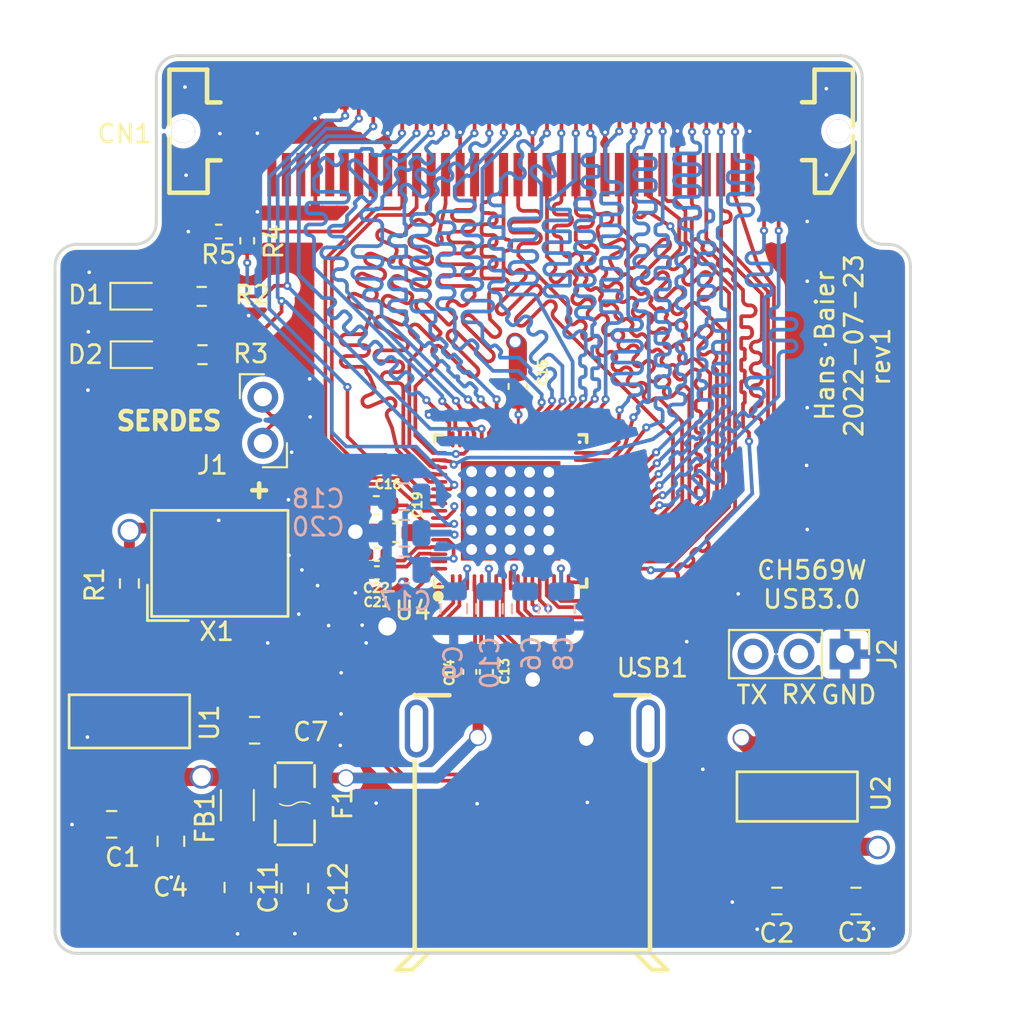
<source format=kicad_pcb>
(kicad_pcb (version 20211014) (generator pcbnew)
  (layers (0 "F.Cu" signal) (1 "In1.Cu" signal) (2 "In2.Cu" signal) (31 "B.Cu" signal) (34 "B.Paste" user) (35 "F.Paste" user) (36 "B.SilkS" user "B.Silkscreen") (37 "F.SilkS" user "F.Silkscreen") (38 "B.Mask" user) (39 "F.Mask" user) (44 "Edge.Cuts" user))
  (net 0 "")
  (net 1 "GND")
  (net 2 "+3V3")
  (net 3 "+5V")
  (net 21 "/5V_FILTER")
  (net 23 "Net-(D1-Pad2)")
  (net 24 "+1V2")
  (net 25 "/SSTX-")
  (net 26 "/SSTX+")
  (net 27 "Net-(R1-Pad2)")
  (net 28 "/XI")
  (net 29 "/MISO")
  (net 30 "/MOSI")
  (net 31 "/SCLK")
  (net 32 "/CS")
  (net 33 "/HTCLK{slash}TIO")
  (net 34 "/HTACK{slash}TCK")
  (net 35 "/HTREQ")
  (net 36 "/HD2")
  (net 37 "/HTVLD")
  (net 38 "/HD18")
  (net 39 "/HD17")
  (net 40 "/HD16")
  (net 41 "/HD15")
  (net 42 "/HD14")
  (net 43 "/HD13")
  (net 44 "/HD12")
  (net 45 "/HD11")
  (net 46 "/HD10")
  (net 47 "/HD9")
  (net 48 "/HD8")
  (net 49 "/HD7")
  (net 50 "/HD6")
  (net 51 "/HD5")
  (net 52 "/HD4")
  (net 53 "/HD3")
  (net 54 "/HTRDY")
  (net 55 "/HD19")
  (net 56 "/HD20")
  (net 57 "/HD21")
  (net 58 "/HD23")
  (net 59 "/HD25")
  (net 60 "/HD27")
  (net 61 "/HD28")
  (net 62 "/LED1")
  (net 63 "/HD29")
  (net 64 "/LED2")
  (net 65 "/HD30")
  (net 66 "/HD31")
  (net 67 "/D+")
  (net 68 "/D-")
  (net 69 "/SSRX+")
  (net 70 "/SSRX-")
  (net 71 "/HRCLK")
  (net 72 "/HRACK")
  (net 73 "/TXD")
  (net 74 "/RXD")
  (net 75 "/HRVLD")
  (net 76 "/HD0")
  (net 77 "/HD1")
  (net 78 "/GX+")
  (net 79 "/STDA_SSTX-")
  (net 80 "/STDA_SSTX+")
  (net 81 "/VBUS")
  (net 82 "/HD22")
  (net 83 "/HD24")
  (net 84 "/HD26")
  (net 85 "/GX-")
  (net 86 "Net-(D2-Pad2)")
  (net 89 "/CS_15V")
  (net 90 "/GXO+")
  (net 91 "/GXO-")
  (footprint "Resistor_SMD:R_0402_1005Metric" (layer "F.Cu") (at 111.0488 88.4428 90)
    (fp_text reference "R4")
    (fp_text value "510R" hide)
  )
  (footprint "easyeda2kicad:CONN-SMD_BA42-80BT-1-NHB" (layer "F.Cu") (at 125.61 82.39 180)
    (fp_text reference "CN1")
    (fp_text value "BA42-80BT-1-NHB")
  )
  (footprint "Capacitor_SMD:C_0402_1005Metric" (layer "F.Cu") (at 123.3424 112.26 -90)
    (fp_text reference "C14")
    (fp_text value "100nF")
  )
  (footprint "Capacitor_SMD:C_0603_1608Metric" (layer "F.Cu") (at 119.25 104.57 180)
    (fp_text reference "C19")
    (fp_text value "3.3uF")
  )
  (footprint "Capacitor_SMD:C_0805_2012Metric" (layer "F.Cu") (at 106.8324 121.6152 90)
    (fp_text reference "C4")
    (fp_text value "10u")
  )
  (footprint "Capacitor_SMD:C_0603_1608Metric" (layer "F.Cu") (at 118.18 103.06 180)
    (fp_text reference "C16")
    (fp_text value "3.3uF")
  )
  (footprint "Capacitor_SMD:C_0805_2012Metric" (layer "F.Cu") (at 103.56 120.68)
    (fp_text reference "C1")
    (fp_text value "100n")
  )
  (footprint "Capacitor_SMD:C_0402_1005Metric" (layer "F.Cu") (at 124.2624 112.26 -90)
    (fp_text reference "C13")
    (fp_text value "100nF")
  )
  (footprint "Capacitor_SMD:C_0805_2012Metric" (layer "F.Cu") (at 144.6784 124.9172 180)
    (fp_text reference "C3")
    (fp_text value "10u")
  )
  (footprint "LED_SMD:LED_0603_1608Metric" (layer "F.Cu") (at 104.9942 94.7362)
    (fp_text reference "D2")
    (fp_text value "yellow")
  )
  (footprint "LED_SMD:LED_0603_1608Metric" (layer "F.Cu") (at 104.9742 91.5062)
    (fp_text reference "D1")
    (fp_text value "blue")
  )
  (footprint "Resistor_SMD:R_0402_1005Metric" (layer "F.Cu") (at 109.474 87.9348 180)
    (fp_text reference "R5")
    (fp_text value "510R" hide)
  )
  (footprint "Connector_PinHeader_2.54mm:PinHeader_1x02_P2.54mm_Vertical" (layer "F.Cu") (at 111.9124 99.6238 180)
    (fp_text reference "J1")
    (fp_text value "Conn_01x02_Male")
  )
  (footprint "Capacitor_SMD:C_0805_2012Metric" (layer "F.Cu") (at 140.3096 124.9172)
    (fp_text reference "C2")
    (fp_text value "100n")
  )
  (footprint "Capacitor_SMD:C_0402_1005Metric" (layer "F.Cu") (at 118.2116 106.7816)
    (fp_text reference "C21")
    (fp_text value "100nF")
  )
  (footprint "Capacitor_SMD:C_0805_2012Metric" (layer "F.Cu") (at 113.68 124.22 90)
    (fp_text reference "C12")
    (fp_text value "10u")
  )
  (footprint "Resistor_SMD:R_0603_1608Metric" (layer "F.Cu") (at 104.54 107.375 -90)
    (fp_text reference "R1")
    (fp_text value "10k")
  )
  (footprint "Connector_PinHeader_2.54mm:PinHeader_1x03_P2.54mm_Vertical" (layer "F.Cu") (at 144.075 111.275 -90)
    (fp_text reference "J2")
    (fp_text value "Conn_01x03_Male")
  )
  (footprint "easyeda2kicad:OSC-SMD_4P-L7.0-W5.0-BL" (layer "F.Cu") (at 109.535 106.265)
    (fp_text reference "X1")
    (fp_text value "O705030MEEA4SC")
  )
  (footprint "Capacitor_SMD:C_0805_2012Metric" (layer "F.Cu") (at 111.455 115.4824 180)
    (fp_text reference "C7")
    (fp_text value "10n")
  )
  (footprint "easyeda2kicad:USB-A-SMD_U231-091N-4BLRA00-S-1" (layer "F.Cu") (at 126.8 114.810007)
    (fp_text reference "USB1")
    (fp_text value "U231-091N-4BLRA00-S-1")
  )
  (footprint "Resistor_SMD:R_0603_1608Metric" (layer "F.Cu") (at 108.5742 94.7362)
    (fp_text reference "R3")
    (fp_text value "1k")
  )
  (footprint "easyeda2kicad:SOT-223-4_L6.5-W3.5-P2.30-LS7.0-BR" (layer "F.Cu") (at 141.434 119.148 -90)
    (fp_text reference "U2")
    (fp_text value "AMS1117-1.2")
  )
  (footprint "Resistor_SMD:R_0603_1608Metric" (layer "F.Cu") (at 108.5342 91.5162)
    (fp_text reference "R2")
    (fp_text value "1k")
  )
  (footprint "easyeda2kicad:F1206" (layer "F.Cu") (at 113.68 119.5464 90)
    (fp_text reference "F1")
    (fp_text value "JK-NSMD050-30V")
  )
  (footprint "Capacitor_SMD:C_0603_1608Metric" (layer "F.Cu") (at 126 96.49 90)
    (fp_text reference "C15")
    (fp_text value "100nF")
  )
  (footprint "Capacitor_SMD:C_0402_1005Metric" (layer "F.Cu") (at 118.2116 105.7656)
    (fp_text reference "C22")
    (fp_text value "100nF")
  )
  (footprint "easyeda2kicad:SOT-223-3_L6.5-W3.4-P2.30-LS7.0-BR" (layer "F.Cu") (at 104.539 115.092 -90)
    (fp_text reference "U1")
    (fp_text value "AMS1117-3.3")
  )
  (footprint "easyeda2kicad:QFN-68_L8.0-W8.0-P0.40-BL-EP5.5" (layer "F.Cu") (at 125.6026 103.36)
    (fp_text reference "U4")
    (fp_text value "CH569W")
  )
  (footprint "Capacitor_SMD:C_0805_2012Metric" (layer "F.Cu") (at 110.5304 124.1692 -90)
    (fp_text reference "C11")
    (fp_text value "100nF")
  )
  (footprint "Inductor_SMD:L_1206_3216Metric" (layer "F.Cu") (at 110.505 119.6224 -90)
    (fp_text reference "FB1")
    (fp_text value "2A")
  )
  (footprint "Capacitor_SMD:C_0805_2012Metric" (layer "B.Cu") (at 126.41 108.77 -90)
    (fp_text reference "C6")
    (fp_text value "100nF")
  )
  (footprint "Capacitor_SMD:C_0805_2012Metric" (layer "B.Cu") (at 128.4 108.77 -90)
    (fp_text reference "C8")
    (fp_text value "100nF")
  )
  (footprint "Capacitor_SMD:C_0805_2012Metric" (layer "B.Cu") (at 119.72 102.58 180)
    (fp_text reference "C18")
    (fp_text value "100nF")
  )
  (footprint "Capacitor_SMD:C_0805_2012Metric" (layer "B.Cu") (at 124.43 108.77 -90)
    (fp_text reference "C10")
    (fp_text value "100nF")
  )
  (footprint "Capacitor_SMD:C_0805_2012Metric" (layer "B.Cu") (at 119.73 106.62 180)
    (fp_text reference "C17")
    (fp_text value "100nF")
  )
  (footprint "Capacitor_SMD:C_0805_2012Metric" (layer "B.Cu") (at 122.46 108.76 -90)
    (fp_text reference "C9")
    (fp_text value "100nF")
  )
  (footprint "Capacitor_SMD:C_0805_2012Metric" (layer "B.Cu") (at 119.72 104.6 180)
    (fp_text reference "C20")
    (fp_text value "100nF")
  )
  (gr_arc (start 146.228183 88.643395) (mid 145.379655 88.291923) (end 145.028183 87.443395) (layer "Edge.Cuts") (width 0.16))
  (gr_line (start 145.028183 79.417279) (end 145.028183 87.443395) (layer "Edge.Cuts") (width 0.16))
  (gr_arc (start 106.028338 79.417279) (mid 106.37981 78.568751) (end 107.228338 78.217279) (layer "Edge.Cuts") (width 0.16))
  (gr_line (start 106.028338 87.443395) (end 106.028338 79.417279) (layer "Edge.Cuts") (width 0.16))
  (gr_line (start 101.62878 88.643395) (end 104.828338 88.643395) (layer "Edge.Cuts") (width 0.16))
  (gr_line (start 147.688156 126.565943) (end 147.688156 89.843395) (layer "Edge.Cuts") (width 0.16))
  (gr_arc (start 100.42878 89.843395) (mid 100.780252 88.994867) (end 101.62878 88.643395) (layer "Edge.Cuts") (width 0.16))
  (gr_arc (start 106.028338 87.443395) (mid 105.676866 88.291923) (end 104.828338 88.643395) (layer "Edge.Cuts") (width 0.16))
  (gr_line (start 146.228183 88.643395) (end 146.488156 88.643395) (layer "Edge.Cuts") (width 0.16))
  (gr_line (start 101.667249 127.804412) (end 146.449687 127.804412) (layer "Edge.Cuts") (width 0.16))
  (gr_line (start 143.828183 78.217279) (end 107.228338 78.217279) (layer "Edge.Cuts") (width 0.16))
  (gr_arc (start 147.688156 126.565943) (mid 147.325417 127.441673) (end 146.449687 127.804412) (layer "Edge.Cuts") (width 0.16))
  (gr_arc (start 143.828183 78.217279) (mid 144.676711 78.568751) (end 145.028183 79.417279) (layer "Edge.Cuts") (width 0.16))
  (gr_arc (start 146.488156 88.643395) (mid 147.336684 88.994867) (end 147.688156 89.843395) (layer "Edge.Cuts") (width 0.16))
  (gr_arc (start 101.667249 127.804412) (mid 100.791519 127.441673) (end 100.42878 126.565943) (layer "Edge.Cuts") (width 0.16))
  (gr_line (start 100.42878 89.843395) (end 100.42878 126.565943) (layer "Edge.Cuts") (width 0.16))
  (gr_text "+" (at 111.7092 102.1588) (layer "F.SilkS") (effects (font (size 1 1) (thickness 0.25))))
  (gr_text "Hans Baier\n2022-07-23" (at 143.764 94.234 90) (layer "F.SilkS") (effects (font (size 1 1))))
  (gr_text "CH569W\nUSB3.0\n" (at 142.24 107.442) (layer "F.SilkS") (effects (font (size 1 1))))
  (gr_text "RX" (at 141.53 113.51) (layer "F.SilkS") (effects (font (size 1 1))))
  (gr_text "GND" (at 144.28 113.53) (layer "F.SilkS") (effects (font (size 1 1))))
  (gr_text "rev1" (at 146.05 94.8436 90) (layer "F.SilkS") (effects (font (size 1 1))))
  (gr_text "TX" (at 138.94 113.53) (layer "F.SilkS") (effects (font (size 1 1))))
  (gr_text "SERDES" (at 106.7308 98.3996) (layer "F.SilkS") (effects (font (size 1 1) (thickness 0.25))))
  (segment (start 111.61 79.99) (end 111.61 84.79) (width 0.20574) (layer "F.Cu") (net 1))
  (segment (start 118.81 84.79) (end 118.81 82.49) (width 0.20574) (layer "F.Cu") (net 1))
  (segment (start 130.81 82.44) (end 130.81 79.99) (width 0.20574) (layer "F.Cu") (net 1))
  (segment (start 114.81 84.79) (end 114.81 79.99) (width 0.20574) (layer "F.Cu") (net 1))
  (segment (start 129.8 114.230007) (end 129.8 115.92) (width 0.6) (layer "F.Cu") (net 1))
  (segment (start 114.81 86.866) (end 114.81 84.79) (width 0.20574) (layer "F.Cu") (net 1))
  (segment (start 107.7976 87.9348) (end 108.964 87.9348) (width 0.20574) (layer "F.Cu") (net 1))
  (segment (start 102.23 118.071) (end 102.239 118.062) (width 1) (layer "F.Cu") (net 1))
  (segment (start 118.475 104.57) (end 117.076887 104.57) (width 1) (layer "F.Cu") (net 1))
  (segment (start 118.81 79.99) (end 118.81 82.49) (width 0.20574) (layer "F.Cu") (net 1))
  (segment (start 114.81 86.866) (end 111.635 86.866) (width 0.20574) (layer "F.Cu") (net 1))
  (segment (start 102.61 120.2) (end 102.23 119.82) (width 1) (layer "F.Cu") (net 1))
  (segment (start 126 95.715) (end 126 94.172439) (width 1) (layer "F.Cu") (net 1))
  (segment (start 130.81 82.46) (end 130.82 82.45) (width 0.20574) (layer "F.Cu") (net 1))
  (segment (start 122.81 82.45) (end 122.81 79.99) (width 0.20574) (layer "F.Cu") (net 1))
  (segment (start 134.81 84.79) (end 134.81 79.99) (width 0.20574) (layer "F.Cu") (net 1))
  (segment (start 111.633 86.868) (end 111.61 86.845) (width 0.20574) (layer "F.Cu") (net 1))
  (segment (start 130.81 84.79) (end 130.81 82.46) (width 0.20574) (layer "F.Cu") (net 1))
  (segment (start 130.82 82.45) (end 130.81 82.44) (width 0.20574) (layer "F.Cu") (net 1))
  (segment (start 102.61 120.68) (end 102.61 120.2) (width 1) (layer "F.Cu") (net 1))
  (segment (start 139.12 124.98) (end 139.12 121.992) (width 1) (layer "F.Cu") (net 1))
  (segment (start 126.81 84.79) (end 126.81 79.99) (width 0.20574) (layer "F.Cu") (net 1))
  (segment (start 129.8 115.92) (end 129.78 115.94) (width 0.6) (layer "F.Cu") (net 1))
  (segment (start 122.81 84.79) (end 122.81 82.45) (width 0.20574) (layer "F.Cu") (net 1))
  (segment (start 126.8 112.7) (end 126.82 112.68) (width 0.6) (layer "F.Cu") (net 1))
  (segment (start 139.12 121.992) (end 139.134 121.978) (width 1) (layer "F.Cu") (net 1))
  (segment (start 102.23 119.82) (end 102.23 118.071) (width 1) (layer "F.Cu") (net 1))
  (segment (start 111.635 86.866) (end 111.633 86.868) (width 0.20574) (layer "F.Cu") (net 1))
  (segment (start 117.076887 104.57) (end 117.023147 104.51626) (width 1) (layer "F.Cu") (net 1))
  (segment (start 111.61 86.845) (end 111.61 84.79) (width 0.20574) (layer "F.Cu") (net 1))
  (segment (start 138.81 84.79) (end 138.81 79.99) (width 0.20574) (layer "F.Cu") (net 1))
  (segment (start 126 94.172439) (end 125.848191 94.02063) (width 1) (layer "F.Cu") (net 1))
  (segment (start 126.8 114.230007) (end 126.8 112.7) (width 0.6) (layer "F.Cu") (net 1))
  (via (at 110.52 126.73) (size 0.45) (drill 0.2) (layers "F.Cu" "B.Cu") (net 1))
  (via (at 126.81 82.46) (size 0.45) (drill 0.2) (layers "F.Cu" "B.Cu") (net 1))
  (via (at 117.023147 104.51626) (size 0.95) (drill 0.8) (layers "F.Cu" "B.Cu") (net 1))
  (via (at 114.525 98.175) (size 0.45) (drill 0.2) (layers "F.Cu" "B.Cu") (net 1))
  (via (at 113.5 100.125) (size 0.45) (drill 0.2) (layers "F.Cu" "B.Cu") (net 1))
  (via (at 127.7112 105.521) (size 0.75) (drill 0.6) (layers "F.Cu" "B.Cu") (net 1))
  (via (at 139.225 126.475) (size 0.45) (drill 0.2) (layers "F.Cu" "B.Cu") (net 1))
  (via (at 118.17 119.51) (size 0.45) (drill 0.2) (layers "F.Cu" "B.Cu") (net 1))
  (via (at 116.24 112.31) (size 0.45) (drill 0.2) (layers "F.Cu" "B.Cu") (net 1))
  (via (at 127.7112 104.4542) (size 0.75) (drill 0.6) (layers "F.Cu" "B.Cu") (net 1))
  (via (at 137.85 124.975) (size 0.45) (drill 0.2) (layers "F.Cu" "B.Cu") (net 1))
  (via (at 111.61 86.845) (size 0.45) (drill 0.2) (layers "F.Cu" "B.Cu") (net 1))
  (via (at 123.444 103.362) (size 0.75) (drill 0.6) (layers "F.Cu" "B.Cu") (net 1))
  (via (at 130.82 82.45) (size 0.45) (drill 0.2) (layers "F.Cu" "B.Cu") (net 1))
  (via (at 113.68 126.72) (size 0.45) (drill 0.2) (layers "F.Cu" "B.Cu") (net 1))
  (via (at 109.54 82.52) (size 0.45) (drill 0.2) (layers "F.Cu" "B.Cu") (net 1))
  (via (at 106.85 123.6) (size 0.45) (drill 0.2) (layers "F.Cu" "B.Cu") (net 1))
  (via (at 139.827 106.553) (size 0.45) (drill 0.2) (layers "F.Cu" "B.Cu") (net 1))
  (via (at 118.79 109.75) (size 1.3) (drill 1) (layers "F.Cu" "B.Cu") (net 1))
  (via (at 129.78 115.94) (size 0.95) (drill 0.8) (layers "F.Cu" "B.Cu") (net 1))
  (via (at 114.0714 106.6292) (size 0.45) (drill 0.2) (layers "F.Cu" "B.Cu") (net 1))
  (via (at 124.5108 102.2952) (size 0.75) (drill 0.6) (layers "F.Cu" "B.Cu") (net 1))
  (via (at 113.325 102.75) (size 0.45) (drill 0.2) (layers "F.Cu" "B.Cu") (net 1))
  (via (at 117.62 110.66) (size 0.45) (drill 0.2) (layers "F.Cu" "B.Cu") (net 1))
  (via (at 126.6444 102.3206) (size 0.75) (drill 0.6) (layers "F.Cu" "B.Cu") (net 1))
  (via (at 109.474 103.886) (size 0.45) (drill 0.2) (layers "F.Cu" "B.Cu") (net 1))
  (via (at 102.32 90.18) (size 0.45) (drill 0.2) (layers "F.Cu" "B.Cu") (net 1))
  (via (at 141.986 90.678) (size 0.45) (drill 0.2) (layers "F.Cu" "B.Cu") (net 1))
  (via (at 123.75 119.54) (size 0.45) (drill 0.2) (layers "F.Cu" "B.Cu") (net 1))
  (via (at 135.33 110.59) (size 0.45) (drill 0.2) (layers "F.Cu" "B.Cu") (net 1))
  (via (at 124.5108 104.4288) (size 0.75) (drill 0.6) (layers "F.Cu" "B.Cu") (net 1))
  (via (at 123.444 104.4288) (size 0.75) (drill 0.6) (layers "F.Cu" "B.Cu") (net 1))
  (via (at 142.99 94.17) (size 0.45) (drill 0.2) (layers "F.Cu" "B.Cu") (net 1))
  (via (at 111.125 92.575) (size 0.45) (drill 0.2) (layers "F.Cu" "B.Cu") (net 1))
  (via (at 141.986 97.663) (size 0.45) (drill 0.2) (layers "F.Cu" "B.Cu") (net 1))
  (via (at 123.444 105.4956) (size 0.75) (drill 0.6) (layers "F.Cu" "B.Cu") (net 1))
  (via (at 114.8 81.68) (size 0.45) (drill 0.2) (layers "F.Cu" "B.Cu") (net 1))
  (via (at 125.5776 105.4956) (size 0.75) (drill 0.6) (layers "F.Cu" "B.Cu") (net 1))
  (via (at 107.7976 87.9348) (size 0.45) (drill 0.2) (layers "F.Cu" "B.Cu") (net 1))
  (via (at 141.953756 100.853519) (size 0.45) (drill 0.2) (layers "F.Cu" "B.Cu") (net 1))
  (via (at 113.8936 109.0676) (size 0.45) (drill 0.2) (layers "F.Cu" "B.Cu") (net 1))
  (via (at 116.23 114.58) (size 0.45) (drill 0.2) (layers "F.Cu" "B.Cu") (net 1))
  (via (at 123.444 102.2952) (size 0.75) (drill 0.6) (layers "F.Cu" "B.Cu") (net 1))
  (via (at 136.22 117.64) (size 0.45) (drill 0.2) (layers "F.Cu" "B.Cu") (net 1))
  (via (at 119.6086 107.2896) (size 0.45) (drill 0.2) (layers "F.Cu" "B.Cu") (net 1))
  (via (at 125.848191 94.02063) (size 0.75) (drill 0.6) (layers "F.Cu" "B.Cu") (net 1))
  (via (at 115.5446 109.7026) (size 0.45) (drill 0.2) (layers "F.Cu" "B.Cu") (net 1))
  (via (at 138.81 82.39) (size 0.45) (drill 0.2) (layers "F.Cu" "B.Cu") (net 1))
  (via (at 101.37 120.69) (size 0.45) (drill 0.2) (layers "F.Cu" "B.Cu") (net 1))
  (via (at 145.65 126.45) (size 0.45) (drill 0.2) (layers "F.Cu" "B.Cu") (net 1))
  (via (at 124.5108 101.203) (size 0.75) (drill 0.6) (layers "F.Cu" "B.Cu") (net 1))
  (via (at 129.84 119.47) (size 0.45) (drill 0.2) (layers "F.Cu" "B.Cu") (net 1))
  (via (at 116.19 116.32) (size 0.45) (drill 0.2) (layers "F.Cu" "B.Cu") (net 1))
  (via (at 102.22 115.86) (size 0.45) (drill 0.2) (layers "F.Cu" "B.Cu") (net 1))
  (via (at 107.67 84.82) (size 0.45) (drill 0.2) (layers "F.Cu" "B.Cu") (net 1))
  (via (at 111.61 82.5) (size 0.45) (drill 0.2) (layers "F.Cu" "B.Cu") (net 1))
  (via (at 114.935 107.4928) (size 0.45) (drill 0.2) (layers "F.Cu" "B.Cu") (net 1))
  (via (at 129.413 99.568) (size 0.45) (drill 0.2) (layers "F.Cu" "B.Cu") (net 1))
  (via (at 126.82 112.68) (size 0.95) (drill 0.8) (layers "F.Cu" "B.Cu") (net 1))
  (via (at 113.3602 105.8164) (size 0.45) (drill 0.2) (layers "F.Cu" "B.Cu") (net 1))
  (via (at 124.5108 103.362) (size 0.75) (drill 0.6) (layers "F.Cu" "B.Cu") (net 1))
  (via (at 125.5776 103.362) (size 0.75) (drill 0.6) (layers "F.Cu" "B.Cu") (net 1))
  (via (at 122.81 82.45) (size 0.45) (drill 0.2) (layers "F.Cu" "B.Cu") (net 1))
  (via (at 132.44 112.32) (size 0.45) (drill 0.2) (layers "F.Cu" "B.Cu") (net 1))
  (via (at 126.6444 103.3874) (size 0.75) (drill 0.6) (layers "F.Cu" "B.Cu") (net 1))
  (via (at 125.5776 102.2952) (size 0.75) (drill 0.6) (layers "F.Cu" "B.Cu") (net 1))
  (via (at 123.444 101.203) (size 0.75) (drill 0.6) (layers "F.Cu" "B.Cu") (net 1))
  (via (at 141.986 87.376) (size 0.45) (drill 0.2) (layers "F.Cu" "B.Cu") (net 1))
  (via (at 102.25 96.69) (size 0.45) (drill 0.2) (layers "F.Cu" "B.Cu") (net 1))
  (via (at 138.176 107.95) (size 0.45) (drill 0.2) (layers "F.Cu" "B.Cu") (net 1))
  (via (at 143.04 84.8) (size 0.45) (drill 0.2) (layers "F.Cu" "B.Cu") (net 1))
  (via (at 125.5776 104.4288) (size 0.75) (drill 0.6) (layers "F.Cu" "B.Cu") (net 1))
  (via (at 143.04 80.04) (size 0.45) (drill 0.2) (layers "F.Cu" "B.Cu") (net 1))
  (via (at 117.023147 107.893853) (size 0.45) (drill 0.2) (layers "F.Cu" "B.Cu") (net 1))
  (via (at 126.6444 105.521) (size 0.75) (drill 0.6) (layers "F.Cu" "B.Cu") (net 1))
  (via (at 102.27 93.47) (size 0.45) (drill 0.2) (layers "F.Cu" "B.Cu") (net 1))
  (via (at 127.7112 103.3874) (size 0.75) (drill 0.6) (layers "F.Cu" "B.Cu") (net 1))
  (via (at 117.3988 109.6772) (size 0.45) (drill 0.2) (layers "F.Cu" "B.Cu") (net 1))
  (via (at 121.08 98.06) (size 0.45) (drill 0.2) (layers "F.Cu" "B.Cu") (net 1))
  (via (at 114.5 96.075) (size 0.45) (drill 0.2) (layers "F.Cu" "B.Cu") (net 1))
  (via (at 134.81 82.38) (size 0.45) (drill 0.2) (layers "F.Cu" "B.Cu") (net 1))
  (via (at 141.986 104.394) (size 0.45) (drill 0.2) (layers "F.Cu" "B.Cu") (net 1))
  (via (at 124.5108 105.4956) (size 0.75) (drill 0.6) (layers "F.Cu" "B.Cu") (net 1))
  (via (at 107.61 79.95) (size 0.45) (drill 0.2) (layers "F.Cu" "B.Cu") (net 1))
  (via (at 126.6444 101.2284) (size 0.75) (drill 0.6) (layers "F.Cu" "B.Cu") (net 1))
  (via (at 126.6444 104.4542) (size 0.75) (drill 0.6) (layers "F.Cu" "B.Cu") (net 1))
  (via (at 112.18 110.66) (size 0.45) (drill 0.2) (layers "F.Cu" "B.Cu") (net 1))
  (via (at 118.81 82.49) (size 0.45) (drill 0.2) (layers "F.Cu" "B.Cu") (net 1))
  (via (at 125.5776 101.203) (size 0.75) (drill 0.6) (layers "F.Cu" "B.Cu") (net 1))
  (via (at 127.7112 102.3206) (size 0.75) (drill 0.6) (layers "F.Cu" "B.Cu") (net 1))
  (via (at 127.7112 101.2284) (size 0.75) (drill 0.6) (layers "F.Cu" "B.Cu") (net 1))
  (segment (start 118.78 106.62) (end 117.46 106.62) (width 1) (layer "B.Cu") (net 1))
  (segment (start 117.106887 104.6) (end 117.023147 104.51626) (width 1) (layer "B.Cu") (net 1))
  (segment (start 117.023147 108.193147) (end 117.023147 107.893853) (width 1) (layer "B.Cu") (net 1))
  (segment (start 128.4 109.72) (end 118.55 109.72) (width 1) (layer "B.Cu") (net 1))
  (segment (start 118.77 104.6) (end 117.106887 104.6) (width 1) (layer "B.Cu") (net 1))
  (segment (start 117.023147 107.893853) (end 117.023147 104.51626) (width 1) (layer "B.Cu") (net 1))
  (segment (start 117.25 102.58) (end 117.023147 102.806853) (width 1) (layer "B.Cu") (net 1))
  (segment (start 117.023147 102.806853) (end 117.023147 104.51626) (width 1) (layer "B.Cu") (net 1))
  (segment (start 118.55 109.72) (end 117.023147 108.193147) (width 1) (layer "B.Cu") (net 1))
  (segment (start 117.023147 106.183147) (end 117.023147 104.51626) (width 1) (layer "B.Cu") (net 1))
  (segment (start 118.77 102.58) (end 117.25 102.58) (width 1) (layer "B.Cu") (net 1))
  (segment (start 117.46 106.62) (end 117.023147 106.183147) (width 1) (layer "B.Cu") (net 1))
  (segment (start 104.685 104.315) (end 106.895 104.315) (width 0.6) (layer "F.Cu") (net 2))
  (segment (start 123.203 107.312) (end 123.203 106.553) (width 0.2) (layer "F.Cu") (net 2))
  (segment (start 128.403 106.573) (end 128.38 106.55) (width 0.2) (layer "F.Cu") (net 2))
  (segment (start 119.88 103.06) (end 118.955 103.06) (width 0.2) (layer "F.Cu") (net 2))
  (segment (start 104.51 120.68) (end 104.51 118.091) (width 1) (layer "F.Cu") (net 2))
  (segment (start 122.49 103.336769) (end 122.064769 103.762) (width 0.2) (layer "F.Cu") (net 2))
  (segment (start 123.203 106.553) (end 123.2 106.55) (width 0.2) (layer "F.Cu") (net 2))
  (segment (start 104.51 118.091) (end 104.539 118.062) (width 1) (layer "F.Cu") (net 2))
  (segment (start 122.134416 104.962) (end 122.45 105.277584) (width 0.20574) (layer "F.Cu") (net 2))
  (segment (start 104.54 104.46) (end 104.54 106.55) (width 0.6) (layer "F.Cu") (net 2))
  (segment (start 126.003 99.412) (end 126.0348 98.044) (width 0.15) (layer "F.Cu") (net 2))
  (segment (start 122.49 103.11) (end 122.49 103.336769) (width 0.2) (layer "F.Cu") (net 2))
  (segment (start 121.653 104.962) (end 122.134416 104.962) (width 0.20574) (layer "F.Cu") (net 2))
  (segment (start 102.39 110.54) (end 102.39 107.62) (width 1) (layer "F.Cu") (net 2))
  (segment (start 103.972 112.122) (end 102.39 110.54) (width 1) (layer "F.Cu") (net 2))
  (segment (start 122.48 104.08) (end 122.449498 104.162) (width 0.2) (layer "F.Cu") (net 2))
  (segment (start 104.54 104.46) (end 104.685 104.315) (width 0.6) (layer "F.Cu") (net 2))
  (segment (start 126.0348 98.044) (end 126 97.265) (width 0.20574) (layer "F.Cu") (net 2))
  (segment (start 122.449498 104.162) (end 120.982 104.162) (width 0.2) (layer "F.Cu") (net 2))
  (segment (start 102.39 107.62) (end 103.46 106.55) (width 1) (layer "F.Cu") (net 2))
  (segment (start 104.539 118.062) (end 104.539 112.122) (width 1) (layer "F.Cu") (net 2))
  (segment (start 128.403 107.312) (end 128.403 106.573) (width 0.2) (layer "F.Cu") (net 2))
  (segment (start 103.46 106.55) (end 104.54 106.55) (width 1) (layer "F.Cu") (net 2))
  (segment (start 104.539 112.122) (end 103.972 112.122) (width 1) (layer "F.Cu") (net 2))
  (segment (start 122.064769 103.762) (end 121.653 103.762) (width 0.2) (layer "F.Cu") (net 2))
  (segment (start 122.45 105.277584) (end 122.45 106) (width 0.20574) (layer "F.Cu") (net 2))
  (segment (start 120.982 104.162) (end 119.88 103.06) (width 0.2) (layer "F.Cu") (net 2))
  (via (at 126.0348 98.044) (size 0.45) (drill 0.2) (layers "F.Cu" "B.Cu") (net 2))
  (via (at 122.49 103.11) (size 0.45) (drill 0.2) (layers "F.Cu" "B.Cu") (net 2))
  (via (at 128.38 106.55) (size 0.45) (drill 0.2) (layers "F.Cu" "B.Cu") (net 2))
  (via (at 104.54 104.46) (size 1.3) (drill 1) (layers "F.Cu" "B.Cu") (net 2))
  (via (at 123.2 106.55) (size 0.45) (drill 0.2) (layers "F.Cu" "B.Cu") (net 2))
  (via (at 122.45 106) (size 0.45) (drill 0.2) (layers "F.Cu" "B.Cu") (net 2))
  (via (at 122.48 104.08) (size 0.45) (drill 0.2) (layers "F.Cu" "B.Cu") (net 2))
  (segment (start 122.45 106) (end 121.23 106) (width 0.20574) (layer "B.Cu") (net 2))
  (segment (start 122.11 104.11) (end 120.65 102.65) (width 0.2) (layer "B.Cu") (net 2))
  (segment (start 120.67 102.58) (end 119.77 103.48) (width 0.3) (layer "B.Cu") (net 2))
  (segment (start 121.23 106) (end 120.68 106.55) (width 0.20574) (layer "B.Cu") (net 2))
  (segment (start 121.27 106.62) (end 122.46 107.81) (width 0.3) (layer "B.Cu") (net 2))
  (segment (start 128.38 107.8) (end 128.4 107.82) (width 0.2) (layer "B.Cu") (net 2))
  (segment (start 123.2 107.07) (end 122.46 107.81) (width 0.2) (layer "B.Cu") (net 2))
  (segment (start 119.77 105.71) (end 120.68 106.62) (width 0.3) (layer "B.Cu") (net 2))
  (segment (start 120.68 106.62) (end 121.27 106.62) (width 0.3) (layer "B.Cu") (net 2))
  (segment (start 123.2 106.55) (end 123.2 107.07) (width 0.2) (layer "B.Cu") (net 2))
  (segment (start 119.77 103.48) (end 119.77 105.71) (width 0.3) (layer "B.Cu") (net 2))
  (segment (start 122.48 104.08) (end 122.11 104.11) (width 0.2) (layer "B.Cu") (net 2))
  (segment (start 128.38 106.55) (end 128.38 107.8) (width 0.2) (layer "B.Cu") (net 2))
  (segment (start 110.505 118.0474) (end 110.505 115.4824) (width 1) (layer "F.Cu") (net 3))
  (segment (start 106.8324 120.6652) (end 106.8324 118.0686) (width 1) (layer "F.Cu") (net 3))
  (segment (start 106.839 118.062) (end 108.528 118.062) (width 1) (layer "F.Cu") (net 3))
  (segment (start 143.8028 121.92) (end 145.8588 121.92) (width 1) (layer "F.Cu") (net 3))
  (segment (start 110.4904 118.062) (end 110.505 118.0474) (width 1) (layer "F.Cu") (net 3))
  (segment (start 106.8324 118.0686) (end 106.839 118.062) (width 1) (layer "F.Cu") (net 3))
  (segment (start 143.734 121.978) (end 143.734 124.9116) (width 1) (layer "F.Cu") (net 3))
  (segment (start 143.734 124.9116) (end 143.7284 124.9172) (width 1) (layer "F.Cu") (net 3))
  (segment (start 108.528 118.062) (end 110.4904 118.062) (width 1) (layer "F.Cu") (net 3))
  (via (at 108.528 118.062) (size 1.3) (drill 1) (layers "F.Cu" "B.Cu") (net 3))
  (via (at 145.8968 121.958) (size 1.3) (drill 1) (layers "F.Cu" "B.Cu") (net 3))
  (segment (start 110.505 121.1974) (end 110.505 123.1938) (width 1) (layer "F.Cu") (net 21))
  (segment (start 110.505 123.1938) (end 110.5304 123.2192) (width 1) (layer "F.Cu") (net 21))
  (segment (start 113.6292 123.2192) (end 113.68 123.27) (width 1) (layer "F.Cu") (net 21))
  (segment (start 110.5304 123.2192) (end 113.6292 123.2192) (width 1) (layer "F.Cu") (net 21))
  (segment (start 113.68 123.27) (end 113.68 120.9964) (width 1) (layer "F.Cu") (net 21))
  (segment (start 105.7617 91.5062) (end 107.6992 91.5062) (width 0.6) (layer "F.Cu") (net 23))
  (segment (start 122.376995 104.562) (end 120.033 104.562) (width 0.2) (layer "F.Cu") (net 24))
  (segment (start 125.603 106.757) (end 125.603 107.312) (width 0.2) (layer "F.Cu") (net 24))
  (segment (start 138.768 116.318) (end 138.36 115.91) (width 1) (layer "F.Cu") (net 24))
  (segment (start 125.79 106.51) (end 125.603 106.757) (width 0.2) (layer "F.Cu") (net 24))
  (segment (start 141.45 124.98) (end 141.45 121.994) (width 1) (layer "F.Cu") (net 24))
  (segment (start 122.5 104.68) (end 122.376995 104.562) (width 0.2) (layer "F.Cu") (net 24))
  (segment (start 124.4 106.56) (end 124.403 106.597) (width 0.2) (layer "F.Cu") (net 24))
  (segment (start 141.434 121.978) (end 141.434 116.318) (width 1) (layer "F.Cu") (net 24))
  (segment (start 120.033 104.562) (end 120.025 104.57) (width 0.2) (layer "F.Cu") (net 24))
  (segment (start 141.434 116.318) (end 138.768 116.318) (width 1) (layer "F.Cu") (net 24))
  (segment (start 124.403 106.597) (end 124.403 107.312) (width 0.2) (layer "F.Cu") (net 24))
  (segment (start 141.45 121.994) (end 141.434 121.978) (width 1) (layer "F.Cu") (net 24))
  (via (at 122.5 104.68) (size 0.45) (drill 0.2) (layers "F.Cu" "B.Cu") (net 24))
  (via (at 125.79 106.51) (size 0.45) (drill 0.2) (layers "F.Cu" "B.Cu") (net 24))
  (via (at 124.4 106.56) (size 0.45) (drill 0.2) (layers "F.Cu" "B.Cu") (net 24))
  (via (at 138.36 115.91) (size 0.95) (drill 0.8) (layers "F.Cu" "B.Cu") (net 24))
  (segment (start 122.5 104.68) (end 120.756503 104.686503) (width 0.2) (layer "B.Cu") (net 24))
  (segment (start 120.766959 104.503041) (end 120.67 104.6) (width 0.2) (layer "B.Cu") (net 24))
  (segment (start 125.79 106.51) (end 125.82 107.23) (width 0.2) (layer "B.Cu") (net 24))
  (segment (start 125.82 107.23) (end 126.41 107.82) (width 0.2) (layer "B.Cu") (net 24))
  (segment (start 124.41 107.8) (end 124.43 107.82) (width 0.2) (layer "B.Cu") (net 24))
  (segment (start 122.33 104.57) (end 122.263041 104.503041) (width 0.2) (layer "B.Cu") (net 24))
  (segment (start 124.4 106.56) (end 124.41 107.8) (width 0.2) (layer "B.Cu") (net 24))
  (segment (start 120.756503 104.686503) (end 120.67 104.6) (width 0.2) (layer "B.Cu") (net 24))
  (segment (start 122.263041 104.503041) (end 120.766959 104.503041) (width 0.2) (layer "B.Cu") (net 24))
  (segment (start 123.96937 111.48697) (end 124.2624 111.78) (width 0.20574) (layer "F.Cu") (net 25))
  (segment (start 124.003 107.312) (end 124.003 107.762) (width 0.20574) (layer "F.Cu") (net 25))
  (segment (start 124.003 107.762) (end 123.96937 107.79563) (width 0.20574) (layer "F.Cu") (net 25))
  (segment (start 123.96937 107.79563) (end 123.96937 111.48697) (width 0.20574) (layer "F.Cu") (net 25))
  (segment (start 123.63663 107.79563) (end 123.63663 111.48577) (width 0.20574) (layer "F.Cu") (net 26))
  (segment (start 123.63663 111.48577) (end 123.3424 111.78) (width 0.20574) (layer "F.Cu") (net 26))
  (segment (start 123.603 107.312) (end 123.603 107.762) (width 0.20574) (layer "F.Cu") (net 26))
  (segment (start 123.603 107.762) (end 123.63663 107.79563) (width 0.20574) (layer "F.Cu") (net 26))
  (segment (start 106.88 108.2) (end 106.895 108.215) (width 0.6) (layer "F.Cu") (net 27))
  (segment (start 104.54 108.2) (end 106.88 108.2) (width 0.6) (layer "F.Cu") (net 27))
  (segment (start 121.508 106.562) (end 121.653 106.562) (width 0.20574) (layer "F.Cu") (net 28))
  (segment (start 112.175 106.0282) (end 114.9096 108.7628) (width 0.20574) (layer "F.Cu") (net 28))
  (segment (start 112.175 104.315) (end 112.175 106.0282) (width 0.20574) (layer "F.Cu") (net 28))
  (segment (start 114.9096 108.7628) (end 119.3072 108.7628) (width 0.20574) (layer "F.Cu") (net 28))
  (segment (start 119.3072 108.7628) (end 121.508 106.562) (width 0.20574) (layer "F.Cu") (net 28))
  (segment (start 117.6242 101.8762) (end 115.3668 99.6188) (width 0.2) (layer "F.Cu") (net 29))
  (segment (start 119.1662 101.8762) (end 117.6242 101.8762) (width 0.2) (layer "F.Cu") (net 29))
  (segment (start 115.3668 99.6188) (end 115.3668 89.4588) (width 0.2) (layer "F.Cu") (net 29))
  (segment (start 119.4816 86.6648) (end 119.61 86.5364) (width 0.2) (layer "F.Cu") (net 29))
  (segment (start 115.3668 89.4588) (end 118.1608 86.6648) (width 0.2) (layer "F.Cu") (net 29))
  (segment (start 118.1608 86.6648) (end 119.4816 86.6648) (width 0.2) (layer "F.Cu") (net 29))
  (segment (start 121.653 103.362) (end 120.792 103.362) (width 0.2) (layer "F.Cu") (net 29))
  (segment (start 119.51 102.22) (end 119.1662 101.8762) (width 0.2) (layer "F.Cu") (net 29))
  (segment (start 119.61 86.5364) (end 119.61 84.79) (width 0.2) (layer "F.Cu") (net 29))
  (segment (start 120.792 103.362) (end 119.51 102.22) (width 0.2) (layer "F.Cu") (net 29))
  (segment (start 119.9896 87.0204) (end 118.267648 87.0204) (width 0.2) (layer "F.Cu") (net 30))
  (segment (start 120.41 86.4984) (end 120.41 84.79) (width 0.2) (layer "F.Cu") (net 30))
  (segment (start 120.396 86.5632) (end 120.396 86.5124) (width 0.2) (layer "F.Cu") (net 30))
  (segment (start 118.267648 87.0204) (end 115.7224 89.565648) (width 0.2) (layer "F.Cu") (net 30))
  (segment (start 120.857 102.962) (end 121.653 102.962) (width 0.2) (layer "F.Cu") (net 30))
  (segment (start 120.41 86.4984) (end 120.41 86.6) (width 0.2) (layer "F.Cu") (net 30))
  (segment (start 120.41 86.6) (end 119.9896 87.0204) (width 0.2) (layer "F.Cu") (net 30))
  (segment (start 115.7224 89.565648) (end 115.7224 99.3648) (width 0.2) (layer "F.Cu") (net 30))
  (segment (start 117.9068 101.5492) (end 119.4425 101.5475) (width 0.2) (layer "F.Cu") (net 30))
  (segment (start 120.396 86.5124) (end 120.41 86.4984) (width 0.2) (layer "F.Cu") (net 30))
  (segment (start 115.7224 99.3648) (end 117.9068 101.5492) (width 0.2) (layer "F.Cu") (net 30))
  (segment (start 119.4425 101.5475) (end 120.857 102.962) (width 0.2) (layer "F.Cu") (net 30))
  (segment (start 118.71276 100.2775) (end 118.6575 100.2775) (width 0.20574) (layer "F.Cu") (net 31))
  (segment (start 116.586 99.2615) (end 116.586 96.52) (width 0.2) (layer "F.Cu") (net 31))
  (segment (start 117.602 100.2775) (end 116.586 99.2615) (width 0.2) (layer "F.Cu") (net 31))
  (segment (start 120.99726 102.562) (end 118.71276 100.2775) (width 0.20574) (layer "F.Cu") (net 31))
  (segment (start 116.459 81.534) (end 116.459 80.039) (width 0.2) (layer "F.Cu") (net 31))
  (segment (start 118.6575 100.2775) (end 117.602 100.2775) (width 0.2) (layer "F.Cu") (net 31))
  (segment (start 121.653 102.562) (end 120.99726 102.562) (width 0.20574) (layer "F.Cu") (net 31))
  (segment (start 116.459 80.039) (end 116.41 79.99) (width 0.2) (layer "F.Cu") (net 31))
  (via (at 116.586 96.52) (size 0.45) (drill 0.2) (layers "F.Cu" "B.Cu") (net 31))
  (via (at 116.459 81.534) (size 0.45) (drill 0.2) (layers "F.Cu" "B.Cu") (net 31))
  (segment (start 112.268 92.202) (end 112.268 84.915494) (width 0.2) (layer "B.Cu") (net 31))
  (segment (start 115.395493 81.788) (end 116.205 81.788) (width 0.2) (layer "B.Cu") (net 31))
  (segment (start 113.298347 83.885147) (end 115.395493 81.788) (width 0.2) (layer "B.Cu") (net 31))
  (segment (start 116.205 81.788) (end 116.459 81.534) (width 0.2) (layer "B.Cu") (net 31))
  (segment (start 116.586 96.52) (end 112.268 92.202) (width 0.2) (layer "B.Cu") (net 31))
  (segment (start 112.268 84.915494) (end 113.298347 83.885147) (width 0.2) (layer "B.Cu") (net 31))
  (segment (start 122.258 102.162) (end 122.49 101.93) (width 0.2) (layer "F.Cu") (net 32))
  (segment (start 121.653 102.162) (end 122.258 102.162) (width 0.2) (layer "F.Cu") (net 32))
  (segment (start 111.0488 89.662) (end 111.0488 88.9528) (width 0.2) (layer "F.Cu") (net 32))
  (via (at 111.0488 89.662) (size 0.45) (drill 0.2) (layers "F.Cu" "B.Cu") (net 32))
  (via (at 122.49 101.93) (size 0.45) (drill 0.2) (layers "F.Cu" "B.Cu") (net 32))
  (segment (start 111.0488 91.6432) (end 111.0488 89.662) (width 0.2) (layer "B.Cu") (net 32))
  (segment (start 111.506 92.1004) (end 111.0488 91.6432) (width 0.2) (layer "B.Cu") (net 32))
  (segment (start 116.524831 99.811631) (end 115.7732 99.06) (width 0.2) (layer "B.Cu") (net 32))
  (segment (start 115.7224 99.0092) (end 115.7224 96.5708) (width 0.2) (layer "B.Cu") (net 32))
  (segment (start 116.841631 99.811631) (end 116.524831 99.811631) (width 0.2) (layer "B.Cu") (net 32))
  (segment (start 115.7224 96.3168) (end 111.506 92.1004) (width 0.2) (layer "B.Cu") (net 32))
  (segment (start 120.371631 99.811631) (end 116.841631 99.811631) (width 0.2) (layer "B.Cu") (net 32))
  (segment (start 122.49 101.93) (end 120.371631 99.811631) (width 0.2) (layer "B.Cu") (net 32))
  (segment (start 115.7732 99.06) (end 115.7224 99.0092) (width 0.2) (layer "B.Cu") (net 32))
  (segment (start 115.7224 96.5708) (end 115.7224 96.3168) (width 0.2) (layer "B.Cu") (net 32))
  (segment (start 119.098876 89.578829) (end 119.288654 89.116244) (width 0.20574) (layer "F.Cu") (net 33))
  (segment (start 118.249735 88.002402) (end 118.249734 88.002402) (width 0.20574) (layer "F.Cu") (net 33))
  (segment (start 118.062245 96.510519) (end 118.062246 96.510517) (width 0.20574) (layer "F.Cu") (net 33))
  (segment (start 119.135194 88.720708) (end 119.135193 88.720706) (width 0.20574) (layer "F.Cu") (net 33))
  (segment (start 121.071493 86.867893) (end 121.071492 86.867894) (width 0.20574) (layer "F.Cu") (net 33))
  (segment (start 117.51423 90.279825) (end 118.254365 90.583469) (width 0.20574) (layer "F.Cu") (net 33))
  (segment (start 120.943488 87.526388) (end 120.943489 87.526388) (width 0.20574) (layer "F.Cu") (net 33))
  (segment (start 121.016595 86.447195) (end 121.21 86.19574) (width 0.20574) (layer "F.Cu") (net 33))
  (segment (start 116.211653 93.914416) (end 116.211654 93.914416) (width 0.20574) (layer "F.Cu") (net 33))
  (segment (start 116.508569 93.611361) (end 117.308528 93.603173) (width 0.20574) (layer "F.Cu") (net 33))
  (segment (start 118.935719 97.766329) (end 118.93572 97.766329) (width 0.20574) (layer "F.Cu") (net 33))
  (segment (start 117.969698 89.169622) (end 118.709833 89.473266) (width 0.20574) (layer "F.Cu") (net 33))
  (segment (start 118.482099 90.028369) (end 118.482098 90.028367) (width 0.20574) (layer "F.Cu") (net 33))
  (segment (start 118.482098 90.028367) (end 117.741964 89.724722) (width 0.20574) (layer "F.Cu") (net 33))
  (segment (start 118.696368 97.216135) (end 117.830659 97.592745) (width 0.20574) (layer "F.Cu") (net 33))
  (segment (start 117.591308 97.042551) (end 117.906826 96.90529) (width 0.20574) (layer "F.Cu") (net 33))
  (segment (start 119.135193 88.720706) (end 118.403196 88.397939) (width 0.20574) (layer "F.Cu") (net 33))
  (segment (start 121.21 86.19574) (end 121.21 84.79) (width 0.20574) (layer "F.Cu") (net 33))
  (segment (start 119.772805 88.018247) (end 119.888 87.757) (width 0.20574) (layer "F.Cu") (net 33))
  (segment (start 117.732472 92.909438) (end 117.92225 92.446853) (width 0.20574) (layer "F.Cu") (net 33))
  (segment (start 117.806061 95.92163) (end 117.63 95.7) (width 0.20574) (layer "F.Cu") (net 33))
  (segment (start 120.284993 87.398383) (end 120.284995 87.398384) (width 0.20574) (layer "F.Cu") (net 33))
  (segment (start 119.33 99.994576) (end 119.0498 98.7806) (width 0.20574) (layer "F.Cu") (net 33))
  (segment (start 121.262 101.762) (end 121.097424 101.762) (width 0.20574) (layer "F.Cu") (net 33))
  (segment (start 117.326946 95.403085) (end 116.526988 95.411272) (width 0.20574) (layer "F.Cu") (net 33))
  (segment (start 121.097424 101.762) (end 119.33 99.994576) (width 0.20574) (layer "F.Cu") (net 33))
  (segment (start 117.475 94.2086) (end 116.514708 94.211331) (width 0.20574) (layer "F.Cu") (net 33))
  (segment (start 117.326947 95.403085) (end 117.326946 95.403085) (width 0.20574) (layer "F.Cu") (net 33))
  (segment (start 120.2436 87.4522) (end 120.284993 87.398383) (width 0.20574) (layer "F.Cu") (net 33))
  (segment (start 118.190314 91.529987) (end 118.190315 91.529989) (width 0.20574) (layer "F.Cu") (net 33))
  (segment (start 121.309289 87.050794) (end 121.071493 86.867893) (width 0.20574) (layer "F.Cu") (net 33))
  (segment (start 116.667343 91.55371) (end 116.667344 91.55371) (width 0.20574) (layer "F.Cu") (net 33))
  (segment (start 119.0498 98.7806) (end 118.780299 98.161101) (width 0.20574) (layer "F.Cu") (net 33))
  (segment (start 116.520849 94.811302) (end 117.481139 94.80857) (width 0.20574) (layer "F.Cu") (net 33))
  (segment (start 117.435888 97.437324) (end 117.435886 97.437323) (width 0.20574) (layer "F.Cu") (net 33))
  (segment (start 118.190315 91.529989) (end 118.190313 91.529988) (width 0.20574) (layer "F.Cu") (net 33))
  (segment (start 117.894969 92.381616) (end 117.894969 92.381617) (width 0.20574) (layer "F.Cu") (net 33))
  (segment (start 116.223934 95.114358) (end 116.223934 95.114357) (width 0.20574) (layer "F.Cu") (net 33))
  (segment (start 118.645782 90.419784) (end 118.645783 90.419786) (width 0.20574) (layer "F.Cu") (net 33))
  (segment (start 120.705693 87.343488) (end 120.943488 87.526388) (width 0.20574) (layer "F.Cu") (net 33))
  (segment (start 118.026631 91.138572) (end 118.02663 91.13857) (width 0.20574) (layer "F.Cu") (net 33))
  (segment (start 118.828489 97.158659) (end 118.696368 97.216135) (width 0.20574) (layer "F.Cu") (net 33))
  (segment (start 117.894969 92.381617) (end 116.831027 91.945128) (width 0.20574) (layer "F.Cu") (net 33))
  (segment (start 119.888 87.757) (end 120.2436 87.4522) (width 0.20574) (layer "F.Cu") (net 33))
  (segment (start 118.062246 96.510517) (end 117.806061 95.92163) (width 0.20574) (layer "F.Cu") (net 33))
  (segment (start 118.645272 87.84894) (end 119.37727 88.171708) (width 0.20574) (layer "F.Cu") (net 33))
  (segment (start 117.058762 91.390028) (end 117.798897 91.693672) (width 0.20574) (layer "F.Cu") (net 33))
  (segment (start 117.778054 94.505515) (end 117.778055 94.505515) (width 0.20574) (layer "F.Cu") (net 33))
  (segment (start 119.772808 88.018248) (end 119.772805 88.018247) (width 0.20574) (layer "F.Cu") (net 33))
  (segment (start 118.709833 89.473266) (end 119.03364 89.606109) (width 0.20574) (layer "F.Cu") (net 33))
  (segment (start 118.645783 90.419786) (end 118.645781 90.419785) (width 0.20574) (layer "F.Cu") (net 33))
  (segment (start 118.02663 91.13857) (end 117.286496 90.834925) (width 0.20574) (layer "F.Cu") (net 33))
  (segment (start 118.93572 97.766329) (end 119.06784 97.708852) (width 0.20574) (layer "F.Cu") (net 33))
  (segment (start 117.605442 93.300119) (end 117.732472 92.909438) (width 0.20574) (layer "F.Cu") (net 33))
  (arc (start 117.92225 92.446853) (mid 117.922121 92.408584) (end 117.894969 92.381616) (width 0.20574) (layer "F.Cu") (net 33))
  (arc (start 119.06784 97.708852) (mid 119.22731 97.543655) (end 119.223261 97.314081) (width 0.20574) (layer "F.Cu") (net 33))
  (arc (start 118.403196 88.397939) (mid 118.244547 88.231953) (end 118.249735 88.002402) (width 0.20574) (layer "F.Cu") (net 33))
  (arc (start 119.288654 89.116244) (mid 119.293843 88.886693) (end 119.135194 88.720708) (width 0.20574) (layer "F.Cu") (net 33))
  (arc (start 117.286496 90.834925) (mid 117.123589 90.673116) (end 117.122812 90.443507) (width 0.20574) (layer "F.Cu") (net 33))
  (arc (start 117.778055 94.505515) (mid 117.68802 94.294292) (end 117.475 94.2086) (width 0.20574) (layer "F.Cu") (net 33))
  (arc (start 120.284995 87.398384) (mid 120.483974 87.283808) (end 120.705693 87.343488) (width 0.20574) (layer "F.Cu") (net 33))
  (arc (start 119.37727 88.171708) (mid 119.606821 88.176895) (end 119.772808 88.018248) (width 0.20574) (layer "F.Cu") (net 33))
  (arc (start 116.514708 94.211331) (mid 116.301688 94.125639) (end 116.211653 93.914416) (width 0.20574) (layer "F.Cu") (net 33))
  (arc (start 118.780299 98.161101) (mid 118.776249 97.931526) (end 118.935719 97.766329) (width 0.20574) (layer "F.Cu") (net 33))
  (arc (start 119.03364 89.606109) (mid 119.071908 89.60598) (end 119.098876 89.578829) (width 0.20574) (layer "F.Cu") (net 33))
  (arc (start 117.435886 97.437323) (mid 117.431837 97.207748) (end 117.591308 97.042551) (width 0.20574) (layer "F.Cu") (net 33))
  (arc (start 118.254365 90.583469) (mid 118.483974 90.582692) (end 118.645782 90.419784) (width 0.20574) (layer "F.Cu") (net 33))
  (arc (start 117.906826 96.90529) (mid 118.066294 96.740093) (end 118.062245 96.510519) (width 0.20574) (layer "F.Cu") (net 33))
  (arc (start 117.122812 90.443507) (mid 117.284621 90.2806) (end 117.51423 90.279825) (width 0.20574) (layer "F.Cu") (net 33))
  (arc (start 116.526988 95.411272) (mid 116.313968 95.32558) (end 116.223934 95.114358) (width 0.20574) (layer "F.Cu") (net 33))
  (arc (start 120.943489 87.526388) (mid 121.165207 87.586069) (end 121.364186 87.471491) (width 0.20574) (layer "F.Cu") (net 33))
  (arc (start 118.645781 90.419785) (mid 118.645005 90.190176) (end 118.482099 90.028369) (width 0.20574) (layer "F.Cu") (net 33))
  (arc (start 117.741964 89.724722) (mid 117.579057 89.562913) (end 117.57828 89.333304) (width 0.20574) (layer "F.Cu") (net 33))
  (arc (start 116.667344 91.55371) (mid 116.829153 91.390803) (end 117.058762 91.390028) (width 0.20574) (layer "F.Cu") (net 33))
  (arc (start 116.223934 95.114357) (mid 116.309626 94.901337) (end 116.520849 94.811302) (width 0.20574) (layer "F.Cu") (net 33))
  (arc (start 118.190313 91.529988) (mid 118.189537 91.300379) (end 118.026631 91.138572) (width 0.20574) (layer "F.Cu") (net 33))
  (arc (start 117.57828 89.333304) (mid 117.740089 89.170397) (end 117.969698 89.169622) (width 0.20574) (layer "F.Cu") (net 33))
  (arc (start 117.63 95.7) (mid 117.539966 95.488778) (end 117.326947 95.403085) (width 0.20574) (layer "F.Cu") (net 33))
  (arc (start 117.308528 93.603173) (mid 117.51975 93.513139) (end 117.605442 93.300119) (width 0.20574) (layer "F.Cu") (net 33))
  (arc (start 116.211654 93.914416) (mid 116.297346 93.701396) (end 116.508569 93.611361) (width 0.20574) (layer "F.Cu") (net 33))
  (arc (start 117.481139 94.80857) (mid 117.692362 94.718535) (end 117.778054 94.505515) (width 0.20574) (layer "F.Cu") (net 33))
  (arc (start 117.798897 91.693672) (mid 118.028506 91.692895) (end 118.190314 91.529987) (width 0.20574) (layer "F.Cu") (net 33))
  (arc (start 121.071492 86.867894) (mid 120.956913 86.668913) (end 121.016595 86.447195) (width 0.20574) (layer "F.Cu") (net 33))
  (arc (start 118.249734 88.002402) (mid 118.41572 87.843752) (end 118.645272 87.84894) (width 0.20574) (layer "F.Cu") (net 33))
  (arc (start 117.830659 97.592745) (mid 117.601085 97.596794) (end 117.435888 97.437324) (width 0.20574) (layer "F.Cu") (net 33))
  (arc (start 116.831027 91.945128) (mid 116.66812 91.783319) (end 116.667343 91.55371) (width 0.20574) (layer "F.Cu") (net 33))
  (arc (start 121.364186 87.471491) (mid 121.423867 87.249773) (end 121.309289 87.050794) (width 0.20574) (layer "F.Cu") (net 33))
  (arc (start 119.223261 97.314081) (mid 119.058064 97.15461) (end 118.828489 97.158659) (width 0.20574) (layer "F.Cu") (net 33))
  (segment (start 120.96345 90.437011) (end 120.324946 90.150109) (width 0.20574) (layer "F.Cu") (net 34))
  (segment (start 120.424192 88.221339) (end 121.062696 88.508239) (width 0.20574) (layer "F.Cu") (net 34))
  (segment (start 119.93236 89.315919) (end 120.570864 89.602819) (width 0.20574) (layer "F.Cu") (net 34))
  (segment (start 119.535758 89.466606) (end 119.535757 89.466604) (width 0.20574) (layer "F.Cu") (net 34))
  (segment (start 119.372251 95.097749) (end 118.371402 95.097749) (width 0.20574) (layer "F.Cu") (net 34))
  (segment (start 121.778549 88.501003) (end 121.77855 88.501003) (width 0.20574) (layer "F.Cu") (net 34))
  (segment (start 118.821723 92.763601) (end 119.460225 93.050501) (width 0.20574) (layer "F.Cu") (net 34))
  (segment (start 121.627863 88.1044) (end 122.01 86.4) (width 0.20574) (layer "F.Cu") (net 34))
  (segment (start 119.587199 91.791979) (end 119.792431 91.884197) (width 0.20574) (layer "F.Cu") (net 34))
  (segment (start 120.038346 91.336907) (end 119.194611 90.957788) (width 0.20574) (layer "F.Cu") (net 34))
  (segment (start 119.372251 96.297749) (end 118.771402 96.297749) (width 0.20574) (layer "F.Cu") (net 34))
  (segment (start 121.090423 89.178487) (end 120.816778 89.055529) (width 0.20574) (layer "F.Cu") (net 34))
  (segment (start 118.552093 91.655766) (end 118.552092 91.655764) (width 0.20574) (layer "F.Cu") (net 34))
  (segment (start 121.13 101.29) (end 121.02894 101.223641) (width 0.20574) (layer "F.Cu") (net 34))
  (segment (start 118.151476 92.79133) (end 118.151475 92.79133) (width 0.20574) (layer "F.Cu") (net 34))
  (segment (start 118.548078 92.640643) (end 118.821723 92.763601) (width 0.20574) (layer "F.Cu") (net 34))
  (segment (start 118.948695 91.505079) (end 119.587199 91.791979) (width 0.20574) (layer "F.Cu") (net 34))
  (segment (start 120.570864 89.602819) (end 120.844507 89.725776) (width 0.20574) (layer "F.Cu") (net 34))
  (segment (start 119.634 93.897749) (end 118.575807 93.310891) (width 0.20574) (layer "F.Cu") (net 34))
  (segment (start 118.771402 95.697749) (end 119.372251 95.697749) (width 0.20574) (layer "F.Cu") (net 34))
  (segment (start 118.575807 93.310891) (end 118.302162 93.187932) (width 0.20574) (layer "F.Cu") (net 34))
  (segment (start 122.01 86.4) (end 122.01 84.79) (width 0.20574) (layer "F.Cu") (net 34))
  (segment (start 120.089882 91.771182) (end 120.089883 91.771182) (width 0.20574) (layer "F.Cu") (net 34))
  (segment (start 121.114136 90.833614) (end 121.114137 90.833614) (width 0.20574) (layer "F.Cu") (net 34))
  (segment (start 121.241109 89.57509) (end 121.24111 89.57509) (width 0.20574) (layer "F.Cu") (net 34))
  (segment (start 120.038346 91.336908) (end 120.038346 91.336907) (width 0.20574) (layer "F.Cu") (net 34))
  (segment (start 121.653 101.362) (end 121.13 101.29) (width 0.20574) (layer "F.Cu") (net 34))
  (segment (start 120.079031 90.697399) (end 120.717534 90.9843) (width 0.20574) (layer "F.Cu") (net 34))
  (segment (start 118.371402 94.497749) (end 119.634 94.497749) (width 0.20574) (layer "F.Cu") (net 34))
  (segment (start 119.440527 90.410499) (end 120.079031 90.697399) (width 0.20574) (layer "F.Cu") (net 34))
  (segment (start 120.02759 88.372026) (end 120.027589 88.372024) (width 0.20574) (layer "F.Cu") (net 34))
  (segment (start 121.02894 101.223641) (end 119.672251 99.866952) (width 0.20574) (layer "F.Cu") (net 34))
  (segment (start 121.062696 88.508239) (end 121.381947 88.651689) (width 0.20574) (layer "F.Cu") (net 34))
  (segment (start 119.34128 92.339268) (end 118.702779 92.052368) (width 0.20574) (layer "F.Cu") (net 34))
  (segment (start 119.70614 92.503212) (end 119.34128 92.339268) (width 0.20574) (layer "F.Cu") (net 34))
  (segment (start 120.089883 91.771182) (end 120.151361 91.634359) (width 0.20574) (layer "F.Cu") (net 34))
  (segment (start 119.043925 90.561186) (end 119.043924 90.561184) (width 0.20574) (layer "F.Cu") (net 34))
  (segment (start 120.324946 90.150109) (end 119.686444 89.863208) (width 0.20574) (layer "F.Cu") (net 34))
  (segment (start 119.672251 99.866952) (end 119.672251 96.597749) (width 0.20574) (layer "F.Cu") (net 34))
  (segment (start 120.816778 89.055529) (end 120.178276 88.768628) (width 0.20574) (layer "F.Cu") (net 34))
  (arc (start 121.381947 88.651689) (mid 121.611456 88.658485) (end 121.778549 88.501003) (width 0.20574) (layer "F.Cu") (net 34))
  (arc (start 119.194611 90.957788) (mid 119.03713 90.790694) (end 119.043925 90.561186) (width 0.20574) (layer "F.Cu") (net 34))
  (arc (start 121.77855 88.501003) (mid 121.785346 88.271493) (end 121.627863 88.1044) (width 0.20574) (layer "F.Cu") (net 34))
  (arc (start 119.686444 89.863208) (mid 119.528963 89.696114) (end 119.535758 89.466606) (width 0.20574) (layer "F.Cu") (net 34))
  (arc (start 120.717534 90.9843) (mid 120.947043 90.991096) (end 121.114136 90.833614) (width 0.20574) (layer "F.Cu") (net 34))
  (arc (start 119.856827 92.899815) (mid 119.863623 92.670305) (end 119.70614 92.503212) (width 0.20574) (layer "F.Cu") (net 34))
  (arc (start 118.151475 92.79133) (mid 118.318569 92.633846) (end 118.548078 92.640643) (width 0.20574) (layer "F.Cu") (net 34))
  (arc (start 119.672251 95.397749) (mid 119.584383 95.185617) (end 119.372251 95.097749) (width 0.20574) (layer "F.Cu") (net 34))
  (arc (start 118.471402 95.997749) (mid 118.55927 95.785617) (end 118.771402 95.697749) (width 0.20574) (layer "F.Cu") (net 34))
  (arc (start 119.934 94.197749) (mid 119.846132 93.985617) (end 119.634 93.897749) (width 0.20574) (layer "F.Cu") (net 34))
  (arc (start 119.043924 90.561184) (mid 119.211018 90.403702) (end 119.440527 90.410499) (width 0.20574) (layer "F.Cu") (net 34))
  (arc (start 119.634 94.497749) (mid 119.846132 94.409881) (end 119.934 94.197749) (width 0.20574) (layer "F.Cu") (net 34))
  (arc (start 118.371402 95.097749) (mid 118.15927 95.009881) (end 118.071402 94.797749) (width 0.20574) (layer "F.Cu") (net 34))
  (arc (start 119.460225 93.050501) (mid 119.689734 93.057297) (end 119.856827 92.899815) (width 0.20574) (layer "F.Cu") (net 34))
  (arc (start 118.552092 91.655764) (mid 118.719186 91.498282) (end 118.948695 91.505079) (width 0.20574) (layer "F.Cu") (net 34))
  (arc (start 119.372251 95.697749) (mid 119.584383 95.609881) (end 119.672251 95.397749) (width 0.20574) (layer "F.Cu") (net 34))
  (arc (start 120.151361 91.634359) (mid 120.156458 91.462227) (end 120.038346 91.336908) (width 0.20574) (layer "F.Cu") (net 34))
  (arc (start 118.771402 96.297749) (mid 118.55927 96.209881) (end 118.471402 95.997749) (width 0.20574) (layer "F.Cu") (net 34))
  (arc (start 121.24111 89.57509) (mid 121.247906 89.34558) (end 121.090423 89.178487) (width 0.20574) (layer "F.Cu") (net 34))
  (arc (start 121.114137 90.833614) (mid 121.120933 90.604104) (end 120.96345 90.437011) (width 0.20574) (layer "F.Cu") (net 34))
  (arc (start 120.844507 89.725776) (mid 121.074016 89.732572) (end 121.241109 89.57509) (width 0.20574) (layer "F.Cu") (net 34))
  (arc (start 118.702779 92.052368) (mid 118.545298 91.885274) (end 118.552093 91.655766) (width 0.20574) (layer "F.Cu") (net 34))
  (arc (start 119.792431 91.884197) (mid 119.964563 91.889294) (end 120.089882 91.771182) (width 0.20574) (layer "F.Cu") (net 34))
  (arc (start 118.071402 94.797749) (mid 118.15927 94.585617) (end 118.371402 94.497749) (width 0.20574) (layer "F.Cu") (net 34))
  (arc (start 120.027589 88.372024) (mid 120.194683 88.214542) (end 120.424192 88.221339) (width 0.20574) (layer "F.Cu") (net 34))
  (arc (start 120.178276 88.768628) (mid 120.020795 88.601534) (end 120.02759 88.372026) (width 0.20574) (layer "F.Cu") (net 34))
  (arc (start 119.535757 89.466604) (mid 119.702851 89.309122) (end 119.93236 89.315919) (width 0.20574) (layer "F.Cu") (net 34))
  (arc (start 119.672251 96.597749) (mid 119.584383 96.385617) (end 119.372251 96.297749) (width 0.20574) (layer "F.Cu") (net 34))
  (arc (start 118.302162 93.187932) (mid 118.144681 93.020838) (end 118.151476 92.79133) (width 0.20574) (layer "F.Cu") (net 34))
  (segment (start 123.61 91.29) (end 123.61 91.49) (width 0.20574) (layer "F.Cu") (net 35))
  (segment (start 122.66 87.34) (end 123.31 87.34) (width 0.20574) (layer "F.Cu") (net 35))
  (segment (start 120.004502 95.095498) (end 120.004502 99.729329) (width 0.20574) (layer "F.Cu") (net 35))
  (segment (start 122.567021 92.745113) (end 122.567022 92.745112) (width 0.20574) (layer "F.Cu") (net 35))
  (segment (start 122.142757 93.063312) (end 122.089724 93.010279) (width 0.20574) (layer "F.Cu") (net 35))
  (segment (start 122.46 88.54) (end 123.31 88.54) (width 0.20574) (layer "F.Cu") (net 35))
  (segment (start 123.31 86.74) (end 122.66 86.74) (width 0.20574) (layer "F.Cu") (net 35))
  (segment (start 123.31 90.34) (end 121.91 90.34) (width 0.20574) (layer "F.Cu") (net 35))
  (segment (start 120.004502 99.729329) (end 121.166563 100.89139) (width 0.20574) (layer "F.Cu") (net 35))
  (segment (start 120.463376 92.23246) (end 121.665457 93.434541) (width 0.20574) (layer "F.Cu") (net 35))
  (segment (start 123.31 87.94) (end 122.46 87.94) (width 0.20574) (layer "F.Cu") (net 35))
  (segment (start 122.72612 91.949615) (end 122.620053 91.843548) (width 0.20574) (layer "F.Cu") (net 35))
  (segment (start 121.665457 93.434541) (end 121.718492 93.487576) (width 0.20574) (layer "F.Cu") (net 35))
  (segment (start 120.109821 93.575965) (end 120.604795 94.070939) (width 0.20574) (layer "F.Cu") (net 35))
  (segment (start 121.91 90.94) (end 123.31 90.94) (width 0.20574) (layer "F.Cu") (net 35))
  (segment (start 122.301855 92.373878) (end 122.567022 92.639046) (width 0.20574) (layer "F.Cu") (net 35))
  (segment (start 121.718491 93.593643) (end 121.718492 93.593642) (width 0.20574) (layer "F.Cu") (net 35))
  (segment (start 122.567022 92.745112) (end 122.248823 93.063312) (width 0.20574) (layer "F.Cu") (net 35))
  (segment (start 121.58239 100.89139) (end 121.653 100.962) (width 0.20574) (layer "F.Cu") (net 35))
  (segment (start 123.31 89.14) (end 121.91 89.14) (width 0.20574) (layer "F.Cu") (net 35))
  (segment (start 122.089722 93.010278) (end 120.88764 91.808196) (width 0.20574) (layer "F.Cu") (net 35))
  (segment (start 121.166563 100.89139) (end 121.58239 100.89139) (width 0.20574) (layer "F.Cu") (net 35))
  (segment (start 121.241194 93.858809) (end 121.241192 93.858808) (width 0.20574) (layer "F.Cu") (net 35))
  (segment (start 122.726119 91.949615) (end 122.72612 91.949615) (width 0.20574) (layer "F.Cu") (net 35))
  (segment (start 123.61 84.79) (end 123.61 86.44) (width 0.20574) (layer "F.Cu") (net 35))
  (segment (start 122.195788 91.843549) (end 122.195789 91.843548) (width 0.20574) (layer "F.Cu") (net 35))
  (segment (start 121.241192 93.858808) (end 120.534085 93.151701) (width 0.20574) (layer "F.Cu") (net 35))
  (segment (start 121.718492 93.593642) (end 121.400293 93.911842) (width 0.20574) (layer "F.Cu") (net 35))
  (segment (start 123.61 91.24) (end 123.61 91.29) (width 0.20574) (layer "F.Cu") (net 35))
  (segment (start 122.089724 93.010279) (end 122.089722 93.010278) (width 0.20574) (layer "F.Cu") (net 35))
  (segment (start 122.195789 92.267812) (end 122.301855 92.373878) (width 0.20574) (layer "F.Cu") (net 35))
  (segment (start 121.294227 93.911842) (end 121.241194 93.858809) (width 0.20574) (layer "F.Cu") (net 35))
  (segment (start 123.61 91.49) (end 123.150385 91.949615) (width 0.20574) (layer "F.Cu") (net 35))
  (segment (start 121.91 89.74) (end 123.31 89.74) (width 0.20574) (layer "F.Cu") (net 35))
  (segment (start 120.604795 94.495203) (end 120.004502 95.095498) (width 0.20574) (layer "F.Cu") (net 35))
  (arc (start 122.36 87.04) (mid 122.447868 87.252132) (end 122.66 87.34) (width 0.20574) (layer "F.Cu") (net 35))
  (arc (start 121.91 90.34) (mid 121.697868 90.427868) (end 121.61 90.64) (width 0.20574) (layer "F.Cu") (net 35))
  (arc (start 123.61 87.64) (mid 123.522132 87.852132) (end 123.31 87.94) (width 0.20574) (layer "F.Cu") (net 35))
  (arc (start 122.620053 91.843548) (mid 122.40792 91.75568) (end 122.195788 91.843549) (width 0.20574) (layer "F.Cu") (net 35))
  (arc (start 122.567022 92.639046) (mid 122.588988 92.692081) (end 122.567021 92.745113) (width 0.20574) (layer "F.Cu") (net 35))
  (arc (start 121.61 90.64) (mid 121.697868 90.852132) (end 121.91 90.94) (width 0.20574) (layer "F.Cu") (net 35))
  (arc (start 121.400293 93.911842) (mid 121.34726 93.933809) (end 121.294227 93.911842) (width 0.20574) (layer "F.Cu") (net 35))
  (arc (start 122.248823 93.063312) (mid 122.19579 93.085279) (end 122.142757 93.063312) (width 0.20574) (layer "F.Cu") (net 35))
  (arc (start 120.604795 94.070939) (mid 120.692663 94.283071) (end 120.604795 94.495203) (width 0.20574) (layer "F.Cu") (net 35))
  (arc (start 122.46 87.94) (mid 122.247868 88.027868) (end 122.16 88.24) (width 0.20574) (layer "F.Cu") (net 35))
  (arc (start 123.31 88.54) (mid 123.522132 88.627868) (end 123.61 88.84) (width 0.20574) (layer "F.Cu") (net 35))
  (arc (start 122.195789 91.843548) (mid 122.107921 92.05568) (end 122.195789 92.267812) (width 0.20574) (layer "F.Cu") (net 35))
  (arc (start 123.31 87.34) (mid 123.522132 87.427868) (end 123.61 87.64) (width 0.20574) (layer "F.Cu") (net 35))
  (arc (start 123.150385 91.949615) (mid 122.938252 92.037483) (end 122.726119 91.949615) (width 0.20574) (layer "F.Cu") (net 35))
  (arc (start 120.534085 93.151701) (mid 120.321953 93.063833) (end 120.109821 93.151701) (width 0.20574) (layer "F.Cu") (net 35))
  (arc (start 123.61 88.84) (mid 123.522132 89.052132) (end 123.31 89.14) (width 0.20574) (layer "F.Cu") (net 35))
  (arc (start 123.31 89.74) (mid 123.522132 89.827868) (end 123.61 90.04) (width 0.20574) (layer "F.Cu") (net 35))
  (arc (start 121.91 89.14) (mid 121.697868 89.227868) (end 121.61 89.44) (width 0.20574) (layer "F.Cu") (net 35))
  (arc (start 120.109821 93.151701) (mid 120.021953 93.363833) (end 120.109821 93.575965) (width 0.20574) (layer "F.Cu") (net 35))
  (arc (start 122.16 88.24) (mid 122.247868 88.452132) (end 122.46 88.54) (width 0.20574) (layer "F.Cu") (net 35))
  (arc (start 120.88764 91.808196) (mid 120.675508 91.720328) (end 120.463376 91.808196) (width 0.20574) (layer "F.Cu") (net 35))
  (arc (start 123.61 90.04) (mid 123.522132 90.252132) (end 123.31 90.34) (width 0.20574) (layer "F.Cu") (net 35))
  (arc (start 121.718492 93.487576) (mid 121.740458 93.540611) (end 121.718491 93.593643) (width 0.20574) (layer "F.Cu") (net 35))
  (arc (start 123.31 90.94) (mid 123.522132 91.027868) (end 123.61 91.24) (width 0.20574) (layer "F.Cu") (net 35))
  (arc (start 120.463376 91.808196) (mid 120.375508 92.020328) (end 120.463376 92.23246) (width 0.20574) (layer "F.Cu") (net 35))
  (arc (start 121.61 89.44) (mid 121.697868 89.652132) (end 121.91 89.74) (width 0.20574) (layer "F.Cu") (net 35))
  (arc (start 123.61 86.44) (mid 123.522132 86.652132) (end 123.31 86.74) (width 0.20574) (layer "F.Cu") (net 35))
  (arc (start 122.66 86.74) (mid 122.447868 86.827868) (end 122.36 87.04) (width 0.20574) (layer "F.Cu") (net 35))
  (segment (start 133.370754 86.949159) (end 133.40226 86.969904) (width 0.20574) (layer "F.Cu") (net 36))
  (segment (start 132.981336 87.029368) (end 132.981337 87.029368) (width 0.20574) (layer "F.Cu") (net 36))
  (segment (start 132.480207 86.699417) (end 132.480208 86.699417) (width 0.20574) (layer "F.Cu") (net 36))
  (segment (start 132.560416 87.088833) (end 132.560416 87.088834) (width 0.20574) (layer "F.Cu") (net 36))
  (segment (start 133.370753 86.94916) (end 133.370754 86.949159) (width 0.20574) (layer "F.Cu") (net 36))
  (segment (start 133.40226 86.969904) (end 134.42 87.64) (width 0.20574) (layer "F.Cu") (net 36))
  (segment (start 132.560416 87.088834) (end 132.59192 87.109576) (width 0.20574) (layer "F.Cu") (net 36))
  (segment (start 122.3 100.64) (end 121.653 100.562) (width 0.20574) (layer "F.Cu") (net 36))
  (segment (start 132.41 84.79) (end 132.4 86.31) (width 0.20574) (layer "F.Cu") (net 36))
  (segment (start 122.46 100.81) (end 122.3 100.64) (width 0.20574) (layer "F.Cu") (net 36))
  (via (at 122.46 100.81) (size 0.45) (drill 0.2) (layers "F.Cu" "B.Cu") (net 36))
  (via (at 134.42 87.64) (size 0.45) (drill 0.2) (layers "F.Cu" "B.Cu") (net 36))
  (arc (start 132.480208 86.699417) (mid 132.439661 86.910737) (end 132.560416 87.088833) (width 0.20574) (layer "F.Cu") (net 36))
  (arc (start 132.981337 87.029368) (mid 133.159433 86.908613) (end 133.370753 86.94916) (width 0.20574) (layer "F.Cu") (net 36))
  (arc (start 132.59192 87.109576) (mid 132.80324 87.150123) (end 132.981336 87.029368) (width 0.20574) (layer "F.Cu") (net 36))
  (arc (start 132.4 86.31) (mid 132.520754 86.488097) (end 132.480207 86.699417) (width 0.20574) (layer "F.Cu") (net 36))
  (segment (start 130.135 100.275) (end 133.45 99.41) (width 0.20574) (layer "B.Cu") (net 36))
  (segment (start 135.011961 92.208216) (end 135.01196 92.208216) (width 0.20574) (layer "B.Cu") (net 36))
  (segment (start 135.264709 92.556237) (end 135.263921 92.45624) (width 0.20574) (layer "B.Cu") (net 36))
  (segment (start 134.73126 88.310305) (end 134.731261 88.310304) (width 0.20574) (layer "B.Cu") (net 36))
  (segment (start 123.35 100.42) (end 129.42 100.43) (width 0.20574) (layer "B.Cu") (net 36))
  (segment (start 133.800063 99.150405) (end 134.34 98.75) (width 0.20574) (layer "B.Cu") (net 36))
  (segment (start 134.797007 96.660048) (end 134.797008 96.660048) (width 0.20574) (layer "B.Cu") (net 36))
  (segment (start 135.283606 94.956163) (end 135.282818 94.856166) (width 0.20574) (layer "B.Cu") (net 36))
  (segment (start 135.015503 95.833301) (end 135.015504 95.833301) (width 0.20574) (layer "B.Cu") (net 36))
  (segment (start 134.788738 95.610079) (end 134.788739 95.610079) (width 0.20574) (layer "B.Cu") (net 36))
  (segment (start 134.578512 97.486797) (end 135.028497 97.483252) (width 0.20574) (layer "B.Cu") (net 36))
  (segment (start 129.42 100.43) (end 130.135 100.275) (width 0.20574) (layer "B.Cu") (net 36))
  (segment (start 134.778895 94.360118) (end 134.778896 94.360118) (width 0.20574) (layer "B.Cu") (net 36))
  (segment (start 134.993064 89.80829) (end 134.993063 89.80829) (width 0.20574) (layer "B.Cu") (net 36))
  (segment (start 135.030858 94.608142) (end 135.030857 94.608142) (width 0.20574) (layer "B.Cu") (net 36))
  (segment (start 135.285969 88.905956) (end 135.285575 88.855957) (width 0.20574) (layer "B.Cu") (net 36))
  (segment (start 134.356471 97.863555) (end 134.356472 97.863556) (width 0.20574) (layer "B.Cu") (net 36))
  (segment (start 134.741102 89.560266) (end 134.740317 89.46027) (width 0.20574) (layer "B.Cu") (net 36))
  (segment (start 133.45 99.41) (end 133.800063 99.150405) (width 0.20574) (layer "B.Cu") (net 36))
  (segment (start 135.274157 93.7562) (end 135.273369 93.656203) (width 0.20574) (layer "B.Cu") (net 36))
  (segment (start 134.731261 88.310304) (end 134.73 88.15) (width 0.20574) (layer "B.Cu") (net 36))
  (segment (start 122.46 100.81) (end 123.18 100.44) (width 0.20574) (layer "B.Cu") (net 36))
  (segment (start 135.002512 91.008253) (end 135.002511 91.008253) (width 0.20574) (layer "B.Cu") (net 36))
  (segment (start 134.769446 93.160155) (end 134.769447 93.160155) (width 0.20574) (layer "B.Cu") (net 36))
  (segment (start 135.24345 96.206518) (end 135.242268 96.056522) (width 0.20574) (layer "B.Cu") (net 36))
  (segment (start 134.67806 88.064548) (end 134.42 87.64) (width 0.20574) (layer "B.Cu") (net 36))
  (segment (start 135.008418 88.58313) (end 135.008418 88.583131) (width 0.20574) (layer "B.Cu") (net 36))
  (segment (start 134.741101 89.560266) (end 134.741102 89.560266) (width 0.20574) (layer "B.Cu") (net 36))
  (segment (start 135.26471 92.556236) (end 135.264709 92.556237) (width 0.20574) (layer "B.Cu") (net 36))
  (segment (start 135.274158 93.756199) (end 135.274157 93.7562) (width 0.20574) (layer "B.Cu") (net 36))
  (segment (start 134.759999 91.960192) (end 134.759214 91.860196) (width 0.20574) (layer "B.Cu") (net 36))
  (segment (start 134.778896 94.360118) (end 134.778111 94.260122) (width 0.20574) (layer "B.Cu") (net 36))
  (segment (start 135.013142 89.183113) (end 135.013143 89.183113) (width 0.20574) (layer "B.Cu") (net 36))
  (segment (start 134.73 88.15) (end 134.67806 88.064548) (width 0.20574) (layer "B.Cu") (net 36))
  (segment (start 134.34 98.75) (end 134.81 98.31) (width 0.20574) (layer "B.Cu") (net 36))
  (segment (start 135.283607 94.956162) (end 135.283606 94.956163) (width 0.20574) (layer "B.Cu") (net 36))
  (segment (start 134.797006 96.660048) (end 134.797007 96.660048) (width 0.20574) (layer "B.Cu") (net 36))
  (segment (start 135.245812 90.156311) (end 135.245024 90.056314) (width 0.20574) (layer "B.Cu") (net 36))
  (segment (start 135.023771 96.88327) (end 135.023772 96.88327) (width 0.20574) (layer "B.Cu") (net 36))
  (segment (start 123.16 100.45) (end 123.35 100.42) (width 0.20574) (layer "B.Cu") (net 36))
  (segment (start 134.356472 97.863556) (end 134.355292 97.71356) (width 0.20574) (layer "B.Cu") (net 36))
  (segment (start 134.759998 91.960192) (end 134.759999 91.960192) (width 0.20574) (layer "B.Cu") (net 36))
  (segment (start 135.243451 96.206517) (end 135.24345 96.206518) (width 0.20574) (layer "B.Cu") (net 36))
  (segment (start 135.021409 93.408179) (end 135.021408 93.408179) (width 0.20574) (layer "B.Cu") (net 36))
  (segment (start 135.255261 91.356273) (end 135.25526 91.356274) (width 0.20574) (layer "B.Cu") (net 36))
  (segment (start 135.251718 97.256487) (end 135.250536 97.106491) (width 0.20574) (layer "B.Cu") (net 36))
  (segment (start 134.788739 95.610079) (end 134.78756 95.460085) (width 0.20574) (layer "B.Cu") (net 36))
  (segment (start 134.750549 90.760229) (end 134.75055 90.760229) (width 0.20574) (layer "B.Cu") (net 36))
  (segment (start 135.285969 88.905955) (end 135.285969 88.905956) (width 0.20574) (layer "B.Cu") (net 36))
  (segment (start 135.25526 91.356274) (end 135.254472 91.256277) (width 0.20574) (layer "B.Cu") (net 36))
  (segment (start 134.578513 97.486797) (end 134.578512 97.486797) (width 0.20574) (layer "B.Cu") (net 36))
  (segment (start 134.769447 93.160155) (end 134.768663 93.060159) (width 0.20574) (layer "B.Cu") (net 36))
  (segment (start 123.18 100.44) (end 123.16 100.45) (width 0.20574) (layer "B.Cu") (net 36))
  (segment (start 135.245813 90.15631) (end 135.245812 90.156311) (width 0.20574) (layer "B.Cu") (net 36))
  (segment (start 134.75055 90.760229) (end 134.749766 90.660233) (width 0.20574) (layer "B.Cu") (net 36))
  (arc (start 134.355292 97.71356) (mid 134.419938 97.553947) (end 134.578513 97.486797) (width 0.20574) (layer "B.Cu") (net 36))
  (arc (start 134.768663 93.060159) (mid 134.840492 92.882811) (end 135.016686 92.808198) (width 0.20574) (layer "B.Cu") (net 36))
  (arc (start 134.993063 89.80829) (mid 134.815715 89.736461) (end 134.741101 89.560266) (width 0.20574) (layer "B.Cu") (net 36))
  (arc (start 135.008418 88.583131) (mid 134.813335 88.504119) (end 134.73126 88.310305) (width 0.20574) (layer "B.Cu") (net 36))
  (arc (start 135.020229 96.433283) (mid 135.178805 96.366131) (end 135.243451 96.206517) (width 0.20574) (layer "B.Cu") (net 36))
  (arc (start 134.78756 95.460085) (mid 134.859389 95.282737) (end 135.035583 95.208124) (width 0.20574) (layer "B.Cu") (net 36))
  (arc (start 135.030857 94.608142) (mid 134.853509 94.536313) (end 134.778895 94.360118) (width 0.20574) (layer "B.Cu") (net 36))
  (arc (start 135.026134 94.008161) (mid 135.202329 93.933547) (end 135.274158 93.756199) (width 0.20574) (layer "B.Cu") (net 36))
  (arc (start 135.002511 91.008253) (mid 134.825163 90.936424) (end 134.750549 90.760229) (width 0.20574) (layer "B.Cu") (net 36))
  (arc (start 135.282818 94.856166) (mid 135.208205 94.679971) (end 135.030858 94.608142) (width 0.20574) (layer "B.Cu") (net 36))
  (arc (start 135.007237 91.608235) (mid 135.183432 91.533621) (end 135.255261 91.356273) (width 0.20574) (layer "B.Cu") (net 36))
  (arc (start 134.759214 91.860196) (mid 134.831043 91.682848) (end 135.007237 91.608235) (width 0.20574) (layer "B.Cu") (net 36))
  (arc (start 135.016686 92.808198) (mid 135.192881 92.733584) (end 135.26471 92.556236) (width 0.20574) (layer "B.Cu") (net 36))
  (arc (start 135.035583 95.208124) (mid 135.211778 95.13351) (end 135.283607 94.956162) (width 0.20574) (layer "B.Cu") (net 36))
  (arc (start 135.254472 91.256277) (mid 135.179859 91.080082) (end 135.002512 91.008253) (width 0.20574) (layer "B.Cu") (net 36))
  (arc (start 134.778111 94.260122) (mid 134.84994 94.082774) (end 135.026134 94.008161) (width 0.20574) (layer "B.Cu") (net 36))
  (arc (start 135.263921 92.45624) (mid 135.189308 92.280045) (end 135.011961 92.208216) (width 0.20574) (layer "B.Cu") (net 36))
  (arc (start 135.013143 89.183113) (mid 135.206957 89.101038) (end 135.285969 88.905955) (width 0.20574) (layer "B.Cu") (net 36))
  (arc (start 135.021408 93.408179) (mid 134.84406 93.33635) (end 134.769446 93.160155) (width 0.20574) (layer "B.Cu") (net 36))
  (arc (start 135.245024 90.056314) (mid 135.170411 89.880119) (end 134.993064 89.80829) (width 0.20574) (layer "B.Cu") (net 36))
  (arc (start 134.583235 98.086779) (mid 134.423623 98.022131) (end 134.356471 97.863555) (width 0.20574) (layer "B.Cu") (net 36))
  (arc (start 134.740317 89.46027) (mid 134.819328 89.265188) (end 135.013142 89.183113) (width 0.20574) (layer "B.Cu") (net 36))
  (arc (start 135.028497 97.483252) (mid 135.187072 97.4161) (end 135.251718 97.256487) (width 0.20574) (layer "B.Cu") (net 36))
  (arc (start 135.285575 88.855957) (mid 135.203501 88.662142) (end 135.008418 88.58313) (width 0.20574) (layer "B.Cu") (net 36))
  (arc (start 135.015504 95.833301) (mid 134.85589 95.768655) (end 134.788738 95.610079) (width 0.20574) (layer "B.Cu") (net 36))
  (arc (start 135.273369 93.656203) (mid 135.198756 93.480008) (end 135.021409 93.408179) (width 0.20574) (layer "B.Cu") (net 36))
  (arc (start 135.01196 92.208216) (mid 134.834612 92.136387) (end 134.759998 91.960192) (width 0.20574) (layer "B.Cu") (net 36))
  (arc (start 134.749766 90.660233) (mid 134.821595 90.482885) (end 134.997789 90.408272) (width 0.20574) (layer "B.Cu") (net 36))
  (arc (start 134.997789 90.408272) (mid 135.173984 90.333658) (end 135.245813 90.15631) (width 0.20574) (layer "B.Cu") (net 36))
  (arc (start 134.797008 96.660048) (mid 134.861654 96.500435) (end 135.020229 96.433283) (width 0.20574) (layer "B.Cu") (net 36))
  (arc (start 134.81 98.31) (mid 134.742848 98.151425) (end 134.583235 98.086779) (width 0.20574) (layer "B.Cu") (net 36))
  (arc (start 135.242268 96.056522) (mid 135.175116 95.897947) (end 135.015503 95.833301) (width 0.20574) (layer "B.Cu") (net 36))
  (arc (start 135.250536 97.106491) (mid 135.183384 96.947916) (end 135.023771 96.88327) (width 0.20574) (layer "B.Cu") (net 36))
  (arc (start 135.023772 96.88327) (mid 134.864158 96.818624) (end 134.797006 96.660048) (width 0.20574) (layer "B.Cu") (net 36))
  (segment (start 124.47 92.784266) (end 124.41 92.3) (width 0.20574) (layer "F.Cu") (net 37))
  (segment (start 124.827088 89.533544) (end 124.827088 89.716456) (width 0.20574) (layer "F.Cu") (net 37))
  (segment (start 123.992912 86.517088) (end 123.992912 86.7) (width 0.20574) (layer "F.Cu") (net 37))
  (segment (start 124.201456 89.925) (end 124.618544 89.925) (width 0.20574) (layer "F.Cu") (net 37))
  (segment (start 122.195173 93.903553) (end 123.73962 95.448) (width 0.20574) (layer "F.Cu") (net 37))
  (segment (start 121.346645 94.752081) (end 121.500149 94.905585) (width 0.20574) (layer "F.Cu") (net 37))
  (segment (start 120.336753 99.195753) (end 121.303 100.162) (width 0.20574) (layer "F.Cu") (net 37))
  (segment (start 124.41 86.925) (end 124.618544 86.925) (width 0.20574) (layer "F.Cu") (net 37))
  (segment (start 124.41 84.79) (end 124.41 86.1) (width 0.20574) (layer "F.Cu") (net 37))
  (segment (start 125.177088 91.125) (end 124.71 91.125) (width 0.20574) (layer "F.Cu") (net 37))
  (segment (start 124.827088 87.133544) (end 124.827088 87.316456) (width 0.20574) (layer "F.Cu") (net 37))
  (segment (start 120.336753 96.493247) (end 120.336753 99.195753) (width 0.20574) (layer "F.Cu") (net 37))
  (segment (start 123.992912 87.733544) (end 123.992912 87.916456) (width 0.20574) (layer "F.Cu") (net 37))
  (segment (start 124.201456 86.908544) (end 124.41 86.908544) (width 0.20574) (layer "F.Cu") (net 37))
  (segment (start 124.201456 88.125) (end 124.618544 88.125) (width 0.20574) (layer "F.Cu") (net 37))
  (segment (start 124.41 86.908544) (end 124.41 86.925) (width 0.20574) (layer "F.Cu") (net 37))
  (segment (start 123.043701 93.055025) (end 124.588148 94.599472) (width 0.20574) (layer "F.Cu") (net 37))
  (segment (start 123.992912 90.133544) (end 123.992912 90.316456) (width 0.20574) (layer "F.Cu") (net 37))
  (segment (start 123.467965 92.630761) (end 124.517438 93.680233) (width 0.20574) (layer "F.Cu") (net 37))
  (segment (start 124.41 91.425) (end 124.41 92.3) (width 0.20574) (layer "F.Cu") (net 37))
  (segment (start 124.201456 88.725) (end 124.618544 88.725) (width 0.20574) (layer "F.Cu") (net 37))
  (segment (start 121.303 100.162) (end 121.653 100.162) (width 0.20574) (layer "F.Cu") (net 37))
  (segment (start 124.201456 89.325) (end 124.618544 89.325) (width 0.20574) (layer "F.Cu") (net 37))
  (segment (start 124.201456 90.525) (end 125.177088 90.525) (width 0.20574) (layer "F.Cu") (net 37))
  (segment (start 123.992912 88.933544) (end 123.992912 89.116456) (width 0.20574) (layer "F.Cu") (net 37))
  (segment (start 122.619437 93.479289) (end 124.163884 95.023736) (width 0.20574) (layer "F.Cu") (net 37))
  (segment (start 124.201456 87.525) (end 124.618544 87.525) (width 0.20574) (layer "F.Cu") (net 37))
  (segment (start 124.469999 92.784266) (end 124.941702 93.255969) (width 0.20574) (layer "F.Cu") (net 37))
  (segment (start 120.336753 96.493247) (end 121.500149 95.329849) (width 0.20574) (layer "F.Cu") (net 37))
  (segment (start 121.770909 94.327817) (end 123.315356 95.872264) (width 0.20574) (layer "F.Cu") (net 37))
  (segment (start 124.827088 88.333544) (end 124.827088 88.516456) (width 0.20574) (layer "F.Cu") (net 37))
  (segment (start 124.47 92.784266) (end 124.469999 92.784266) (width 0.20574) (layer "F.Cu") (net 37))
  (arc (start 123.043701 92.630761) (mid 122.955833 92.842893) (end 123.043701 93.055025) (width 0.20574) (layer "F.Cu") (net 37))
  (arc (start 121.500149 94.905585) (mid 121.588017 95.117717) (end 121.500149 95.329849) (width 0.20574) (layer "F.Cu") (net 37))
  (arc (start 122.195173 93.479289) (mid 122.107305 93.691421) (end 122.195173 93.903553) (width 0.20574) (layer "F.Cu") (net 37))
  (arc (start 124.71 91.125) (mid 124.497868 91.212868) (end 124.41 91.425) (width 0.20574) (layer "F.Cu") (net 37))
  (arc (start 123.992912 86.7) (mid 124.053993 86.847463) (end 124.201456 86.908544) (width 0.20574) (layer "F.Cu") (net 37))
  (arc (start 124.827088 88.516456) (mid 124.766007 88.663919) (end 124.618544 88.725) (width 0.20574) (layer "F.Cu") (net 37))
  (arc (start 123.992912 90.316456) (mid 124.053993 90.463919) (end 124.201456 90.525) (width 0.20574) (layer "F.Cu") (net 37))
  (arc (start 123.73962 95.448) (mid 123.827488 95.660132) (end 123.73962 95.872264) (width 0.20574) (layer "F.Cu") (net 37))
  (arc (start 124.827088 87.316456) (mid 124.766007 87.463919) (end 124.618544 87.525) (width 0.20574) (layer "F.Cu") (net 37))
  (arc (start 124.201456 89.925) (mid 124.053993 89.986081) (end 123.992912 90.133544) (width 0.20574) (layer "F.Cu") (net 37))
  (arc (start 124.618544 89.325) (mid 124.766007 89.386081) (end 124.827088 89.533544) (width 0.20574) (layer "F.Cu") (net 37))
  (arc (start 124.201456 86.308544) (mid 124.053993 86.369625) (end 123.992912 86.517088) (width 0.20574) (layer "F.Cu") (net 37))
  (arc (start 124.618544 88.125) (mid 124.766007 88.186081) (end 124.827088 88.333544) (width 0.20574) (layer "F.Cu") (net 37))
  (arc (start 123.467965 92.630761) (mid 123.255833 92.542893) (end 123.043701 92.630761) (width 0.20574) (layer "F.Cu") (net 37))
  (arc (start 121.346645 94.327817) (mid 121.258777 94.539949) (end 121.346645 94.752081) (width 0.20574) (layer "F.Cu") (net 37))
  (arc (start 124.618544 86.925) (mid 124.766007 86.986081) (end 124.827088 87.133544) (width 0.20574) (layer "F.Cu") (net 37))
  (arc (start 125.477088 90.825) (mid 125.38922 91.037132) (end 125.177088 91.125) (width 0.20574) (layer "F.Cu") (net 37))
  (arc (start 124.941702 93.680233) (mid 124.72957 93.768101) (end 124.517438 93.680233) (width 0.20574) (layer "F.Cu") (net 37))
  (arc (start 125.177088 90.525) (mid 125.38922 90.612868) (end 125.477088 90.825) (width 0.20574) (layer "F.Cu") (net 37))
  (arc (start 123.992912 89.116456) (mid 124.053993 89.263919) (end 124.201456 89.325) (width 0.20574) (layer "F.Cu") (net 37))
  (arc (start 121.770909 94.327817) (mid 121.558777 94.239949) (end 121.346645 94.327817) (width 0.20574) (layer "F.Cu") (net 37))
  (arc (start 124.827088 89.716456) (mid 124.766007 89.863919) (end 124.618544 89.925) (width 0.20574) (layer "F.Cu") (net 37))
  (arc (start 122.619437 93.479289) (mid 122.407305 93.391421) (end 122.195173 93.479289) (width 0.20574) (layer "F.Cu") (net 37))
  (arc (start 124.201456 88.725) (mid 124.053993 88.786081) (end 123.992912 88.933544) (width 0.20574) (layer "F.Cu") (net 37))
  (arc (start 123.992912 87.916456) (mid 124.053993 88.063919) (end 124.201456 88.125) (width 0.20574) (layer "F.Cu") (net 37))
  (arc (start 124.201456 87.525) (mid 124.053993 87.586081) (end 123.992912 87.733544) (width 0.20574) (layer "F.Cu") (net 37))
  (arc (start 123.73962 95.872264) (mid 123.527488 95.960132) (end 123.315356 95.872264) (width 0.20574) (layer "F.Cu") (net 37))
  (arc (start 124.588148 95.023736) (mid 124.376016 95.111604) (end 124.163884 95.023736) (width 0.20574) (layer "F.Cu") (net 37))
  (arc (start 124.941702 93.255969) (mid 125.02957 93.468101) (end 124.941702 93.680233) (width 0.20574) (layer "F.Cu") (net 37))
  (arc (start 124.41 86.1) (mid 124.348919 86.247463) (end 124.201456 86.308544) (width 0.20574) (layer "F.Cu") (net 37))
  (arc (start 124.588148 94.599472) (mid 124.676016 94.811604) (end 124.588148 95.023736) (width 0.20574) (layer "F.Cu") (net 37))
  (segment (start 130.978 100.162) (end 129.553 100.162) (width 0.20574) (layer "F.Cu") (net 38))
  (segment (start 132.4 82.4) (end 132.41 82.39) (width 0.20574) (layer "F.Cu") (net 38))
  (segment (start 130.34 98.74) (end 130.14 98.69) (width 0.20574) (layer "F.Cu") (net 38))
  (segment (start 130.034663 98.698461) (end 129.958092 98.754092) (width 0.20574) (layer "F.Cu") (net 38))
  (segment (start 131.572 99.568) (end 130.978 100.162) (width 0.20574) (layer "F.Cu") (net 38))
  (segment (start 129.902461 98.830663) (end 129.873213 98.920677) (width 0.20574) (layer "F.Cu") (net 38))
  (segment (start 131.572 98.318) (end 131.572 98.368) (width 0.20574) (layer "F.Cu") (net 38))
  (segment (start 129.873213 98.920677) (end 129.872 98.968) (width 0.20574) (layer "F.Cu") (net 38))
  (segment (start 130.172 99.268) (end 131.272 99.268) (width 0.20574) (layer "F.Cu") (net 38))
  (segment (start 131.6228 97.79) (end 131.572 98.318) (width 0.20574) (layer "F.Cu") (net 38))
  (segment (start 132.41 82.39) (end 132.41 79.99) (width 0.20574) (layer "F.Cu") (net 38))
  (segment (start 131.272 98.668) (end 130.34 98.74) (width 0.20574) (layer "F.Cu") (net 38))
  (segment (start 129.958092 98.754092) (end 129.902461 98.830663) (width 0.20574) (layer "F.Cu") (net 38))
  (segment (start 130.14 98.69) (end 130.034663 98.698461) (width 0.20574) (layer "F.Cu") (net 38))
  (via (at 132.4 82.4) (size 0.45) (drill 0.2) (layers "F.Cu" "B.Cu") (net 38))
  (via (at 131.6228 97.79) (size 0.45) (drill 0.2) (layers "F.Cu" "B.Cu") (net 38))
  (arc (start 131.572 98.368) (mid 131.484132 98.580132) (end 131.272 98.668) (width 0.20574) (layer "F.Cu") (net 38))
  (arc (start 131.272 99.268) (mid 131.484132 99.355868) (end 131.572 99.568) (width 0.20574) (layer "F.Cu") (net 38))
  (arc (start 129.872 98.968) (mid 129.959868 99.180132) (end 130.172 99.268) (width 0.20574) (layer "F.Cu") (net 38))
  (segment (start 132.562964 95.172) (end 131.517036 95.172) (width 0.20574) (layer "B.Cu") (net 38))
  (segment (start 132.562964 92.772) (end 132.39 92.772) (width 0.20574) (layer "B.Cu") (net 38))
  (segment (start 132.09 83.11) (end 132.4 82.8) (width 0.20574) (layer "B.Cu") (net 38))
  (segment (start 132.4 82.8) (end 132.4 82.4) (width 0.20574) (layer "B.Cu") (net 38))
  (segment (start 131.517036 93.372) (end 132.562964 93.372) (width 0.20574) (layer "B.Cu") (net 38))
  (segment (start 132.09 92.472) (end 132.09 83.11) (width 0.20574) (layer "B.Cu") (net 38))
  (segment (start 131.517036 95.772) (end 132.562964 95.772) (width 0.20574) (layer "B.Cu") (net 38))
  (segment (start 131.6228 97.79) (end 132.09 97.272) (width 0.20574) (layer "B.Cu") (net 38))
  (segment (start 132.562964 96.372) (end 132.39 96.372) (width 0.20574) (layer "B.Cu") (net 38))
  (segment (start 132.562964 93.972) (end 131.517036 93.972) (width 0.20574) (layer "B.Cu") (net 38))
  (segment (start 132.39 96.972) (end 132.562964 96.972) (width 0.20574) (layer "B.Cu") (net 38))
  (segment (start 132.39 96.372) (end 131.517036 96.372) (width 0.20574) (layer "B.Cu") (net 38))
  (segment (start 131.517036 94.572) (end 132.562964 94.572) (width 0.20574) (layer "B.Cu") (net 38))
  (arc (start 131.217036 96.072) (mid 131.304904 95.859868) (end 131.517036 95.772) (width 0.20574) (layer "B.Cu") (net 38))
  (arc (start 132.862964 93.072) (mid 132.775096 92.859868) (end 132.562964 92.772) (width 0.20574) (layer "B.Cu") (net 38))
  (arc (start 132.562964 94.572) (mid 132.775096 94.484132) (end 132.862964 94.272) (width 0.20574) (layer "B.Cu") (net 38))
  (arc (start 131.217036 93.672) (mid 131.304904 93.459868) (end 131.517036 93.372) (width 0.20574) (layer "B.Cu") (net 38))
  (arc (start 132.862964 95.472) (mid 132.775096 95.259868) (end 132.562964 95.172) (width 0.20574) (layer "B.Cu") (net 38))
  (arc (start 131.517036 96.372) (mid 131.304904 96.284132) (end 131.217036 96.072) (width 0.20574) (layer "B.Cu") (net 38))
  (arc (start 131.517036 95.172) (mid 131.304904 95.084132) (end 131.217036 94.872) (width 0.20574) (layer "B.Cu") (net 38))
  (arc (start 132.562964 95.772) (mid 132.775096 95.684132) (end 132.862964 95.472) (width 0.20574) (layer "B.Cu") (net 38))
  (arc (start 132.562964 96.972) (mid 132.775096 96.884132) (end 132.862964 96.672) (width 0.20574) (layer "B.Cu") (net 38))
  (arc (start 131.517036 93.972) (mid 131.304904 93.884132) (end 131.217036 93.672) (width 0.20574) (layer "B.Cu") (net 38))
  (arc (start 132.39 92.772) (mid 132.177868 92.684132) (end 132.09 92.472) (width 0.20574) (layer "B.Cu") (net 38))
  (arc (start 132.562964 93.372) (mid 132.775096 93.284132) (end 132.862964 93.072) (width 0.20574) (layer "B.Cu") (net 38))
  (arc (start 132.09 97.272) (mid 132.177868 97.059868) (end 132.39 96.972) (width 0.20574) (layer "B.Cu") (net 38))
  (arc (start 132.862964 96.672) (mid 132.775096 96.459868) (end 132.562964 96.372) (width 0.20574) (layer "B.Cu") (net 38))
  (arc (start 132.862964 94.272) (mid 132.775096 94.059868) (end 132.562964 93.972) (width 0.20574) (layer "B.Cu") (net 38))
  (arc (start 131.217036 94.872) (mid 131.304904 94.659868) (end 131.517036 94.572) (width 0.20574) (layer "B.Cu") (net 38))
  (segment (start 132.073407 99.234374) (end 132.087774 99.186483) (width 0.20574) (layer "F.Cu") (net 39))
  (segment (start 131.9276 99.7204) (end 132.073407 99.234374) (width 0.20574) (layer "F.Cu") (net 39))
  (segment (start 129.553 100.562) (end 131.202845 100.562) (width 0.20574) (layer "F.Cu") (net 39))
  (segment (start 132.087774 99.186483) (end 132.3848 98.1964) (width 0.20574) (layer "F.Cu") (net 39))
  (segment (start 133.21 82.385) (end 133.21 79.99) (width 0.20574) (layer "F.Cu") (net 39))
  (segment (start 133.225 82.4) (end 133.21 82.385) (width 0.20574) (layer "F.Cu") (net 39))
  (segment (start 131.202845 100.562) (end 131.9276 99.7204) (width 0.20574) (layer "F.Cu") (net 39))
  (via (at 133.225 82.4) (size 0.45) (drill 0.2) (layers "F.Cu" "B.Cu") (net 39))
  (via (at 132.3848 98.1964) (size 0.45) (drill 0.2) (layers "F.Cu" "B.Cu") (net 39))
  (segment (start 133.2484 97.3328) (end 133.230355 92.784987) (width 0.20574) (layer "B.Cu") (net 39))
  (segment (start 133.230355 92.784987) (end 133.229761 92.63499) (width 0.20574) (layer "B.Cu") (net 39))
  (segment (start 133.229761 92.63499) (end 133.229759 92.634989) (width 0.20574) (layer "B.Cu") (net 39))
  (segment (start 132.725 89.285) (end 132.925 89.285) (width 0.20574) (layer "B.Cu") (net 39))
  (segment (start 132.725 88.085) (end 132.925 88.085) (width 0.20574) (layer "B.Cu") (net 39))
  (segment (start 132.728573 92.336975) (end 132.728574 92.336974) (width 0.20574) (layer "B.Cu") (net 39))
  (segment (start 133.625 84.285) (end 133.625 84.085) (width 0.20574) (layer "B.Cu") (net 39))
  (segment (start 132.925 91.085) (end 132.725 91.085) (width 0.20574) (layer "B.Cu") (net 39))
  (segment (start 132.925 88.685) (end 132.725 88.685) (width 0.20574) (layer "B.Cu") (net 39))
  (segment (start 132.726193 91.73698) (end 132.926192 91.736187) (width 0.20574) (layer "B.Cu") (net 39))
  (segment (start 132.649436 97.582365) (end 132.899003 97.332799) (width 0.20574) (layer "B.Cu") (net 39))
  (segment (start 133.225 91.435) (end 133.225 91.385) (width 0.20574) (layer "B.Cu") (net 39))
  (segment (start 133.425 85.085) (end 132.725 85.085) (width 0.20574) (layer "B.Cu") (net 39))
  (segment (start 132.725 83.285) (end 132.925 83.285) (width 0.20574) (layer "B.Cu") (net 39))
  (segment (start 133.625 86.685) (end 133.625 86.485) (width 0.20574) (layer "B.Cu") (net 39))
  (segment (start 132.925 87.485) (end 132.725 87.485) (width 0.20574) (layer "B.Cu") (net 39))
  (segment (start 132.725 86.885) (end 133.425 86.885) (width 0.20574) (layer "B.Cu") (net 39))
  (segment (start 132.925 83.285) (end 133.225 82.4) (width 0.20574) (layer "B.Cu") (net 39))
  (segment (start 132.725 84.485) (end 133.425 84.485) (width 0.20574) (layer "B.Cu") (net 39))
  (segment (start 132.399871 98.181328) (end 132.649436 97.931761) (width 0.20574) (layer "B.Cu") (net 39))
  (segment (start 132.926192 91.736187) (end 132.926192 91.736188) (width 0.20574) (layer "B.Cu") (net 39))
  (segment (start 132.427386 92.038168) (end 132.427385 92.038168) (width 0.20574) (layer "B.Cu") (net 39))
  (segment (start 132.725 85.685) (end 133.425 85.685) (width 0.20574) (layer "B.Cu") (net 39))
  (segment (start 133.425 86.285) (end 132.725 86.285) (width 0.20574) (layer "B.Cu") (net 39))
  (segment (start 132.3848 98.1964) (end 132.399871 98.181328) (width 0.20574) (layer "B.Cu") (net 39))
  (segment (start 132.725 90.485) (end 132.925 90.485) (width 0.20574) (layer "B.Cu") (net 39))
  (segment (start 133.425 83.885) (end 132.725 83.885) (width 0.20574) (layer "B.Cu") (net 39))
  (segment (start 132.925 89.885) (end 132.725 89.885) (width 0.20574) (layer "B.Cu") (net 39))
  (segment (start 133.073701 97.332799) (end 133.073702 97.3328) (width 0.20574) (layer "B.Cu") (net 39))
  (segment (start 133.625 85.485) (end 133.625 85.285) (width 0.20574) (layer "B.Cu") (net 39))
  (segment (start 132.928571 92.336181) (end 132.728573 92.336975) (width 0.20574) (layer "B.Cu") (net 39))
  (arc (start 132.725 87.485) (mid 132.512868 87.397132) (end 132.425 87.185) (width 0.20574) (layer "B.Cu") (net 39))
  (arc (start 132.728574 92.336974) (mid 132.516095 92.249949) (end 132.427386 92.038168) (width 0.20574) (layer "B.Cu") (net 39))
  (arc (start 132.425 85.985) (mid 132.512868 85.772868) (end 132.725 85.685) (width 0.20574) (layer "B.Cu") (net 39))
  (arc (start 132.425 90.785) (mid 132.512868 90.572868) (end 132.725 90.485) (width 0.20574) (layer "B.Cu") (net 39))
  (arc (start 132.725 85.085) (mid 132.512868 84.997132) (end 132.425 84.785) (width 0.20574) (layer "B.Cu") (net 39))
  (arc (start 133.073702 97.3328) (mid 133.161051 97.368981) (end 133.2484 97.3328) (width 0.20574) (layer "B.Cu") (net 39))
  (arc (start 132.925 88.085) (mid 133.137132 87.997132) (end 133.225 87.785) (width 0.20574) (layer "B.Cu") (net 39))
  (arc (start 132.725 86.285) (mid 132.512868 86.197132) (end 132.425 85.985) (width 0.20574) (layer "B.Cu") (net 39))
  (arc (start 133.225 88.985) (mid 133.137132 88.772868) (end 132.925 88.685) (width 0.20574) (layer "B.Cu") (net 39))
  (arc (start 133.225 91.385) (mid 133.137132 91.172868) (end 132.925 91.085) (width 0.20574) (layer "B.Cu") (net 39))
  (arc (start 132.427385 92.038168) (mid 132.514411 91.825689) (end 132.726193 91.73698) (width 0.20574) (layer "B.Cu") (net 39))
  (arc (start 132.649436 97.931761) (mid 132.685617 97.844412) (end 132.649436 97.757063) (width 0.20574) (layer "B.Cu") (net 39))
  (arc (start 132.925 89.285) (mid 133.137132 89.197132) (end 133.225 88.985) (width 0.20574) (layer "B.Cu") (net 39))
  (arc (start 132.925 90.485) (mid 133.137132 90.397132) (end 133.225 90.185) (width 0.20574) (layer "B.Cu") (net 39))
  (arc (start 132.725 89.885) (mid 132.512868 89.797132) (end 132.425 89.585) (width 0.20574) (layer "B.Cu") (net 39))
  (arc (start 133.625 84.085) (mid 133.566421 83.943579) (end 133.425 83.885) (width 0.20574) (layer "B.Cu") (net 39))
  (arc (start 132.425 87.185) (mid 132.512868 86.972868) (end 132.725 86.885) (width 0.20574) (layer "B.Cu") (net 39))
  (arc (start 133.425 86.885) (mid 133.566421 86.826421) (end 133.625 86.685) (width 0.20574) (layer "B.Cu") (net 39))
  (arc (start 133.625 86.485) (mid 133.566421 86.343579) (end 133.425 86.285) (width 0.20574) (layer "B.Cu") (net 39))
  (arc (start 133.425 84.485) (mid 133.566421 84.426421) (end 133.625 84.285) (width 0.20574) (layer "B.Cu") (net 39))
  (arc (start 132.926192 91.736188) (mid 133.137974 91.647479) (end 133.225 91.435) (width 0.20574) (layer "B.Cu") (net 39))
  (arc (start 132.725 91.085) (mid 132.512868 90.997132) (end 132.425 90.785) (width 0.20574) (layer "B.Cu") (net 39))
  (arc (start 133.625 85.285) (mid 133.566421 85.143579) (end 133.425 85.085) (width 0.20574) (layer "B.Cu") (net 39))
  (arc (start 133.225 90.185) (mid 133.137132 89.972868) (end 132.925 89.885) (width 0.20574) (layer "B.Cu") (net 39))
  (arc (start 132.725 83.885) (mid 132.512868 83.797132) (end 132.425 83.585) (width 0.20574) (layer "B.Cu") (net 39))
  (arc (start 133.425 85.685) (mid 133.566421 85.626421) (end 133.625 85.485) (width 0.20574) (layer "B.Cu") (net 39))
  (arc (start 133.225 87.785) (mid 133.137132 87.572868) (end 132.925 87.485) (width 0.20574) (layer "B.Cu") (net 39))
  (arc (start 133.229759 92.634989) (mid 133.14105 92.423207) (end 132.928571 92.336181) (width 0.20574) (layer "B.Cu") (net 39))
  (arc (start 132.425 89.585) (mid 132.512868 89.372868) (end 132.725 89.285) (width 0.20574) (layer "B.Cu") (net 39))
  (arc (start 132.899003 97.332799) (mid 132.986352 97.296618) (end 133.073701 97.332799) (width 0.20574) (layer "B.Cu") (net 39))
  (arc (start 132.425 84.785) (mid 132.512868 84.572868) (end 132.725 84.485) (width 0.20574) (layer "B.Cu") (net 39))
  (arc (start 132.649436 97.757063) (mid 132.613255 97.669714) (end 132.649436 97.582365) (width 0.20574) (layer "B.Cu") (net 39))
  (arc (start 132.425 83.585) (mid 132.512868 83.372868) (end 132.725 83.285) (width 0.20574) (layer "B.Cu") (net 39))
  (arc (start 132.425 88.385) (mid 132.512868 88.172868) (end 132.725 88.085) (width 0.20574) (layer "B.Cu") (net 39))
  (arc (start 132.725 88.685) (mid 132.512868 88.597132) (end 132.425 88.385) (width 0.20574) (layer "B.Cu") (net 39))
  (segment (start 131.445422 100.962) (end 129.553 100.962) (width 0.20574) (layer "F.Cu") (net 40))
  (segment (start 134.01 82.39) (end 134.01 79.99) (width 0.20574) (layer "F.Cu") (net 40))
  (segment (start 134 82.4) (end 134.01 82.39) (width 0.20574) (layer "F.Cu") (net 40))
  (segment (start 133.096 98.7552) (end 131.445422 100.962) (width 0.20574) (layer "F.Cu") (net 40))
  (via (at 133.096 98.7552) (size 0.45) (drill 0.2) (layers "F.Cu" "B.Cu") (net 40))
  (via (at 134 82.4) (size 0.45) (drill 0.2) (layers "F.Cu" "B.Cu") (net 40))
  (segment (start 134 95.332) (end 134.2 95.332) (width 0.20574) (layer "B.Cu") (net 40))
  (segment (start 133.6 91.332) (end 133.6 91.532) (width 0.20574) (layer "B.Cu") (net 40))
  (segment (start 134.4 95.532) (end 134.4 95.732) (width 0.20574) (layer "B.Cu") (net 40))
  (segment (start 133.6 88.932) (end 133.6 89.132) (width 0.20574) (layer "B.Cu") (net 40))
  (segment (start 134 89.332) (end 134.2 89.332) (width 0.20574) (layer "B.Cu") (net 40))
  (segment (start 133.6 93.732) (end 133.6 93.932) (width 0.20574) (layer "B.Cu") (net 40))
  (segment (start 133.8 92.932) (end 134 92.932) (width 0.20574) (layer "B.Cu") (net 40))
  (segment (start 134 98.407422) (end 133.096 98.7552) (width 0.20574) (layer "B.Cu") (net 40))
  (segment (start 134.2 91.132) (end 134 91.132) (width 0.20574) (layer "B.Cu") (net 40))
  (segment (start 133.6 97.332) (end 133.6 97.532) (width 0.20574) (layer "B.Cu") (net 40))
  (segment (start 134 93.532) (end 133.8 93.532) (width 0.20574) (layer "B.Cu") (net 40))
  (segment (start 133.8 90.532) (end 134 90.532) (width 0.20574) (layer "B.Cu") (net 40))
  (segment (start 134.4 90.732) (end 134.4 90.932) (width 0.20574) (layer "B.Cu") (net 40))
  (segment (start 134.4 91.932) (end 134.4 92.132) (width 0.20574) (layer "B.Cu") (net 40))
  (segment (start 134 90.532) (end 134.2 90.532) (width 0.20574) (layer "B.Cu") (net 40))
  (segment (start 134.15 88.732) (end 134 88.732) (width 0.20574) (layer "B.Cu") (net 40))
  (segment (start 134 82.4) (end 134 87.332) (width 0.20574) (layer "B.Cu") (net 40))
  (segment (start 134 95.932) (end 133.8 95.932) (width 0.20574) (layer "B.Cu") (net 40))
  (segment (start 133.8 95.332) (end 134 95.332) (width 0.20574) (layer "B.Cu") (net 40))
  (segment (start 133.6 96.132) (end 133.6 96.332) (width 0.20574) (layer "B.Cu") (net 40))
  (segment (start 134.4 93.132) (end 134.4 93.332) (width 0.20574) (layer "B.Cu") (net 40))
  (segment (start 134.2 92.332) (end 134 92.332) (width 0.20574) (layer "B.Cu") (net 40))
  (segment (start 133.6 94.932) (end 133.6 95.132) (width 0.20574) (layer "B.Cu") (net 40))
  (segment (start 134.3 88.282) (end 134.3 88.582) (width 0.20574) (layer "B.Cu") (net 40))
  (segment (start 134 97.132) (end 133.8 97.132) (width 0.20574) (layer "B.Cu") (net 40))
  (segment (start 134 88.132) (end 134.15 88.132) (width 0.20574) (layer "B.Cu") (net 40))
  (segment (start 133.8 88.132) (end 134 88.132) (width 0.20574) (layer "B.Cu") (net 40))
  (segment (start 134.2 97.132) (end 134 97.132) (width 0.20574) (layer "B.Cu") (net 40))
  (segment (start 134 92.332) (end 133.8 92.332) (width 0.20574) (layer "B.Cu") (net 40))
  (segment (start 134 91.732) (end 134.2 91.732) (width 0.20574) (layer "B.Cu") (net 40))
  (segment (start 134 91.132) (end 133.8 91.132) (width 0.20574) (layer "B.Cu") (net 40))
  (segment (start 134 94.132) (end 134.2 94.132) (width 0.20574) (layer "B.Cu") (net 40))
  (segment (start 134.2 94.732) (end 134 94.732) (width 0.20574) (layer "B.Cu") (net 40))
  (segment (start 133.8 89.332) (end 134 89.332) (width 0.20574) (layer "B.Cu") (net 40))
  (segment (start 134.4 96.732) (end 134.4 96.932) (width 0.20574) (layer "B.Cu") (net 40))
  (segment (start 133.8 96.532) (end 134 96.532) (width 0.20574) (layer "B.Cu") (net 40))
  (segment (start 134 97.932) (end 134 98.407422) (width 0.20574) (layer "B.Cu") (net 40))
  (segment (start 133.6 87.732) (end 133.6 87.932) (width 0.20574) (layer "B.Cu") (net 40))
  (segment (start 133.6 90.132) (end 133.6 90.332) (width 0.20574) (layer "B.Cu") (net 40))
  (segment (start 134 94.732) (end 133.8 94.732) (width 0.20574) (layer "B.Cu") (net 40))
  (segment (start 134.4 89.532) (end 134.4 89.732) (width 0.20574) (layer "B.Cu") (net 40))
  (segment (start 133.6 92.532) (end 133.6 92.732) (width 0.20574) (layer "B.Cu") (net 40))
  (segment (start 134.2 93.532) (end 134 93.532) (width 0.20574) (layer "B.Cu") (net 40))
  (segment (start 134.2 89.932) (end 134 89.932) (width 0.20574) (layer "B.Cu") (net 40))
  (segment (start 134 96.532) (end 134.2 96.532) (width 0.20574) (layer "B.Cu") (net 40))
  (segment (start 134 88.732) (end 133.8 88.732) (width 0.20574) (layer "B.Cu") (net 40))
  (segment (start 134 92.932) (end 134.2 92.932) (width 0.20574) (layer "B.Cu") (net 40))
  (segment (start 134 89.932) (end 133.8 89.932) (width 0.20574) (layer "B.Cu") (net 40))
  (segment (start 133.8 94.132) (end 134 94.132) (width 0.20574) (layer "B.Cu") (net 40))
  (segment (start 134.2 95.932) (end 134 95.932) (width 0.20574) (layer "B.Cu") (net 40))
  (segment (start 133.8 91.732) (end 134 91.732) (width 0.20574) (layer "B.Cu") (net 40))
  (segment (start 134.4 94.332) (end 134.4 94.532) (width 0.20574) (layer "B.Cu") (net 40))
  (arc (start 134.15 88.132) (mid 134.256066 88.175934) (end 134.3 88.282) (width 0.20574) (layer "B.Cu") (net 40))
  (arc (start 133.6 97.532) (mid 133.658579 97.673421) (end 133.8 97.732) (width 0.20574) (layer "B.Cu") (net 40))
  (arc (start 134.2 96.532) (mid 134.341421 96.590579) (end 134.4 96.732) (width 0.20574) (layer "B.Cu") (net 40))
  (arc (start 133.6 90.332) (mid 133.658579 90.473421) (end 133.8 90.532) (width 0.20574) (layer "B.Cu") (net 40))
  (arc (start 134.2 94.132) (mid 134.341421 94.190579) (end 134.4 94.332) (width 0.20574) (layer "B.Cu") (net 40))
  (arc (start 134.2 92.932) (mid 134.341421 92.990579) (end 134.4 93.132) (width 0.20574) (layer "B.Cu") (net 40))
  (arc (start 134.4 93.332) (mid 134.341421 93.473421) (end 134.2 93.532) (width 0.20574) (layer "B.Cu") (net 40))
  (arc (start 133.8 94.732) (mid 133.658579 94.790579) (end 133.6 94.932) (width 0.20574) (layer "B.Cu") (net 40))
  (arc (start 134.4 89.732) (mid 134.341421 89.873421) (end 134.2 89.932) (width 0.20574) (layer "B.Cu") (net 40))
  (arc (start 134.3 88.582) (mid 134.256066 88.688066) (end 134.15 88.732) (width 0.20574) (layer "B.Cu") (net 40))
  (arc (start 134.4 96.932) (mid 134.341421 97.073421) (end 134.2 97.132) (width 0.20574) (layer "B.Cu") (net 40))
  (arc (start 133.6 92.732) (mid 133.658579 92.873421) (end 133.8 92.932) (width 0.20574) (layer "B.Cu") (net 40))
  (arc (start 133.8 92.332) (mid 133.658579 92.390579) (end 133.6 92.532) (width 0.20574) (layer "B.Cu") (net 40))
  (arc (start 134.4 90.932) (mid 134.341421 91.073421) (end 134.2 91.132) (width 0.20574) (layer "B.Cu") (net 40))
  (arc (start 133.6 93.932) (mid 133.658579 94.073421) (end 133.8 94.132) (width 0.20574) (layer "B.Cu") (net 40))
  (arc (start 133.6 95.132) (mid 133.658579 95.273421) (end 133.8 95.332) (width 0.20574) (layer "B.Cu") (net 40))
  (arc (start 134.2 89.332) (mid 134.341421 89.390579) (end 134.4 89.532) (width 0.20574) (layer "B.Cu") (net 40))
  (arc (start 134.4 95.732) (mid 134.341421 95.873421) (end 134.2 95.932) (width 0.20574) (layer "B.Cu") (net 40))
  (arc (start 133.8 93.532) (mid 133.658579 93.590579) (end 133.6 93.732) (width 0.20574) (layer "B.Cu") (net 40))
  (arc (start 133.8 91.132) (mid 133.658579 91.190579) (end 133.6 91.332) (width 0.20574) (layer "B.Cu") (net 40))
  (arc (start 133.8 87.532) (mid 133.658579 87.590579) (end 133.6 87.732) (width 0.20574) (layer "B.Cu") (net 40))
  (arc (start 133.8 89.932) (mid 133.658579 89.990579) (end 133.6 90.132) (width 0.20574) (layer "B.Cu") (net 40))
  (arc (start 133.8 95.932) (mid 133.658579 95.990579) (end 133.6 96.132) (width 0.20574) (layer "B.Cu") (net 40))
  (arc (start 133.6 96.332) (mid 133.658579 96.473421) (end 133.8 96.532) (width 0.20574) (layer "B.Cu") (net 40))
  (arc (start 134.2 91.732) (mid 134.341421 91.790579) (end 134.4 91.932) (width 0.20574) (layer "B.Cu") (net 40))
  (arc (start 133.6 87.932) (mid 133.658579 88.073421) (end 133.8 88.132) (width 0.20574) (layer "B.Cu") (net 40))
  (arc (start 133.8 97.732) (mid 133.941421 97.790579) (end 134 97.932) (width 0.20574) (layer "B.Cu") (net 40))
  (arc (start 133.8 88.732) (mid 133.658579 88.790579) (end 133.6 88.932) (width 0.20574) (layer "B.Cu") (net 40))
  (arc (start 133.6 91.532) (mid 133.658579 91.673421) (end 133.8 91.732) (width 0.20574) (layer "B.Cu") (net 40))
  (arc (start 134.2 90.532) (mid 134.341421 90.590579) (end 134.4 90.732) (width 0.20574) (layer "B.Cu") (net 40))
  (arc (start 134.2 95.332) (mid 134.341421 95.390579) (end 134.4 95.532) (width 0.20574) (layer "B.Cu") (net 40))
  (arc (start 134.4 92.132) (mid 134.341421 92.273421) (end 134.2 92.332) (width 0.20574) (layer "B.Cu") (net 40))
  (arc (start 133.6 89.132) (mid 133.658579 89.273421) (end 133.8 89.332) (width 0.20574) (layer "B.Cu") (net 40))
  (arc (start 133.8 97.132) (mid 133.658579 97.190579) (end 133.6 97.332) (width 0.20574) (layer "B.Cu") (net 40))
  (arc (start 134 87.332) (mid 133.941421 87.473421) (end 133.8 87.532) (width 0.20574) (layer "B.Cu") (net 40))
  (arc (start 134.4 94.532) (mid 134.341421 94.673421) (end 134.2 94.732) (width 0.20574) (layer "B.Cu") (net 40))
  (segment (start 132.404685 101.362) (end 133.637768 100.128917) (width 0.20574) (layer "F.Cu") (net 41))
  (segment (start 135.61 82.41) (end 135.61 79.99) (width 0.20574) (layer "F.Cu") (net 41))
  (segment (start 129.553 101.362) (end 132.404685 101.362) (width 0.20574) (layer "F.Cu") (net 41))
  (segment (start 135.625 82.425) (end 135.61 82.41) (width 0.20574) (layer "F.Cu") (net 41))
  (via (at 133.637768 100.128917) (size 0.45) (drill 0.2) (layers "F.Cu" "B.Cu") (net 41))
  (via (at 135.625 82.425) (size 0.45) (drill 0.2) (layers "F.Cu" "B.Cu") (net 41))
  (segment (start 134.925 83.618) (end 135.85 83.618) (width 0.20574) (layer "B.Cu") (net 41))
  (segment (start 134.925 86.618) (end 135.85 86.618) (width 0.20574) (layer "B.Cu") (net 41))
  (segment (start 134.925 84.818) (end 135.85 84.818) (width 0.20574) (layer "B.Cu") (net 41))
  (segment (start 134.925 85.418) (end 135.85 85.418) (width 0.20574) (layer "B.Cu") (net 41))
  (segment (start 135.625 88.118) (end 135.625 98.141685) (width 0.20574) (layer "B.Cu") (net 41))
  (segment (start 136.075 86.843) (end 136.075 86.993) (width 0.20574) (layer "B.Cu") (net 41))
  (segment (start 135.275 87.218) (end 135.85 87.218) (width 0.20574) (layer "B.Cu") (net 41))
  (segment (start 135.275 87.818) (end 135.325 87.818) (width 0.20574) (layer "B.Cu") (net 41))
  (segment (start 134.925 86.018) (end 135.85 86.018) (width 0.20574) (layer "B.Cu") (net 41))
  (segment (start 136.075 85.643) (end 136.075 85.793) (width 0.20574) (layer "B.Cu") (net 41))
  (segment (start 135.625 82.425) (end 135.625 82.793) (width 0.20574) (layer "B.Cu") (net 41))
  (segment (start 136.075 83.243) (end 136.075 83.393) (width 0.20574) (layer "B.Cu") (net 41))
  (segment (start 135.625 98.141685) (end 133.637768 100.128917) (width 0.20574) (layer "B.Cu") (net 41))
  (segment (start 134.925 84.218) (end 135.85 84.218) (width 0.20574) (layer "B.Cu") (net 41))
  (segment (start 136.075 84.443) (end 136.075 84.593) (width 0.20574) (layer "B.Cu") (net 41))
  (arc (start 134.925 84.818) (mid 134.712868 84.905868) (end 134.625 85.118) (width 0.20574) (layer "B.Cu") (net 41))
  (arc (start 134.625 85.118) (mid 134.712868 85.330132) (end 134.925 85.418) (width 0.20574) (layer "B.Cu") (net 41))
  (arc (start 135.625 82.793) (mid 135.690901 82.952099) (end 135.85 83.018) (width 0.20574) (layer "B.Cu") (net 41))
  (arc (start 134.925 86.018) (mid 134.712868 86.105868) (end 134.625 86.318) (width 0.20574) (layer "B.Cu") (net 41))
  (arc (start 135.85 85.418) (mid 136.009099 85.483901) (end 136.075 85.643) (width 0.20574) (layer "B.Cu") (net 41))
  (arc (start 135.275 87.218) (mid 135.062868 87.305868) (end 134.975 87.518) (width 0.20574) (layer "B.Cu") (net 41))
  (arc (start 134.625 83.918) (mid 134.712868 84.130132) (end 134.925 84.218) (width 0.20574) (layer "B.Cu") (net 41))
  (arc (start 134.925 83.618) (mid 134.712868 83.705868) (end 134.625 83.918) (width 0.20574) (layer "B.Cu") (net 41))
  (arc (start 136.075 84.593) (mid 136.009099 84.752099) (end 135.85 84.818) (width 0.20574) (layer "B.Cu") (net 41))
  (arc (start 135.325 87.818) (mid 135.537132 87.905868) (end 135.625 88.118) (width 0.20574) (layer "B.Cu") (net 41))
  (arc (start 134.625 86.318) (mid 134.712868 86.530132) (end 134.925 86.618) (width 0.20574) (layer "B.Cu") (net 41))
  (arc (start 134.975 87.518) (mid 135.062868 87.730132) (end 135.275 87.818) (width 0.20574) (layer "B.Cu") (net 41))
  (arc (start 135.85 86.618) (mid 136.009099 86.683901) (end 136.075 86.843) (width 0.20574) (layer "B.Cu") (net 41))
  (arc (start 135.85 83.018) (mid 136.009099 83.083901) (end 136.075 83.243) (width 0.20574) (layer "B.Cu") (net 41))
  (arc (start 135.85 84.218) (mid 136.009099 84.283901) (end 136.075 84.443) (width 0.20574) (layer "B.Cu") (net 41))
  (arc (start 136.075 83.393) (mid 136.009099 83.552099) (end 135.85 83.618) (width 0.20574) (layer "B.Cu") (net 41))
  (arc (start 136.075 85.793) (mid 136.009099 85.952099) (end 135.85 86.018) (width 0.20574) (layer "B.Cu") (net 41))
  (arc (start 136.075 86.993) (mid 136.009099 87.152099) (end 135.85 87.218) (width 0.20574) (layer "B.Cu") (net 41))
  (segment (start 136.425 82.425) (end 136.41 82.41) (width 0.20574) (layer "F.Cu") (net 42))
  (segment (start 132.647263 101.762) (end 133.678099 100.731164) (width 0.20574) (layer "F.Cu") (net 42))
  (segment (start 136.41 82.41) (end 136.41 79.99) (width 0.20574) (layer "F.Cu") (net 42))
  (segment (start 129.553 101.762) (end 132.647263 101.762) (width 0.20574) (layer "F.Cu") (net 42))
  (via (at 133.678099 100.731164) (size 0.45) (drill 0.2) (layers "F.Cu" "B.Cu") (net 42))
  (via (at 136.425 82.425) (size 0.45) (drill 0.2) (layers "F.Cu" "B.Cu") (net 42))
  (segment (start 133.678099 100.731164) (end 134.730631 99.678632) (width 0.20574) (layer "B.Cu") (net 42))
  (segment (start 136.65 89.734263) (end 136.2 89.734263) (width 0.20574) (layer "B.Cu") (net 42))
  (segment (start 136.2 90.334263) (end 136.65 90.334263) (width 0.20574) (layer "B.Cu") (net 42))
  (segment (start 136.425 86.591546) (end 136.425 82.425) (width 0.20574) (layer "B.Cu") (net 42))
  (segment (start 136.425 95.359263) (end 136.425 95.209263) (width 0.20574) (layer "B.Cu") (net 42))
  (segment (start 136.425 94.159263) (end 136.425 94.009263) (width 0.20574) (layer "B.Cu") (net 42))
  (segment (start 135.975 88.309263) (end 135.975 88.159263) (width 0.20574) (layer "B.Cu") (net 42))
  (segment (start 136.875 88.909263) (end 136.875 88.759263) (width 0.20574) (layer "B.Cu") (net 42))
  (segment (start 135.975 93.559263) (end 135.975 93.409263) (width 0.20574) (layer "B.Cu") (net 42))
  (segment (start 134.730631 99.678632) (end 135.225608 99.183658) (width 0.20574) (layer "B.Cu") (net 42))
  (segment (start 136.875 91.309263) (end 136.875 91.159263) (width 0.20574) (layer "B.Cu") (net 42))
  (segment (start 136.575 97.234263) (end 136.2 97.234263) (width 0.20574) (layer "B.Cu") (net 42))
  (segment (start 136.875 90.109263) (end 136.875 89.959263) (width 0.20574) (layer "B.Cu") (net 42))
  (segment (start 136.65 90.934263) (end 136.2 90.934263) (width 0.20574) (layer "B.Cu") (net 42))
  (segment (start 136.798455 87.191546) (end 136.798455 86.965) (width 0.20574) (layer "B.Cu") (net 42))
  (segment (start 135.975 94.759263) (end 135.975 94.609263) (width 0.20574) (layer "B.Cu") (net 42))
  (segment (start 135.225608 99.183658) (end 136.425 97.984263) (width 0.20574) (layer "B.Cu") (net 42))
  (segment (start 136.425 87.709263) (end 136.425 87.565) (width 0.20574) (layer "B.Cu") (net 42))
  (segment (start 135.975 95.959263) (end 135.975 95.809263) (width 0.20574) (layer "B.Cu") (net 42))
  (segment (start 136.575 92.659263) (end 136.575 92.209263) (width 0.20574) (layer "B.Cu") (net 42))
  (segment (start 136.425 92.959263) (end 136.425 92.809263) (width 0.20574) (layer "B.Cu") (net 42))
  (segment (start 136.2 91.534263) (end 136.65 91.534263) (width 0.20574) (layer "B.Cu") (net 42))
  (segment (start 136.611727 87.378273) (end 136.611728 87.378273) (width 0.20574) (layer "B.Cu") (net 42))
  (segment (start 135.975 97.009263) (end 135.975 96.859263) (width 0.20574) (layer "B.Cu") (net 42))
  (segment (start 136.725 97.684263) (end 136.725 97.384263) (width 0.20574) (layer "B.Cu") (net 42))
  (segment (start 136.65 88.534263) (end 136.2 88.534263) (width 0.20574) (layer "B.Cu") (net 42))
  (segment (start 135.975 90.709263) (end 135.975 90.559263) (width 0.20574) (layer "B.Cu") (net 42))
  (segment (start 136.2 89.134263) (end 136.65 89.134263) (width 0.20574) (layer "B.Cu") (net 42))
  (segment (start 135.975 89.509263) (end 135.975 89.359263) (width 0.20574) (layer "B.Cu") (net 42))
  (segment (start 136.5 92.134263) (end 136.2 92.134263) (width 0.20574) (layer "B.Cu") (net 42))
  (segment (start 135.975 91.909263) (end 135.975 91.759263) (width 0.20574) (layer "B.Cu") (net 42))
  (segment (start 136.611728 86.778273) (end 136.611727 86.778273) (width 0.20574) (layer "B.Cu") (net 42))
  (arc (start 136.875 88.759263) (mid 136.809099 88.600164) (end 136.65 88.534263) (width 0.20574) (layer "B.Cu") (net 42))
  (arc (start 136.2 89.734263) (mid 136.040901 89.668362) (end 135.975 89.509263) (width 0.20574) (layer "B.Cu") (net 42))
  (arc (start 136.2 93.184263) (mid 136.359099 93.118362) (end 136.425 92.959263) (width 0.20574) (layer "B.Cu") (net 42))
  (arc (start 135.975 94.609263) (mid 136.040901 94.450164) (end 136.2 94.384263) (width 0.20574) (layer "B.Cu") (net 42))
  (arc (start 136.2 95.584263) (mid 136.359099 95.518362) (end 136.425 95.359263) (width 0.20574) (layer "B.Cu") (net 42))
  (arc (start 136.425 92.809263) (mid 136.446967 92.75623) (end 136.5 92.734263) (width 0.20574) (layer "B.Cu") (net 42))
  (arc (start 136.2 94.384263) (mid 136.359099 94.318362) (end 136.425 94.159263) (width 0.20574) (layer "B.Cu") (net 42))
  (arc (start 136.425 97.984263) (mid 136.468934 97.878197) (end 136.575 97.834263) (width 0.20574) (layer "B.Cu") (net 42))
  (arc (start 136.5 92.734263) (mid 136.553033 92.712296) (end 136.575 92.659263) (width 0.20574) (layer "B.Cu") (net 42))
  (arc (start 135.975 88.159263) (mid 136.040901 88.000164) (end 136.2 87.934263) (width 0.20574) (layer "B.Cu") (net 42))
  (arc (start 136.2 96.184263) (mid 136.040901 96.118362) (end 135.975 95.959263) (width 0.20574) (layer "B.Cu") (net 42))
  (arc (start 136.2 93.784263) (mid 136.040901 93.718362) (end 135.975 93.559263) (width 0.20574) (layer "B.Cu") (net 42))
  (arc (start 136.425 94.009263) (mid 136.359099 93.850164) (end 136.2 93.784263) (width 0.20574) (layer "B.Cu") (net 42))
  (arc (start 136.875 89.959263) (mid 136.809099 89.800164) (end 136.65 89.734263) (width 0.20574) (layer "B.Cu") (net 42))
  (arc (start 135.975 96.859263) (mid 136.040901 96.700164) (end 136.2 96.634263) (width 0.20574) (layer "B.Cu") (net 42))
  (arc (start 136.611728 87.378273) (mid 136.743764 87.323582) (end 136.798455 87.191546) (width 0.20574) (layer "B.Cu") (net 42))
  (arc (start 135.975 95.809263) (mid 136.040901 95.650164) (end 136.2 95.584263) (width 0.20574) (layer "B.Cu") (net 42))
  (arc (start 136.875 91.159263) (mid 136.809099 91.000164) (end 136.65 90.934263) (width 0.20574) (layer "B.Cu") (net 42))
  (arc (start 135.975 93.409263) (mid 136.040901 93.250164) (end 136.2 93.184263) (width 0.20574) (layer "B.Cu") (net 42))
  (arc (start 136.2 87.934263) (mid 136.359099 87.868362) (end 136.425 87.709263) (width 0.20574) (layer "B.Cu") (net 42))
  (arc (start 136.425 87.565) (mid 136.479691 87.432964) (end 136.611727 87.378273) (width 0.20574) (layer "B.Cu") (net 42))
  (arc (start 136.425 95.209263) (mid 136.359099 95.050164) (end 136.2 94.984263) (width 0.20574) (layer "B.Cu") (net 42))
  (arc (start 136.2 97.234263) (mid 136.040901 97.168362) (end 135.975 97.009263) (width 0.20574) (layer "B.Cu") (net 42))
  (arc (start 136.65 89.134263) (mid 136.809099 89.068362) (end 136.875 88.909263) (width 0.20574) (layer "B.Cu") (net 42))
  (arc (start 136.2 90.934263) (mid 136.040901 90.868362) (end 135.975 90.709263) (width 0.20574) (layer "B.Cu") (net 42))
  (arc (start 135.975 89.359263) (mid 136.040901 89.200164) (end 136.2 89.134263) (width 0.20574) (layer "B.Cu") (net 42))
  (arc (start 136.425 96.409263) (mid 136.359099 96.250164) (end 136.2 96.184263) (width 0.20574) (layer "B.Cu") (net 42))
  (arc (start 135.975 90.559263) (mid 136.040901 90.400164) (end 136.2 90.334263) (width 0.20574) (layer "B.Cu") (net 42))
  (arc (start 136.2 96.634263) (mid 136.359099 96.568362) (end 136.425 96.409263) (width 0.20574) (layer "B.Cu") (net 42))
  (arc (start 136.575 92.209263) (mid 136.553033 92.15623) (end 136.5 92.134263) (width 0.20574) (layer "B.Cu") (net 42))
  (arc (start 136.725 97.384263) (mid 136.681066 97.278197) (end 136.575 97.234263) (width 0.20574) (layer "B.Cu") (net 42))
  (arc (start 136.575 97.834263) (mid 136.681066 97.790329) (end 136.725 97.684263) (width 0.20574) (layer "B.Cu") (net 42))
  (arc (start 136.2 92.134263) (mid 136.040901 92.068362) (end 135.975 91.909263) (width 0.20574) (layer "B.Cu") (net 42))
  (arc (start 136.2 88.534263) (mid 136.040901 88.468362) (end 135.975 88.309263) (width 0.20574) (layer "B.Cu") (net 42))
  (arc (start 136.798455 86.965) (mid 136.743764 86.832964) (end 136.611728 86.778273) (width 0.20574) (layer "B.Cu") (net 42))
  (arc (start 136.65 90.334263) (mid 136.809099 90.268362) (end 136.875 90.109263) (width 0.20574) (layer "B.Cu") (net 42))
  (arc (start 136.611727 86.778273) (mid 136.479691 86.723582) (end 136.425 86.591546) (width 0.20574) (layer "B.Cu") (net 42))
  (arc (start 136.65 91.534263) (mid 136.809099 91.468362) (end 136.875 91.309263) (width 0.20574) (layer "B.Cu") (net 42))
  (arc (start 136.2 94.984263) (mid 136.040901 94.918362) (end 135.975 94.759263) (width 0.20574) (layer "B.Cu") (net 42))
  (arc (start 135.975 91.759263) (mid 136.040901 91.600164) (end 136.2 91.534263) (width 0.20574) (layer "B.Cu") (net 42))
  (segment (start 137.225 82.425) (end 137.21 82.41) (width 0.20574) (layer "F.Cu") (net 43))
  (segment (start 129.553 102.162) (end 132.938 102.162) (width 0.20574) (layer "F.Cu") (net 43))
  (segment (start 132.938 102.162) (end 133.775 101.325) (width 0.20574) (layer "F.Cu") (net 43))
  (segment (start 137.21 82.41) (end 137.21 79.99) (width 0.20574) (layer "F.Cu") (net 43))
  (via (at 137.225 82.425) (size 0.45) (drill 0.2) (layers "F.Cu" "B.Cu") (net 43))
  (via (at 133.775 101.325) (size 0.45) (drill 0.2) (layers "F.Cu" "B.Cu") (net 43))
  (segment (start 137.625 96.025) (end 137.625 96.225) (width 0.20574) (layer "B.Cu") (net 43))
  (segment (start 136.775 93.05) (end 136.775 93.2) (width 0.20574) (layer "B.Cu") (net 43))
  (segment (start 137.225 94.025) (end 137 94.025) (width 0.20574) (layer "B.Cu") (net 43))
  (segment (start 137.425 94.025) (end 137.225 94.025) (width 0.20574) (layer "B.Cu") (net 43))
  (segment (start 137 93.425) (end 137.225 93.425) (width 0.20574) (layer "B.Cu") (net 43))
  (segment (start 136.775 95.45) (end 136.775 95.6) (width 0.20574) (layer "B.Cu") (net 43))
  (segment (start 137 97.025) (end 137.225 97.025) (width 0.20574) (layer "B.Cu") (net 43))
  (segment (start 137 95.825) (end 137.225 95.825) (width 0.20574) (layer "B.Cu") (net 43))
  (segment (start 134.9183 100.181703) (end 134.865266 100.128669) (width 0.20574) (layer "B.Cu") (net 43))
  (segment (start 134.918299 100.181701) (end 134.9183 100.181703) (width 0.20574) (layer "B.Cu") (net 43))
  (segment (start 135.342562 99.757435) (end 135.395596 99.810469) (width 0.20574) (layer "B.Cu") (net 43))
  (segment (start 137.225 88.412296) (end 137.225 92.025) (width 0.20574) (layer "B.Cu") (net 43))
  (segment (start 134.441 100.446868) (end 134.441001 100.446867) (width 0.20574) (layer "B.Cu") (net 43))
  (segment (start 137.037703 87.812296) (end 137.037703 88.225) (width 0.20574) (layer "B.Cu") (net 43))
  (segment (start 137.225 96.425) (end 137 96.425) (width 0.20574) (layer "B.Cu") (net 43))
  (segment (start 135.342564 99.757436) (end 135.342562 99.757435) (width 0.20574) (layer "B.Cu") (net 43))
  (segment (start 137 94.625) (end 137.225 94.625) (width 0.20574) (layer "B.Cu") (net 43))
  (segment (start 137.625 92.425) (end 137.625 92.625) (width 0.20574) (layer "B.Cu") (net 43))
  (segment (start 135.76683 99.33317) (end 135.766831 99.333172) (width 0.20574) (layer "B.Cu") (net 43))
  (segment (start 136.244127 99.068004) (end 135.925929 99.386203) (width 0.20574) (layer "B.Cu") (net 43))
  (segment (start 134.971332 100.234734) (end 134.918299 100.181701) (width 0.20574) (layer "B.Cu") (net 43))
  (segment (start 136.456262 98.431607) (end 136.138062 98.749806) (width 0.20574) (layer "B.Cu") (net 43))
  (segment (start 136.191095 98.908905) (end 136.191093 98.908904) (width 0.20574) (layer "B.Cu") (net 43))
  (segment (start 135.289531 99.704403) (end 135.342564 99.757436) (width 0.20574) (layer "B.Cu") (net 43))
  (segment (start 137.225 97.025) (end 137.425 97.025) (width 0.20574) (layer "B.Cu") (net 43))
  (segment (start 137.131351 88.318648) (end 137.131352 88.318648) (width 0.20574) (layer "B.Cu") (net 43))
  (segment (start 137.225 97.875) (end 136.668395 98.431608) (width 0.20574) (layer "B.Cu") (net 43))
  (segment (start 137.225 82.425) (end 137.225 87.625) (width 0.20574) (layer "B.Cu") (net 43))
  (segment (start 136.775 96.65) (end 136.775 96.8) (width 0.20574) (layer "B.Cu") (net 43))
  (segment (start 137.225 94.625) (end 137.425 94.625) (width 0.20574) (layer "B.Cu") (net 43))
  (segment (start 137.225 93.425) (end 137.425 93.425) (width 0.20574) (layer "B.Cu") (net 43))
  (segment (start 137.625 94.825) (end 137.625 95.025) (width 0.20574) (layer "B.Cu") (net 43))
  (segment (start 137.425 96.425) (end 137.225 96.425) (width 0.20574) (layer "B.Cu") (net 43))
  (segment (start 137.225 97.825) (end 137.225 97.875) (width 0.20574) (layer "B.Cu") (net 43))
  (segment (start 136.775 94.25) (end 136.775 94.4) (width 0.20574) (layer "B.Cu") (net 43))
  (segment (start 137.225 95.825) (end 137.425 95.825) (width 0.20574) (layer "B.Cu") (net 43))
  (segment (start 137.625 97.225) (end 137.625 97.425) (width 0.20574) (layer "B.Cu") (net 43))
  (segment (start 137.131352 87.718648) (end 137.131351 87.718648) (width 0.20574) (layer "B.Cu") (net 43))
  (segment (start 136.191093 98.908904) (end 136.244127 98.961938) (width 0.20574) (layer "B.Cu") (net 43))
  (segment (start 137.625 93.625) (end 137.625 93.825) (width 0.20574) (layer "B.Cu") (net 43))
  (segment (start 137.225 92.825) (end 137 92.825) (width 0.20574) (layer "B.Cu") (net 43))
  (segment (start 135.766831 99.333172) (end 135.713797 99.280138) (width 0.20574) (layer "B.Cu") (net 43))
  (segment (start 134.7592 100.128669) (end 134.441 100.446868) (width 0.20574) (layer "B.Cu") (net 43))
  (segment (start 135.607731 99.280138) (end 135.289531 99.598337) (width 0.20574) (layer "B.Cu") (net 43))
  (segment (start 137.425 95.225) (end 137.225 95.225) (width 0.20574) (layer "B.Cu") (net 43))
  (segment (start 134.441 100.659) (end 133.775 101.325) (width 0.20574) (layer "B.Cu") (net 43))
  (segment (start 137.225 95.225) (end 137 95.225) (width 0.20574) (layer "B.Cu") (net 43))
  (segment (start 136.138062 98.855872) (end 136.191095 98.908905) (width 0.20574) (layer "B.Cu") (net 43))
  (segment (start 135.395596 99.916535) (end 135.077398 100.234734) (width 0.20574) (layer "B.Cu") (net 43))
  (segment (start 135.819863 99.386203) (end 135.76683 99.33317) (width 0.20574) (layer "B.Cu") (net 43))
  (segment (start 137.425 92.825) (end 137.225 92.825) (width 0.20574) (layer "B.Cu") (net 43))
  (arc (start 137.037703 88.225) (mid 137.065132 88.291219) (end 137.131351 88.318648) (width 0.20574) (layer "B.Cu") (net 43))
  (arc (start 137.425 93.425) (mid 137.566421 93.483579) (end 137.625 93.625) (width 0.20574) (layer "B.Cu") (net 43))
  (arc (start 135.077398 100.234734) (mid 135.024365 100.256701) (end 134.971332 100.234734) (width 0.20574) (layer "B.Cu") (net 43))
  (arc (start 136.775 93.2) (mid 136.840901 93.359099) (end 137 93.425) (width 0.20574) (layer "B.Cu") (net 43))
  (arc (start 135.289531 99.598337) (mid 135.267564 99.65137) (end 135.289531 99.704403) (width 0.20574) (layer "B.Cu") (net 43))
  (arc (start 137 94.025) (mid 136.840901 94.090901) (end 136.775 94.25) (width 0.20574) (layer "B.Cu") (net 43))
  (arc (start 135.395596 99.810469) (mid 135.417563 99.863502) (end 135.395596 99.916535) (width 0.20574) (layer "B.Cu") (net 43))
  (arc (start 134.865266 100.128669) (mid 134.812233 100.106702) (end 134.7592 100.128669) (width 0.20574) (layer "B.Cu") (net 43))
  (arc (start 137.625 93.825) (mid 137.566421 93.966421) (end 137.425 94.025) (width 0.20574) (layer "B.Cu") (net 43))
  (arc (start 136.668395 98.431608) (mid 136.61536 98.453576) (end 136.562328 98.431607) (width 0.20574) (layer "B.Cu") (net 43))
  (arc (start 136.775 96.8) (mid 136.840901 96.959099) (end 137 97.025) (width 0.20574) (layer "B.Cu") (net 43))
  (arc (start 137.625 96.225) (mid 137.566421 96.366421) (end 137.425 96.425) (width 0.20574) (layer "B.Cu") (net 43))
  (arc (start 137.131351 87.718648) (mid 137.065132 87.746077) (end 137.037703 87.812296) (width 0.20574) (layer "B.Cu") (net 43))
  (arc (start 135.925929 99.386203) (mid 135.872896 99.40817) (end 135.819863 99.386203) (width 0.20574) (layer "B.Cu") (net 43))
  (arc (start 136.775 94.4) (mid 136.840901 94.559099) (end 137 94.625) (width 0.20574) (layer "B.Cu") (net 43))
  (arc (start 137.225 92.025) (mid 137.283579 92.166421) (end 137.425 92.225) (width 0.20574) (layer "B.Cu") (net 43))
  (arc (start 134.441001 100.446867) (mid 134.419034 100.499899) (end 134.441 100.552934) (width 0.20574) (layer "B.Cu") (net 43))
  (arc (start 136.562328 98.431607) (mid 136.509295 98.40964) (end 136.456262 98.431607) (width 0.20574) (layer "B.Cu") (net 43))
  (arc (start 137 96.425) (mid 136.840901 96.490901) (end 136.775 96.65) (width 0.20574) (layer "B.Cu") (net 43))
  (arc (start 136.775 95.6) (mid 136.840901 95.759099) (end 137 95.825) (width 0.20574) (layer "B.Cu") (net 43))
  (arc (start 137.131352 88.318648) (mid 137.197571 88.346077) (end 137.225 88.412296) (width 0.20574) (layer "B.Cu") (net 43))
  (arc (start 136.244127 98.961938) (mid 136.266094 99.014971) (end 136.244127 99.068004) (width 0.20574) (layer "B.Cu") (net 43))
  (arc (start 137 95.225) (mid 136.840901 95.290901) (end 136.775 95.45) (width 0.20574) (layer "B.Cu") (net 43))
  (arc (start 136.138062 98.749806) (mid 136.116095 98.802839) (end 136.138062 98.855872) (width 0.20574) (layer "B.Cu") (net 43))
  (arc (start 137.425 92.225) (mid 137.566421 92.283579) (end 137.625 92.425) (width 0.20574) (layer "B.Cu") (net 43))
  (arc (start 137.625 95.025) (mid 137.566421 95.166421) (end 137.425 95.225) (width 0.20574) (layer "B.Cu") (net 43))
  (arc (start 137.425 97.025) (mid 137.566421 97.083579) (end 137.625 97.225) (width 0.20574) (layer "B.Cu") (net 43))
  (arc (start 137.425 97.625) (mid 137.283579 97.683579) (end 137.225 97.825) (width 0.20574) (layer "B.Cu") (net 43))
  (arc (start 135.713797 99.280138) (mid 135.660764 99.258171) (end 135.607731 99.280138) (width 0.20574) (layer "B.Cu") (net 43))
  (arc (start 137.625 97.425) (mid 137.566421 97.566421) (end 137.425 97.625) (width 0.20574) (layer "B.Cu") (net 43))
  (arc (start 137 92.825) (mid 136.840901 92.890901) (end 136.775 93.05) (width 0.20574) (layer "B.Cu") (net 43))
  (arc (start 137.425 95.825) (mid 137.566421 95.883579) (end 137.625 96.025) (width 0.20574) (layer "B.Cu") (net 43))
  (arc (start 137.625 92.625) (mid 137.566421 92.766421) (end 137.425 92.825) (width 0.20574) (layer "B.Cu") (net 43))
  (arc (start 134.441 100.552934) (mid 134.462967 100.605967) (end 134.441 100.659) (width 0.20574) (layer "B.Cu") (net 43))
  (arc (start 137.425 94.625) (mid 137.566421 94.683579) (end 137.625 94.825) (width 0.20574) (layer "B.Cu") (net 43))
  (arc (start 137.225 87.625) (mid 137.197571 87.691219) (end 137.131352 87.718648) (width 0.20574) (layer "B.Cu") (net 43))
  (segment (start 138.01 82.415) (end 138.01 79.99) (width 0.20574) (layer "F.Cu") (net 44))
  (segment (start 129.553 102.562) (end 133.198977 102.562) (width 0.20574) (layer "F.Cu") (net 44))
  (segment (start 133.809593 101.951384) (end 133.817712 101.951384) (width 0.20574) (layer "F.Cu") (net 44))
  (segment (start 133.198977 102.562) (end 133.809593 101.951384) (width 0.20574) (layer "F.Cu") (net 44))
  (segment (start 138 82.425) (end 138.01 82.415) (width 0.20574) (layer "F.Cu") (net 44))
  (via (at 138 82.425) (size 0.45) (drill 0.2) (layers "F.Cu" "B.Cu") (net 44))
  (via (at 133.817712 101.951384) (size 0.45) (drill 0.2) (layers "F.Cu" "B.Cu") (net 44))
  (segment (start 137.8 86.442) (end 138 86.442) (width 0.20574) (layer "B.Cu") (net 44))
  (segment (start 138 86.442) (end 138.7 86.442) (width 0.20574) (layer "B.Cu") (net 44))
  (segment (start 133.848616 101.951384) (end 133.817712 101.951384) (width 0.20574) (layer "B.Cu") (net 44))
  (segment (start 137.8 84.642) (end 138.7 84.642) (width 0.20574) (layer "B.Cu") (net 44))
  (segment (start 137.6 84.842) (end 137.6 85.042) (width 0.20574) (layer "B.Cu") (net 44))
  (segment (start 138 87.342) (end 138 97.8) (width 0.20574) (layer "B.Cu") (net 44))
  (segment (start 138 85.242) (end 138.7 85.242) (width 0.20574) (layer "B.Cu") (net 44))
  (segment (start 138 82.425) (end 138 83.742) (width 0.20574) (layer "B.Cu") (net 44))
  (segment (start 137.8 85.242) (end 138 85.242) (width 0.20574) (layer "B.Cu") (net 44))
  (segment (start 138.3 84.042) (end 138.7 84.042) (width 0.20574) (layer "B.Cu") (net 44))
  (segment (start 138.7 87.042) (end 138.3 87.042) (width 0.20574) (layer "B.Cu") (net 44))
  (segment (start 138.7 85.842) (end 138 85.842) (width 0.20574) (layer "B.Cu") (net 44))
  (segment (start 138 85.842) (end 137.8 85.842) (width 0.20574) (layer "B.Cu") (net 44))
  (segment (start 137.6 86.042) (end 137.6 86.242) (width 0.20574) (layer "B.Cu") (net 44))
  (segment (start 138 97.8) (end 133.848616 101.951384) (width 0.20574) (layer "B.Cu") (net 44))
  (arc (start 138.7 85.242) (mid 138.912132 85.329868) (end 139 85.542) (width 0.20574) (layer "B.Cu") (net 44))
  (arc (start 137.8 84.642) (mid 137.658579 84.700579) (end 137.6 84.842) (width 0.20574) (layer "B.Cu") (net 44))
  (arc (start 137.6 86.242) (mid 137.658579 86.383421) (end 137.8 86.442) (width 0.20574) (layer "B.Cu") (net 44))
  (arc (start 139 85.542) (mid 138.912132 85.754132) (end 138.7 85.842) (width 0.20574) (layer "B.Cu") (net 44))
  (arc (start 139 84.342) (mid 138.912132 84.554132) (end 138.7 84.642) (width 0.20574) (layer "B.Cu") (net 44))
  (arc (start 139 86.742) (mid 138.912132 86.954132) (end 138.7 87.042) (width 0.20574) (layer "B.Cu") (net 44))
  (arc (start 137.6 85.042) (mid 137.658579 85.183421) (end 137.8 85.242) (width 0.20574) (layer "B.Cu") (net 44))
  (arc (start 138 83.742) (mid 138.087868 83.954132) (end 138.3 84.042) (width 0.20574) (layer "B.Cu") (net 44))
  (arc (start 138.3 87.042) (mid 138.087868 87.129868) (end 138 87.342) (width 0.20574) (layer "B.Cu") (net 44))
  (arc (start 138.7 86.442) (mid 138.912132 86.529868) (end 139 86.742) (width 0.20574) (layer "B.Cu") (net 44))
  (arc (start 138.7 84.042) (mid 138.912132 84.129868) (end 139 84.342) (width 0.20574) (layer "B.Cu") (net 44))
  (arc (start 137.8 85.842) (mid 137.658579 85.900579) (end 137.6 86.042) (width 0.20574) (layer "B.Cu") (net 44))
  (segment (start 139.5984 87.884) (end 139.61 84.79) (width 0.20574) (layer "F.Cu") (net 45))
  (segment (start 133.693892 102.596581) (end 133.790057 102.500416) (width 0.20574) (layer "F.Cu") (net 45))
  (segment (start 129.553 102.962) (end 133.268851 102.962) (width 0.20574) (layer "F.Cu") (net 45))
  (segment (start 133.63427 102.596581) (end 133.693892 102.596581) (width 0.20574) (layer "F.Cu") (net 45))
  (segment (start 133.790057 102.500416) (end 133.993549 102.500416) (width 0.20574) (layer "F.Cu") (net 45))
  (segment (start 133.268851 102.962) (end 133.63427 102.596581) (width 0.20574) (layer "F.Cu") (net 45))
  (via (at 139.5984 87.884) (size 0.45) (drill 0.2) (layers "F.Cu" "B.Cu") (net 45))
  (via (at 133.993549 102.500416) (size 0.45) (drill 0.2) (layers "F.Cu" "B.Cu") (net 45))
  (segment (start 139.6 95.062958) (end 139.6 95.175) (width 0.20574) (layer "B.Cu") (net 45))
  (segment (start 138.102121 98.371103) (end 138.261218 98.530201) (width 0.20574) (layer "B.Cu") (net 45))
  (segment (start 140.05 95.625) (end 140.05 95.775) (width 0.20574) (layer "B.Cu") (net 45))
  (segment (start 139.825 96) (end 138.9 96) (width 0.20574) (layer "B.Cu") (net 45))
  (segment (start 136.139892 100.651528) (end 135.980795 100.492431) (width 0.20574) (layer "B.Cu") (net 45))
  (segment (start 136.564156 100.227263) (end 136.564157 100.227264) (width 0.20574) (layer "B.Cu") (net 45))
  (segment (start 137.129845 99.802997) (end 137.129844 99.802998) (width 0.20574) (layer "B.Cu") (net 45))
  (segment (start 136.829325 99.6439) (end 136.829323 99.643901) (width 0.20574) (layer "B.Cu") (net 45))
  (segment (start 136.564156 100.368685) (end 136.281314 100.651528) (width 0.20574) (layer "B.Cu") (net 45))
  (segment (start 137.412687 99.520154) (end 137.129845 99.802997) (width 0.20574) (layer "B.Cu") (net 45))
  (segment (start 134.708 101.942) (end 134.149584 102.500416) (width 0.20574) (layer "B.Cu") (net 45))
  (segment (start 135.132265 101.340961) (end 135.132265 101.34096) (width 0.20574) (layer "B.Cu") (net 45))
  (segment (start 138.261218 98.671623) (end 137.978376 98.954466) (width 0.20574) (layer "B.Cu") (net 45))
  (segment (start 135.309043 101.34096) (end 135.309042 101.340962) (width 0.20574) (layer "B.Cu") (net 45))
  (segment (start 139.109749 97.68167) (end 139.10975 97.681671) (width 0.20574) (layer "B.Cu") (net 45))
  (segment (start 138.826907 98.105935) (end 138.826906 98.105936) (width 0.20574) (layer "B.Cu") (net 45))
  (segment (start 138.93123 89.698751) (end 139.80759 89.698556) (width 0.20574) (layer "B.Cu") (net 45))
  (segment (start 138.9 96.6) (end 139.3 96.6) (width 0.20574) (layer "B.Cu") (net 45))
  (segment (start 137.253591 99.042856) (end 137.25359 99.042858) (width 0.20574) (layer "B.Cu") (net 45))
  (segment (start 139.5984 87.884) (end 139.598604 88.798604) (width 0.20574) (layer "B.Cu") (net 45))
  (segment (start 140.01669 91.107291) (end 140.016732 91.289718) (width 0.20574) (layer "B.Cu") (net 45))
  (segment (start 139.6 96.9) (end 139.6 97.05) (width 0.20574) (layer "B.Cu") (net 45))
  (segment (start 134.708 101.588448) (end 134.708001 101.588447) (width 0.20574) (layer "B.Cu") (net 45))
  (segment (start 139.599253 91.707383) (end 139.6 95.062958) (width 0.20574) (layer "B.Cu") (net 45))
  (segment (start 138.631432 90.598814) (end 138.631432 90.598815) (width 0.20574) (layer "B.Cu") (net 45))
  (segment (start 138.931498 90.898747) (end 138.931498 90.898748) (width 0.20574) (layer "B.Cu") (net 45))
  (segment (start 134.955489 101.34096) (end 134.708 101.588448) (width 0.20574) (layer "B.Cu") (net 45))
  (segment (start 137.25359 99.219634) (end 137.412687 99.378732) (width 0.20574) (layer "B.Cu") (net 45))
  (segment (start 138.631164 89.398817) (end 138.631164 89.398818) (width 0.20574) (layer "B.Cu") (net 45))
  (segment (start 135.980795 100.492431) (end 135.980795 100.49243) (width 0.20574) (layer "B.Cu") (net 45))
  (segment (start 138.261218 98.530201) (end 138.261219 98.530202) (width 0.20574) (layer "B.Cu") (net 45))
  (segment (start 135.804019 100.49243) (end 135.55653 100.739918) (width 0.20574) (layer "B.Cu") (net 45))
  (segment (start 138.349609 97.946839) (end 138.102122 98.194325) (width 0.20574) (layer "B.Cu") (net 45))
  (segment (start 138.93123 89.69875) (end 138.93123 89.698751) (width 0.20574) (layer "B.Cu") (net 45))
  (segment (start 139.599254 91.707383) (end 139.599253 91.707383) (width 0.20574) (layer "B.Cu") (net 45))
  (segment (start 138.102122 98.194325) (end 138.102121 98.194327) (width 0.20574) (layer "B.Cu") (net 45))
  (segment (start 138.685485 98.105935) (end 138.526387 97.946838) (width 0.20574) (layer "B.Cu") (net 45))
  (segment (start 139.29867 89.09867) (end 138.931098 89.098751) (width 0.20574) (layer "B.Cu") (net 45))
  (segment (start 138.526387 97.946838) (end 138.526385 97.946839) (width 0.20574) (layer "B.Cu") (net 45))
  (segment (start 136.652547 99.643901) (end 136.40506 99.891387) (width 0.20574) (layer "B.Cu") (net 45))
  (segment (start 134.149584 102.500416) (end 133.993549 102.500416) (width 0.20574) (layer "B.Cu") (net 45))
  (segment (start 137.677856 98.795369) (end 137.677854 98.79537) (width 0.20574) (layer "B.Cu") (net 45))
  (segment (start 138.931498 90.898748) (end 139.807858 90.898553) (width 0.20574) (layer "B.Cu") (net 45))
  (segment (start 136.281314 100.651528) (end 136.281313 100.651529) (width 0.20574) (layer "B.Cu") (net 45))
  (segment (start 138.931366 90.298748) (end 139.807725 90.298555) (width 0.20574) (layer "B.Cu") (net 45))
  (segment (start 136.405059 100.068165) (end 136.564156 100.227263) (width 0.20574) (layer "B.Cu") (net 45))
  (segment (start 137.978376 98.954466) (end 137.978375 98.954467) (width 0.20574) (layer "B.Cu") (net 45))
  (segment (start 136.40506 99.891387) (end 136.405059 99.891389) (width 0.20574) (layer "B.Cu") (net 45))
  (segment (start 139.109749 97.823092) (end 138.826907 98.105935) (width 0.20574) (layer "B.Cu") (net 45))
  (segment (start 140.016422 89.907294) (end 140.016464 90.089721) (width 0.20574) (layer "B.Cu") (net 45))
  (segment (start 137.412687 99.378732) (end 137.412688 99.378733) (width 0.20574) (layer "B.Cu") (net 45))
  (segment (start 139.6 97.05) (end 139.109748 97.540249) (width 0.20574) (layer "B.Cu") (net 45))
  (segment (start 135.55653 101.09347) (end 135.309043 101.34096) (width 0.20574) (layer "B.Cu") (net 45))
  (segment (start 139.807994 91.498552) (end 139.807993 91.498552) (width 0.20574) (layer "B.Cu") (net 45))
  (segment (start 139.807726 90.298555) (end 139.807725 90.298555) (width 0.20574) (layer "B.Cu") (net 45))
  (segment (start 137.836954 98.954466) (end 137.677856 98.795369) (width 0.20574) (layer "B.Cu") (net 45))
  (segment (start 137.501078 98.79537) (end 137.253591 99.042856) (width 0.20574) (layer "B.Cu") (net 45))
  (segment (start 136.988423 99.802997) (end 136.829325 99.6439) (width 0.20574) (layer "B.Cu") (net 45))
  (segment (start 135.55653 100.739918) (end 135.556531 100.739917) (width 0.20574) (layer "B.Cu") (net 45))
  (arc (start 136.281313 100.651529) (mid 136.210602 100.680818) (end 136.139892 100.651528) (width 0.20574) (layer "B.Cu") (net 45))
  (arc (start 140.016464 90.089721) (mid 139.955345 90.23737) (end 139.807726 90.298555) (width 0.20574) (layer "B.Cu") (net 45))
  (arc (start 138.261219 98.530202) (mid 138.290508 98.600913) (end 138.261218 98.671623) (width 0.20574) (layer "B.Cu") (net 45))
  (arc (start 137.978375 98.954467) (mid 137.907664 98.983756) (end 137.836954 98.954466) (width 0.20574) (layer "B.Cu") (net 45))
  (arc (start 134.708 101.765224) (mid 134.744612 101.853612) (end 134.708 101.942) (width 0.20574) (layer "B.Cu") (net 45))
  (arc (start 139.825 95.4) (mid 139.984099 95.465901) (end 140.05 95.625) (width 0.20574) (layer "B.Cu") (net 45))
  (arc (start 139.598604 88.798604) (mid 139.510783 89.010755) (end 139.29867 89.09867) (width 0.20574) (layer "B.Cu") (net 45))
  (arc (start 139.80759 89.698556) (mid 139.955239 89.759675) (end 140.016422 89.907294) (width 0.20574) (layer "B.Cu") (net 45))
  (arc (start 139.10975 97.681671) (mid 139.139039 97.752382) (end 139.109749 97.823092) (width 0.20574) (layer "B.Cu") (net 45))
  (arc (start 138.931366 90.298748) (mid 138.719253 90.386663) (end 138.631432 90.598814) (width 0.20574) (layer "B.Cu") (net 45))
  (arc (start 138.631164 89.398818) (mid 138.719079 89.61093) (end 138.93123 89.69875) (width 0.20574) (layer "B.Cu") (net 45))
  (arc (start 137.25359 99.042858) (mid 137.216978 99.131246) (end 137.25359 99.219634) (width 0.20574) (layer "B.Cu") (net 45))
  (arc (start 136.564157 100.227264) (mid 136.593446 100.297975) (end 136.564156 100.368685) (width 0.20574) (layer "B.Cu") (net 45))
  (arc (start 138.931098 89.098751) (mid 138.718985 89.186666) (end 138.631164 89.398817) (width 0.20574) (layer "B.Cu") (net 45))
  (arc (start 140.05 95.775) (mid 139.984099 95.934099) (end 139.825 96) (width 0.20574) (layer "B.Cu") (net 45))
  (arc (start 137.129844 99.802998) (mid 137.059133 99.832287) (end 136.988423 99.802997) (width 0.20574) (layer "B.Cu") (net 45))
  (arc (start 136.405059 99.891389) (mid 136.368447 99.979777) (end 136.405059 100.068165) (width 0.20574) (layer "B.Cu") (net 45))
  (arc (start 138.526385 97.946839) (mid 138.437997 97.910227) (end 138.349609 97.946839) (width 0.20574) (layer "B.Cu") (net 45))
  (arc (start 135.55653 100.916694) (mid 135.593142 101.005082) (end 135.55653 101.09347) (width 0.20574) (layer "B.Cu") (net 45))
  (arc (start 134.708001 101.588447) (mid 134.671389 101.676835) (end 134.708 101.765224) (width 0.20574) (layer "B.Cu") (net 45))
  (arc (start 138.826906 98.105936) (mid 138.756195 98.135225) (end 138.685485 98.105935) (width 0.20574) (layer "B.Cu") (net 45))
  (arc (start 138.102121 98.194327) (mid 138.065509 98.282715) (end 138.102121 98.371103) (width 0.20574) (layer "B.Cu") (net 45))
  (arc (start 137.412688 99.378733) (mid 137.441977 99.449444) (end 137.412687 99.520154) (width 0.20574) (layer "B.Cu") (net 45))
  (arc (start 138.9 96) (mid 138.687868 96.087868) (end 138.6 96.3) (width 0.20574) (layer "B.Cu") (net 45))
  (arc (start 139.109748 97.540249) (mid 139.080459 97.61096) (end 139.109749 97.68167) (width 0.20574) (layer "B.Cu") (net 45))
  (arc (start 139.807993 91.498552) (mid 139.660372 91.559735) (end 139.599254 91.707383) (width 0.20574) (layer "B.Cu") (net 45))
  (arc (start 135.309042 101.340962) (mid 135.220653 101.377573) (end 135.132265 101.340961) (width 0.20574) (layer "B.Cu") (net 45))
  (arc (start 139.6 95.175) (mid 139.665901 95.334099) (end 139.825 95.4) (width 0.20574) (layer "B.Cu") (net 45))
  (arc (start 135.556531 100.739917) (mid 135.519919 100.828305) (end 135.55653 100.916694) (width 0.20574) (layer "B.Cu") (net 45))
  (arc (start 138.6 96.3) (mid 138.687868 96.512132) (end 138.9 96.6) (width 0.20574) (layer "B.Cu") (net 45))
  (arc (start 136.829323 99.643901) (mid 136.740935 99.607289) (end 136.652547 99.643901) (width 0.20574) (layer "B.Cu") (net 45))
  (arc (start 138.631432 90.598815) (mid 138.719347 90.810927) (end 138.931498 90.898747) (width 0.20574) (layer "B.Cu") (net 45))
  (arc (start 135.132265 101.34096) (mid 135.043877 101.304348) (end 134.955489 101.34096) (width 0.20574) (layer "B.Cu") (net 45))
  (arc (start 140.016732 91.289718) (mid 139.955613 91.437367) (end 139.807994 91.498552) (width 0.20574) (layer "B.Cu") (net 45))
  (arc (start 135.980795 100.49243) (mid 135.892407 100.455818) (end 135.804019 100.49243) (width 0.20574) (layer "B.Cu") (net 45))
  (arc (start 139.807858 90.898553) (mid 139.955507 90.959672) (end 140.01669 91.107291) (width 0.20574) (layer "B.Cu") (net 45))
  (arc (start 139.3 96.6) (mid 139.512132 96.687868) (end 139.6 96.9) (width 0.20574) (layer "B.Cu") (net 45))
  (arc (start 137.677854 98.79537) (mid 137.589466 98.758758) (end 137.501078 98.79537) (width 0.20574) (layer "B.Cu") (net 45))
  (segment (start 140.4112 87.884) (end 140.41 84.79) (width 0.20574) (layer "F.Cu") (net 46))
  (segment (start 133.51143 103.362) (end 133.822478 103.050952) (width 0.20574) (layer "F.Cu") (net 46))
  (segment (start 129.553 103.362) (end 133.51143 103.362) (width 0.20574) (layer "F.Cu") (net 46))
  (via (at 140.4112 87.884) (size 0.45) (drill 0.2) (layers "F.Cu" "B.Cu") (net 46))
  (via (at 133.822478 103.050952) (size 0.45) (drill 0.2) (layers "F.Cu" "B.Cu") (net 46))
  (segment (start 135.690031 101.452127) (end 135.972875 101.169284) (width 0.20574) (layer "B.Cu") (net 46))
  (segment (start 134.8415 102.44208) (end 134.841501 102.442078) (width 0.20574) (layer "B.Cu") (net 46))
  (segment (start 135.265766 102.017815) (end 135.83145 102.583498) (width 0.20574) (layer "B.Cu") (net 46))
  (segment (start 141.403396 94.253363) (end 141.403396 94.253362) (width 0.20574) (layer "B.Cu") (net 46))
  (segment (start 136.821402 100.603595) (end 137.148624 100.276376) (width 0.20574) (layer "B.Cu") (net 46))
  (segment (start 140.4 97.025) (end 140.402662 94.852138) (width 0.20574) (layer "B.Cu") (net 46))
  (segment (start 137.104245 101.310702) (end 136.821402 101.027859) (width 0.20574) (layer "B.Cu") (net 46))
  (segment (start 141.103763 93.952994) (end 140.178766 93.951859) (width 0.20574) (layer "B.Cu") (net 46))
  (segment (start 134.374048 103.050952) (end 134.8415 102.5835) (width 0.20574) (layer "B.Cu") (net 46))
  (segment (start 134.841502 102.300657) (end 134.8415 102.300658) (width 0.20574) (layer "B.Cu") (net 46))
  (segment (start 140.179501 93.351859) (end 140.404501 93.352135) (width 0.20574) (layer "B.Cu") (net 46))
  (segment (start 135.69003 101.452128) (end 135.690031 101.452127) (width 0.20574) (layer "B.Cu") (net 46))
  (segment (start 140.406248 91.927133) (end 140.4112 87.884) (width 0.20574) (layer "B.Cu") (net 46))
  (segment (start 136.255714 102.159233) (end 135.690031 101.593549) (width 0.20574) (layer "B.Cu") (net 46))
  (segment (start 140.703029 94.552505) (end 141.103028 94.552995) (width 0.20574) (layer "B.Cu") (net 46))
  (segment (start 141.404867 93.05336) (end 141.404866 93.05336) (width 0.20574) (layer "B.Cu") (net 46))
  (segment (start 141.105234 92.752992) (end 141.105233 92.752992) (width 0.20574) (layer "B.Cu") (net 46))
  (segment (start 137.104245 101.310701) (end 137.104245 101.310702) (width 0.20574) (layer "B.Cu") (net 46))
  (segment (start 140.406248 91.927134) (end 140.406248 91.927133) (width 0.20574) (layer "B.Cu") (net 46))
  (segment (start 136.114297 101.169284) (end 136.679981 101.734967) (width 0.20574) (layer "B.Cu") (net 46))
  (segment (start 133.822478 103.050952) (end 134.374048 103.050952) (width 0.20574) (layer "B.Cu") (net 46))
  (segment (start 135.265765 102.017814) (end 135.265766 102.017815) (width 0.20574) (layer "B.Cu") (net 46))
  (segment (start 140.404501 93.352135) (end 140.4045 93.352135) (width 0.20574) (layer "B.Cu") (net 46))
  (segment (start 140.4045 93.352135) (end 141.104499 93.352992) (width 0.20574) (layer "B.Cu") (net 46))
  (segment (start 134.8415 102.300658) (end 135.124344 102.017815) (width 0.20574) (layer "B.Cu") (net 46))
  (segment (start 141.105233 92.752992) (end 140.180236 92.751857) (width 0.20574) (layer "B.Cu") (net 46))
  (segment (start 139.954042 93.726585) (end 139.954227 93.576585) (width 0.20574) (layer "B.Cu") (net 46))
  (segment (start 136.114296 101.169283) (end 136.114297 101.169284) (width 0.20574) (layer "B.Cu") (net 46))
  (segment (start 136.255714 102.159232) (end 136.255714 102.159233) (width 0.20574) (layer "B.Cu") (net 46))
  (segment (start 140.703028 94.552506) (end 140.703029 94.552505) (width 0.20574) (layer "B.Cu") (net 46))
  (segment (start 139.955512 92.526583) (end 139.955697 92.376583) (width 0.20574) (layer "B.Cu") (net 46))
  (segment (start 141.103764 93.952994) (end 141.103763 93.952994) (width 0.20574) (layer "B.Cu") (net 46))
  (segment (start 137.148624 100.276376) (end 140.4 97.025) (width 0.20574) (layer "B.Cu") (net 46))
  (arc (start 136.821402 101.027859) (mid 136.733534 100.815727) (end 136.821402 100.603595) (width 0.20574) (layer "B.Cu") (net 46))
  (arc (start 134.8415 102.5835) (mid 134.87079 102.512789) (end 134.8415 102.44208) (width 0.20574) (layer "B.Cu") (net 46))
  (arc (start 140.178766 93.951859) (mid 140.019748 93.885763) (end 139.954042 93.726585) (width 0.20574) (layer "B.Cu") (net 46))
  (arc (start 135.690031 101.593549) (mid 135.660741 101.522839) (end 135.69003 101.452128) (width 0.20574) (layer "B.Cu") (net 46))
  (arc (start 135.972875 101.169284) (mid 136.043585 101.139994) (end 136.114296 101.169283) (width 0.20574) (layer "B.Cu") (net 46))
  (arc (start 134.841501 102.442078) (mid 134.812212 102.371367) (end 134.841502 102.300657) (width 0.20574) (layer "B.Cu") (net 46))
  (arc (start 135.124344 102.017815) (mid 135.195054 101.988525) (end 135.265765 102.017814) (width 0.20574) (layer "B.Cu") (net 46))
  (arc (start 139.955697 92.376583) (mid 140.021791 92.217563) (end 140.180971 92.151857) (width 0.20574) (layer "B.Cu") (net 46))
  (arc (start 140.180971 92.151857) (mid 140.340151 92.086152) (end 140.406248 91.927134) (width 0.20574) (layer "B.Cu") (net 46))
  (arc (start 141.103028 94.552995) (mid 141.315268 94.465387) (end 141.403396 94.253363) (width 0.20574) (layer "B.Cu") (net 46))
  (arc (start 140.180236 92.751857) (mid 140.021218 92.685761) (end 139.955512 92.526583) (width 0.20574) (layer "B.Cu") (net 46))
  (arc (start 135.83145 102.583498) (mid 136.043582 102.671366) (end 136.255714 102.583498) (width 0.20574) (layer "B.Cu") (net 46))
  (arc (start 140.402662 94.852138) (mid 140.490789 94.640114) (end 140.703028 94.552506) (width 0.20574) (layer "B.Cu") (net 46))
  (arc (start 136.255714 102.583498) (mid 136.343582 102.371365) (end 136.255714 102.159232) (width 0.20574) (layer "B.Cu") (net 46))
  (arc (start 136.679981 101.734967) (mid 136.892113 101.822835) (end 137.104245 101.734967) (width 0.20574) (layer "B.Cu") (net 46))
  (arc (start 141.404866 93.05336) (mid 141.317258 92.84112) (end 141.105234 92.752992) (width 0.20574) (layer "B.Cu") (net 46))
  (arc (start 141.104499 93.352992) (mid 141.316739 93.265384) (end 141.404867 93.05336) (width 0.20574) (layer "B.Cu") (net 46))
  (arc (start 139.954227 93.576585) (mid 140.020321 93.417565) (end 140.179501 93.351859) (width 0.20574) (layer "B.Cu") (net 46))
  (arc (start 137.104245 101.734967) (mid 137.192113 101.522834) (end 137.104245 101.310701) (width 0.20574) (layer "B.Cu") (net 46))
  (arc (start 141.403396 94.253362) (mid 141.315788 94.041122) (end 141.103764 93.952994) (width 0.20574) (layer "B.Cu") (net 46))
  (segment (start 126.355715 90.552048) (end 126.306012 90.601748) (width 0.20574) (layer "F.Cu") (net 47))
  (segment (start 127.20424 91.400575) (end 127.204241 91.400574) (width 0.20574) (layer "F.Cu") (net 47))
  (segment (start 125.881749 90.177485) (end 125.931451 90.127784) (width 0.20574) (layer "F.Cu") (net 47))
  (segment (start 125.973466 93.055609) (end 125.973466 93.05561) (width 0.20574) (layer "F.Cu") (net 47))
  (segment (start 133.754008 103.762) (end 129.553 103.762) (width 0.20574) (layer "F.Cu") (net 47))
  (segment (start 124.912807 92.419216) (end 124.912808 92.419216) (width 0.20574) (layer "F.Cu") (net 47))
  (segment (start 125.21 89.93) (end 125.457485 90.177485) (width 0.20574) (layer "F.Cu") (net 47))
  (segment (start 126.355714 90.552049) (end 126.355715 90.552048) (width 0.20574) (layer "F.Cu") (net 47))
  (segment (start 134.51 103.006008) (end 133.754008 103.762) (width 0.20574) (layer "F.Cu") (net 47))
  (segment (start 134.57 102.9) (end 134.51 102.96) (width 0.20574) (layer "F.Cu") (net 47))
  (segment (start 125.337072 92.419216) (end 126.779975 90.976308) (width 0.20574) (layer "F.Cu") (net 47))
  (segment (start 125.88175 90.177484) (end 125.881749 90.177485) (width 0.20574) (layer "F.Cu") (net 47))
  (segment (start 126.397731 93.055609) (end 126.39773 93.05561) (width 0.20574) (layer "F.Cu") (net 47))
  (segment (start 128.003064 92.723064) (end 134.57 99.29) (width 0.20574) (layer "F.Cu") (net 47))
  (segment (start 134.57 99.29) (end 134.57 102.9) (width 0.20574) (layer "F.Cu") (net 47))
  (segment (start 134.51 102.96) (end 134.51 103.006008) (width 0.20574) (layer "F.Cu") (net 47))
  (segment (start 125.337073 92.419215) (end 125.337072 92.419216) (width 0.20574) (layer "F.Cu") (net 47))
  (segment (start 125.21 84.79) (end 125.21 88.17) (width 0.20574) (layer "F.Cu") (net 47))
  (segment (start 128.01741 92.284457) (end 128.017411 92.284456) (width 0.20574) (layer "F.Cu") (net 47))
  (segment (start 126.39773 93.05561) (end 127.593145 91.86019) (width 0.20574) (layer "F.Cu") (net 47))
  (segment (start 125.21 89.190288) (end 125.21 89.37) (width 0.20574) (layer "F.Cu") (net 47))
  (segment (start 128.017411 92.284456) (end 128.003064 92.2988) (width 0.20574) (layer "F.Cu") (net 47))
  (segment (start 125.630288 88.590288) (end 125.630288 88.77) (width 0.20574) (layer "F.Cu") (net 47))
  (segment (start 125.973466 92.631345) (end 127.204241 91.400574) (width 0.20574) (layer "F.Cu") (net 47))
  (segment (start 126.306012 90.601748) (end 124.912808 91.994951) (width 0.20574) (layer "F.Cu") (net 47))
  (segment (start 125.21 89.37) (end 125.21 89.93) (width 0.20574) (layer "F.Cu") (net 47))
  (arc (start 127.204241 90.97631) (mid 127.292108 91.188442) (end 127.20424 91.400575) (width 0.20574) (layer "F.Cu") (net 47))
  (arc (start 125.630288 88.77) (mid 125.568738 88.918594) (end 125.420144 88.980144) (width 0.20574) (layer "F.Cu") (net 47))
  (arc (start 128.003064 92.2988) (mid 127.915196 92.510932) (end 128.003064 92.723064) (width 0.20574) (layer "F.Cu") (net 47))
  (arc (start 125.420144 88.380144) (mid 125.568738 88.441694) (end 125.630288 88.590288) (width 0.20574) (layer "F.Cu") (net 47))
  (arc (start 124.912808 92.419216) (mid 125.124941 92.507084) (end 125.337073 92.419215) (width 0.20574) (layer "F.Cu") (net 47))
  (arc (start 126.355715 90.127784) (mid 126.443582 90.339916) (end 126.355714 90.552049) (width 0.20574) (layer "F.Cu") (net 47))
  (arc (start 124.912808 91.994951) (mid 124.824939 92.207083) (end 124.912807 92.419216) (width 0.20574) (layer "F.Cu") (net 47))
  (arc (start 125.931451 90.127784) (mid 126.143583 90.039916) (end 126.355715 90.127784) (width 0.20574) (layer "F.Cu") (net 47))
  (arc (start 126.779975 90.976308) (mid 126.992109 90.888442) (end 127.204241 90.97631) (width 0.20574) (layer "F.Cu") (net 47))
  (arc (start 125.21 88.17) (mid 125.27155 88.318594) (end 125.420144 88.380144) (width 0.20574) (layer "F.Cu") (net 47))
  (arc (start 125.420144 88.980144) (mid 125.27155 89.041694) (end 125.21 89.190288) (width 0.20574) (layer "F.Cu") (net 47))
  (arc (start 125.973466 93.05561) (mid 126.185599 93.143478) (end 126.397731 93.055609) (width 0.20574) (layer "F.Cu") (net 47))
  (arc (start 127.593145 91.86019) (mid 127.805279 91.772324) (end 128.017411 91.860192) (width 0.20574) (layer "F.Cu") (net 47))
  (arc (start 125.973466 92.631345) (mid 125.885598 92.843477) (end 125.973466 93.055609) (width 0.20574) (layer "F.Cu") (net 47))
  (arc (start 128.017411 91.860192) (mid 128.105278 92.072324) (end 128.01741 92.284457) (width 0.20574) (layer "F.Cu") (net 47))
  (arc (start 125.457485 90.177485) (mid 125.669619 90.265354) (end 125.88175 90.177484) (width 0.20574) (layer "F.Cu") (net 47))
  (segment (start 125.796646 87.393378) (end 126.971636 87.388123) (width 0.20574) (layer "F.Cu") (net 48))
  (segment (start 129.632646 93.413001) (end 129.632646 93.413) (width 0.20574) (layer "F.Cu") (net 48))
  (segment (start 128.723528 91.992264) (end 128.32116 91.584107) (width 0.20574) (layer "F.Cu") (net 48))
  (segment (start 125.79933 87.993371) (end 126.974319 87.988115) (width 0.20574) (layer "F.Cu") (net 48))
  (segment (start 135.082941 102.902941) (end 135.07 98.43) (width 0.20574) (layer "F.Cu") (net 48))
  (segment (start 126.971636 87.388123) (end 126.971636 87.388122) (width 0.20574) (layer "F.Cu") (net 48))
  (segment (start 129.632646 93.413) (end 129.668253 93.377898) (width 0.20574) (layer "F.Cu") (net 48))
  (segment (start 130.931929 94.659745) (end 130.896321 94.694846) (width 0.20574) (layer "F.Cu") (net 48))
  (segment (start 130.475096 94.267564) (end 130.510703 94.232462) (width 0.20574) (layer "F.Cu") (net 48))
  (segment (start 132.159995 95.976693) (end 132.195602 95.941591) (width 0.20574) (layer "F.Cu") (net 48))
  (segment (start 130.089479 93.805181) (end 130.053871 93.840282) (width 0.20574) (layer "F.Cu") (net 48))
  (segment (start 133.823882 104.162) (end 135.082941 102.902941) (width 0.20574) (layer "F.Cu") (net 48))
  (segment (start 129.671283 92.953643) (end 129.671284 92.953646) (width 0.20574) (layer "F.Cu") (net 48))
  (segment (start 131.356182 94.662773) (end 131.356182 94.662772) (width 0.20574) (layer "F.Cu") (net 48))
  (segment (start 126.03 89.26) (end 126.028357 88.892354) (width 0.20574) (layer "F.Cu") (net 48))
  (segment (start 133.038051 96.796155) (end 133.038051 96.796156) (width 0.20574) (layer "F.Cu") (net 48))
  (segment (start 129.553 104.162) (end 133.823882 104.162) (width 0.20574) (layer "F.Cu") (net 48))
  (segment (start 131.774378 95.51431) (end 131.73877 95.549411) (width 0.20574) (layer "F.Cu") (net 48))
  (segment (start 131.317545 95.122129) (end 131.353152 95.087027) (width 0.20574) (layer "F.Cu") (net 48))
  (segment (start 126.977005 88.588108) (end 126.977005 88.588107) (width 0.20574) (layer "F.Cu") (net 48))
  (segment (start 131.317545 95.12213) (end 131.317545 95.122129) (width 0.20574) (layer "F.Cu") (net 48))
  (segment (start 126.03 89.26) (end 128.32116 91.584107) (width 0.20574) (layer "F.Cu") (net 48))
  (segment (start 128.828834 92.099079) (end 128.828834 92.099078) (width 0.20574) (layer "F.Cu") (net 48))
  (segment (start 130.475096 94.267565) (end 130.475096 94.267564) (width 0.20574) (layer "F.Cu") (net 48))
  (segment (start 132.159995 95.976694) (end 132.159995 95.976693) (width 0.20574) (layer "F.Cu") (net 48))
  (segment (start 130.513733 93.808207) (end 130.513733 93.808211) (width 0.20574) (layer "F.Cu") (net 48))
  (segment (start 133.035022 97.22041) (end 133.035023 97.220409) (width 0.20574) (layer "F.Cu") (net 48))
  (segment (start 130.513733 93.808208) (end 130.513733 93.808207) (width 0.20574) (layer "F.Cu") (net 48))
  (segment (start 125.573326 87.769381) (end 125.572655 87.619383) (width 0.20574) (layer "F.Cu") (net 48))
  (segment (start 133.04108 96.371901) (end 133.041081 96.371901) (width 0.20574) (layer "F.Cu") (net 48))
  (segment (start 128.75863 92.02787) (end 128.723528 91.992264) (width 0.20574) (layer "F.Cu") (net 48))
  (segment (start 128.790197 92.558435) (end 128.825804 92.523333) (width 0.20574) (layer "F.Cu") (net 48))
  (segment (start 133.041081 96.371901) (end 133.041082 96.371904) (width 0.20574) (layer "F.Cu") (net 48))
  (segment (start 129.24703 92.950616) (end 129.211422 92.985717) (width 0.20574) (layer "F.Cu") (net 48))
  (segment (start 131.356182 94.662772) (end 131.356183 94.662775) (width 0.20574) (layer "F.Cu") (net 48))
  (segment (start 126.017617 86.492383) (end 126.01 84.79) (width 0.20574) (layer "F.Cu") (net 48))
  (segment (start 132.198632 95.517336) (end 132.198632 95.51734) (width 0.20574) (layer "F.Cu") (net 48))
  (segment (start 125.572655 87.619383) (end 125.572654 87.619382) (width 0.20574) (layer "F.Cu") (net 48))
  (segment (start 132.198632 95.517337) (end 132.198632 95.517336) (width 0.20574) (layer "F.Cu") (net 48))
  (segment (start 129.671283 92.953644) (end 129.671283 92.953643) (width 0.20574) (layer "F.Cu") (net 48))
  (segment (start 135.07 98.43) (end 133.883531 97.226469) (width 0.20574) (layer "F.Cu") (net 48))
  (segment (start 128.790197 92.558436) (end 128.790197 92.558435) (width 0.20574) (layer "F.Cu") (net 48))
  (segment (start 126.327012 88.591015) (end 126.977005 88.588108) (width 0.20574) (layer "F.Cu") (net 48))
  (segment (start 128.828835 92.099081) (end 128.75863 92.02787) (width 0.20574) (layer "F.Cu") (net 48))
  (segment (start 132.616828 96.368874) (end 132.58122 96.403975) (width 0.20574) (layer "F.Cu") (net 48))
  (segment (start 128.828834 92.099078) (end 128.828835 92.099081) (width 0.20574) (layer "F.Cu") (net 48))
  (segment (start 126.96895 86.78813) (end 126.318956 86.791038) (width 0.20574) (layer "F.Cu") (net 48))
  (arc (start 130.472068 94.691819) (mid 130.385715 94.479064) (end 130.475096 94.267565) (width 0.20574) (layer "F.Cu") (net 48))
  (arc (start 132.198632 95.51734) (mid 131.987132 95.42796) (end 131.774378 95.51431) (width 0.20574) (layer "F.Cu") (net 48))
  (arc (start 125.572654 87.619382) (mid 125.637843 87.45999) (end 125.796646 87.393378) (width 0.20574) (layer "F.Cu") (net 48))
  (arc (start 131.73877 95.549411) (mid 131.526016 95.635762) (end 131.314517 95.546384) (width 0.20574) (layer "F.Cu") (net 48))
  (arc (start 129.671284 92.953646) (mid 129.459784 92.864266) (end 129.24703 92.950616) (width 0.20574) (layer "F.Cu") (net 48))
  (arc (start 130.510703 94.232462) (mid 130.600085 94.020962) (end 130.513733 93.808208) (width 0.20574) (layer "F.Cu") (net 48))
  (arc (start 126.977005 88.588107) (mid 127.18874 88.49929) (end 127.275658 88.286768) (width 0.20574) (layer "F.Cu") (net 48))
  (arc (start 129.629618 93.837255) (mid 129.543265 93.6245) (end 129.632646 93.413001) (width 0.20574) (layer "F.Cu") (net 48))
  (arc (start 132.58122 96.403975) (mid 132.368466 96.490326) (end 132.156967 96.400948) (width 0.20574) (layer "F.Cu") (net 48))
  (arc (start 133.035023 97.220409) (mid 132.94867 97.007656) (end 133.038051 96.796155) (width 0.20574) (layer "F.Cu") (net 48))
  (arc (start 132.195602 95.941591) (mid 132.284984 95.730091) (end 132.198632 95.517337) (width 0.20574) (layer "F.Cu") (net 48))
  (arc (start 133.459277 97.223439) (mid 133.246522 97.309791) (end 133.035022 97.22041) (width 0.20574) (layer "F.Cu") (net 48))
  (arc (start 128.825804 92.523333) (mid 128.915186 92.311833) (end 128.828834 92.099079) (width 0.20574) (layer "F.Cu") (net 48))
  (arc (start 133.038051 96.796156) (mid 133.127432 96.584656) (end 133.04108 96.371901) (width 0.20574) (layer "F.Cu") (net 48))
  (arc (start 129.668253 93.377898) (mid 129.757635 93.166398) (end 129.671283 92.953644) (width 0.20574) (layer "F.Cu") (net 48))
  (arc (start 127.275658 88.286768) (mid 127.186842 88.075031) (end 126.974319 87.988115) (width 0.20574) (layer "F.Cu") (net 48))
  (arc (start 130.896321 94.694846) (mid 130.683567 94.781197) (end 130.472068 94.691819) (width 0.20574) (layer "F.Cu") (net 48))
  (arc (start 129.211422 92.985717) (mid 128.998668 93.072068) (end 128.787169 92.98269) (width 0.20574) (layer "F.Cu") (net 48))
  (arc (start 128.787169 92.98269) (mid 128.700816 92.769935) (end 128.790197 92.558436) (width 0.20574) (layer "F.Cu") (net 48))
  (arc (start 127.270291 87.086783) (mid 127.181473 86.875046) (end 126.96895 86.78813) (width 0.20574) (layer "F.Cu") (net 48))
  (arc (start 132.156967 96.400948) (mid 132.070614 96.188193) (end 132.159995 95.976694) (width 0.20574) (layer "F.Cu") (net 48))
  (arc (start 131.353152 95.087027) (mid 131.442534 94.875527) (end 131.356182 94.662773) (width 0.20574) (layer "F.Cu") (net 48))
  (arc (start 130.513733 93.808211) (mid 130.302233 93.718831) (end 130.089479 93.805181) (width 0.20574) (layer "F.Cu") (net 48))
  (arc (start 126.971636 87.388122) (mid 127.183373 87.299305) (end 127.270291 87.086783) (width 0.20574) (layer "F.Cu") (net 48))
  (arc (start 125.79933 87.993371) (mid 125.639938 87.928183) (end 125.573326 87.769381) (width 0.20574) (layer "F.Cu") (net 48))
  (arc (start 130.053871 93.840282) (mid 129.841117 93.926633) (end 129.629618 93.837255) (width 0.20574) (layer "F.Cu") (net 48))
  (arc (start 131.356183 94.662775) (mid 131.144683 94.573395) (end 130.931929 94.659745) (width 0.20574) (layer "F.Cu") (net 48))
  (arc (start 133.883531 97.226469) (mid 133.672031 97.137089) (end 133.459277 97.223439) (width 0.20574) (layer "F.Cu") (net 48))
  (arc (start 131.314517 95.546384) (mid 131.228164 95.333629) (end 131.317545 95.12213) (width 0.20574) (layer "F.Cu") (net 48))
  (arc (start 126.028357 88.892354) (mid 126.115275 88.679831) (end 126.327012 88.591015) (width 0.20574) (layer "F.Cu") (net 48))
  (arc (start 126.318956 86.791038) (mid 126.106433 86.70412) (end 126.017617 86.492383) (width 0.20574) (layer "F.Cu") (net 48))
  (arc (start 133.041082 96.371904) (mid 132.829582 96.282524) (end 132.616828 96.368874) (width 0.20574) (layer "F.Cu") (net 48))
  (segment (start 132.449988 94.867095) (end 132.59141 94.725674) (width 0.20574) (layer "F.Cu") (net 49))
  (segment (start 131.742881 93.452881) (end 131.742882 93.452882) (width 0.20574) (layer "F.Cu") (net 49))
  (segment (start 129.939756 92.286153) (end 130.045823 92.180087) (width 0.20574) (layer "F.Cu") (net 49))
  (segment (start 127.99521 89.705209) (end 127.61 89.32) (width 0.20574) (layer "F.Cu") (net 49))
  (segment (start 133.298517 95.715625) (end 133.298517 95.715624) (width 0.20574) (layer "F.Cu") (net 49))
  (segment (start 130.788285 93.134683) (end 130.788285 93.134682) (width 0.20574) (layer "F.Cu") (net 49))
  (segment (start 135.048613 96.511125) (end 134.924868 96.634868) (width 0.20574) (layer "F.Cu") (net 49))
  (segment (start 133.864204 95.998468) (end 133.864203 95.998468) (width 0.20574) (layer "F.Cu") (net 49))
  (segment (start 135.472877 96.935391) (end 135.472878 96.93539) (width 0.20574) (layer "F.Cu") (net 49))
  (segment (start 127.889145 90.235541) (end 127.99521 90.129473) (width 0.20574) (layer "F.Cu") (net 49))
  (segment (start 129.091227 91.437624) (end 129.197294 91.331558) (width 0.20574) (layer "F.Cu") (net 49))
  (segment (start 129.939756 92.286154) (end 129.939756 92.286153) (width 0.20574) (layer "F.Cu") (net 49))
  (segment (start 134.147048 96.564155) (end 134.14705 96.564156) (width 0.20574) (layer "F.Cu") (net 49))
  (segment (start 132.59141 94.30141) (end 132.591411 94.301411) (width 0.20574) (layer "F.Cu") (net 49))
  (segment (start 130.788285 93.134682) (end 130.894352 93.028616) (width 0.20574) (layer "F.Cu") (net 49))
  (segment (start 134.28847 95.998469) (end 134.288469 95.998469) (width 0.20574) (layer "F.Cu") (net 49))
  (segment (start 131.636814 93.983212) (end 131.636814 93.983211) (width 0.20574) (layer "F.Cu") (net 49))
  (segment (start 133.893756 104.562) (end 135.472878 102.982878) (width 0.20574) (layer "F.Cu") (net 49))
  (segment (start 128.77303 90.200188) (end 128.77303 90.200187) (width 0.20574) (layer "F.Cu") (net 49))
  (segment (start 131.318617 93.452881) (end 131.318616 93.452881) (width 0.20574) (layer "F.Cu") (net 49))
  (segment (start 130.470088 92.604352) (end 130.470087 92.604352) (width 0.20574) (layer "F.Cu") (net 49))
  (segment (start 133.439939 95.149939) (end 133.43994 95.14994) (width 0.20574) (layer "F.Cu") (net 49))
  (segment (start 127.889143 90.23554) (end 127.889145 90.235541) (width 0.20574) (layer "F.Cu") (net 49))
  (segment (start 130.788285 93.558947) (end 130.788286 93.558948) (width 0.20574) (layer "F.Cu") (net 49))
  (segment (start 129.621558 91.755823) (end 129.515492 91.86189) (width 0.20574) (layer "F.Cu") (net 49))
  (segment (start 135.472878 96.687902) (end 135.296101 96.511125) (width 0.20574) (layer "F.Cu") (net 49))
  (segment (start 135.048614 96.511124) (end 135.048613 96.511125) (width 0.20574) (layer "F.Cu") (net 49))
  (segment (start 131.74288 93.45288) (end 131.742881 93.452881) (width 0.20574) (layer "F.Cu") (net 49))
  (segment (start 131.636814 93.983211) (end 131.742881 93.877145) (width 0.20574) (layer "F.Cu") (net 49))
  (segment (start 130.045822 91.755822) (end 130.045823 91.755823) (width 0.20574) (layer "F.Cu") (net 49))
  (segment (start 129.091227 91.861889) (end 129.091228 91.86189) (width 0.20574) (layer "F.Cu") (net 49))
  (segment (start 133.015674 95.149939) (end 132.874253 95.291361) (width 0.20574) (layer "F.Cu") (net 49))
  (segment (start 134.924868 96.634868) (end 134.571313 96.98842) (width 0.20574) (layer "F.Cu") (net 49))
  (segment (start 129.939756 92.710418) (end 129.939757 92.710419) (width 0.20574) (layer "F.Cu") (net 49))
  (segment (start 129.197295 90.341609) (end 129.055873 90.200187) (width 0.20574) (layer "F.Cu") (net 49))
  (segment (start 132.167145 94.30141) (end 132.061079 94.407477) (width 0.20574) (layer "F.Cu") (net 49))
  (segment (start 129.091227 91.437625) (end 129.091227 91.437624) (width 0.20574) (layer "F.Cu") (net 49))
  (segment (start 129.197294 90.907294) (end 129.197295 90.907295) (width 0.20574) (layer "F.Cu") (net 49))
  (segment (start 133.298517 95.715624) (end 133.439939 95.574203) (width 0.20574) (layer "F.Cu") (net 49))
  (segment (start 135.472878 102.982878) (end 135.472878 97.182878) (width 0.20574) (layer "F.Cu") (net 49))
  (segment (start 133.864203 95.998468) (end 133.722782 96.13989) (width 0.20574) (layer "F.Cu") (net 49))
  (segment (start 131.318616 93.452881) (end 131.21255 93.558948) (width 0.20574) (layer "F.Cu") (net 49))
  (segment (start 129.197293 90.907293) (end 129.197294 90.907294) (width 0.20574) (layer "F.Cu") (net 49))
  (segment (start 129.197295 90.341608) (end 129.197295 90.341609) (width 0.20574) (layer "F.Cu") (net 49))
  (segment (start 129.621559 91.755823) (end 129.621558 91.755823) (width 0.20574) (layer "F.Cu") (net 49))
  (segment (start 133.015675 95.149939) (end 133.015674 95.149939) (width 0.20574) (layer "F.Cu") (net 49))
  (segment (start 132.167146 94.30141) (end 132.167145 94.30141) (width 0.20574) (layer "F.Cu") (net 49))
  (segment (start 130.894352 92.604352) (end 130.894353 92.604353) (width 0.20574) (layer "F.Cu") (net 49))
  (segment (start 128.77303 90.200187) (end 128.313408 90.659805) (width 0.20574) (layer "F.Cu") (net 49))
  (segment (start 130.045823 91.755823) (end 130.045824 91.755824) (width 0.20574) (layer "F.Cu") (net 49))
  (segment (start 130.470087 92.604352) (end 130.364021 92.710419) (width 0.20574) (layer "F.Cu") (net 49))
  (segment (start 130.894351 92.604351) (end 130.894352 92.604352) (width 0.20574) (layer "F.Cu") (net 49))
  (segment (start 132.449988 94.867096) (end 132.449988 94.867095) (width 0.20574) (layer "F.Cu") (net 49))
  (segment (start 129.553 104.562) (end 133.893756 104.562) (width 0.20574) (layer "F.Cu") (net 49))
  (segment (start 134.14705 96.564156) (end 134.28847 96.422733) (width 0.20574) (layer "F.Cu") (net 49))
  (segment (start 127.61 89.32) (end 127.61 84.79) (width 0.20574) (layer "F.Cu") (net 49))
  (segment (start 131.636814 94.407476) (end 131.636815 94.407477) (width 0.20574) (layer "F.Cu") (net 49))
  (segment (start 127.995209 89.705208) (end 127.99521 89.705209) (width 0.20574) (layer "F.Cu") (net 49))
  (segment (start 129.197294 90.624452) (end 129.197295 90.624452) (width 0.20574) (layer "F.Cu") (net 49))
  (arc (start 134.288469 95.998469) (mid 134.076336 95.910599) (end 133.864204 95.998468) (width 0.20574) (layer "F.Cu") (net 49))
  (arc (start 132.061079 94.407477) (mid 131.848945 94.495344) (end 131.636814 94.407476) (width 0.20574) (layer "F.Cu") (net 49))
  (arc (start 127.889144 90.659805) (mid 127.801276 90.447674) (end 127.889143 90.23554) (width 0.20574) (layer "F.Cu") (net 49))
  (arc (start 131.742882 93.452882) (mid 131.530749 93.365012) (end 131.318617 93.452881) (width 0.20574) (layer "F.Cu") (net 49))
  (arc (start 131.21255 93.558948) (mid 131.000416 93.646815) (end 130.788285 93.558947) (width 0.20574) (layer "F.Cu") (net 49))
  (arc (start 135.472878 97.182878) (mid 135.421621 97.059135) (end 135.472877 96.935391) (width 0.20574) (layer "F.Cu") (net 49))
  (arc (start 129.197295 90.624452) (mid 129.255874 90.48303) (end 129.197295 90.341608) (width 0.20574) (layer "F.Cu") (net 49))
  (arc (start 133.439939 95.574203) (mid 133.527807 95.362071) (end 133.439939 95.149939) (width 0.20574) (layer "F.Cu") (net 49))
  (arc (start 129.055873 90.200187) (mid 128.914451 90.141609) (end 128.77303 90.200188) (width 0.20574) (layer "F.Cu") (net 49))
  (arc (start 133.722782 96.13989) (mid 133.51065 96.227758) (end 133.298518 96.13989) (width 0.20574) (layer "F.Cu") (net 49))
  (arc (start 132.874253 95.291361) (mid 132.662121 95.379229) (end 132.449989 95.291361) (width 0.20574) (layer "F.Cu") (net 49))
  (arc (start 130.045823 92.180087) (mid 130.13369 91.967953) (end 130.045822 91.755822) (width 0.20574) (layer "F.Cu") (net 49))
  (arc (start 134.28847 96.422733) (mid 134.376338 96.210601) (end 134.28847 95.998469) (width 0.20574) (layer "F.Cu") (net 49))
  (arc (start 130.045824 91.755824) (mid 129.833691 91.667954) (end 129.621559 91.755823) (width 0.20574) (layer "F.Cu") (net 49))
  (arc (start 130.894352 93.028616) (mid 130.982219 92.816482) (end 130.894351 92.604351) (width 0.20574) (layer "F.Cu") (net 49))
  (arc (start 132.449989 95.291361) (mid 132.362119 95.079228) (end 132.449988 94.867096) (width 0.20574) (layer "F.Cu") (net 49))
  (arc (start 128.313408 90.659805) (mid 128.101276 90.747673) (end 127.889144 90.659805) (width 0.20574) (layer "F.Cu") (net 49))
  (arc (start 134.147049 96.98842) (mid 134.059181 96.776289) (end 134.147048 96.564155) (width 0.20574) (layer "F.Cu") (net 49))
  (arc (start 129.515492 91.86189) (mid 129.303358 91.949757) (end 129.091227 91.861889) (width 0.20574) (layer "F.Cu") (net 49))
  (arc (start 130.788286 93.558948) (mid 130.700416 93.346815) (end 130.788285 93.134683) (width 0.20574) (layer "F.Cu") (net 49))
  (arc (start 135.296101 96.511125) (mid 135.172358 96.459868) (end 135.048614 96.511124) (width 0.20574) (layer "F.Cu") (net 49))
  (arc (start 133.298518 96.13989) (mid 133.210648 95.927757) (end 133.298517 95.715625) (width 0.20574) (layer "F.Cu") (net 49))
  (arc (start 130.894353 92.604353) (mid 130.68222 92.516483) (end 130.470088 92.604352) (width 0.20574) (layer "F.Cu") (net 49))
  (arc (start 133.43994 95.14994) (mid 133.227807 95.06207) (end 133.015675 95.149939) (width 0.20574) (layer "F.Cu") (net 49))
  (arc (start 127.99521 90.129473) (mid 128.083079 89.917341) (end 127.995209 89.705208) (width 0.20574) (layer "F.Cu") (net 49))
  (arc (start 129.197295 90.907295) (mid 129.138716 90.765874) (end 129.197294 90.624452) (width 0.20574) (layer "F.Cu") (net 49))
  (arc (start 132.591411 94.301411) (mid 132.379278 94.213541) (end 132.167146 94.30141) (width 0.20574) (layer "F.Cu") (net 49))
  (arc (start 129.091228 91.86189) (mid 129.003358 91.649757) (end 129.091227 91.437625) (width 0.20574) (layer "F.Cu") (net 49))
  (arc (start 135.472878 96.93539) (mid 135.524134 96.811646) (end 135.472878 96.687902) (width 0.20574) (layer "F.Cu") (net 49))
  (arc (start 131.636815 94.407477) (mid 131.548945 94.195344) (end 131.636814 93.983212) (width 0.20574) (layer "F.Cu") (net 49))
  (arc (start 129.197294 91.331558) (mid 129.285161 91.119424) (end 129.197293 90.907293) (width 0.20574) (layer "F.Cu") (net 49))
  (arc (start 129.939757 92.710419) (mid 129.851887 92.498286) (end 129.939756 92.286154) (width 0.20574) (layer "F.Cu") (net 49))
  (arc (start 132.59141 94.725674) (mid 132.679278 94.513542) (end 132.59141 94.30141) (width 0.20574) (layer "F.Cu") (net 49))
  (arc (start 131.742881 93.877145) (mid 131.830748 93.665011) (end 131.74288 93.45288) (width 0.20574) (layer "F.Cu") (net 49))
  (arc (start 130.364021 92.710419) (mid 130.151887 92.798286) (end 129.939756 92.710418) (width 0.20574) (layer "F.Cu") (net 49))
  (arc (start 134.571313 96.98842) (mid 134.359181 97.076288) (end 134.147049 96.98842) (width 0.20574) (layer "F.Cu") (net 49))
  (segment (start 135.825 98.90063) (end 135.825 98.60063) (width 0.20574) (layer "F.Cu") (net 50))
  (segment (start 133.2787 94.504386) (end 133.137278 94.362964) (width 0.20574) (layer "F.Cu") (net 50))
  (segment (start 129.034549 89.222656) (end 129.010734 89.24647) (width 0.20574) (layer "F.Cu") (net 50))
  (segment (start 134.410072 95.352914) (end 134.410071 95.352914) (width 0.20574) (layer "F.Cu") (net 50))
  (segment (start 134.127229 95.352915) (end 133.985807 95.211493) (width 0.20574) (layer "F.Cu") (net 50))
  (segment (start 135.895 96.130735) (end 135.96571 96.060024) (width 0.20574) (layer "F.Cu") (net 50))
  (segment (start 128.586471 89.246471) (end 128.41 89.07) (width 0.20574) (layer "F.Cu") (net 50))
  (segment (start 134.692916 95.635758) (end 134.692914 95.635757) (width 0.20574) (layer "F.Cu") (net 50))
  (segment (start 136.125 96.785) (end 135.895 96.555) (width 0.20574) (layer "F.Cu") (net 50))
  (segment (start 133.278698 94.504385) (end 133.2787 94.504386) (width 0.20574) (layer "F.Cu") (net 50))
  (segment (start 128.19316 86.395) (end 128.193161 86.395) (width 0.20574) (layer "F.Cu") (net 50))
  (segment (start 130.591692 91.534534) (end 130.59169 91.534533) (width 0.20574) (layer "F.Cu") (net 50))
  (segment (start 130.167427 91.110269) (end 130.167426 91.110269) (width 0.20574) (layer "F.Cu") (net 50))
  (segment (start 134.834337 96.060022) (end 134.834337 96.060023) (width 0.20574) (layer "F.Cu") (net 50))
  (segment (start 132.430169 93.655856) (end 132.430171 93.655857) (width 0.20574) (layer "F.Cu") (net 50))
  (segment (start 127.976321 86.778161) (end 127.976321 86.611839) (width 0.20574) (layer "F.Cu") (net 50))
  (segment (start 130.59169 91.251689) (end 130.591691 91.251691) (width 0.20574) (layer "F.Cu") (net 50))
  (segment (start 128.19316 86.995) (end 128.70184 86.995) (width 0.20574) (layer "F.Cu") (net 50))
  (segment (start 129.743162 90.403162) (end 129.435 90.095) (width 0.20574) (layer "F.Cu") (net 50))
  (segment (start 135.825 102.50063) (end 135.825 102.20063) (width 0.20574) (layer "F.Cu") (net 50))
  (segment (start 135.541445 95.635759) (end 135.541445 95.63576) (width 0.20574) (layer "F.Cu") (net 50))
  (segment (start 133.137278 93.797278) (end 132.995857 93.655857) (width 0.20574) (layer "F.Cu") (net 50))
  (segment (start 131.581642 92.807328) (end 131.44022 92.665906) (width 0.20574) (layer "F.Cu") (net 50))
  (segment (start 135.825 100.10063) (end 135.825 99.80063) (width 0.20574) (layer "F.Cu") (net 50))
  (segment (start 132.288748 92.948747) (end 132.288749 92.948749) (width 0.20574) (layer "F.Cu") (net 50))
  (segment (start 133.985808 94.92865) (end 133.985806 94.928649) (width 0.20574) (layer "F.Cu") (net 50))
  (segment (start 136.125 100.70063) (end 136.125 100.40063) (width 0.20574) (layer "F.Cu") (net 50))
  (segment (start 131.440221 92.383063) (end 131.440219 92.383062) (width 0.20574) (layer "F.Cu") (net 50))
  (segment (start 135.825 97.70063) (end 135.825 97.40063) (width 0.20574) (layer "F.Cu") (net 50))
  (segment (start 136.125 101.90063) (end 136.125 101.60063) (width 0.20574) (layer "F.Cu") (net 50))
  (segment (start 133.96363 104.962) (end 136.125 102.80063) (width 0.20574) (layer "F.Cu") (net 50))
  (segment (start 130.733111 91.958798) (end 130.733113 91.958799) (width 0.20574) (layer "F.Cu") (net 50))
  (segment (start 133.137279 94.080121) (end 133.137277 94.08012) (width 0.20574) (layer "F.Cu") (net 50))
  (segment (start 134.834337 96.060023) (end 134.692915 95.918601) (width 0.20574) (layer "F.Cu") (net 50))
  (segment (start 136.125 96.80063) (end 136.125 96.785) (width 0.20574) (layer "F.Cu") (net 50))
  (segment (start 132.28875 93.231592) (end 132.288748 93.231591) (width 0.20574) (layer "F.Cu") (net 50))
  (segment (start 131.015956 91.958798) (end 131.015955 91.958798) (width 0.20574) (layer "F.Cu") (net 50))
  (segment (start 133.985807 94.645807) (end 133.844386 94.504386) (width 0.20574) (layer "F.Cu") (net 50))
  (segment (start 135.894999 96.130735) (end 135.895 96.130735) (width 0.20574) (layer "F.Cu") (net 50))
  (segment (start 133.561543 94.504385) (end 133.561542 94.504385) (width 0.20574) (layer "F.Cu") (net 50))
  (segment (start 128.193161 87.603161) (end 128.41 87.603161) (width 0.20574) (layer "F.Cu") (net 50))
  (segment (start 128.41 87.603161) (end 128.41 87.595) (width 0.20574) (layer "F.Cu") (net 50))
  (segment (start 128.41 85.592793) (end 128.41 84.79) (width 0.20574) (layer "F.Cu") (net 50))
  (segment (start 129.884582 91.110269) (end 129.884584 91.11027) (width 0.20574) (layer "F.Cu") (net 50))
  (segment (start 131.864485 92.807327) (end 131.864484 92.807327) (width 0.20574) (layer "F.Cu") (net 50))
  (segment (start 128.41 86.178161) (end 128.41 85.592793) (width 0.20574) (layer "F.Cu") (net 50))
  (segment (start 131.58164 92.807327) (end 131.581642 92.807328) (width 0.20574) (layer "F.Cu") (net 50))
  (segment (start 129.034549 89.222655) (end 129.034549 89.222656) (width 0.20574) (layer "F.Cu") (net 50))
  (segment (start 136.125 99.50063) (end 136.125 99.20063) (width 0.20574) (layer "F.Cu") (net 50))
  (segment (start 132.430171 93.655857) (end 132.288749 93.514435) (width 0.20574) (layer "F.Cu") (net 50))
  (segment (start 133.137277 93.797276) (end 133.137278 93.797278) (width 0.20574) (layer "F.Cu") (net 50))
  (segment (start 129.743163 90.686005) (end 129.743161 90.686004) (width 0.20574) (layer "F.Cu") (net 50))
  (segment (start 135.470734 95.70647) (end 135.258602 95.918602) (width 0.20574) (layer "F.Cu") (net 50))
  (segment (start 130.591691 91.251691) (end 130.45027 91.11027) (width 0.20574) (layer "F.Cu") (net 50))
  (segment (start 132.288749 92.948749) (end 132.147328 92.807328) (width 0.20574) (layer "F.Cu") (net 50))
  (segment (start 129.435 89.670735) (end 129.458814 89.64692) (width 0.20574) (layer "F.Cu") (net 50))
  (segment (start 128.41 87.595) (end 128.70184 87.595) (width 0.20574) (layer "F.Cu") (net 50))
  (segment (start 133.985806 94.645805) (end 133.985807 94.645807) (width 0.20574) (layer "F.Cu") (net 50))
  (segment (start 135.825 101.30063) (end 135.825 101.00063) (width 0.20574) (layer "F.Cu") (net 50))
  (segment (start 130.733113 91.958799) (end 130.591691 91.817377) (width 0.20574) (layer "F.Cu") (net 50))
  (segment (start 136.125 98.30063) (end 136.125 98.00063) (width 0.20574) (layer "F.Cu") (net 50))
  (segment (start 128.993679 87.303161) (end 128.993679 87.286839) (width 0.20574) (layer "F.Cu") (net 50))
  (segment (start 132.713014 93.655856) (end 132.713013 93.655856) (width 0.20574) (layer "F.Cu") (net 50))
  (segment (start 129.553 104.962) (end 133.96363 104.962) (width 0.20574) (layer "F.Cu") (net 50))
  (segment (start 135.541445 95.63576) (end 135.470734 95.70647) (width 0.20574) (layer "F.Cu") (net 50))
  (segment (start 128.193161 88.203161) (end 128.19316 88.203161) (width 0.20574) (layer "F.Cu") (net 50))
  (segment (start 129.884584 91.11027) (end 129.743162 90.968848) (width 0.20574) (layer "F.Cu") (net 50))
  (segment (start 134.127227 95.352914) (end 134.127229 95.352915) (width 0.20574) (layer "F.Cu") (net 50))
  (segment (start 128.58647 89.24647) (end 128.586471 89.246471) (width 0.20574) (layer "F.Cu") (net 50))
  (segment (start 127.976321 87.986322) (end 127.976321 87.82) (width 0.20574) (layer "F.Cu") (net 50))
  (segment (start 128.41 89.07) (end 128.41 88.42) (width 0.20574) (layer "F.Cu") (net 50))
  (segment (start 134.692914 95.352913) (end 134.692915 95.352915) (width 0.20574) (layer "F.Cu") (net 50))
  (segment (start 129.743161 90.40316) (end 129.743162 90.403162) (width 0.20574) (layer "F.Cu") (net 50))
  (segment (start 135.258602 95.918602) (end 135.117179 96.060022) (width 0.20574) (layer "F.Cu") (net 50))
  (segment (start 136.125 97.10063) (end 136.125 96.80063) (width 0.20574) (layer "F.Cu") (net 50))
  (segment (start 129.434999 89.670735) (end 129.435 89.670735) (width 0.20574) (layer "F.Cu") (net 50))
  (segment (start 131.440219 92.100218) (end 131.44022 92.10022) (width 0.20574) (layer "F.Cu") (net 50))
  (segment (start 131.44022 92.10022) (end 131.298799 91.958799) (width 0.20574) (layer "F.Cu") (net 50))
  (segment (start 128.19316 87.603161) (end 128.193161 87.603161) (width 0.20574) (layer "F.Cu") (net 50))
  (arc (start 135.96571 96.060024) (mid 136.053578 95.847892) (end 135.96571 95.63576) (width 0.20574) (layer "F.Cu") (net 50))
  (arc (start 132.288748 93.231591) (mid 132.347328 93.09017) (end 132.288748 92.948747) (width 0.20574) (layer "F.Cu") (net 50))
  (arc (start 132.147328 92.807328) (mid 132.005907 92.748749) (end 131.864485 92.807327) (width 0.20574) (layer "F.Cu") (net 50))
  (arc (start 135.895 96.555) (mid 135.807131 96.342868) (end 135.894999 96.130735) (width 0.20574) (layer "F.Cu") (net 50))
  (arc (start 135.825 102.20063) (mid 135.868934 102.094564) (end 135.975 102.05063) (width 0.20574) (layer "F.Cu") (net 50))
  (arc (start 135.975 97.25063) (mid 136.081066 97.206696) (end 136.125 97.10063) (width 0.20574) (layer "F.Cu") (net 50))
  (arc (start 131.298799 91.958799) (mid 131.157378 91.90022) (end 131.015956 91.958798) (width 0.20574) (layer "F.Cu") (net 50))
  (arc (start 128.19316 88.203161) (mid 128.039832 88.13965) (end 127.976321 87.986322) (width 0.20574) (layer "F.Cu") (net 50))
  (arc (start 131.864484 92.807327) (mid 131.723063 92.865907) (end 131.58164 92.807327) (width 0.20574) (layer "F.Cu") (net 50))
  (arc (start 135.825 99.80063) (mid 135.868934 99.694564) (end 135.975 99.65063) (width 0.20574) (layer "F.Cu") (net 50))
  (arc (start 129.010734 89.24647) (mid 128.798602 89.334338) (end 128.58647 89.24647) (width 0.20574) (layer "F.Cu") (net 50))
  (arc (start 129.458814 89.222656) (mid 129.246682 89.134787) (end 129.034549 89.222655) (width 0.20574) (layer "F.Cu") (net 50))
  (arc (start 129.743162 90.968848) (mid 129.684584 90.827426) (end 129.743163 90.686005) (width 0.20574) (layer "F.Cu") (net 50))
  (arc (start 135.825 101.00063) (mid 135.868934 100.894564) (end 135.975 100.85063) (width 0.20574) (layer "F.Cu") (net 50))
  (arc (start 129.458814 89.64692) (mid 129.546682 89.434788) (end 129.458814 89.222656) (width 0.20574) (layer "F.Cu") (net 50))
  (arc (start 135.975 98.45063) (mid 136.081066 98.406696) (end 136.125 98.30063) (width 0.20574) (layer "F.Cu") (net 50))
  (arc (start 135.975 102.65063) (mid 135.868934 102.606696) (end 135.825 102.50063) (width 0.20574) (layer "F.Cu") (net 50))
  (arc (start 136.125 101.60063) (mid 136.081066 101.494564) (end 135.975 101.45063) (width 0.20574) (layer "F.Cu") (net 50))
  (arc (start 132.713013 93.655856) (mid 132.571592 93.714436) (end 132.430169 93.655856) (width 0.20574) (layer "F.Cu") (net 50))
  (arc (start 135.975 102.05063) (mid 136.081066 102.006696) (end 136.125 101.90063) (width 0.20574) (layer "F.Cu") (net 50))
  (arc (start 128.41 88.42) (mid 128.346489 88.266672) (end 128.193161 88.203161) (width 0.20574) (layer "F.Cu") (net 50))
  (arc (start 134.692914 95.635757) (mid 134.751494 95.494336) (end 134.692914 95.352913) (width 0.20574) (layer "F.Cu") (net 50))
  (arc (start 130.45027 91.11027) (mid 130.308849 91.051691) (end 130.167427 91.110269) (width 0.20574) (layer "F.Cu") (net 50))
  (arc (start 135.975 100.85063) (mid 136.081066 100.806696) (end 136.125 100.70063) (width 0.20574) (layer "F.Cu") (net 50))
  (arc (start 132.995857 93.655857) (mid 132.854436 93.597278) (end 132.713014 93.655856) (width 0.20574) (layer "F.Cu") (net 50))
  (arc (start 131.44022 92.665906) (mid 131.381642 92.524484) (end 131.440221 92.383063) (width 0.20574) (layer "F.Cu") (net 50))
  (arc (start 133.137278 94.362964) (mid 133.0787 94.221542) (end 133.137279 94.080121) (width 0.20574) (layer "F.Cu") (net 50))
  (arc (start 130.59169 91.534533) (mid 130.65027 91.393112) (end 130.59169 91.251689) (width 0.20574) (layer "F.Cu") (net 50))
  (arc (start 135.975 101.45063) (mid 135.868934 101.406696) (end 135.825 101.30063) (width 0.20574) (layer "F.Cu") (net 50))
  (arc (start 132.288749 93.514435) (mid 132.230171 93.373013) (end 132.28875 93.231592) (width 0.20574) (layer "F.Cu") (net 50))
  (arc (start 129.743161 90.686004) (mid 129.801741 90.544583) (end 129.743161 90.40316) (width 0.20574) (layer "F.Cu") (net 50))
  (arc (start 136.125 99.20063) (mid 136.081066 99.094564) (end 135.975 99.05063) (width 0.20574) (layer "F.Cu") (net 50))
  (arc (start 133.137277 94.08012) (mid 133.195857 93.938699) (end 133.137277 93.797276) (width 0.20574) (layer "F.Cu") (net 50))
  (arc (start 134.692915 95.918601) (mid 134.634337 95.777179) (end 134.692916 95.635758) (width 0.20574) (layer "F.Cu") (net 50))
  (arc (start 130.167426 91.110269) (mid 130.026005 91.168849) (end 129.884582 91.110269) (width 0.20574) (layer "F.Cu") (net 50))
  (arc (start 133.985806 94.928649) (mid 134.044386 94.787228) (end 133.985806 94.645805) (width 0.20574) (layer "F.Cu") (net 50))
  (arc (start 127.976321 87.82) (mid 128.039832 87.666672) (end 128.19316 87.603161) (width 0.20574) (layer "F.Cu") (net 50))
  (arc (start 133.844386 94.504386) (mid 133.702965 94.445807) (end 133.561543 94.504385) (width 0.20574) (layer "F.Cu") (net 50))
  (arc (start 134.410071 95.352914) (mid 134.26865 95.411494) (end 134.127227 95.352914) (width 0.20574) (layer "F.Cu") (net 50))
  (arc (start 135.825 98.60063) (mid 135.868934 98.494564) (end 135.975 98.45063) (width 0.20574) (layer "F.Cu") (net 50))
  (arc (start 135.825 97.40063) (mid 135.868934 97.294564) (end 135.975 97.25063) (width 0.20574) (layer "F.Cu") (net 50))
  (arc (start 128.19316 86.995) (mid 128.039832 86.931489) (end 127.976321 86.778161) (width 0.20574) (layer "F.Cu") (net 50))
  (arc (start 135.96571 95.63576) (mid 135.753578 95.547891) (end 135.541445 95.635759) (width 0.20574) (layer "F.Cu") (net 50))
  (arc (start 136.125 98.00063) (mid 136.081066 97.894564) (end 135.975 97.85063) (width 0.20574) (layer "F.Cu") (net 50))
  (arc (start 128.70184 87.595) (mid 128.908201 87.509522) (end 128.993679 87.303161) (width 0.20574) (layer "F.Cu") (net 50))
  (arc (start 134.692915 95.352915) (mid 134.551494 95.294336) (end 134.410072 95.352914) (width 0.20574) (layer "F.Cu") (net 50))
  (arc (start 135.975 99.05063) (mid 135.868934 99.006696) (end 135.825 98.90063) (width 0.20574) (layer "F.Cu") (net 50))
  (arc (start 135.975 97.85063) (mid 135.868934 97.806696) (end 135.825 97.70063) (width 0.20574) (layer "F.Cu") (net 50))
  (arc (start 131.440219 92.383062) (mid 131.498799 92.241641) (end 131.440219 92.100218) (width 0.20574) (layer "F.Cu") (net 50))
  (arc (start 136.125 102.80063) (mid 136.081066 102.694564) (end 135.975 102.65063) (width 0.20574) (layer "F.Cu") (net 50))
  (arc (start 135.117179 96.060022) (mid 134.975759 96.118601) (end 134.834337 96.060022) (width 0.20574) (layer "F.Cu") (net 50))
  (arc (start 127.976321 86.611839) (mid 128.039832 86.458511) (end 128.19316 86.395) (width 0.20574) (layer "F.Cu") (net 50))
  (arc (start 136.125 100.40063) (mid 136.081066 100.294564) (end 135.975 100.25063) (width 0.20574) (layer "F.Cu") (net 50))
  (arc (start 131.015955 91.958798) (mid 130.874534 92.017378) (end 130.733111 91.958798) (width 0.20574) (layer "F.Cu") (net 50))
  (arc (start 133.985807 95.211493) (mid 133.927229 95.070071) (end 133.985808 94.92865) (width 0.20574) (layer "F.Cu") (net 50))
  (arc (start 128.193161 86.395) (mid 128.346489 86.331489) (end 128.41 86.178161) (width 0.20574) (layer "F.Cu") (net 50))
  (arc (start 128.993679 87.286839) (mid 128.908201 87.080478) (end 128.70184 86.995) (width 0.20574) (layer "F.Cu") (net 50))
  (arc (start 130.591691 91.817377) (mid 130.533113 91.675955) (end 130.591692 91.534534) (width 0.20574) (layer "F.Cu") (net 50))
  (arc (start 133.561542 94.504385) (mid 133.420121 94.562965) (end 133.278698 94.504385) (width 0.20574) (layer "F.Cu") (net 50))
  (arc (start 129.435 90.095) (mid 129.347131 89.882868) (end 129.434999 89.670735) (width 0.20574) (layer "F.Cu") (net 50))
  (arc (start 135.975 100.25063) (mid 135.868934 100.206696) (end 135.825 100.10063) (width 0.20574) (layer "F.Cu") (net 50))
  (arc (start 135.975 99.65063) (mid 136.081066 99.606696) (end 136.125 99.50063) (width 0.20574) (layer "F.Cu") (net 50))
  (segment (start 131.649161 91.255519) (end 131.580808 91.324334) (width 0.20574) (layer "F.Cu") (net 51))
  (segment (start 132.499116 91.676916) (end 132.499117 91.676915) (width 0.20574) (layer "F.Cu") (net 51))
  (segment (start 135.05471 94.63815) (end 134.986357 94.706965) (width 0.20574) (layer "F.Cu") (net 51))
  (segment (start 130.156737 89.350296) (end 130.157803 89.351357) (width 0.20574) (layer "F.Cu") (net 51))
  (segment (start 135.41205 95.129794) (end 135.480402 95.060978) (width 0.20574) (layer "F.Cu") (net 51))
  (segment (start 129.503643 87.085305) (end 129.503643 87.085304) (width 0.20574) (layer "F.Cu") (net 51))
  (segment (start 129.906164 88.751164) (end 129.906163 88.751162) (width 0.20574) (layer "F.Cu") (net 51))
  (segment (start 136.291074 95.443355) (end 136.63 95.78) (width 0.20574) (layer "F.Cu") (net 51))
  (segment (start 130.331858 89.173991) (end 130.331856 89.17399) (width 0.20574) (layer "F.Cu") (net 51))
  (segment (start 130.797774 90.409861) (end 130.729421 90.478676) (width 0.20574) (layer "F.Cu") (net 51))
  (segment (start 133.351936 92.946834) (end 133.283583 93.015649) (width 0.20574) (layer "F.Cu") (net 51))
  (segment (start 134.20189 93.36823) (end 134.201891 93.368231) (width 0.20574) (layer "F.Cu") (net 51))
  (segment (start 131.155114 90.901505) (end 131.223466 90.832689) (width 0.20574) (layer "F.Cu") (net 51))
  (segment (start 134.560663 94.284136) (end 134.629015 94.21532) (width 0.20574) (layer "F.Cu") (net 51))
  (segment (start 134.203323 93.792492) (end 134.13497 93.861307) (width 0.20574) (layer "F.Cu") (net 51))
  (segment (start 136.63 95.78) (end 136.5 102.895504) (width 0.20574) (layer "F.Cu") (net 51))
  (segment (start 130.157803 89.351357) (end 129.878035 89.633019) (width 0.20574) (layer "F.Cu") (net 51))
  (segment (start 135.054709 94.63815) (end 135.05471 94.63815) (width 0.20574) (layer "F.Cu") (net 51))
  (segment (start 130.331856 89.17399) (end 130.156737 89.350296) (width 0.20574) (layer "F.Cu") (net 51))
  (segment (start 130.257589 88.749975) (end 130.330672 88.822566) (width 0.20574) (layer "F.Cu") (net 51))
  (segment (start 132.857889 92.59282) (end 132.926241 92.524004) (width 0.20574) (layer "F.Cu") (net 51))
  (segment (start 129.848973 87.68626) (end 129.848974 87.686261) (width 0.20574) (layer "F.Cu") (net 51))
  (segment (start 129.503643 87.085304) (end 129.850635 87.086264) (width 0.20574) (layer "F.Cu") (net 51))
  (segment (start 132.006501 91.747163) (end 132.074853 91.678347) (width 0.20574) (layer "F.Cu") (net 51))
  (segment (start 133.350503 92.522572) (end 133.350504 92.522573) (width 0.20574) (layer "F.Cu") (net 51))
  (segment (start 131.64916 91.255519) (end 131.649161 91.255519) (width 0.20574) (layer "F.Cu") (net 51))
  (segment (start 133.351935 92.946834) (end 133.351936 92.946834) (width 0.20574) (layer "F.Cu") (net 51))
  (segment (start 129.200737 88.134467) (end 129.2 88.4) (width 0.20574) (layer "F.Cu") (net 51))
  (segment (start 135.053277 94.213888) (end 135.053278 94.213889) (width 0.20574) (layer "F.Cu") (net 51))
  (segment (start 132.500549 92.101176) (end 132.432196 92.169991) (width 0.20574) (layer "F.Cu") (net 51))
  (segment (start 130.331857 89.173991) (end 130.331858 89.173991) (width 0.20574) (layer "F.Cu") (net 51))
  (segment (start 132.499115 91.676915) (end 132.499116 91.676916) (width 0.20574) (layer "F.Cu") (net 51))
  (segment (start 130.797773 90.409861) (end 130.797774 90.409861) (width 0.20574) (layer "F.Cu") (net 51))
  (segment (start 129.21 84.79) (end 129.204475 86.784475) (width 0.20574) (layer "F.Cu") (net 51))
  (segment (start 135.904665 95.059547) (end 136.259405 95.411897) (width 0.20574) (layer "F.Cu") (net 51))
  (segment (start 136.5 102.895504) (end 134.033504 105.362) (width 0.20574) (layer "F.Cu") (net 51))
  (segment (start 131.647728 90.831257) (end 131.647729 90.831258) (width 0.20574) (layer "F.Cu") (net 51))
  (segment (start 130.796343 89.9856) (end 130.796342 89.9856) (width 0.20574) (layer "F.Cu") (net 51))
  (segment (start 135.904664 95.059546) (end 135.904665 95.059547) (width 0.20574) (layer "F.Cu") (net 51))
  (segment (start 130.303729 90.055848) (end 130.372081 89.987032) (width 0.20574) (layer "F.Cu") (net 51))
  (segment (start 134.203322 93.792492) (end 134.203323 93.792492) (width 0.20574) (layer "F.Cu") (net 51))
  (segment (start 134.033504 105.362) (end 129.553 105.362) (width 0.20574) (layer "F.Cu") (net 51))
  (segment (start 129.879467 90.057281) (end 129.879468 90.057281) (width 0.20574) (layer "F.Cu") (net 51))
  (segment (start 130.257587 88.749976) (end 130.257589 88.749975) (width 0.20574) (layer "F.Cu") (net 51))
  (segment (start 133.709276 93.438478) (end 133.777628 93.369662) (width 0.20574) (layer "F.Cu") (net 51))
  (segment (start 129.2 88.4) (end 129.55474 88.75235) (width 0.20574) (layer "F.Cu") (net 51))
  (segment (start 129.201151 87.98447) (end 129.200737 88.134467) (width 0.20574) (layer "F.Cu") (net 51))
  (segment (start 136.259405 95.411897) (end 136.291074 95.443355) (width 0.20574) (layer "F.Cu") (net 51))
  (segment (start 132.500548 92.101176) (end 132.500549 92.101176) (width 0.20574) (layer "F.Cu") (net 51))
  (segment (start 129.201153 87.984468) (end 129.201151 87.98447) (width 0.20574) (layer "F.Cu") (net 51))
  (segment (start 129.848974 87.686261) (end 129.501983 87.6853) (width 0.20574) (layer "F.Cu") (net 51))
  (arc (start 134.986357 94.706965) (mid 134.899205 94.919393) (end 134.987789 95.131227) (width 0.20574) (layer "F.Cu") (net 51))
  (arc (start 130.149803 87.387094) (mid 130.061347 87.598982) (end 129.848973 87.68626) (width 0.20574) (layer "F.Cu") (net 51))
  (arc (start 131.647729 90.831258) (mid 131.736312 91.043092) (end 131.64916 91.255519) (width 0.20574) (layer "F.Cu") (net 51))
  (arc (start 132.432196 92.169991) (mid 132.345044 92.382419) (end 132.433628 92.594253) (width 0.20574) (layer "F.Cu") (net 51))
  (arc (start 129.850635 87.086264) (mid 130.062524 87.17472) (end 130.149803 87.387094) (width 0.20574) (layer "F.Cu") (net 51))
  (arc (start 134.987789 95.131227) (mid 135.200216 95.218378) (end 135.41205 95.129794) (width 0.20574) (layer "F.Cu") (net 51))
  (arc (start 133.283583 93.015649) (mid 133.196431 93.228077) (end 133.285015 93.439911) (width 0.20574) (layer "F.Cu") (net 51))
  (arc (start 130.729421 90.478676) (mid 130.642269 90.691104) (end 130.730853 90.902938) (width 0.20574) (layer "F.Cu") (net 51))
  (arc (start 130.330672 88.822566) (mid 130.404048 88.998033) (end 130.331857 89.173991) (width 0.20574) (layer "F.Cu") (net 51))
  (arc (start 133.350504 92.522573) (mid 133.439087 92.734407) (end 133.351935 92.946834) (width 0.20574) (layer "F.Cu") (net 51))
  (arc (start 134.629015 94.21532) (mid 134.840849 94.126736) (end 135.053277 94.213888) (width 0.20574) (layer "F.Cu") (net 51))
  (arc (start 133.285015 93.439911) (mid 133.497442 93.527062) (end 133.709276 93.438478) (width 0.20574) (layer "F.Cu") (net 51))
  (arc (start 133.777628 93.369662) (mid 133.989462 93.281078) (end 134.20189 93.36823) (width 0.20574) (layer "F.Cu") (net 51))
  (arc (start 131.580808 91.324334) (mid 131.493656 91.536762) (end 131.58224 91.748596) (width 0.20574) (layer "F.Cu") (net 51))
  (arc (start 130.796342 89.9856) (mid 130.884925 90.197434) (end 130.797773 90.409861) (width 0.20574) (layer "F.Cu") (net 51))
  (arc (start 132.926241 92.524004) (mid 133.138075 92.43542) (end 133.350503 92.522572) (width 0.20574) (layer "F.Cu") (net 51))
  (arc (start 134.13497 93.861307) (mid 134.047818 94.073735) (end 134.136402 94.285569) (width 0.20574) (layer "F.Cu") (net 51))
  (arc (start 129.879468 90.057281) (mid 130.091895 90.144432) (end 130.303729 90.055848) (width 0.20574) (layer "F.Cu") (net 51))
  (arc (start 129.906163 88.751162) (mid 130.08163 88.677786) (end 130.257587 88.749976) (width 0.20574) (layer "F.Cu") (net 51))
  (arc (start 132.499117 91.676915) (mid 132.5877 91.888749) (end 132.500548 92.101176) (width 0.20574) (layer "F.Cu") (net 51))
  (arc (start 130.372081 89.987032) (mid 130.583915 89.898448) (end 130.796343 89.9856) (width 0.20574) (layer "F.Cu") (net 51))
  (arc (start 132.074853 91.678347) (mid 132.286687 91.589763) (end 132.499115 91.676915) (width 0.20574) (layer "F.Cu") (net 51))
  (arc (start 135.053278 94.213889) (mid 135.141861 94.425723) (end 135.054709 94.63815) (width 0.20574) (layer "F.Cu") (net 51))
  (arc (start 130.730853 90.902938) (mid 130.94328 90.990089) (end 131.155114 90.901505) (width 0.20574) (layer "F.Cu") (net 51))
  (arc (start 131.223466 90.832689) (mid 131.4353 90.744105) (end 131.647728 90.831257) (width 0.20574) (layer "F.Cu") (net 51))
  (arc (start 134.201891 93.368231) (mid 134.290474 93.580065) (end 134.203322 93.792492) (width 0.20574) (layer "F.Cu") (net 51))
  (arc (start 129.878035 89.633019) (mid 129.790883 89.845447) (end 129.879467 90.057281) (width 0.20574) (layer "F.Cu") (net 51))
  (arc (start 129.204475 86.784475) (mid 129.291754 86.996849) (end 129.503643 87.085305) (width 0.20574) (layer "F.Cu") (net 51))
  (arc (start 134.136402 94.285569) (mid 134.348829 94.37272) (end 134.560663 94.284136) (width 0.20574) (layer "F.Cu") (net 51))
  (arc (start 132.433628 92.594253) (mid 132.646055 92.681404) (end 132.857889 92.59282) (width 0.20574) (layer "F.Cu") (net 51))
  (arc (start 129.501983 87.6853) (mid 129.289609 87.772579) (end 129.201153 87.984468) (width 0.20574) (layer "F.Cu") (net 51))
  (arc (start 135.480402 95.060978) (mid 135.692236 94.972394) (end 135.904664 95.059546) (width 0.20574) (layer "F.Cu") (net 51))
  (arc (start 131.58224 91.748596) (mid 131.794667 91.835747) (end 132.006501 91.747163) (width 0.20574) (layer "F.Cu") (net 51))
  (arc (start 129.55474 88.75235) (mid 129.730697 88.824538) (end 129.906164 88.751164) (width 0.20574) (layer "F.Cu") (net 51))
  (segment (start 131.25 89.91) (end 131.667177 90.322823) (width 0.20574) (layer "F.Cu") (net 52))
  (segment (start 136.642713 93.62856) (end 136.044833 94.232745) (width 0.20574) (layer "F.Cu") (net 52))
  (segment (start 137 95.6) (end 137 102.865378) (width 0.20574) (layer "F.Cu") (net 52))
  (segment (start 130.409407 87.916466) (end 130.5 88.36) (width 0.20574) (layer "F.Cu") (net 52))
  (segment (start 132.288572 90.937732) (end 132.709876 91.35464) (width 0.20574) (layer "F.Cu") (net 52))
  (segment (start 136.900024 95.50107) (end 136.900026 95.50107) (width 0.20574) (layer "F.Cu") (net 52))
  (segment (start 132.054968 90.320788) (end 132.286538 90.549941) (width 0.20574) (layer "F.Cu") (net 52))
  (segment (start 136.047058 94.657002) (end 136.047059 94.657002) (width 0.20574) (layer "F.Cu") (net 52))
  (segment (start 136.047059 94.657002) (end 136.04706 94.657004) (width 0.20574) (layer "F.Cu") (net 52))
  (segment (start 133.987101 92.196482) (end 134.200343 92.407499) (width 0.20574) (layer "F.Cu") (net 52))
  (segment (start 130.02 86.01) (end 130.169258 86.740742) (width 0.20574) (layer "F.Cu") (net 52))
  (segment (start 133.34849 91.775562) (end 133.34849 91.775563) (width 0.20574) (layer "F.Cu") (net 52))
  (segment (start 131.834268 88.936388) (end 131.249165 89.2195) (width 0.20574) (layer "F.Cu") (net 52))
  (segment (start 134.201456 92.619629) (end 134.201456 92.61963) (width 0.20574) (layer "F.Cu") (net 52))
  (segment (start 135.227038 93.353138) (end 135.191867 93.388679) (width 0.20574) (layer "F.Cu") (net 52))
  (segment (start 136.640491 93.204303) (end 136.640489 93.204302) (width 0.20574) (layer "F.Cu") (net 52))
  (segment (start 130.987827 88.679407) (end 131.572931 88.396292) (width 0.20574) (layer "F.Cu") (net 52))
  (segment (start 134.765385 92.966646) (end 134.800555 92.931106) (width 0.20574) (layer "F.Cu") (net 52))
  (segment (start 135.618351 93.810712) (end 136.216232 93.206528) (width 0.20574) (layer "F.Cu") (net 52))
  (segment (start 133.349602 91.987693) (end 133.562842 92.198707) (width 0.20574) (layer "F.Cu") (net 52))
  (segment (start 133.134135 91.352415) (end 133.347377 91.563432) (width 0.20574) (layer "F.Cu") (net 52))
  (segment (start 136.900026 95.50107) (end 137 95.6) (width 0.20574) (layer "F.Cu") (net 52))
  (segment (start 130.01 84.79) (end 130.02 86.01) (width 0.20574) (layer "F.Cu") (net 52))
  (segment (start 132.28857 90.937733) (end 132.288572 90.937732) (width 0.20574) (layer "F.Cu") (net 52))
  (segment (start 131.206446 89.819984) (end 131.25 89.91) (width 0.20574) (layer "F.Cu") (net 52))
  (segment (start 133.347377 91.563432) (end 133.347378 91.563432) (width 0.20574) (layer "F.Cu") (net 52))
  (segment (start 130.98622 87.492454) (end 130.986221 87.492455) (width 0.20574) (layer "F.Cu") (net 52))
  (segment (start 133.349603 91.987692) (end 133.349602 91.987693) (width 0.20574) (layer "F.Cu") (net 52))
  (segment (start 130.5 88.36) (end 130.587112 88.540028) (width 0.20574) (layer "F.Cu") (net 52))
  (segment (start 136.900025 95.501069) (end 136.900024 95.50107) (width 0.20574) (layer "F.Cu") (net 52))
  (segment (start 136.471318 94.654778) (end 136.471317 94.654778) (width 0.20574) (layer "F.Cu") (net 52))
  (segment (start 130.523227 86.974637) (end 130.523227 86.974636) (width 0.20574) (layer "F.Cu") (net 52))
  (segment (start 130.986221 87.492455) (end 130.643302 87.562497) (width 0.20574) (layer "F.Cu") (net 52))
  (segment (start 134.202569 92.831759) (end 134.341128 92.968872) (width 0.20574) (layer "F.Cu") (net 52))
  (segment (start 136.895574 94.652553) (end 136.895576 94.652554) (width 0.20574) (layer "F.Cu") (net 52))
  (segment (start 135.618352 93.810712) (end 135.618351 93.810712) (width 0.20574) (layer "F.Cu") (net 52))
  (segment (start 137 102.865378) (end 134.103378 105.762) (width 0.20574) (layer "F.Cu") (net 52))
  (segment (start 132.287554 90.743836) (end 132.287554 90.743837) (width 0.20574) (layer "F.Cu") (net 52))
  (segment (start 130.523227 86.974636) (end 130.866147 86.904593) (width 0.20574) (layer "F.Cu") (net 52))
  (segment (start 134.103378 105.762) (end 129.553 105.762) (width 0.20574) (layer "F.Cu") (net 52))
  (segment (start 132.054967 90.320786) (end 132.054968 90.320788) (width 0.20574) (layer "F.Cu") (net 52))
  (segment (start 131.861073 90.321805) (end 131.861072 90.321806) (width 0.20574) (layer "F.Cu") (net 52))
  (segment (start 131.109783 89.620216) (end 131.206446 89.819984) (width 0.20574) (layer "F.Cu") (net 52))
  (segment (start 132.287556 90.743837) (end 132.287554 90.743836) (width 0.20574) (layer "F.Cu") (net 52))
  (segment (start 135.194092 93.812938) (end 135.194093 93.812936) (width 0.20574) (layer "F.Cu") (net 52))
  (segment (start 135.194093 93.812936) (end 135.194094 93.812938) (width 0.20574) (layer "F.Cu") (net 52))
  (segment (start 135.224813 92.928882) (end 135.224814 92.92888) (width 0.20574) (layer "F.Cu") (net 52))
  (segment (start 134.200343 92.407499) (end 134.200344 92.407499) (width 0.20574) (layer "F.Cu") (net 52))
  (segment (start 131.861072 90.321806) (end 131.861071 90.321804) (width 0.20574) (layer "F.Cu") (net 52))
  (segment (start 131.834266 88.936387) (end 131.834268 88.936388) (width 0.20574) (layer "F.Cu") (net 52))
  (segment (start 134.765386 92.966646) (end 134.765385 92.966646) (width 0.20574) (layer "F.Cu") (net 52))
  (arc (start 135.224814 92.92888) (mid 135.313792 93.14055) (end 135.227038 93.353138) (width 0.20574) (layer "F.Cu") (net 52))
  (arc (start 133.34849 91.775563) (mid 133.305113 91.881858) (end 133.349603 91.987692) (width 0.20574) (layer "F.Cu") (net 52))
  (arc (start 131.220115 87.138487) (mid 131.176475 87.363911) (end 130.98622 87.492454) (width 0.20574) (layer "F.Cu") (net 52))
  (arc (start 133.774972 92.197595) (mid 133.880806 92.153105) (end 133.987101 92.196482) (width 0.20574) (layer "F.Cu") (net 52))
  (arc (start 130.866147 86.904593) (mid 131.091571 86.94823) (end 131.220115 87.138487) (width 0.20574) (layer "F.Cu") (net 52))
  (arc (start 136.471317 94.654778) (mid 136.682985 94.565799) (end 136.895574 94.652553) (width 0.20574) (layer "F.Cu") (net 52))
  (arc (start 134.201456 92.61963) (mid 134.158079 92.725925) (end 134.202569 92.831759) (width 0.20574) (layer "F.Cu") (net 52))
  (arc (start 136.895576 94.652554) (mid 136.984556 94.864222) (end 136.8978 95.076812) (width 0.20574) (layer "F.Cu") (net 52))
  (arc (start 136.044833 94.232745) (mid 135.958079 94.445334) (end 136.047058 94.657002) (width 0.20574) (layer "F.Cu") (net 52))
  (arc (start 134.800555 92.931106) (mid 135.012223 92.842126) (end 135.224813 92.928882) (width 0.20574) (layer "F.Cu") (net 52))
  (arc (start 131.572931 88.396292) (mid 131.802156 88.382991) (end 131.973647 88.535672) (width 0.20574) (layer "F.Cu") (net 52))
  (arc (start 132.287554 90.743837) (mid 132.247905 90.840995) (end 132.28857 90.937733) (width 0.20574) (layer "F.Cu") (net 52))
  (arc (start 130.587112 88.540028) (mid 130.758604 88.692708) (end 130.987827 88.679407) (width 0.20574) (layer "F.Cu") (net 52))
  (arc (start 130.643302 87.562497) (mid 130.453044 87.691039) (end 130.409407 87.916466) (width 0.20574) (layer "F.Cu") (net 52))
  (arc (start 132.922006 91.353528) (mid 133.02784 91.309038) (end 133.134135 91.352415) (width 0.20574) (layer "F.Cu") (net 52))
  (arc (start 131.667177 90.322823) (mid 131.764336 90.362471) (end 131.861073 90.321805) (width 0.20574) (layer "F.Cu") (net 52))
  (arc (start 131.861071 90.321804) (mid 131.957808 90.281138) (end 132.054967 90.320786) (width 0.20574) (layer "F.Cu") (net 52))
  (arc (start 131.249165 89.2195) (mid 131.096482 89.390993) (end 131.109783 89.620216) (width 0.20574) (layer "F.Cu") (net 52))
  (arc (start 132.709876 91.35464) (mid 132.816171 91.398018) (end 132.922006 91.353528) (width 0.20574) (layer "F.Cu") (net 52))
  (arc (start 136.216232 93.206528) (mid 136.4279 93.117548) (end 136.640491 93.204303) (width 0.20574) (layer "F.Cu") (net 52))
  (arc (start 136.04706 94.657004) (mid 136.259649 94.743758) (end 136.471318 94.654778) (width 0.20574) (layer "F.Cu") (net 52))
  (arc (start 134.341128 92.968872) (mid 134.553717 93.055626) (end 134.765386 92.966646) (width 0.20574) (layer "F.Cu") (net 52))
  (arc (start 130.169258 86.740742) (mid 130.297802 86.931) (end 130.523227 86.974637) (width 0.20574) (layer "F.Cu") (net 52))
  (arc (start 131.973647 88.535672) (mid 131.986948 88.764896) (end 131.834266 88.936387) (width 0.20574) (layer "F.Cu") (net 52))
  (arc (start 133.562842 92.198707) (mid 133.669137 92.242085) (end 133.774972 92.197595) (width 0.20574) (layer "F.Cu") (net 52))
  (arc (start 133.347378 91.563432) (mid 133.391868 91.669267) (end 133.34849 91.775562) (width 0.20574) (layer "F.Cu") (net 52))
  (arc (start 136.640489 93.204302) (mid 136.729469 93.41597) (end 136.642713 93.62856) (width 0.20574) (layer "F.Cu") (net 52))
  (arc (start 136.8978 95.076812) (mid 136.811046 95.289401) (end 136.900025 95.501069) (width 0.20574) (layer "F.Cu") (net 52))
  (arc (start 135.191867 93.388679) (mid 135.105114 93.60127) (end 135.194092 93.812938) (width 0.20574) (layer "F.Cu") (net 52))
  (arc (start 134.200344 92.407499) (mid 134.244834 92.513334) (end 134.201456 92.619629) (width 0.20574) (layer "F.Cu") (net 52))
  (arc (start 135.194094 93.812938) (mid 135.406683 93.899692) (end 135.618352 93.810712) (width 0.20574) (layer "F.Cu") (net 52))
  (arc (start 132.286538 90.549941) (mid 132.327204 90.646678) (end 132.287556 90.743837) (width 0.20574) (layer "F.Cu") (net 52))
  (segment (start 135.027738 92.416215) (end 135.027737 92.416216) (width 0.20574) (layer "F.Cu") (net 53))
  (segment (start 132.519999 88.984265) (end 132.52 88.984264) (width 0.20574) (layer "F.Cu") (net 53))
  (segment (start 133.330683 90.71916) (end 133.330682 90.719161) (width 0.20574) (layer "F.Cu") (net 53))
  (segment (start 134.325609 88.87571) (end 132.906418 90.294897) (width 0.20574) (layer "F.Cu") (net 53))
  (segment (start 132.482156 89.870635) (end 133.901343 88.451444) (width 0.20574) (layer "F.Cu") (net 53))
  (segment (start 135.06558 91.529846) (end 135.065581 91.529845) (width 0.20574) (layer "F.Cu") (net 53))
  (segment (start 134.217053 90.681317) (end 133.754945 91.143424) (width 0.20574) (layer "F.Cu") (net 53))
  (segment (start 133.754946 91.567689) (end 133.754945 91.567688) (width 0.20574) (layer "F.Cu") (net 53))
  (segment (start 134.217054 90.257054) (end 134.217053 90.257053) (width 0.20574) (layer "F.Cu") (net 53))
  (segment (start 134.179209 91.567688) (end 134.641316 91.10558) (width 0.20574) (layer "F.Cu") (net 53))
  (segment (start 135.914109 91.954109) (end 135.914108 91.954108) (width 0.20574) (layer "F.Cu") (net 53))
  (segment (start 134.603474 92.416217) (end 134.603473 92.416216) (width 0.20574) (layer "F.Cu") (net 53))
  (segment (start 134.173252 106.162) (end 129.553 106.162) (width 0.20574) (layer "F.Cu") (net 53))
  (segment (start 133.330682 90.719161) (end 133.792789 90.257053) (width 0.20574) (layer "F.Cu") (net 53))
  (segment (start 134.325608 88.875711) (end 134.325609 88.87571) (width 0.20574) (layer "F.Cu") (net 53))
  (segment (start 135.027737 92.416216) (end 135.489844 91.954108) (width 0.20574) (layer "F.Cu") (net 53))
  (segment (start 132.057893 89.870636) (end 132.057892 89.870635) (width 0.20574) (layer "F.Cu") (net 53))
  (segment (start 132.482157 89.870634) (end 132.482156 89.870635) (width 0.20574) (layer "F.Cu") (net 53))
  (segment (start 131.6 87.64) (end 132.52 88.56) (width 0.20574) (layer "F.Cu") (net 53))
  (segment (start 134.17921 91.567687) (end 134.179209 91.567688) (width 0.20574) (layer "F.Cu") (net 53))
  (segment (start 131.61 87.63) (end 131.61 84.79) (width 0.20574) (layer "F.Cu") (net 53))
  (segment (start 132.52 88.984264) (end 132.057892 89.446371) (width 0.20574) (layer "F.Cu") (net 53))
  (segment (start 137.332251 93.372251) (end 137.332251 103.003) (width 0.20574) (layer "F.Cu") (net 53))
  (segment (start 137.332251 103.003) (end 134.173252 106.162) (width 0.20574) (layer "F.Cu") (net 53))
  (segment (start 135.065581 91.529845) (end 134.603473 91.991952) (width 0.20574) (layer "F.Cu") (net 53))
  (segment (start 134.217052 90.681318) (end 134.217053 90.681317) (width 0.20574) (layer "F.Cu") (net 53))
  (segment (start 135.914108 91.954108) (end 137.332251 93.372251) (width 0.20574) (layer "F.Cu") (net 53))
  (arc (start 132.52 88.56) (mid 132.607868 88.772133) (end 132.519999 88.984265) (width 0.20574) (layer "F.Cu") (net 53))
  (arc (start 135.065581 91.105581) (mid 135.153449 91.317714) (end 135.06558 91.529846) (width 0.20574) (layer "F.Cu") (net 53))
  (arc (start 132.906418 90.719161) (mid 133.118551 90.807029) (end 133.330683 90.71916) (width 0.20574) (layer "F.Cu") (net 53))
  (arc (start 132.906418 90.294897) (mid 132.81855 90.507029) (end 132.906418 90.719161) (width 0.20574) (layer "F.Cu") (net 53))
  (arc (start 134.641316 91.10558) (mid 134.853449 91.017712) (end 135.065581 91.105581) (width 0.20574) (layer "F.Cu") (net 53))
  (arc (start 134.603473 91.991952) (mid 134.515605 92.204085) (end 134.603474 92.416217) (width 0.20574) (layer "F.Cu") (net 53))
  (arc (start 134.603473 92.416216) (mid 134.815606 92.504084) (end 135.027738 92.416215) (width 0.20574) (layer "F.Cu") (net 53))
  (arc (start 135.489844 91.954108) (mid 135.701977 91.86624) (end 135.914109 91.954109) (width 0.20574) (layer "F.Cu") (net 53))
  (arc (start 132.057892 89.870635) (mid 132.270025 89.958503) (end 132.482157 89.870634) (width 0.20574) (layer "F.Cu") (net 53))
  (arc (start 133.754945 91.567688) (mid 133.967078 91.655556) (end 134.17921 91.567687) (width 0.20574) (layer "F.Cu") (net 53))
  (arc (start 133.901343 88.451444) (mid 134.113477 88.363578) (end 134.325609 88.451446) (width 0.20574) (layer "F.Cu") (net 53))
  (arc (start 134.325609 88.451446) (mid 134.413476 88.663578) (end 134.325608 88.875711) (width 0.20574) (layer "F.Cu") (net 53))
  (arc (start 132.057892 89.446371) (mid 131.970024 89.658504) (end 132.057893 89.870636) (width 0.20574) (layer "F.Cu") (net 53))
  (arc (start 133.754945 91.143424) (mid 133.667077 91.355557) (end 133.754946 91.567689) (width 0.20574) (layer "F.Cu") (net 53))
  (arc (start 133.792789 90.257053) (mid 134.004922 90.169185) (end 134.217054 90.257054) (width 0.20574) (layer "F.Cu") (net 53))
  (arc (start 134.217053 90.257053) (mid 134.304921 90.469186) (end 134.217052 90.681318) (width 0.20574) (layer "F.Cu") (net 53))
  (segment (start 138.44 94.41024) (end 138.49 94.41024) (width 0.20574) (layer "F.Cu") (net 54))
  (segment (start 137.908096 90.628337) (end 138.44 91.16024) (width 0.20574) (layer "F.Cu") (net 54))
  (segment (start 138.34 95.06024) (end 138.34 95.56024) (width 0.20574) (layer "F.Cu") (net 54))
  (segment (start 136.21104 88.789858) (end 136.211039 88.789859) (width 0.20574) (layer "F.Cu") (net 54))
  (segment (start 135.928197 88.365596) (end 135.928197 88.365595) (width 0.20574) (layer "F.Cu") (net 54))
  (segment (start 138.74 92.01024) (end 138.84 92.01024) (width 0.20574) (layer "F.Cu") (net 54))
  (segment (start 138.44 95.01024) (end 138.39 95.01024) (width 0.20574) (layer "F.Cu") (net 54))
  (segment (start 136.211039 88.931279) (end 136.21104 88.931281) (width 0.20574) (layer "F.Cu") (net 54))
  (segment (start 135.61 87.38) (end 135.61 87.53) (width 0.20574) (layer "F.Cu") (net 54))
  (segment (start 136.21104 88.931281) (end 136.493883 89.214123) (width 0.20574) (layer "F.Cu") (net 54))
  (segment (start 133.262 106.562) (end 133.34 106.64) (width 0.20574) (layer "F.Cu") (net 54))
  (segment (start 138.54 94.46024) (end 138.54 94.96024) (width 0.20574) (layer "F.Cu") (net 54))
  (segment (start 138.44 93.21024) (end 138.69 93.21024) (width 0.20574) (layer "F.Cu") (net 54))
  (segment (start 135.61 87.53) (end 135.61 88.33024) (width 0.20574) (layer "F.Cu") (net 54))
  (segment (start 138.39 95.61024) (end 138.44 95.61024) (width 0.20574) (layer "F.Cu") (net 54))
  (segment (start 138.34 93.86024) (end 138.34 94.36024) (width 0.20574) (layer "F.Cu") (net 54))
  (segment (start 138.44 95.61024) (end 138.49 95.61024) (width 0.20574) (layer "F.Cu") (net 54))
  (segment (start 138.77 99.05) (end 138.44 98.72) (width 0.20574) (layer "F.Cu") (net 54))
  (segment (start 138.34 96.26024) (end 138.34 96.76024) (width 0.20574) (layer "F.Cu") (net 54))
  (segment (start 138.84 92.61024) (end 138.74 92.61024) (width 0.20574) (layer "F.Cu") (net 54))
  (segment (start 138.49 95.01024) (end 138.44 95.01024) (width 0.20574) (layer "F.Cu") (net 54))
  (segment (start 129.553 106.562) (end 133.262 106.562) (width 0.20574) (layer "F.Cu") (net 54))
  (segment (start 138.69 93.81024) (end 138.44 93.81024) (width 0.20574) (layer "F.Cu") (net 54))
  (segment (start 138.54 96.86024) (end 138.54 97.36024) (width 0.20574) (layer "F.Cu") (net 54))
  (segment (start 138.44 91.16024) (end 138.44 91.71024) (width 0.20574) (layer "F.Cu") (net 54))
  (segment (start 136.776725 89.214124) (end 136.776725 89.214123) (width 0.20574) (layer "F.Cu") (net 54))
  (segment (start 135.61 84.79) (end 135.61 86.33) (width 0.20574) (layer "F.Cu") (net 54))
  (segment (start 138.44 96.81024) (end 138.49 96.81024) (width 0.20574) (layer "F.Cu") (net 54))
  (segment (start 136.776725 89.214123) (end 137.059567 89.496965) (width 0.20574) (layer "F.Cu") (net 54))
  (segment (start 135.61 88.33024) (end 135.645355 88.365595) (width 0.20574) (layer "F.Cu") (net 54))
  (segment (start 137.908095 90.628335) (end 137.908096 90.628337) (width 0.20574) (layer "F.Cu") (net 54))
  (segment (start 138.74 92.61024) (end 138.39 92.61024) (width 0.20574) (layer "F.Cu") (net 54))
  (segment (start 137.059568 89.638386) (end 137.059567 89.638387) (width 0.20574) (layer "F.Cu") (net 54))
  (segment (start 137.059567 89.779807) (end 137.059568 89.779809) (width 0.20574) (layer "F.Cu") (net 54))
  (segment (start 138.44 93.81024) (end 138.39 93.81024) (width 0.20574) (layer "F.Cu") (net 54))
  (segment (start 136.635304 89.214122) (end 136.635305 89.214124) (width 0.20574) (layer "F.Cu") (net 54))
  (segment (start 138.54 95.66024) (end 138.54 96.16024) (width 0.20574) (layer "F.Cu") (net 54))
  (segment (start 138.49 96.21024) (end 138.44 96.21024) (width 0.20574) (layer "F.Cu") (net 54))
  (segment (start 137.625253 90.062651) (end 137.908095 90.345493) (width 0.20574) (layer "F.Cu") (net 54))
  (segment (start 138.44 97.46024) (end 138.44 98.72) (width 0.20574) (layer "F.Cu") (net 54))
  (segment (start 138.34 92.66024) (end 138.34 93.16024) (width 0.20574) (layer "F.Cu") (net 54))
  (segment (start 138.39 94.41024) (end 138.44 94.41024) (width 0.20574) (layer "F.Cu") (net 54))
  (segment (start 137.908096 90.486914) (end 137.908095 90.486915) (width 0.20574) (layer "F.Cu") (net 54))
  (segment (start 138.94 93.46024) (end 138.94 93.56024) (width 0.20574) (layer "F.Cu") (net 54))
  (segment (start 138.39 93.21024) (end 138.44 93.21024) (width 0.20574) (layer "F.Cu") (net 54))
  (segment (start 137.059568 89.779809) (end 137.342411 90.062651) (width 0.20574) (layer "F.Cu") (net 54))
  (segment (start 137.483832 90.06265) (end 137.483833 90.062652) (width 0.20574) (layer "F.Cu") (net 54))
  (segment (start 138.44 96.21024) (end 138.39 96.21024) (width 0.20574) (layer "F.Cu") (net 54))
  (segment (start 136.06 86.78) (end 136.06 86.93) (width 0.20574) (layer "F.Cu") (net 54))
  (segment (start 135.928197 88.365595) (end 136.211039 88.648437) (width 0.20574) (layer "F.Cu") (net 54))
  (segment (start 135.786776 88.365594) (end 135.786777 88.365596) (width 0.20574) (layer "F.Cu") (net 54))
  (segment (start 138.77 99.52) (end 138.77 99.05) (width 0.20574) (layer "F.Cu") (net 54))
  (segment (start 137.625253 90.062652) (end 137.625253 90.062651) (width 0.20574) (layer "F.Cu") (net 54))
  (segment (start 138.39 96.81024) (end 138.44 96.81024) (width 0.20574) (layer "F.Cu") (net 54))
  (via (at 133.34 106.64) (size 0.45) (drill 0.2) (layers "F.Cu" "B.Cu") (net 54))
  (via (at 138.77 99.52) (size 0.45) (drill 0.2) (layers "F.Cu" "B.Cu") (net 54))
  (arc (start 138.39 96.21024) (mid 138.354645 96.224885) (end 138.34 96.26024) (width 0.20574) (layer "F.Cu") (net 54))
  (arc (start 136.211039 88.789859) (mid 136.181751 88.86057) (end 136.211039 88.931279) (width 0.20574) (layer "F.Cu") (net 54))
  (arc (start 137.908095 90.345493) (mid 137.937385 90.416203) (end 137.908096 90.486914) (width 0.20574) (layer "F.Cu") (net 54))
  (arc (start 136.635305 89.214124) (mid 136.706014 89.184834) (end 136.776725 89.214124) (width 0.20574) (layer "F.Cu") (net 54))
  (arc (start 138.49 95.61024) (mid 138.525355 95.624885) (end 138.54 95.66024) (width 0.20574) (layer "F.Cu") (net 54))
  (arc (start 135.786777 88.365596) (mid 135.857486 88.336306) (end 135.928197 88.365596) (width 0.20574) (layer "F.Cu") (net 54))
  (arc (start 135.835 87.155) (mid 135.675901 87.220901) (end 135.61 87.38) (width 0.20574) (layer "F.Cu") (net 54))
  (arc (start 137.908095 90.486915) (mid 137.878807 90.557626) (end 137.908095 90.628335) (width 0.20574) (layer "F.Cu") (net 54))
  (arc (start 136.211039 88.648437) (mid 136.240329 88.719147) (end 136.21104 88.789858) (width 0.20574) (layer "F.Cu") (net 54))
  (arc (start 138.54 97.36024) (mid 138.525355 97.395595) (end 138.49 97.41024) (width 0.20574) (layer "F.Cu") (net 54))
  (arc (start 135.61 86.33) (mid 135.675901 86.489099) (end 135.835 86.555) (width 0.20574) (layer "F.Cu") (net 54))
  (arc (start 138.34 95.56024) (mid 138.354645 95.595595) (end 138.39 95.61024) (width 0.20574) (layer "F.Cu") (net 54))
  (arc (start 136.06 86.93) (mid 135.994099 87.089099) (end 135.835 87.155) (width 0.20574) (layer "F.Cu") (net 54))
  (arc (start 138.84 92.01024) (mid 139.052132 92.098108) (end 139.14 92.31024) (width 0.20574) (layer "F.Cu") (net 54))
  (arc (start 137.342411 90.062651) (mid 137.413122 90.09194) (end 137.483832 90.06265) (width 0.20574) (layer "F.Cu") (net 54))
  (arc (start 135.835 86.555) (mid 135.994099 86.620901) (end 136.06 86.78) (width 0.20574) (layer "F.Cu") (net 54))
  (arc (start 137.059567 89.638387) (mid 137.030279 89.709098) (end 137.059567 89.779807) (width 0.20574) (layer "F.Cu") (net 54))
  (arc (start 135.645355 88.365595) (mid 135.716066 88.394884) (end 135.786776 88.365594) (width 0.20574) (layer "F.Cu") (net 54))
  (arc (start 138.34 96.76024) (mid 138.354645 96.795595) (end 138.39 96.81024) (width 0.20574) (layer "F.Cu") (net 54))
  (arc (start 137.059567 89.496965) (mid 137.088857 89.567675) (end 137.059568 89.638386) (width 0.20574) (layer "F.Cu") (net 54))
  (arc (start 138.34 94.36024) (mid 138.354645 94.395595) (end 138.39 94.41024) (width 0.20574) (layer "F.Cu") (net 54))
  (arc (start 138.69 93.21024) (mid 138.866777 93.283463) (end 138.94 93.46024) (width 0.20574) (layer "F.Cu") (net 54))
  (arc (start 138.49 94.41024) (mid 138.525355 94.424885) (end 138.54 94.46024) (width 0.20574) (layer "F.Cu") (net 54))
  (arc (start 138.39 93.81024) (mid 138.354645 93.824885) (end 138.34 93.86024) (width 0.20574) (layer "F.Cu") (net 54))
  (arc (start 138.39 95.01024) (mid 138.354645 95.024885) (end 138.34 95.06024) (width 0.20574) (layer "F.Cu") (net 54))
  (arc (start 138.44 91.71024) (mid 138.527868 91.922372) (end 138.74 92.01024) (width 0.20574) (layer "F.Cu") (net 54))
  (arc (start 138.54 94.96024) (mid 138.525355 94.995595) (end 138.49 95.01024) (width 0.20574) (layer "F.Cu") (net 54))
  (arc (start 138.54 96.16024) (mid 138.525355 96.195595) (end 138.49 96.21024) (width 0.20574) (layer "F.Cu") (net 54))
  (arc (start 138.39 92.61024) (mid 138.354645 92.624885) (end 138.34 92.66024) (width 0.20574) (layer "F.Cu") (net 54))
  (arc (start 138.49 96.81024) (mid 138.525355 96.824885) (end 138.54 96.86024) (width 0.20574) (layer "F.Cu") (net 54))
  (arc (start 139.14 92.31024) (mid 139.052132 92.522372) (end 138.84 92.61024) (width 0.20574) (layer "F.Cu") (net 54))
  (arc (start 138.94 93.56024) (mid 138.866777 93.737017) (end 138.69 93.81024) (width 0.20574) (layer "F.Cu") (net 54))
  (arc (start 138.34 93.16024) (mid 138.354645 93.195595) (end 138.39 93.21024) (width 0.20574) (layer "F.Cu") (net 54))
  (arc (start 136.493883 89.214123) (mid 136.564594 89.243412) (end 136.635304 89.214122) (width 0.20574) (layer "F.Cu") (net 54))
  (arc (start 138.49 97.41024) (mid 138.454645 97.424885) (end 138.44 97.46024) (width 0.20574) (layer "F.Cu") (net 54))
  (arc (start 137.483833 90.062652) (mid 137.554542 90.033362) (end 137.625253 90.062652) (width 0.20574) (layer "F.Cu") (net 54))
  (segment (start 138.95 102.41) (end 134.82 106.64) (width 0.20574) (layer "B.Cu") (net 54))
  (segment (start 134.82 106.64) (end 133.34 106.64) (width 0.20574) (layer "B.Cu") (net 54))
  (segment (start 138.77 99.52) (end 138.95 102.41) (width 0.20574) (layer "B.Cu") (net 54))
  (segment (start 128.803 99.412) (end 128.975 99.24) (width 0.20574) (layer "F.Cu") (net 55))
  (segment (start 129.892001 98.040155) (end 129.609158 98.322997) (width 0.20574) (layer "F.Cu") (net 55))
  (segment (start 128.975 99.24) (end 128.975 99.075) (width 0.20574) (layer "F.Cu") (net 55))
  (segment (start 130.6875 98.163898) (end 130.581433 98.269966) (width 0.20574) (layer "F.Cu") (net 55))
  (segment (start 130.263234 98.269965) (end 130.263235 98.269966) (width 0.20574) (layer "F.Cu") (net 55))
  (segment (start 130.85 97.2) (end 130.85 97.365) (width 0.20574) (layer "F.Cu") (net 55))
  (segment (start 130.263235 98.269966) (end 130.033423 98.040155) (width 0.20574) (layer "F.Cu") (net 55))
  (segment (start 129.609158 98.60584) (end 128.803 99.412) (width 0.20574) (layer "F.Cu") (net 55))
  (segment (start 130.85 97.365) (end 130.6875 97.5275) (width 0.20574) (layer "F.Cu") (net 55))
  (segment (start 128.85 99.365) (end 128.85 99.075) (width 0.20574) (layer "F.Cu") (net 55))
  (segment (start 129.609157 98.464418) (end 129.609158 98.464419) (width 0.20574) (layer "F.Cu") (net 55))
  (segment (start 131.6 82.4) (end 131.61 82.39) (width 0.20574) (layer "F.Cu") (net 55))
  (segment (start 130.6875 98.163899) (end 130.6875 98.163898) (width 0.20574) (layer "F.Cu") (net 55))
  (segment (start 131.61 82.39) (end 131.61 79.99) (width 0.20574) (layer "F.Cu") (net 55))
  (segment (start 129.609157 98.60584) (end 129.609158 98.60584) (width 0.20574) (layer "F.Cu") (net 55))
  (segment (start 128.803 99.412) (end 128.85 99.365) (width 0.20574) (layer "F.Cu") (net 55))
  (segment (start 130.6875 97.8457) (end 130.687499 97.8457) (width 0.20574) (layer "F.Cu") (net 55))
  (via (at 131.6 82.4) (size 0.45) (drill 0.2) (layers "F.Cu" "B.Cu") (net 55))
  (via (at 130.85 97.2) (size 0.45) (drill 0.2) (layers "F.Cu" "B.Cu") (net 55))
  (arc (start 130.033423 98.040155) (mid 129.962712 98.010866) (end 129.892001 98.040155) (width 0.20574) (layer "F.Cu") (net 55))
  (arc (start 129.609158 98.464419) (mid 129.638447 98.53513) (end 129.609157 98.60584) (width 0.20574) (layer "F.Cu") (net 55))
  (arc (start 130.6875 97.5275) (mid 130.621598 97.686601) (end 130.6875 97.8457) (width 0.20574) (layer "F.Cu") (net 55))
  (arc (start 130.687499 97.8457) (mid 130.753402 98.004798) (end 130.6875 98.163899) (width 0.20574) (layer "F.Cu") (net 55))
  (arc (start 129.609158 98.322997) (mid 129.579868 98.393707) (end 129.609157 98.464418) (width 0.20574) (layer "F.Cu") (net 55))
  (arc (start 130.581433 98.269966) (mid 130.422334 98.335866) (end 130.263234 98.269965) (width 0.20574) (layer "F.Cu") (net 55))
  (segment (start 130.85 84.89) (end 130.85 83.15) (width 0.20574) (layer "B.Cu") (net 55))
  (segment (start 130.85 88.79) (end 130.725 88.79) (width 0.20574) (layer "B.Cu") (net 55))
  (segment (start 130.6 86.265) (end 130.6 85.915) (width 0.20574) (layer "B.Cu") (net 55))
  (segment (start 130.725 86.99) (end 130.85 86.99) (width 0.20574) (layer "B.Cu") (net 55))
  (segment (start 130.725 91.79) (end 130.85 91.79) (width 0.20574) (layer "B.Cu") (net 55))
  (segment (start 130.85 87.59) (end 130.725 87.59) (width 0.20574) (layer "B.Cu") (net 55))
  (segment (start 130.6 91.065) (end 130.6 90.715) (width 0.20574) (layer "B.Cu") (net 55))
  (segment (start 130.85 91.79) (end 131.45 91.79) (width 0.20574) (layer "B.Cu") (net 55))
  (segment (start 131.45 91.19) (end 130.85 91.19) (width 0.20574) (layer "B.Cu") (net 55))
  (segment (start 130.725 85.79) (end 130.85 85.79) (width 0.20574) (layer "B.Cu") (net 55))
  (segment (start 130.725 89.39) (end 130.85 89.39) (width 0.20574) (layer "B.Cu") (net 55))
  (segment (start 130.85 90.59) (end 131.45 90.59) (width 0.20574) (layer "B.Cu") (net 55))
  (segment (start 130.725 92.39) (end 131.45 92.39) (width 0.20574) (layer "B.Cu") (net 55))
  (segment (start 131.45 89.99) (end 130.85 89.99) (width 0.20574) (layer "B.Cu") (net 55))
  (segment (start 130.6 92.265) (end 130.6 91.915) (width 0.20574) (layer "B.Cu") (net 55))
  (segment (start 130.85 91.19) (end 130.725 91.19) (width 0.20574) (layer "B.Cu") (net 55))
  (segment (start 131.15 92.99) (end 131.45 92.99) (width 0.20574) (layer "B.Cu") (net 55))
  (segment (start 130.6 89.865) (end 130.6 89.515) (width 0.20574) (layer "B.Cu") (net 55))
  (segment (start 130.85 89.99) (end 130.725 89.99) (width 0.20574) (layer "B.Cu") (net 55))
  (segment (start 130.85 86.39) (end 130.725 86.39) (width 0.20574) (layer "B.Cu") (net 55))
  (segment (start 130.6 87.465) (end 130.6 87.115) (width 0.20574) (layer "B.Cu") (net 55))
  (segment (start 130.85 97.2) (end 130.85 93.29) (width 0.20574) (layer "B.Cu") (net 55))
  (segment (start 131.45 85.19) (end 131.15 85.19) (width 0.20574) (layer "B.Cu") (net 55))
  (segment (start 130.85 86.99) (end 131.45 86.99) (width 0.20574) (layer "B.Cu") (net 55))
  (segment (start 130.725 90.59) (end 130.85 90.59) (width 0.20574) (layer "B.Cu") (net 55))
  (segment (start 131.45 87.59) (end 130.85 87.59) (width 0.20574) (layer "B.Cu") (net 55))
  (segment (start 130.85 83.15) (end 131.6 82.4) (width 0.20574) (layer "B.Cu") (net 55))
  (segment (start 130.85 85.79) (end 131.45 85.79) (width 0.20574) (layer "B.Cu") (net 55))
  (segment (start 130.725 88.19) (end 130.85 88.19) (width 0.20574) (layer "B.Cu") (net 55))
  (segment (start 130.6 88.665) (end 130.6 88.315) (width 0.20574) (layer "B.Cu") (net 55))
  (segment (start 130.85 88.19) (end 131.45 88.19) (width 0.20574) (layer "B.Cu") (net 55))
  (segment (start 131.45 88.79) (end 130.85 88.79) (width 0.20574) (layer "B.Cu") (net 55))
  (segment (start 130.85 89.39) (end 131.45 89.39) (width 0.20574) (layer "B.Cu") (net 55))
  (segment (start 131.45 86.39) (end 130.85 86.39) (width 0.20574) (layer "B.Cu") (net 55))
  (arc (start 131.45 91.79) (mid 131.662132 91.702132) (end 131.75 91.49) (width 0.20574) (layer "B.Cu") (net 55))
  (arc (start 130.6 88.315) (mid 130.636612 88.226612) (end 130.725 88.19) (width 0.20574) (layer "B.Cu") (net 55))
  (arc (start 130.725 86.39) (mid 130.636612 86.353388) (end 130.6 86.265) (width 0.20574) (layer "B.Cu") (net 55))
  (arc (start 130.725 92.39) (mid 130.636612 92.353388) (end 130.6 92.265) (width 0.20574) (layer "B.Cu") (net 55))
  (arc (start 130.725 87.59) (mid 130.636612 87.553388) (end 130.6 87.465) (width 0.20574) (layer "B.Cu") (net 55))
  (arc (start 131.75 91.49) (mid 131.662132 91.277868) (end 131.45 91.19) (width 0.20574) (layer "B.Cu") (net 55))
  (arc (start 130.725 89.99) (mid 130.636612 89.953388) (end 130.6 89.865) (width 0.20574) (layer "B.Cu") (net 55))
  (arc (start 130.725 88.79) (mid 130.636612 88.753388) (end 130.6 88.665) (width 0.20574) (layer "B.Cu") (net 55))
  (arc (start 131.45 86.99) (mid 131.662132 86.902132) (end 131.75 86.69) (width 0.20574) (layer "B.Cu") (net 55))
  (arc (start 130.6 91.915) (mid 130.636612 91.826612) (end 130.725 91.79) (width 0.20574) (layer "B.Cu") (net 55))
  (arc (start 131.45 90.59) (mid 131.662132 90.502132) (end 131.75 90.29) (width 0.20574) (layer "B.Cu") (net 55))
  (arc (start 131.75 85.49) (mid 131.662132 85.277868) (end 131.45 85.19) (width 0.20574) (layer "B.Cu") (net 55))
  (arc (start 131.75 90.29) (mid 131.662132 90.077868) (end 131.45 89.99) (width 0.20574) (layer "B.Cu") (net 55))
  (arc (start 131.45 88.19) (mid 131.662132 88.102132) (end 131.75 87.89) (width 0.20574) (layer "B.Cu") (net 55))
  (arc (start 131.75 92.69) (mid 131.662132 92.477868) (end 131.45 92.39) (width 0.20574) (layer "B.Cu") (net 55))
  (arc (start 131.45 92.99) (mid 131.662132 92.902132) (end 131.75 92.69) (width 0.20574) (layer "B.Cu") (net 55))
  (arc (start 131.15 85.19) (mid 130.937868 85.102132) (end 130.85 84.89) (width 0.20574) (layer "B.Cu") (net 55))
  (arc (start 131.75 89.09) (mid 131.662132 88.877868) (end 131.45 88.79) (width 0.20574) (layer "B.Cu") (net 55))
  (arc (start 130.85 93.29) (mid 130.937868 93.077868) (end 131.15 92.99) (width 0.20574) (layer "B.Cu") (net 55))
  (arc (start 130.6 85.915) (mid 130.636612 85.826612) (end 130.725 85.79) (width 0.20574) (layer "B.Cu") (net 55))
  (arc (start 130.6 90.715) (mid 130.636612 90.626612) (end 130.725 90.59) (width 0.20574) (layer "B.Cu") (net 55))
  (arc (start 131.45 89.39) (mid 131.662132 89.302132) (end 131.75 89.09) (width 0.20574) (layer "B.Cu") (net 55))
  (arc (start 131.75 86.69) (mid 131.662132 86.477868) (end 131.45 86.39) (width 0.20574) (layer "B.Cu") (net 55))
  (arc (start 130.6 87.115) (mid 130.636612 87.026612) (end 130.725 86.99) (width 0.20574) (layer "B.Cu") (net 55))
  (arc (start 130.725 91.19) (mid 130.636612 91.153388) (end 130.6 91.065) (width 0.20574) (layer "B.Cu") (net 55))
  (arc (start 131.75 87.89) (mid 131.662132 87.677868) (end 131.45 87.59) (width 0.20574) (layer "B.Cu") (net 55))
  (arc (start 130.6 89.515) (mid 130.636612 89.426612) (end 130.725 89.39) (width 0.20574) (layer "B.Cu") (net 55))
  (arc (start 131.45 85.79) (mid 131.662132 85.702132) (end 131.75 85.49) (width 0.20574) (layer "B.Cu") (net 55))
  (segment (start 128.77 98.65) (end 129.95 97.48) (width 0.20574) (layer "F.Cu") (net 56))
  (segment (start 128.5 98.88) (end 128.77 98.65) (width 0.20574) (layer "F.Cu") (net 56))
  (segment (start 130.01 82.49) (end 130.01 79.99) (width 0.20574) (layer "F.Cu") (net 56))
  (segment (start 129.95 97.48) (end 130.25 97.175) (width 0.20574) (layer "F.Cu") (net 56))
  (segment (start 128.403 99.412) (end 128.403 98.996173) (width 0.20574) (layer "F.Cu") (net 56))
  (segment (start 128.4026 99.41) (end 128.5 98.88) (width 0.20574) (layer "F.Cu") (net 56))
  (segment (start 128.4026 99.41) (end 128.403 98.996173) (width 0.20574) (layer "F.Cu") (net 56))
  (segment (start 130 82.5) (end 130.01 82.49) (width 0.20574) (layer "F.Cu") (net 56))
  (via (at 130.25 97.175) (size 0.45) (drill 0.2) (layers "F.Cu" "B.Cu") (net 56))
  (via (at 130 82.5) (size 0.45) (drill 0.2) (layers "F.Cu" "B.Cu") (net 56))
  (segment (start 129.95 86.71) (end 129.45393 86.71) (width 0.20574) (layer "B.Cu") (net 56))
  (segment (start 130.25 93.685) (end 130.176965 93.685) (width 0.20574) (layer "B.Cu") (net 56))
  (segment (start 130.373035 94.885) (end 130.25 94.885) (width 0.20574) (layer "B.Cu") (net 56))
  (segment (start 130.49607 95.361965) (end 130.49607 95.008035) (width 0.20574) (layer "B.Cu") (net 56))
  (segment (start 129.95 87.91) (end 129.45393 87.91) (width 0.20574) (layer "B.Cu") (net 56))
  (segment (start 130.10393 96.011965) (end 130.10393 95.558035) (width 0.20574) (layer "B.Cu") (net 56))
  (segment (start 129.95 91.51) (end 129.45393 91.51) (width 0.20574) (layer "B.Cu") (net 56))
  (segment (start 130.25 94.285) (end 130.373035 94.285) (width 0.20574) (layer "B.Cu") (net 56))
  (segment (start 130.373035 93.685) (end 130.25 93.685) (width 0.20574) (layer "B.Cu") (net 56))
  (segment (start 129.45393 87.31) (end 129.95 87.31) (width 0.20574) (layer "B.Cu") (net 56))
  (segment (start 130.25 96.085) (end 130.176965 96.085) (width 0.20574) (layer "B.Cu") (net 56))
  (segment (start 129.85393 83.71) (end 129.95 83.71) (width 0.20574) (layer "B.Cu") (net 56))
  (segment (start 130.373035 96.086965) (end 130.25 96.086965) (width 0.20574) (layer "B.Cu") (net 56))
  (segment (start 129.45393 90.91) (end 129.95 90.91) (width 0.20574) (layer "B.Cu") (net 56))
  (segment (start 130.25 93.011965) (end 130.25 93.01) (width 0.20574) (layer "B.Cu") (net 56))
  (segment (start 130.25 96.086965) (end 130.25 96.085) (width 0.20574) (layer "B.Cu") (net 56))
  (segment (start 130.373035 84.31) (end 130.25 84.31) (width 0.20574) (layer "B.Cu") (net 56))
  (segment (start 130.176965 95.485) (end 130.25 95.485) (width 0.20574) (layer "B.Cu") (net 56))
  (segment (start 130.25 84.31) (end 129.85393 84.31) (width 0.20574) (layer "B.Cu") (net 56))
  (segment (start 129.45393 86.11) (end 129.95 86.11) (width 0.20574) (layer "B.Cu") (net 56))
  (segment (start 130.25 94.885) (end 130.176965 94.885) (width 0.20574) (layer "B.Cu") (net 56))
  (segment (start 129.95 85.51) (end 129.85393 85.51) (width 0.20574) (layer "B.Cu") (net 56))
  (segment (start 130.25 95.485) (end 130.373035 95.485) (width 0.20574) (layer "B.Cu") (net 56))
  (segment (start 129.50393 92.11) (end 129.95 92.11) (width 0.20574) (layer "B.Cu") (net 56))
  (segment (start 129.95 90.31) (end 129.45393 90.31) (width 0.20574) (layer "B.Cu") (net 56))
  (segment (start 129.45393 89.71) (end 129.95 89.71) (width 0.20574) (layer "B.Cu") (net 56))
  (segment (start 130.10393 93.611965) (end 130.10393 93.158035) (width 0.20574) (layer "B.Cu") (net 56))
  (segment (start 130.10393 94.811965) (end 130.10393 94.358035) (width 0.20574) (layer "B.Cu") (net 56))
  (segment (start 130.49607 96.56393) (end 130.49607 96.21) (width 0.20574) (layer "B.Cu") (net 56))
  (segment (start 130.25 83.41) (end 130.25 82.75) (width 0.20574) (layer "B.Cu") (net 56))
  (segment (start 129.95 84.91) (end 130.373035 84.91) (width 0.20574) (layer "B.Cu") (net 56))
  (segment (start 130.49607 94.161965) (end 130.49607 93.808035) (width 0.20574) (layer "B.Cu") (net 56))
  (segment (start 129.85393 84.91) (end 129.95 84.91) (width 0.20574) (layer "B.Cu") (net 56))
  (segment (start 130.25 82.75) (end 130 82.5) (width 0.20574) (layer "B.Cu") (net 56))
  (segment (start 130.176965 94.285) (end 130.25 94.285) (width 0.20574) (layer "B.Cu") (net 56))
  (segment (start 129.45393 88.51) (end 129.95 88.51) (width 0.20574) (layer "B.Cu") (net 56))
  (segment (start 129.95 89.11) (end 129.45393 89.11) (width 0.20574) (layer "B.Cu") (net 56))
  (segment (start 130.25 97.175) (end 130.25 96.81) (width 0.20574) (layer "B.Cu") (net 56))
  (segment (start 129.95 92.71) (end 129.50393 92.71) (width 0.20574) (layer "B.Cu") (net 56))
  (segment (start 130.49607 84.786965) (end 130.49607 84.433035) (width 0.20574) (layer "B.Cu") (net 56))
  (arc (start 130.25 85.81) (mid 130.162132 85.597868) (end 129.95 85.51) (width 0.20574) (layer "B.Cu") (net 56))
  (arc (start 130.10393 95.558035) (mid 130.125321 95.506391) (end 130.176965 95.485) (width 0.20574) (layer "B.Cu") (net 56))
  (arc (start 130.49607 96.21) (mid 130.460034 96.123001) (end 130.373035 96.086965) (width 0.20574) (layer "B.Cu") (net 56))
  (arc (start 130.25 88.21) (mid 130.162132 87.997868) (end 129.95 87.91) (width 0.20574) (layer "B.Cu") (net 56))
  (arc (start 129.15393 86.41) (mid 129.241798 86.197868) (end 129.45393 86.11) (width 0.20574) (layer "B.Cu") (net 56))
  (arc (start 129.95 88.51) (mid 130.162132 88.422132) (end 130.25 88.21) (width 0.20574) (layer "B.Cu") (net 56))
  (arc (start 130.25 89.41) (mid 130.162132 89.197868) (end 129.95 89.11) (width 0.20574) (layer "B.Cu") (net 56))
  (arc (start 130.25 93.01) (mid 130.162132 92.797868) (end 129.95 92.71) (width 0.20574) (layer "B.Cu") (net 56))
  (arc (start 129.15393 88.81) (mid 129.241798 88.597868) (end 129.45393 88.51) (width 0.20574) (layer "B.Cu") (net 56))
  (arc (start 129.55393 85.21) (mid 129.641798 84.997868) (end 129.85393 84.91) (width 0.20574) (layer "B.Cu") (net 56))
  (arc (start 130.373035 95.485) (mid 130.460034 95.448964) (end 130.49607 95.361965) (width 0.20574) (layer "B.Cu") (net 56))
  (arc (start 130.25 91.81) (mid 130.162132 91.597868) (end 129.95 91.51) (width 0.20574) (layer "B.Cu") (net 56))
  (arc (start 129.85393 85.51) (mid 129.641798 85.422132) (end 129.55393 85.21) (width 0.20574) (layer "B.Cu") (net 56))
  (arc (start 130.176965 94.885) (mid 130.125321 94.863609) (end 130.10393 94.811965) (width 0.20574) (layer "B.Cu") (net 56))
  (arc (start 130.373035 84.91) (mid 130.460034 84.873964) (end 130.49607 84.786965) (width 0.20574) (layer "B.Cu") (net 56))
  (arc (start 129.95 86.11) (mid 130.162132 86.022132) (end 130.25 85.81) (width 0.20574) (layer "B.Cu") (net 56))
  (arc (start 130.176965 96.085) (mid 130.125321 96.063609) (end 130.10393 96.011965) (width 0.20574) (layer "B.Cu") (net 56))
  (arc (start 129.85393 84.31) (mid 129.641798 84.222132) (end 129.55393 84.01) (width 0.20574) (layer "B.Cu") (net 56))
  (arc (start 129.45393 91.51) (mid 129.241798 91.422132) (end 129.15393 91.21) (width 0.20574) (layer "B.Cu") (net 56))
  (arc (start 130.373035 94.285) (mid 130.460034 94.248964) (end 130.49607 94.161965) (width 0.20574) (layer "B.Cu") (net 56))
  (arc (start 129.95 90.91) (mid 130.162132 90.822132) (end 130.25 90.61) (width 0.20574) (layer "B.Cu") (net 56))
  (arc (start 130.25 90.61) (mid 130.162132 90.397868) (end 129.95 90.31) (width 0.20574) (layer "B.Cu") (net 56))
  (arc (start 129.95 83.71) (mid 130.162132 83.622132) (end 130.25 83.41) (width 0.20574) (layer "B.Cu") (net 56))
  (arc (start 129.15393 87.61) (mid 129.241798 87.397868) (end 129.45393 87.31) (width 0.20574) (layer "B.Cu") (net 56))
  (arc (start 129.45393 87.91) (mid 129.241798 87.822132) (end 129.15393 87.61) (width 0.20574) (layer "B.Cu") (net 56))
  (arc (start 129.50393 92.71) (mid 129.291798 92.622132) (end 129.20393 92.41) (width 0.20574) (layer "B.Cu") (net 56))
  (arc (start 129.15393 90.01) (mid 129.241798 89.797868) (end 129.45393 89.71) (width 0.20574) (layer "B.Cu") (net 56))
  (arc (start 130.49607 95.008035) (mid 130.460034 94.921036) (end 130.373035 94.885) (width 0.20574) (layer "B.Cu") (net 56))
  (arc (start 129.45393 86.71) (mid 129.241798 86.622132) (end 129.15393 86.41) (width 0.20574) (layer "B.Cu") (net 56))
  (arc (start 129.95 87.31) (mid 130.162132 87.222132) (end 130.25 87.01) (width 0.20574) (layer "B.Cu") (net 56))
  (arc (start 130.10393 93.158035) (mid 130.125321 93.106391) (end 130.176965 93.085) (width 0.20574) (layer "B.Cu") (net 56))
  (arc (start 129.45393 89.11) (mid 129.241798 89.022132) (end 129.15393 88.81) (width 0.20574) (layer "B.Cu") (net 56))
  (arc (start 129.15393 91.21) (mid 129.241798 90.997868) (end 129.45393 90.91) (width 0.20574) (layer "B.Cu") (net 56))
  (arc (start 129.45393 90.31) (mid 129.241798 90.222132) (end 129.15393 90.01) (width 0.20574) (layer "B.Cu") (net 56))
  (arc (start 130.49607 93.808035) (mid 130.460034 93.721036) (end 130.373035 93.685) (width 0.20574) (layer "B.Cu") (net 56))
  (arc (start 129.95 89.71) (mid 130.162132 89.622132) (end 130.25 89.41) (width 0.20574) (layer "B.Cu") (net 56))
  (arc (start 129.20393 92.41) (mid 129.291798 92.197868) (end 129.50393 92.11) (width 0.20574) (layer "B.Cu") (net 56))
  (arc (start 130.373035 96.686965) (mid 130.460034 96.650929) (end 130.49607 96.56393) (width 0.20574) (layer "B.Cu") (net 56))
  (arc (start 129.55393 84.01) (mid 129.641798 83.797868) (end 129.85393 83.71) (width 0.20574) (layer "B.Cu") (net 56))
  (arc (start 130.176965 93.085) (mid 130.228609 93.063609) (end 130.25 93.011965) (width 0.20574) (layer "B.Cu") (net 56))
  (arc (start 130.10393 94.358035) (mid 130.125321 94.306391) (end 130.176965 94.285) (width 0.20574) (layer "B.Cu") (net 56))
  (arc (start 130.49607 84.433035) (mid 130.460034 84.346036) (end 130.373035 84.31) (width 0.20574) (layer "B.Cu") (net 56))
  (arc (start 130.176965 93.685) (mid 130.125321 93.663609) (end 130.10393 93.611965) (width 0.20574) (layer "B.Cu") (net 56))
  (arc (start 130.25 87.01) (mid 130.162132 86.797868) (end 129.95 86.71) (width 0.20574) (layer "B.Cu") (net 56))
  (arc (start 129.95 92.11) (mid 130.162132 92.022132) (end 130.25 91.81) (width 0.20574) (layer "B.Cu") (net 56))
  (arc (start 130.25 96.81) (mid 130.286036 96.723001) (end 130.373035 96.686965) (width 0.20574) (layer "B.Cu") (net 56))
  (segment (start 128.003 99.412) (end 128.003 98.895829) (width 0.20574) (layer "F.Cu") (net 57))
  (segment (start 129.2 82.5) (end 129.21 82.49) (width 0.20574) (layer "F.Cu") (net 57))
  (segment (start 129.21 82.49) (end 129.21 79.99) (width 0.20574) (layer "F.Cu") (net 57))
  (segment (start 129.512635 97.386194) (end 129.512635 97.243961) (width 0.20574) (layer "F.Cu") (net 57))
  (segment (start 129.512635 97.243961) (end 129.604047 97.152549) (width 0.20574) (layer "F.Cu") (net 57))
  (segment (start 128.003 98.895829) (end 129.512635 97.386194) (width 0.20574) (layer "F.Cu") (net 57))
  (via (at 129.604047 97.152549) (size 0.45) (drill 0.2) (layers "F.Cu" "B.Cu") (net 57))
  (via locked (at 129.2 82.5) (size 0.45) (drill 0.2) (layers "F.Cu" "B.Cu") (net 57))
  (segment (start 129.065952 93.708362) (end 129.255024 93.519289) (width 0.20574) (layer "B.Cu") (net 57))
  (segment (start 128.88 86.77) (end 128.88 87.27) (width 0.20574) (layer "B.Cu") (net 57))
  (segment (start 128.88 87.97) (end 128.88 88.47) (width 0.20574) (layer "B.Cu") (net 57))
  (segment (start 129.75 97.006596) (end 129.604047 97.152549) (width 0.20574) (layer "B.Cu") (net 57))
  (segment (start 129.432611 96.13) (end 129.432611 96.412612) (width 0.20574) (layer "B.Cu") (net 57))
  (segment (start 129.591306 94.771306) (end 129.591305 94.771306) (width 0.20574) (layer "B.Cu") (net 57))
  (segment (start 129.2 82.5) (end 129.2 85.05) (width 0.20574) (layer "B.Cu") (net 57))
  (segment (start 128.88 90.37) (end 128.88 90.87) (width 0.20574) (layer "B.Cu") (net 57))
  (segment (start 128.83 90.92) (end 127.762611 90.92) (width 0.20574) (layer "B.Cu") (net 57))
  (segment (start 127.762611 90.32) (end 128.83 90.32) (width 0.20574) (layer "B.Cu") (net 57))
  (segment (start 128.78 91.82) (end 128.78 92.62) (width 0.20574) (layer "B.Cu") (net 57))
  (segment (start 129.591305 96.571306) (end 129.591306 96.571306) (width 0.20574) (layer "B.Cu") (net 57))
  (segment (start 128.88 89.17) (end 128.88 89.67) (width 0.20574) (layer "B.Cu") (net 57))
  (segment (start 128.78 92.62) (end 128.83076 92.67076) (width 0.20574) (layer "B.Cu") (net 57))
  (segment (start 129.255024 93.519289) (end 129.255025 93.519289) (width 0.20574) (layer "B.Cu") (net 57))
  (segment (start 129.2 85.05) (end 127.962611 86.12) (width 0.20574) (layer "B.Cu") (net 57))
  (segment (start 127.762611 91.52) (end 128.48 91.52) (width 0.20574) (layer "B.Cu") (net 57))
  (segment (start 129.432611 94.93) (end 129.432611 95.212612) (width 0.20574) (layer "B.Cu") (net 57))
  (segment (start 129.75 96.73) (end 129.75 97.006596) (width 0.20574) (layer "B.Cu") (net 57))
  (segment (start 128.83 88.52) (end 127.712611 88.52) (width 0.20574) (layer "B.Cu") (net 57))
  (segment (start 129.591306 95.971306) (end 129.591305 95.971306) (width 0.20574) (layer "B.Cu") (net 57))
  (segment (start 129.591305 95.371306) (end 129.591306 95.371306) (width 0.20574) (layer "B.Cu") (net 57))
  (segment (start 127.962611 86.72) (end 128.83 86.72) (width 0.20574) (layer "B.Cu") (net 57))
  (segment (start 129.75 93.59) (end 129.75 94.612612) (width 0.20574) (layer "B.Cu") (net 57))
  (segment (start 129.75 95.53) (end 129.75 95.812612) (width 0.20574) (layer "B.Cu") (net 57))
  (segment (start 127.712611 89.12) (end 128.83 89.12) (width 0.20574) (layer "B.Cu") (net 57))
  (segment (start 128.83 87.32) (end 127.712611 87.32) (width 0.20574) (layer "B.Cu") (net 57))
  (segment (start 129.67929 93.51929) (end 129.75 93.59) (width 0.20574) (layer "B.Cu") (net 57))
  (segment (start 128.83076 93.095024) (end 128.641687 93.284096) (width 0.20574) (layer "B.Cu") (net 57))
  (segment (start 128.641687 93.284096) (end 128.641687 93.284097) (width 0.20574) (layer "B.Cu") (net 57))
  (segment (start 128.83 89.72) (end 127.762611 89.72) (width 0.20574) (layer "B.Cu") (net 57))
  (segment (start 127.712611 87.92) (end 128.83 87.92) (width 0.20574) (layer "B.Cu") (net 57))
  (arc (start 127.712611 88.52) (mid 127.500479 88.607868) (end 127.412611 88.82) (width 0.20574) (layer "B.Cu") (net 57))
  (arc (start 129.75 95.812612) (mid 129.70352 95.924826) (end 129.591306 95.971306) (width 0.20574) (layer "B.Cu") (net 57))
  (arc (start 127.762611 89.72) (mid 127.550479 89.807868) (end 127.462611 90.02) (width 0.20574) (layer "B.Cu") (net 57))
  (arc (start 129.591305 95.971306) (mid 129.479091 96.017786) (end 129.432611 96.13) (width 0.20574) (layer "B.Cu") (net 57))
  (arc (start 127.462611 91.22) (mid 127.550479 91.432132) (end 127.762611 91.52) (width 0.20574) (layer "B.Cu") (net 57))
  (arc (start 128.83 89.12) (mid 128.865355 89.134645) (end 128.88 89.17) (width 0.20574) (layer "B.Cu") (net 57))
  (arc (start 128.83 86.72) (mid 128.865355 86.734645) (end 128.88 86.77) (width 0.20574) (layer "B.Cu") (net 57))
  (arc (start 127.662611 86.42) (mid 127.750479 86.632132) (end 127.962611 86.72) (width 0.20574) (layer "B.Cu") (net 57))
  (arc (start 127.462611 90.02) (mid 127.550479 90.232132) (end 127.762611 90.32) (width 0.20574) (layer "B.Cu") (net 57))
  (arc (start 128.641688 93.708362) (mid 128.85382 93.79623) (end 129.065952 93.708362) (width 0.20574) (layer "B.Cu") (net 57))
  (arc (start 129.591306 96.571306) (mid 129.70352 96.617786) (end 129.75 96.73) (width 0.20574) (layer "B.Cu") (net 57))
  (arc (start 128.641687 93.284097) (mid 128.553818 93.496229) (end 128.641688 93.708362) (width 0.20574) (layer "B.Cu") (net 57))
  (arc (start 128.83076 92.67076) (mid 128.918628 92.882892) (end 128.83076 93.095024) (width 0.20574) (layer "B.Cu") (net 57))
  (arc (start 127.762611 90.92) (mid 127.550479 91.007868) (end 127.462611 91.22) (width 0.20574) (layer "B.Cu") (net 57))
  (arc (start 127.712611 87.32) (mid 127.500479 87.407868) (end 127.412611 87.62) (width 0.20574) (layer "B.Cu") (net 57))
  (arc (start 129.432611 96.412612) (mid 129.479091 96.524826) (end 129.591305 96.571306) (width 0.20574) (layer "B.Cu") (net 57))
  (arc (start 127.962611 86.12) (mid 127.750479 86.207868) (end 127.662611 86.42) (width 0.20574) (layer "B.Cu") (net 57))
  (arc (start 128.88 90.87) (mid 128.865355 90.905355) (end 128.83 90.92) (width 0.20574) (layer "B.Cu") (net 57))
  (arc (start 128.88 89.67) (mid 128.865355 89.705355) (end 128.83 89.72) (width 0.20574) (layer "B.Cu") (net 57))
  (arc (start 129.591305 94.771306) (mid 129.479091 94.817786) (end 129.432611 94.93) (width 0.20574) (layer "B.Cu") (net 57))
  (arc (start 128.88 87.27) (mid 128.865355 87.305355) (end 128.83 87.32) (width 0.20574) (layer "B.Cu") (net 57))
  (arc (start 128.48 91.52) (mid 128.692132 91.607868) (end 128.78 91.82) (width 0.20574) (layer "B.Cu") (net 57))
  (arc (start 129.255025 93.519289) (mid 129.467157 93.43142) (end 129.67929 93.51929) (width 0.20574) (layer "B.Cu") (net 57))
  (arc (start 127.412611 88.82) (mid 127.500479 89.032132) (end 127.712611 89.12) (width 0.20574) (layer "B.Cu") (net 57))
  (arc (start 128.83 87.92) (mid 128.865355 87.934645) (end 128.88 87.97) (width 0.20574) (layer "B.Cu") (net 57))
  (arc (start 129.75 94.612612) (mid 129.70352 94.724826) (end 129.591306 94.771306) (width 0.20574) (layer "B.Cu") (net 57))
  (arc (start 128.83 90.32) (mid 128.865355 90.334645) (end 128.88 90.37) (width 0.20574) (layer "B.Cu") (net 57))
  (arc (start 128.88 88.47) (mid 128.865355 88.505355) (end 128.83 88.52) (width 0.20574) (layer "B.Cu") (net 57))
  (arc (start 129.591306 95.371306) (mid 129.70352 95.417786) (end 129.75 95.53) (width 0.20574) (layer "B.Cu") (net 57))
  (arc (start 127.412611 87.62) (mid 127.500479 87.832132) (end 127.712611 87.92) (width 0.20574) (layer "B.Cu") (net 57))
  (arc (start 129.432611 95.212612) (mid 129.479091 95.324826) (end 129.591305 95.371306) (width 0.20574) (layer "B.Cu") (net 57))
  (segment (start 127.203 98.671803) (end 128.462025 97.412778) (width 0.20574) (layer "F.Cu") (net 58))
  (segment (start 127.203 99.412) (end 127.203 98.671803) (width 0.20574) (layer "F.Cu") (net 58))
  (segment (start 127.6 82.5) (end 127.61 82.49) (width 0.20574) (layer "F.Cu") (net 58))
  (segment (start 128.462025 97.412778) (end 128.462025 97.301824) (width 0.20574) (layer "F.Cu") (net 58))
  (segment (start 127.61 82.49) (end 127.61 79.99) (width 0.20574) (layer "F.Cu") (net 58))
  (via (at 128.462025 97.301824) (size 0.45) (drill 0.2) (layers "F.Cu" "B.Cu") (net 58))
  (via (at 127.6 82.5) (size 0.45) (drill 0.2) (layers "F.Cu" "B.Cu") (net 58))
  (segment (start 125.06 88.29) (end 124.711558 88.29) (width 0.20574) (layer "B.Cu") (net 58))
  (segment (start 125.320099 84.779904) (end 125.320098 84.779903) (width 0.20574) (layer "B.Cu") (net 58))
  (segment (start 125.208442 86.564221) (end 125.208442 87.015779) (width 0.20574) (layer "B.Cu") (net 58))
  (segment (start 126.805576 83.294427) (end 126.805023 83.294977) (width 0.20574) (layer "B.Cu") (net 58))
  (segment (start 127.498411 93.975249) (end 127.498412 93.975251) (width 0.20574) (layer "B.Cu") (net 58))
  (segment (start 125.208442 88.964221) (end 125.208442 89.415779) (width 0.20574) (layer "B.Cu") (net 58))
  (segment (start 127.498412 93.975251) (end 127.286829 94.186831) (width 0.20574) (layer "B.Cu") (net 58))
  (segment (start 126.014589 92.914589) (end 126.226169 92.703006) (width 0.20574) (layer "B.Cu") (net 58))
  (segment (start 127.49731 93.550986) (end 127.498411 93.552087) (width 0.20574) (layer "B.Cu") (net 58))
  (segment (start 125.320098 84.779903) (end 125.214032 84.885968) (width 0.20574) (layer "B.Cu") (net 58))
  (segment (start 127.217773 95.10552) (end 127.499514 94.823778) (width 0.20574) (layer "B.Cu") (net 58))
  (segment (start 125.208442 87.764221) (end 125.208442 88.215779) (width 0.20574) (layer "B.Cu") (net 58))
  (segment (start 127.217774 95.105519) (end 127.217773 95.10552) (width 0.20574) (layer "B.Cu") (net 58))
  (segment (start 125.134221 87.09) (end 125.06 87.09) (width 0.20574) (layer "B.Cu") (net 58))
  (segment (start 128.462025 95.362025) (end 128.462025 97.301824) (width 0.20574) (layer "B.Cu") (net 58))
  (segment (start 127.286829 94.186831) (end 127.287383 94.187383) (width 0.20574) (layer "B.Cu") (net 58))
  (segment (start 124.711558 86.49) (end 124.76 86.49) (width 0.20574) (layer "B.Cu") (net 58))
  (segment (start 125.448905 92.912387) (end 125.591428 93.05491) (width 0.20574) (layer "B.Cu") (net 58))
  (segment (start 125.06 90.09) (end 125.134221 90.09) (width 0.20574) (layer "B.Cu") (net 58))
  (segment (start 126.649333 92.703008) (end 126.650434 92.704109) (width 0.20574) (layer "B.Cu") (net 58))
  (segment (start 125.06 90.69) (end 124.711558 90.69) (width 0.20574) (layer "B.Cu") (net 58))
  (segment (start 125.873169 93.054909) (end 125.873169 93.05491) (width 0.20574) (layer "B.Cu") (net 58))
  (segment (start 126.805023 83.294977) (end 126.523281 83.013235) (width 0.20574) (layer "B.Cu") (net 58))
  (segment (start 125.06 91.59) (end 125.06 91.96) (width 0.20574) (layer "B.Cu") (net 58))
  (segment (start 126.168625 83.931373) (end 126.168626 83.931372) (width 0.20574) (layer "B.Cu") (net 58))
  (segment (start 127.287383 94.187383) (end 126.793509 94.681256) (width 0.20574) (layer "B.Cu") (net 58))
  (segment (start 125.06 87.09) (end 124.711558 87.09) (width 0.20574) (layer "B.Cu") (net 58))
  (segment (start 126.649334 92.703009) (end 126.649333 92.703008) (width 0.20574) (layer "B.Cu") (net 58))
  (segment (start 125.214032 84.885968) (end 125.06 85.04) (width 0.20574) (layer "B.Cu") (net 58))
  (segment (start 126.168626 84.355639) (end 126.308946 84.495959) (width 0.20574) (layer "B.Cu") (net 58))
  (segment (start 126.168627 84.355639) (end 126.168626 84.355639) (width 0.20574) (layer "B.Cu") (net 58))
  (segment (start 125.06 91.96) (end 125.448905 92.348905) (width 0.20574) (layer "B.Cu") (net 58))
  (segment (start 126.014039 92.914039) (end 126.014589 92.914589) (width 0.20574) (layer "B.Cu") (net 58))
  (segment (start 125.134221 90.69) (end 125.06 90.69) (width 0.20574) (layer "B.Cu") (net 58))
  (segment (start 125.134221 89.49) (end 125.06 89.49) (width 0.20574) (layer "B.Cu") (net 58))
  (segment (start 126.650433 93.550433) (end 126.650986 93.550986) (width 0.20574) (layer "B.Cu") (net 58))
  (segment (start 127.6 82.5) (end 127.3 82.8) (width 0.20574) (layer "B.Cu") (net 58))
  (segment (start 124.711558 91.29) (end 124.76 91.29) (width 0.20574) (layer "B.Cu") (net 58))
  (segment (start 126.875735 83.364586) (end 126.805576 83.294427) (width 0.20574) (layer "B.Cu") (net 58))
  (segment (start 126.168626 83.931372) (end 126.168627 83.931373) (width 0.20574) (layer "B.Cu") (net 58))
  (segment (start 124.711558 88.89) (end 125.06 88.89) (width 0.20574) (layer "B.Cu") (net 58))
  (segment (start 127.074149 93.550985) (end 127.074148 93.550986) (width 0.20574) (layer "B.Cu") (net 58))
  (segment (start 127.300001 83.080639) (end 127.3 83.08064) (width 0.20574) (layer "B.Cu") (net 58))
  (segment (start 127.3 83.08064) (end 127.016055 83.364586) (width 0.20574) (layer "B.Cu") (net 58))
  (segment (start 124.76 86.49) (end 125.134221 86.49) (width 0.20574) (layer "B.Cu") (net 58))
  (segment (start 124.76 85.89) (end 124.711558 85.89) (width 0.20574) (layer "B.Cu") (net 58))
  (segment (start 125.134221 88.29) (end 125.06 88.29) (width 0.20574) (layer "B.Cu") (net 58))
  (segment (start 124.711558 90.09) (end 125.06 90.09) (width 0.20574) (layer "B.Cu") (net 58))
  (segment (start 125.06 85.04) (end 125.06 85.59) (width 0.20574) (layer "B.Cu") (net 58))
  (segment (start 125.06 87.69) (end 125.134221 87.69) (width 0.20574) (layer "B.Cu") (net 58))
  (segment (start 125.06 88.89) (end 125.134221 88.89) (width 0.20574) (layer "B.Cu") (net 58))
  (segment (start 125.448905 92.912386) (end 125.448905 92.912387) (width 0.20574) (layer "B.Cu") (net 58))
  (segment (start 125.448904 92.630646) (end 125.448905 92.630646) (width 0.20574) (layer "B.Cu") (net 58))
  (segment (start 127.923778 94.823778) (end 128.462025 95.362025) (width 0.20574) (layer "B.Cu") (net 58))
  (segment (start 124.711558 87.69) (end 125.06 87.69) (width 0.20574) (layer "B.Cu") (net 58))
  (segment (start 126.099017 83.437499) (end 126.168626 83.507108) (width 0.20574) (layer "B.Cu") (net 58))
  (segment (start 126.650434 93.127271) (end 126.650433 93.127271) (width 0.20574) (layer "B.Cu") (net 58))
  (segment (start 125.884682 84.920223) (end 125.744363 84.779904) (width 0.20574) (layer "B.Cu") (net 58))
  (segment (start 125.06 89.49) (end 124.711558 89.49) (width 0.20574) (layer "B.Cu") (net 58))
  (segment (start 125.873169 93.05491) (end 126.014039 92.914039) (width 0.20574) (layer "B.Cu") (net 58))
  (segment (start 125.208442 90.164221) (end 125.208442 90.615779) (width 0.20574) (layer "B.Cu") (net 58))
  (arc (start 126.099017 83.013235) (mid 126.011149 83.225367) (end 126.099017 83.437499) (width 0.20574) (layer "B.Cu") (net 58))
  (arc (start 124.711558 87.09) (mid 124.499426 87.177868) (end 124.411558 87.39) (width 0.20574) (layer "B.Cu") (net 58))
  (arc (start 125.134221 90.09) (mid 125.186703 90.111739) (end 125.208442 90.164221) (width 0.20574) (layer "B.Cu") (net 58))
  (arc (start 127.3 82.8) (mid 127.270938 82.870161) (end 127.3 82.94032) (width 0.20574) (layer "B.Cu") (net 58))
  (arc (start 127.499514 94.823778) (mid 127.711646 94.73591) (end 127.923778 94.823778) (width 0.20574) (layer "B.Cu") (net 58))
  (arc (start 125.134221 87.69) (mid 125.186703 87.711739) (end 125.208442 87.764221) (width 0.20574) (layer "B.Cu") (net 58))
  (arc (start 125.448905 92.348905) (mid 125.507255 92.489776) (end 125.448904 92.630646) (width 0.20574) (layer "B.Cu") (net 58))
  (arc (start 124.711558 89.49) (mid 124.499426 89.577868) (end 124.411558 89.79) (width 0.20574) (layer "B.Cu") (net 58))
  (arc (start 124.411558 89.79) (mid 124.499426 90.002132) (end 124.711558 90.09) (width 0.20574) (layer "B.Cu") (net 58))
  (arc (start 127.074148 93.550986) (mid 127.28573 93.463347) (end 127.49731 93.550986) (width 0.20574) (layer "B.Cu") (net 58))
  (arc (start 126.308946 84.920223) (mid 126.096814 85.008091) (end 125.884682 84.920223) (width 0.20574) (layer "B.Cu") (net 58))
  (arc (start 125.744363 84.779904) (mid 125.532231 84.692036) (end 125.320099 84.779904) (width 0.20574) (layer "B.Cu") (net 58))
  (arc (start 126.168626 83.507108) (mid 126.256494 83.719241) (end 126.168625 83.931373) (width 0.20574) (layer "B.Cu") (net 58))
  (arc (start 125.208442 90.615779) (mid 125.186703 90.668261) (end 125.134221 90.69) (width 0.20574) (layer "B.Cu") (net 58))
  (arc (start 124.711558 85.89) (mid 124.499426 85.977868) (end 124.411558 86.19) (width 0.20574) (layer "B.Cu") (net 58))
  (arc (start 125.134221 88.89) (mid 125.186703 88.911739) (end 125.208442 88.964221) (width 0.20574) (layer "B.Cu") (net 58))
  (arc (start 125.591428 93.05491) (mid 125.732299 93.11326) (end 125.873169 93.054909) (width 0.20574) (layer "B.Cu") (net 58))
  (arc (start 125.208442 89.415779) (mid 125.186703 89.468261) (end 125.134221 89.49) (width 0.20574) (layer "B.Cu") (net 58))
  (arc (start 124.411558 86.19) (mid 124.499426 86.402132) (end 124.711558 86.49) (width 0.20574) (layer "B.Cu") (net 58))
  (arc (start 126.523281 83.013235) (mid 126.311149 82.925367) (end 126.099017 83.013235) (width 0.20574) (layer "B.Cu") (net 58))
  (arc (start 127.016055 83.364586) (mid 126.945896 83.393646) (end 126.875735 83.364586) (width 0.20574) (layer "B.Cu") (net 58))
  (arc (start 126.650986 93.550986) (mid 126.862569 93.638626) (end 127.074149 93.550985) (width 0.20574) (layer "B.Cu") (net 58))
  (arc (start 127.3 82.94032) (mid 127.329061 83.01048) (end 127.300001 83.080639) (width 0.20574) (layer "B.Cu") (net 58))
  (arc (start 124.711558 90.69) (mid 124.499426 90.777868) (end 124.411558 90.99) (width 0.20574) (layer "B.Cu") (net 58))
  (arc (start 126.168627 83.931373) (mid 126.080758 84.143507) (end 126.168627 84.355639) (width 0.20574) (layer "B.Cu") (net 58))
  (arc (start 124.411558 90.99) (mid 124.499426 91.202132) (end 124.711558 91.29) (width 0.20574) (layer "B.Cu") (net 58))
  (arc (start 125.448905 92.630646) (mid 125.390555 92.771516) (end 125.448905 92.912386) (width 0.20574) (layer "B.Cu") (net 58))
  (arc (start 125.208442 87.015779) (mid 125.186703 87.068261) (end 125.134221 87.09) (width 0.20574) (layer "B.Cu") (net 58))
  (arc (start 125.06 85.59) (mid 124.972132 85.802132) (end 124.76 85.89) (width 0.20574) (layer "B.Cu") (net 58))
  (arc (start 126.650434 92.704109) (mid 126.738073 92.915689) (end 126.650434 93.127271) (width 0.20574) (layer "B.Cu") (net 58))
  (arc (start 126.793509 95.10552) (mid 127.005642 95.193388) (end 127.217774 95.105519) (width 0.20574) (layer "B.Cu") (net 58))
  (arc (start 126.308946 84.495959) (mid 126.396814 84.708091) (end 126.308946 84.920223) (width 0.20574) (layer "B.Cu") (net 58))
  (arc (start 124.411558 88.59) (mid 124.499426 88.802132) (end 124.711558 88.89) (width 0.20574) (layer "B.Cu") (net 58))
  (arc (start 126.793509 94.681256) (mid 126.705641 94.893388) (end 126.793509 95.10552) (width 0.20574) (layer "B.Cu") (net 58))
  (arc (start 124.411558 87.39) (mid 124.499426 87.602132) (end 124.711558 87.69) (width 0.20574) (layer "B.Cu") (net 58))
  (arc (start 124.711558 88.29) (mid 124.499426 88.377868) (end 124.411558 88.59) (width 0.20574) (layer "B.Cu") (net 58))
  (arc (start 125.134221 86.49) (mid 125.186703 86.511739) (end 125.208442 86.564221) (width 0.20574) (layer "B.Cu") (net 58))
  (arc (start 126.650433 93.127271) (mid 126.562794 93.338853) (end 126.650433 93.550433) (width 0.20574) (layer "B.Cu") (net 58))
  (arc (start 125.208442 88.215779) (mid 125.186703 88.268261) (end 125.134221 88.29) (width 0.20574) (layer "B.Cu") (net 58))
  (arc (start 124.76 91.29) (mid 124.972132 91.377868) (end 125.06 91.59) (width 0.20574) (layer "B.Cu") (net 58))
  (arc (start 127.498411 93.552087) (mid 127.586052 93.763669) (end 127.498411 93.975249) (width 0.20574) (layer "B.Cu") (net 58))
  (arc (start 126.226169 92.703006) (mid 126.437752 92.615368) (end 126.649334 92.703009) (width 0.20574) (layer "B.Cu") (net 58))
  (segment (start 126.403 99.412) (end 126.403 98.532057) (width 0.20574) (layer "F.Cu") (net 59))
  (segment (start 125.225 82.475) (end 125.21 82.46) (width 0.20574) (layer "F.Cu") (net 59))
  (segment (start 127.317823 97.617234) (end 127.317823 97.370467) (width 0.20574) (layer "F.Cu") (net 59))
  (segment (start 125.21 82.46) (end 125.21 79.99) (width 0.20574) (layer "F.Cu") (net 59))
  (segment (start 126.403 98.532057) (end 127.317823 97.617234) (width 0.20574) (layer "F.Cu") (net 59))
  (via (at 125.225 82.475) (size 0.45) (drill 0.2) (layers "F.Cu" "B.Cu") (net 59))
  (via (at 127.317823 97.370467) (size 0.45) (drill 0.2) (layers "F.Cu" "B.Cu") (net 59))
  (segment (start 124.63 95.63) (end 126.02 95.63) (width 0.20574) (layer "B.Cu") (net 59))
  (segment (start 121.834862 91.019874) (end 122.21 91.019874) (width 0.20574) (layer "B.Cu") (net 59))
  (segment (start 122.51 94.323365) (end 122.51 94.323366) (width 0.20574) (layer "B.Cu") (net 59))
  (segment (start 121.834862 92.219874) (end 122.21 92.219874) (width 0.20574) (layer "B.Cu") (net 59))
  (segment (start 122.21 91.619874) (end 121.834862 91.619874) (width 0.20574) (layer "B.Cu") (net 59))
  (segment (start 125.225 82.475) (end 125.225 82.754874) (width 0.20574) (layer "B.Cu") (net 59))
  (segment (start 121.834862 89.819874) (end 122.21 89.819874) (width 0.20574) (layer "B.Cu") (net 59))
  (segment (start 123.597323 93.996088) (end 123.720969 94.119734) (width 0.20574) (layer "B.Cu") (net 59))
  (segment (start 123.137605 94.137604) (end 123.146396 94.146396) (width 0.20574) (layer "B.Cu") (net 59))
  (segment (start 127.317823 96.927823) (end 127.317823 97.370467) (width 0.20574) (layer "B.Cu") (net 59))
  (segment (start 122.51 92.569874) (end 122.51 93.51) (width 0.20574) (layer "B.Cu") (net 59))
  (segment (start 125.225 82.754874) (end 123.680382 84.299492) (width 0.20574) (layer "B.Cu") (net 59))
  (segment (start 123.680382 84.547176) (end 123.379959 84.8476) (width 0.20574) (layer "B.Cu") (net 59))
  (segment (start 122.21 90.419874) (end 121.834862 90.419874) (width 0.20574) (layer "B.Cu") (net 59))
  (segment (start 123.256118 84.847601) (end 123.256117 84.8476) (width 0.20574) (layer "B.Cu") (net 59))
  (segment (start 122.51 92.519874) (end 122.51 92.569874) (width 0.20574) (layer "B.Cu") (net 59))
  (segment (start 126.02 95.63) (end 127.317823 96.927823) (width 0.20574) (layer "B.Cu") (net 59))
  (segment (start 122.934264 94.340946) (end 123.137605 94.137604) (width 0.20574) (layer "B.Cu") (net 59))
  (segment (start 122.51 94.323366) (end 122.52758 94.340946) (width 0.20574) (layer "B.Cu") (net 59))
  (segment (start 123.132276 84.847601) (end 123.132277 84.847599) (width 0.20574) (layer "B.Cu") (net 59))
  (segment (start 123.132277 84.847599) (end 122.51 85.469874) (width 0.20574) (layer "B.Cu") (net 59))
  (segment (start 123.680383 84.547175) (end 123.680382 84.547176) (width 0.20574) (layer "B.Cu") (net 59))
  (segment (start 123.720968 94.720968) (end 124.63 95.63) (width 0.20574) (layer "B.Cu") (net 59))
  (segment (start 123.146396 94.146396) (end 123.296703 93.996086) (width 0.20574) (layer "B.Cu") (net 59))
  (segment (start 121.834862 87.419874) (end 122.21 87.419874) (width 0.20574) (layer "B.Cu") (net 59))
  (segment (start 123.720969 94.720968) (end 123.720968 94.720968) (width 0.20574) (layer "B.Cu") (net 59))
  (segment (start 122.81 86.219874) (end 123.335138 86.219874) (width 0.20574) (layer "B.Cu") (net 59))
  (segment (start 122.509999 93.916683) (end 122.51 93.916683) (width 0.20574) (layer "B.Cu") (net 59))
  (segment (start 121.834862 86.819874) (end 123.335138 86.819874) (width 0.20574) (layer "B.Cu") (net 59))
  (segment (start 122.51 85.469874) (end 122.51 85.919874) (width 0.20574) (layer "B.Cu") (net 59))
  (segment (start 121.834862 88.619874) (end 122.21 88.619874) (width 0.20574) (layer "B.Cu") (net 59))
  (segment (start 122.21 88.019874) (end 121.834862 88.019874) (width 0.20574) (layer "B.Cu") (net 59))
  (segment (start 122.21 89.219874) (end 121.834862 89.219874) (width 0.20574) (layer "B.Cu") (net 59))
  (arc (start 122.21 89.819874) (mid 122.422132 89.907742) (end 122.51 90.119874) (width 0.20574) (layer "B.Cu") (net 59))
  (arc (start 121.534862 89.519874) (mid 121.62273 89.732006) (end 121.834862 89.819874) (width 0.20574) (layer "B.Cu") (net 59))
  (arc (start 121.834862 90.419874) (mid 121.62273 90.507742) (end 121.534862 90.719874) (width 0.20574) (layer "B.Cu") (net 59))
  (arc (start 122.51 87.719874) (mid 122.422132 87.932006) (end 122.21 88.019874) (width 0.20574) (layer "B.Cu") (net 59))
  (arc (start 123.680382 84.423334) (mid 123.70603 84.485255) (end 123.680383 84.547175) (width 0.20574) (layer "B.Cu") (net 59))
  (arc (start 123.379959 84.8476) (mid 123.31804 84.873248) (end 123.256118 84.847601) (width 0.20574) (layer "B.Cu") (net 59))
  (arc (start 123.335138 86.219874) (mid 123.54727 86.307742) (end 123.635138 86.519874) (width 0.20574) (layer "B.Cu") (net 59))
  (arc (start 122.21 88.619874) (mid 122.422132 88.707742) (end 122.51 88.919874) (width 0.20574) (layer "B.Cu") (net 59))
  (arc (start 122.52758 94.340946) (mid 122.730922 94.425173) (end 122.934264 94.340946) (width 0.20574) (layer "B.Cu") (net 59))
  (arc (start 123.680382 84.299492) (mid 123.654733 84.361413) (end 123.680382 84.423334) (width 0.20574) (layer "B.Cu") (net 59))
  (arc (start 123.256117 84.8476) (mid 123.194197 84.821951) (end 123.132276 84.847601) (width 0.20574) (layer "B.Cu") (net 59))
  (arc (start 122.51 93.51) (mid 122.594226 93.713342) (end 122.509999 93.916683) (width 0.20574) (layer "B.Cu") (net 59))
  (arc (start 121.534862 91.919874) (mid 121.62273 92.132006) (end 121.834862 92.219874) (width 0.20574) (layer "B.Cu") (net 59))
  (arc (start 123.720969 94.420352) (mid 123.658709 94.57066) (end 123.720969 94.720968) (width 0.20574) (layer "B.Cu") (net 59))
  (arc (start 123.296703 93.996086) (mid 123.447013 93.933827) (end 123.597323 93.996088) (width 0.20574) (layer "B.Cu") (net 59))
  (arc (start 122.51 90.119874) (mid 122.422132 90.332006) (end 122.21 90.419874) (width 0.20574) (layer "B.Cu") (net 59))
  (arc (start 122.21 87.419874) (mid 122.422132 87.507742) (end 122.51 87.719874) (width 0.20574) (layer "B.Cu") (net 59))
  (arc (start 122.51 93.916683) (mid 122.425773 94.120024) (end 122.51 94.323365) (width 0.20574) (layer "B.Cu") (net 59))
  (arc (start 123.720969 94.119734) (mid 123.783228 94.270042) (end 123.720969 94.420352) (width 0.20574) (layer "B.Cu") (net 59))
  (arc (start 121.834862 86.819874) (mid 121.62273 86.907742) (end 121.534862 87.119874) (width 0.20574) (layer "B.Cu") (net 59))
  (arc (start 121.534862 88.319874) (mid 121.62273 88.532006) (end 121.834862 88.619874) (width 0.20574) (layer "B.Cu") (net 59))
  (arc (start 121.834862 89.219874) (mid 121.62273 89.307742) (end 121.534862 89.519874) (width 0.20574) (layer "B.Cu") (net 59))
  (arc (start 122.51 85.919874) (mid 122.597868 86.132006) (end 122.81 86.219874) (width 0.20574) (layer "B.Cu") (net 59))
  (arc (start 121.534862 87.119874) (mid 121.62273 87.332006) (end 121.834862 87.419874) (width 0.20574) (layer "B.Cu") (net 59))
  (arc (start 121.834862 91.619874) (mid 121.62273 91.707742) (end 121.534862 91.919874) (width 0.20574) (layer "B.Cu") (net 59))
  (arc (start 121.534862 90.719874) (mid 121.62273 90.932006) (end 121.834862 91.019874) (width 0.20574) (layer "B.Cu") (net 59))
  (arc (start 122.21 91.019874) (mid 122.422132 91.107742) (end 122.51 91.319874) (width 0.20574) (layer "B.Cu") (net 59))
  (arc (start 123.635138 86.519874) (mid 123.54727 86.732006) (end 123.335138 86.819874) (width 0.20574) (layer "B.Cu") (net 59))
  (arc (start 121.834862 88.019874) (mid 121.62273 88.107742) (end 121.534862 88.319874) (width 0.20574) (layer "B.Cu") (net 59))
  (arc (start 122.51 91.319874) (mid 122.422132 91.532006) (end 122.21 91.619874) (width 0.20574) (layer "B.Cu") (net 59))
  (arc (start 122.21 92.219874) (mid 122.422132 92.307742) (end 122.51 92.519874) (width 0.20574) (layer "B.Cu") (net 59))
  (arc (start 122.51 88.919874) (mid 122.422132 89.132006) (end 122.21 89.219874) (width 0.20574) (layer "B.Cu") (net 59))
  (segment (start 125.264371 99.350629) (end 125.264371 98.571792) (width 0.20574) (layer "F.Cu") (net 60))
  (segment (start 123.6 82.5) (end 123.61 82.49) (width 0.20574) (layer "F.Cu") (net 60))
  (segment (start 123.61 82.49) (end 123.61 79.99) (width 0.20574) (layer "F.Cu") (net 60))
  (segment (start 123.95 97.257421) (end 123.95 97.2) (width 0.20574) (layer "F.Cu") (net 60))
  (segment (start 125.264371 98.571792) (end 123.95 97.257421) (width 0.20574) (layer "F.Cu") (net 60))
  (segment (start 125.203 99.412) (end 125.264371 99.350629) (width 0.20574) (layer "F.Cu") (net 60))
  (via (at 123.95 97.2) (size 0.45) (drill 0.2) (layers "F.Cu" "B.Cu") (net 60))
  (via (at 123.6 82.5) (size 0.45) (drill 0.2) (layers "F.Cu" "B.Cu") (net 60))
  (segment (start 119.73 91.73) (end 119.78 91.73) (width 0.20574) (layer "B.Cu") (net 60))
  (segment (start 122.589045 95.945046) (end 122.589045 95.945047) (width 0.20574) (layer "B.Cu") (net 60))
  (segment (start 123.260734 96.334022) (end 123.172378 96.422378) (width 0.20574) (layer "B.Cu") (net 60))
  (segment (start 122.16478 95.41478) (end 121.846518 95.096518) (width 0.20574) (layer "B.Cu") (net 60))
  (segment (start 121.316251 94.672253) (end 121.31625 94.672251) (width 0.20574) (layer "B.Cu") (net 60))
  (segment (start 121.369251 94.61925) (end 121.369217 94.619217) (width 0.20574) (layer "B.Cu") (net 60))
  (segment (start 119.180091 88.13) (end 119.73 88.13) (width 0.20574) (layer "B.Cu") (net 60))
  (segment (start 119.83 88.08) (end 119.83 87.58) (width 0.20574) (layer "B.Cu") (net 60))
  (segment (start 119.78 92.33) (end 119.73 92.33) (width 0.20574) (layer "B.Cu") (net 60))
  (segment (start 121.457573 94.354148) (end 121.21002 94.106595) (width 0.20574) (layer "B.Cu") (net 60))
  (segment (start 122.310946 83.789054) (end 123.6 82.5) (width 0.20574) (layer "B.Cu") (net 60))
  (segment (start 119.73 87.48) (end 119.73 86.37) (width 0.20574) (layer "B.Cu") (net 60))
  (segment (start 123.95 97.2) (end 123.685 96.935) (width 0.20574) (layer "B.Cu") (net 60))
  (segment (start 120.467683 93.717684) (end 119.73 92.98) (width 0.20574) (layer "B.Cu") (net 60))
  (segment (start 122.16478 95.520781) (end 122.16478 95.520782) (width 0.20574) (layer "B.Cu") (net 60))
  (segment (start 123.260735 96.334022) (end 123.260734 96.334022) (width 0.20574) (layer "B.Cu") (net 60))
  (segment (start 123.172346 96.422346) (end 123.119343 96.475346) (width 0.20574) (layer "B.Cu") (net 60))
  (segment (start 120.896796 84.566939) (end 121.002798 84.672941) (width 0.20574) (layer "B.Cu") (net 60))
  (segment (start 123.172378 96.422378) (end 123.172346 96.422346) (width 0.20574) (layer "B.Cu") (net 60))
  (segment (start 119.83 89.28) (end 119.83 88.78) (width 0.20574) (layer "B.Cu") (net 60))
  (segment (start 121.316251 94.672252) (end 121.316251 94.672253) (width 0.20574) (layer "B.Cu") (net 60))
  (segment (start 119.78 89.93) (end 119.73 89.93) (width 0.20574) (layer "B.Cu") (net 60))
  (segment (start 119.83 91.68) (end 119.83 91.18) (width 0.20574) (layer "B.Cu") (net 60))
  (segment (start 120.944951 94.194951) (end 120.891948 94.247951) (width 0.20574) (layer "B.Cu") (net 60))
  (segment (start 119.73 89.33) (end 119.78 89.33) (width 0.20574) (layer "B.Cu") (net 60))
  (segment (start 119.83 92.88) (end 119.83 92.38) (width 0.20574) (layer "B.Cu") (net 60))
  (segment (start 121.740516 95.096517) (end 121.740516 95.096518) (width 0.20574) (layer "B.Cu") (net 60))
  (segment (start 119.180091 90.53) (end 119.73 90.53) (width 0.20574) (layer "B.Cu") (net 60))
  (segment (start 120.896796 84.56694) (end 120.896796 84.566939) (width 0.20574) (layer "B.Cu") (net 60))
  (segment (start 122.69508 95.94508) (end 122.695078 95.945079) (width 0.20574) (layer "B.Cu") (net 60))
  (segment (start 120.790661 85.309336) (end 120.790663 85.309337) (width 0.20574) (layer "B.Cu") (net 60))
  (segment (start 123.685 96.758288) (end 123.685 96.758287) (width 0.20574) (layer "B.Cu") (net 60))
  (segment (start 122.69508 96.051082) (end 122.695078 96.051081) (width 0.20574) (layer "B.Cu") (net 60))
  (segment (start 119.73 88.73) (end 119.180091 88.73) (width 0.20574) (layer "B.Cu") (net 60))
  (segment (start 121.634515 95.096519) (end 121.634514 95.096517) (width 0.20574) (layer "B.Cu") (net 60))
  (segment (start 119.78 88.73) (end 119.73 88.73) (width 0.20574) (layer "B.Cu") (net 60))
  (segment (start 119.73 88.13) (end 119.78 88.13) (width 0.20574) (layer "B.Cu") (net 60))
  (segment (start 120.949664 85.928024) (end 120.985084 85.892603) (width 0.20574) (layer "B.Cu") (net 60))
  (segment (start 119.78 91.13) (end 119.73 91.13) (width 0.20574) (layer "B.Cu") (net 60))
  (segment (start 121.427062 84.672941) (end 122.310946 83.789054) (width 0.20574) (layer "B.Cu") (net 60))
  (segment (start 120.048265 85.415471) (end 120.048265 85.41547) (width 0.20574) (layer "B.Cu") (net 60))
  (segment (start 121.634514 95.096517) (end 121.31625 94.778253) (width 0.20574) (layer "B.Cu") (net 60))
  (segment (start 119.73 92.33) (end 119.180091 92.33) (width 0.20574) (layer "B.Cu") (net 60))
  (segment (start 120.467683 93.823686) (end 120.467684 93.823686) (width 0.20574) (layer "B.Cu") (net 60))
  (segment (start 120.048265 85.41547) (end 120.56082 85.928024) (width 0.20574) (layer "B.Cu") (net 60))
  (segment (start 120.467685 93.717685) (end 120.467683 93.717684) (width 0.20574) (layer "B.Cu") (net 60))
  (segment (start 119.83 90.48) (end 119.83 89.98) (width 0.20574) (layer "B.Cu") (net 60))
  (segment (start 120.785948 94.247952) (end 120.467684 93.929688) (width 0.20574) (layer "B.Cu") (net 60))
  (segment (start 122.695078 95.945079) (end 122.695047 95.945047) (width 0.20574) (layer "B.Cu") (net 60))
  (segment (start 122.483043 95.945046) (end 122.164779 95.626782) (width 0.20574) (layer "B.Cu") (net 60))
  (segment (start 122.589046 95.945046) (end 122.589045 95.945046) (width 0.20574) (layer "B.Cu") (net 60))
  (segment (start 119.73 91.13) (end 119.180091 91.13) (width 0.20574) (layer "B.Cu") (net 60))
  (segment (start 123.685 96.581575) (end 123.437447 96.334022) (width 0.20574) (layer "B.Cu") (net 60))
  (segment (start 121.740517 95.096517) (end 121.740516 95.096517) (width 0.20574) (layer "B.Cu") (net 60))
  (segment (start 120.985084 85.503759) (end 120.790661 85.309336) (width 0.20574) (layer "B.Cu") (net 60))
  (segment (start 122.483044 95.945048) (end 122.483043 95.945046) (width 0.20574) (layer "B.Cu") (net 60))
  (segment (start 120.785947 94.24795) (end 120.785948 94.247952) (width 0.20574) (layer "B.Cu") (net 60))
  (segment (start 121.033308 94.106595) (end 120.944951 94.194951) (width 0.20574) (layer "B.Cu") (net 60))
  (segment (start 123.013343 96.475347) (end 122.695079 96.157083) (width 0.20574) (layer "B.Cu") (net 60))
  (segment (start 119.73 90.53) (end 119.78 90.53) (width 0.20574) (layer "B.Cu") (net 60))
  (segment (start 121.369217 94.619217) (end 121.457573 94.53086) (width 0.20574) (layer "B.Cu") (net 60))
  (segment (start 123.013342 96.475345) (end 123.013343 96.475347) (width 0.20574) (layer "B.Cu") (net 60))
  (segment (start 120.467685 93.823687) (end 120.467683 93.823686) (width 0.20574) (layer "B.Cu") (net 60))
  (segment (start 122.16478 95.520782) (end 122.164779 95.52078) (width 0.20574) (layer "B.Cu") (net 60))
  (segment (start 119.73 85.945736) (end 119.623999 85.839735) (width 0.20574) (layer "B.Cu") (net 60))
  (segment (start 122.695078 96.051081) (end 122.695079 96.051081) (width 0.20574) (layer "B.Cu") (net 60))
  (segment (start 119.180091 89.33) (end 119.73 89.33) (width 0.20574) (layer "B.Cu") (net 60))
  (segment (start 119.180091 91.73) (end 119.73 91.73) (width 0.20574) (layer "B.Cu") (net 60))
  (segment (start 120.790663 85.309337) (end 120.47253 84.991204) (width 0.20574) (layer "B.Cu") (net 60))
  (segment (start 121.31625 94.672251) (end 121.369251 94.61925) (width 0.20574) (layer "B.Cu") (net 60))
  (segment (start 122.16478 95.414779) (end 122.16478 95.41478) (width 0.20574) (layer "B.Cu") (net 60))
  (segment (start 119.73 89.93) (end 119.180091 89.93) (width 0.20574) (layer "B.Cu") (net 60))
  (segment (start 123.684999 96.758289) (end 123.685 96.758288) (width 0.20574) (layer "B.Cu") (net 60))
  (arc (start 119.78 89.33) (mid 119.815355 89.315355) (end 119.83 89.28) (width 0.20574) (layer "B.Cu") (net 60))
  (arc (start 120.891948 94.247951) (mid 120.838947 94.269904) (end 120.785947 94.24795) (width 0.20574) (layer "B.Cu") (net 60))
  (arc (start 118.880091 90.83) (mid 118.967959 90.617868) (end 119.180091 90.53) (width 0.20574) (layer "B.Cu") (net 60))
  (arc (start 123.685 96.935) (mid 123.648401 96.846645) (end 123.684999 96.758289) (width 0.20574) (layer "B.Cu") (net 60))
  (arc (start 120.985084 85.892603) (mid 121.065616 85.698181) (end 120.985084 85.503759) (width 0.20574) (layer "B.Cu") (net 60))
  (arc (start 122.164779 95.626782) (mid 122.142826 95.573781) (end 122.16478 95.520781) (width 0.20574) (layer "B.Cu") (net 60))
  (arc (start 121.740516 95.096518) (mid 121.687516 95.118472) (end 121.634515 95.096519) (width 0.20574) (layer "B.Cu") (net 60))
  (arc (start 119.83 89.98) (mid 119.815355 89.944645) (end 119.78 89.93) (width 0.20574) (layer "B.Cu") (net 60))
  (arc (start 119.78 91.73) (mid 119.815355 91.715355) (end 119.83 91.68) (width 0.20574) (layer "B.Cu") (net 60))
  (arc (start 119.78 92.93) (mid 119.815355 92.915355) (end 119.83 92.88) (width 0.20574) (layer "B.Cu") (net 60))
  (arc (start 122.695079 96.051081) (mid 122.717033 95.998081) (end 122.69508 95.94508) (width 0.20574) (layer "B.Cu") (net 60))
  (arc (start 122.164779 95.52078) (mid 122.186733 95.46778) (end 122.16478 95.414779) (width 0.20574) (layer "B.Cu") (net 60))
  (arc (start 122.695079 96.157083) (mid 122.673126 96.104082) (end 122.69508 96.051082) (width 0.20574) (layer "B.Cu") (net 60))
  (arc (start 121.846518 95.096518) (mid 121.793518 95.074564) (end 121.740517 95.096517) (width 0.20574) (layer "B.Cu") (net 60))
  (arc (start 118.880091 88.43) (mid 118.967959 88.217868) (end 119.180091 88.13) (width 0.20574) (layer "B.Cu") (net 60))
  (arc (start 120.47253 84.991204) (mid 120.384662 84.779072) (end 120.47253 84.56694) (width 0.20574) (layer "B.Cu") (net 60))
  (arc (start 119.78 88.13) (mid 119.815355 88.115355) (end 119.83 88.08) (width 0.20574) (layer "B.Cu") (net 60))
  (arc (start 119.73 86.37) (mid 119.817868 86.157868) (end 119.73 85.945736) (width 0.20574) (layer "B.Cu") (net 60))
  (arc (start 120.47253 84.56694) (mid 120.684664 84.479071) (end 120.896796 84.56694) (width 0.20574) (layer "B.Cu") (net 60))
  (arc (start 119.73 92.98) (mid 119.744645 92.944645) (end 119.78 92.93) (width 0.20574) (layer "B.Cu") (net 60))
  (arc (start 121.21002 94.106595) (mid 121.121664 94.069997) (end 121.033308 94.106595) (width 0.20574) (layer "B.Cu") (net 60))
  (arc (start 119.180091 92.33) (mid 118.967959 92.242132) (end 118.880091 92.03) (width 0.20574) (layer "B.Cu") (net 60))
  (arc (start 120.467684 93.823686) (mid 120.489638 93.770686) (end 120.467685 93.717685) (width 0.20574) (layer "B.Cu") (net 60))
  (arc (start 119.78 90.53) (mid 119.815355 90.515355) (end 119.83 90.48) (width 0.20574) (layer "B.Cu") (net 60))
  (arc (start 121.002798 84.672941) (mid 121.21493 84.760809) (end 121.427062 84.672941) (width 0.20574) (layer "B.Cu") (net 60))
  (arc (start 123.685 96.758287) (mid 123.721598 96.669931) (end 123.685 96.581575) (width 0.20574) (layer "B.Cu") (net 60))
  (arc (start 119.180091 88.73) (mid 118.967959 88.642132) (end 118.880091 88.43) (width 0.20574) (layer "B.Cu") (net 60))
  (arc (start 121.31625 94.778253) (mid 121.294297 94.725252) (end 121.316251 94.672252) (width 0.20574) (layer "B.Cu") (net 60))
  (arc (start 120.467684 93.929688) (mid 120.445731 93.876687) (end 120.467685 93.823687) (width 0.20574) (layer "B.Cu") (net 60))
  (arc (start 120.56082 85.928024) (mid 120.755242 86.008556) (end 120.949664 85.928024) (width 0.20574) (layer "B.Cu") (net 60))
  (arc (start 119.623999 85.839735) (mid 119.536131 85.627603) (end 119.623999 85.415471) (width 0.20574) (layer "B.Cu") (net 60))
  (arc (start 122.695047 95.945047) (mid 122.642047 95.923093) (end 122.589046 95.945046) (width 0.20574) (layer "B.Cu") (net 60))
  (arc (start 118.880091 89.63) (mid 118.967959 89.417868) (end 119.180091 89.33) (width 0.20574) (layer "B.Cu") (net 60))
  (arc (start 119.83 88.78) (mid 119.815355 88.744645) (end 119.78 88.73) (width 0.20574) (layer "B.Cu") (net 60))
  (arc (start 121.457573 94.53086) (mid 121.494171 94.442504) (end 121.457573 94.354148) (width 0.20574) (layer "B.Cu") (net 60))
  (arc (start 123.437447 96.334022) (mid 123.349091 96.297424) (end 123.260735 96.334022) (width 0.20574) (layer "B.Cu") (net 60))
  (arc (start 119.83 91.18) (mid 119.815355 91.144645) (end 119.78 91.13) (width 0.20574) (layer "B.Cu") (net 60))
  (arc (start 123.119343 96.475346) (mid 123.066342 96.497299) (end 123.013342 96.475345) (width 0.20574) (layer "B.Cu") (net 60))
  (arc (start 119.78 87.53) (mid 119.744645 87.515355) (end 119.73 87.48) (width 0.20574) (layer "B.Cu") (net 60))
  (arc (start 119.83 87.58) (mid 119.815355 87.544645) (end 119.78 87.53) (width 0.20574) (layer "B.Cu") (net 60))
  (arc (start 119.180091 91.13) (mid 118.967959 91.042132) (end 118.880091 90.83) (width 0.20574) (layer "B.Cu") (net 60))
  (arc (start 119.83 92.38) (mid 119.815355 92.344645) (end 119.78 92.33) (width 0.20574) (layer "B.Cu") (net 60))
  (arc (start 122.589045 95.945047) (mid 122.536045 95.967001) (end 122.483044 95.945048) (width 0.20574) (layer "B.Cu") (net 60))
  (arc (start 118.880091 92.03) (mid 118.967959 91.817868) (end 119.180091 91.73) (width 0.20574) (layer "B.Cu") (net 60))
  (arc (start 119.180091 89.93) (mid 118.967959 89.842132) (end 118.880091 89.63) (width 0.20574) (layer "B.Cu") (net 60))
  (arc (start 119.623999 85.415471) (mid 119.836133 85.327602) (end 120.048265 85.415471) (width 0.20574) (layer "B.Cu") (net 60))
  (segment (start 122.01 82.485) (end 122.01 79.99) (width 0.20574) (layer "F.Cu") (net 61))
  (segment (start 124.53 98.46) (end 124.24 98.21) (width 0.20574) (layer "F.Cu") (net 61))
  (segment (start 124.62 98.72) (end 124.53 98.46) (width 0.20574) (layer "F.Cu") (net 61))
  (segment (start 124.24 98.21) (end 123.25 97.21) (width 0.20574) (layer "F.Cu") (net 61))
  (segment (start 124.4026 99.41) (end 124.4026 99.061452) (width 0.20574) (layer "F.Cu") (net 61))
  (segment (start 124.4026 99.061452) (end 124.445626 99.018426) (width 0.20574) (layer "F.Cu") (net 61))
  (segment (start 124.445626 99.018426) (end 124.53 98.86) (width 0.20574) (layer "F.Cu") (net 61))
  (segment (start 124.53 98.86) (end 124.62 98.72) (width 0.20574) (layer "F.Cu") (net 61))
  (segment (start 122.025 82.5) (end 122.01 82.485) (width 0.20574) (layer "F.Cu") (net 61))
  (via (at 123.25 97.21) (size 0.45) (drill 0.2) (layers "F.Cu" "B.Cu") (net 61))
  (via (at 122.025 82.5) (size 0.45) (drill 0.2) (layers "F.Cu" "B.Cu") (net 61))
  (segment (start 121.226576 84.044558) (end 121.155865 84.11527) (width 0.20574) (layer "B.Cu") (net 61))
  (segment (start 118.51 87.91) (end 118.505382 88.445784) (width 0.20574) (layer "B.Cu") (net 61))
  (segment (start 118.48 89.77) (end 118.192463 89.943142) (width 0.20574) (layer "B.Cu") (net 61))
  (segment (start 121.385674 83.001574) (end 121.385675 83.001574) (width 0.20574) (layer "B.Cu") (net 61))
  (segment (start 117.15418 90.534215) (end 118.18729 90.543121) (width 0.20574) (layer "B.Cu") (net 61))
  (segment (start 120.625535 83.938494) (end 120.625533 83.938493) (width 0.20574) (layer "B.Cu") (net 61))
  (segment (start 120.96141 83.425837) (end 120.96141 83.425838) (width 0.20574) (layer "B.Cu") (net 61))
  (segment (start 117.626851 87.31) (end 118.21 87.31) (width 0.20574) (layer "B.Cu") (net 61))
  (segment (start 122.65 96.71) (end 123.25 97.21) (width 0.20574) (layer "B.Cu") (net 61))
  (segment (start 118.197635 89.343166) (end 118.49 89.41) (width 0.20574) (layer "B.Cu") (net 61))
  (segment (start 119.317382 85.246641) (end 118.51 86.054026) (width 0.20574) (layer "B.Cu") (net 61))
  (segment (start 118.202808 88.743186) (end 117.169697 88.734281) (width 0.20574) (layer "B.Cu") (net 61))
  (segment (start 118.49 89.41) (end 118.54 89.57) (width 0.20574) (layer "B.Cu") (net 61))
  (segment (start 117.169697 88.734281) (end 117.169696 88.73428) (width 0.20574) (layer "B.Cu") (net 61))
  (segment (start 120.802311 84.11527) (end 120.625535 83.938494) (width 0.20574) (layer "B.Cu") (net 61))
  (segment (start 118.18729 90.543121) (end 118.18729 90.543122) (width 0.20574) (layer "B.Cu") (net 61))
  (segment (start 120.307333 83.832427) (end 120.095201 84.044558) (width 0.20574) (layer "B.Cu") (net 61))
  (segment (start 118.51 87.61) (end 118.51 87.91) (width 0.20574) (layer "B.Cu") (net 61))
  (segment (start 118.21 86.71) (end 117.626851 86.71) (width 0.20574) (layer "B.Cu") (net 61))
  (segment (start 118.197635 89.343165) (end 118.197635 89.343166) (width 0.20574) (layer "B.Cu") (net 61))
  (segment (start 122.025 82.5) (end 122.025 82.535) (width 0.20574) (layer "B.Cu") (net 61))
  (segment (start 117.793812 91.739773) (end 118.176946 91.743077) (width 0.20574) (layer "B.Cu") (net 61))
  (segment (start 118.192463 89.943142) (end 117.159351 89.934236) (width 0.20574) (layer "B.Cu") (net 61))
  (segment (start 118.51 86.054026) (end 118.51 86.41) (width 0.20574) (layer "B.Cu") (net 61))
  (segment (start 121.208898 83.001574) (end 120.96141 83.249061) (width 0.20574) (layer "B.Cu") (net 61))
  (segment (start 117.798984 91.139796) (end 117.798983 91.139795) (width 0.20574) (layer "B.Cu") (net 61))
  (segment (start 118.484692 90.845696) (end 118.484694 90.845696) (width 0.20574) (layer "B.Cu") (net 61))
  (segment (start 118.47 92.55) (end 122.65 96.71) (width 0.20574) (layer "B.Cu") (net 61))
  (segment (start 118.176946 91.743077) (end 118.176946 91.743078) (width 0.20574) (layer "B.Cu") (net 61))
  (segment (start 117.496409 91.437199) (end 117.49641 91.437199) (width 0.20574) (layer "B.Cu") (net 61))
  (segment (start 120.96141 83.425838) (end 121.226576 83.691004) (width 0.20574) (layer "B.Cu") (net 61))
  (segment (start 120.0952 84.468823) (end 120.095201 84.468822) (width 0.20574) (layer "B.Cu") (net 61))
  (segment (start 121.208898 83.001573) (end 121.208898 83.001574) (width 0.20574) (layer "B.Cu") (net 61))
  (segment (start 118.474348 92.045652) (end 118.47 92.55) (width 0.20574) (layer "B.Cu") (net 61))
  (segment (start 122.025 82.535) (end 121.562452 82.997548) (width 0.20574) (layer "B.Cu") (net 61))
  (segment (start 117.164525 89.334259) (end 118.197635 89.343165) (width 0.20574) (layer "B.Cu") (net 61))
  (segment (start 118.54 89.57) (end 118.48 89.77) (width 0.20574) (layer "B.Cu") (net 61))
  (segment (start 121.562452 82.997548) (end 121.562452 83.001574) (width 0.20574) (layer "B.Cu") (net 61))
  (segment (start 118.182119 91.143099) (end 117.798984 91.139796) (width 0.20574) (layer "B.Cu") (net 61))
  (segment (start 120.095201 84.468822) (end 120.095202 84.468824) (width 0.20574) (layer "B.Cu") (net 61))
  (segment (start 120.625533 83.938493) (end 120.519466 83.832426) (width 0.20574) (layer "B.Cu") (net 61))
  (segment (start 119.388095 84.468823) (end 119.317383 84.539534) (width 0.20574) (layer "B.Cu") (net 61))
  (arc (start 118.51 86.41) (mid 118.422132 86.622132) (end 118.21 86.71) (width 0.20574) (layer "B.Cu") (net 61))
  (arc (start 120.095202 84.468824) (mid 119.918425 84.542047) (end 119.741648 84.468824) (width 0.20574) (layer "B.Cu") (net 61))
  (arc (start 117.326851 87.01) (mid 117.414719 87.222132) (end 117.626851 87.31) (width 0.20574) (layer "B.Cu") (net 61))
  (arc (start 119.317383 84.539534) (mid 119.24416 84.716311) (end 119.317383 84.893088) (width 0.20574) (layer "B.Cu") (net 61))
  (arc (start 121.562452 83.001574) (mid 121.474063 83.038186) (end 121.385674 83.001574) (width 0.20574) (layer "B.Cu") (net 61))
  (arc (start 121.385675 83.001574) (mid 121.297287 82.964962) (end 121.208898 83.001573) (width 0.20574) (layer "B.Cu") (net 61))
  (arc (start 121.226576 83.691004) (mid 121.299799 83.867781) (end 121.226576 84.044558) (width 0.20574) (layer "B.Cu") (net 61))
  (arc (start 118.484694 90.845696) (mid 118.395002 91.057064) (end 118.182119 91.143099) (width 0.20574) (layer "B.Cu") (net 61))
  (arc (start 118.21 87.31) (mid 118.422132 87.397868) (end 118.51 87.61) (width 0.20574) (layer "B.Cu") (net 61))
  (arc (start 117.169696 88.73428) (mid 116.956815 88.820316) (end 116.867122 89.031684) (width 0.20574) (layer "B.Cu") (net 61))
  (arc (start 120.96141 83.249061) (mid 120.924798 83.337449) (end 120.96141 83.425837) (width 0.20574) (layer "B.Cu") (net 61))
  (arc (start 118.505382 88.445784) (mid 118.41569 88.657151) (end 118.202808 88.743186) (width 0.20574) (layer "B.Cu") (net 61))
  (arc (start 118.18729 90.543122) (mid 118.398657 90.632816) (end 118.484692 90.845696) (width 0.20574) (layer "B.Cu") (net 61))
  (arc (start 120.095201 84.044558) (mid 120.051267 84.150624) (end 120.095201 84.25669) (width 0.20574) (layer "B.Cu") (net 61))
  (arc (start 116.856777 90.23164) (mid 116.942814 90.444521) (end 117.15418 90.534215) (width 0.20574) (layer "B.Cu") (net 61))
  (arc (start 121.155865 84.11527) (mid 120.979088 84.188493) (end 120.802311 84.11527) (width 0.20574) (layer "B.Cu") (net 61))
  (arc (start 117.626851 86.71) (mid 117.414719 86.797868) (end 117.326851 87.01) (width 0.20574) (layer "B.Cu") (net 61))
  (arc (start 117.49641 91.437199) (mid 117.582447 91.650079) (end 117.793812 91.739773) (width 0.20574) (layer "B.Cu") (net 61))
  (arc (start 117.798983 91.139795) (mid 117.586102 91.225831) (end 117.496409 91.437199) (width 0.20574) (layer "B.Cu") (net 61))
  (arc (start 120.519466 83.832426) (mid 120.413399 83.788492) (end 120.307333 83.832427) (width 0.20574) (layer "B.Cu") (net 61))
  (arc (start 117.159351 89.934236) (mid 116.94647 90.020272) (end 116.856777 90.23164) (width 0.20574) (layer "B.Cu") (net 61))
  (arc (start 119.317383 84.893088) (mid 119.390606 85.069865) (end 119.317382 85.246641) (width 0.20574) (layer "B.Cu") (net 61))
  (arc (start 120.095201 84.25669) (mid 120.139135 84.362757) (end 120.0952 84.468823) (width 0.20574) (layer "B.Cu") (net 61))
  (arc (start 119.741648 84.468824) (mid 119.564872 84.3956) (end 119.388095 84.468823) (width 0.20574) (layer "B.Cu") (net 61))
  (arc (start 118.176946 91.743078) (mid 118.388313 91.832772) (end 118.474348 92.045652) (width 0.20574) (layer "B.Cu") (net 61))
  (arc (start 116.867122 89.031684) (mid 116.953159 89.244565) (end 117.164525 89.334259) (width 0.20574) (layer "B.Cu") (net 61))
  (segment (start 109.3592 91.5162) (end 111.9692 91.5162) (width 0.20574) (layer "F.Cu") (net 62))
  (segment (start 112.5554 90.93) (end 111.9692 91.5162) (width 0.20574) (layer "F.Cu") (net 62))
  (segment (start 124.0026 99.41) (end 124.0026 98.841563) (width 0.20574) (layer "F.Cu") (net 62))
  (segment (start 124.0026 98.841563) (end 123.991255 98.830218) (width 0.20574) (layer "F.Cu") (net 62))
  (segment (start 113.26 90.93) (end 112.5554 90.93) (width 0.20574) (layer "F.Cu") (net 62))
  (segment (start 118.01 82.12) (end 118.01 79.99) (width 0.20574) (layer "F.Cu") (net 62))
  (via (at 123.991255 98.830218) (size 0.45) (drill 0.2) (layers "F.Cu" "B.Cu") (net 62))
  (via (at 118.01 82.12) (size 0.45) (drill 0.2) (layers "F.Cu" "B.Cu") (net 62))
  (via (at 113.26 90.93) (size 0.45) (drill 0.2) (layers "F.Cu" "B.Cu") (net 62))
  (segment (start 115.452134 82.66774) (end 113.26 84.859874) (width 0.20574) (layer "B.Cu") (net 62))
  (segment (start 113.26 84.859874) (end 113.26 90.93) (width 0.20574) (layer "B.Cu") (net 62))
  (segment (start 113.400081 91.075081) (end 113.26 90.93) (width 0.20574) (layer "B.Cu") (net 62))
  (segment (start 121.155218 98.830218) (end 113.400081 91.075081) (width 0.20574) (layer "B.Cu") (net 62))
  (segment (start 123.991255 98.830218) (end 121.155218 98.830218) (width 0.20574) (layer "B.Cu") (net 62))
  (segment (start 117.48226 82.66774) (end 115.452134 82.66774) (width 0.20574) (layer "B.Cu") (net 62))
  (segment (start 118.01 82.12) (end 117.48226 82.66774) (width 0.20574) (layer "B.Cu") (net 62))
  (segment (start 121.2 82.5) (end 121.21 82.49) (width 0.20574) (layer "F.Cu") (net 63))
  (segment (start 123.6026 99.41) (end 123.53 98.96) (width 0.20574) (layer "F.Cu") (net 63))
  (segment (start 123.53 98.96) (end 123.48 98.8) (width 0.20574) (layer "F.Cu") (net 63))
  (segment (start 123.48 98.8) (end 123.38 98.64) (width 0.20574) (layer "F.Cu") (net 63))
  (segment (start 121.21 82.49) (end 121.21 79.99) (width 0.20574) (layer "F.Cu") (net 63))
  (segment (start 123.38 98.64) (end 122.58 97.28) (width 0.20574) (layer "F.Cu") (net 63))
  (segment (start 123.603 99.412) (end 123.603 99.079016) (width 0.20574) (layer "F.Cu") (net 63))
  (via (at 122.58 97.28) (size 0.45) (drill 0.2) (layers "F.Cu" "B.Cu") (net 63))
  (via (at 121.2 82.5) (size 0.45) (drill 0.2) (layers "F.Cu" "B.Cu") (net 63))
  (segment (start 116.57 91.26) (end 122.58 97.28) (width 0.20574) (layer "B.Cu") (net 63))
  (segment (start 117.286135 86.024283) (end 117.01666 86.293757) (width 0.20574) (layer "B.Cu") (net 63))
  (segment (start 118.090693 86.121731) (end 118.090693 86.121732) (width 0.20574) (layer "B.Cu") (net 63))
  (segment (start 118.402207 85.288505) (end 117.186755 84.073053) (width 0.20574) (layer "B.Cu") (net 63))
  (segment (start 116.26 90.01) (end 116.091093 90.01) (width 0.20574) (layer "B.Cu") (net 63))
  (segment (start 118.826471 84.934952) (end 118.826471 84.934951) (width 0.20574) (layer "B.Cu") (net 63))
  (segment (start 115.441093 89.41) (end 116.26 89.41) (width 0.20574) (layer "B.Cu") (net 63))
  (segment (start 118.402207 85.288506) (end 118.402207 85.288505) (width 0.20574) (layer "B.Cu") (net 63))
  (segment (start 117.66643 86.249784) (end 117.518324 86.101678) (width 0.20574) (layer "B.Cu") (net 63))
  (segment (start 118.826471 84.864241) (end 118.82647 84.864241) (width 0.20574) (layer "B.Cu") (net 63))
  (segment (start 116.26 87.61) (end 115.841093 87.61) (width 0.20574) (layer "B.Cu") (net 63))
  (segment (start 116.762491 84.497317) (end 118.090694 85.82552) (width 0.20574) (layer "B.Cu") (net 63))
  (segment (start 118.090693 86.121732) (end 117.962642 86.249784) (width 0.20574) (layer "B.Cu") (net 63))
  (segment (start 117.518321 86.101679) (end 117.440925 86.024283) (width 0.20574) (layer "B.Cu") (net 63))
  (segment (start 118.826471 84.793528) (end 118.826471 84.793529) (width 0.20574) (layer "B.Cu") (net 63))
  (segment (start 118.826471 84.934951) (end 118.472917 85.288506) (width 0.20574) (layer "B.Cu") (net 63))
  (segment (start 117.01666 86.603337) (end 116.56 87.06) (width 0.20574) (layer "B.Cu") (net 63))
  (segment (start 116.56 87.06) (end 116.56 87.31) (width 0.20574) (layer "B.Cu") (net 63))
  (segment (start 117.518324 86.101678) (end 117.518321 86.101679) (width 0.20574) (layer "B.Cu") (net 63))
  (segment (start 116.56 91.25) (end 116.57 91.26) (width 0.20574) (layer "B.Cu") (net 63))
  (segment (start 118.813101 84.355894) (end 118.82647 84.369263) (width 0.20574) (layer "B.Cu") (net 63))
  (segment (start 121.12 82.5) (end 119.675 83.945) (width 0.20574) (layer "B.Cu") (net 63))
  (segment (start 116.26 88.81) (end 115.441093 88.81) (width 0.20574) (layer "B.Cu") (net 63))
  (segment (start 116.091093 90.61) (end 116.26 90.61) (width 0.20574) (layer "B.Cu") (net 63))
  (segment (start 119.250735 83.945) (end 119.237365 83.93163) (width 0.20574) (layer "B.Cu") (net 63))
  (segment (start 116.56 90.96) (end 116.56 91.25) (width 0.20574) (layer "B.Cu") (net 63))
  (segment (start 116.56 90.91) (end 116.56 90.96) (width 0.20574) (layer "B.Cu") (net 63))
  (segment (start 115.841093 88.21) (end 116.26 88.21) (width 0.20574) (layer "B.Cu") (net 63))
  (segment (start 119.250734 83.945) (end 119.250735 83.945) (width 0.20574) (layer "B.Cu") (net 63))
  (segment (start 118.82647 84.793527) (end 118.826471 84.793528) (width 0.20574) (layer "B.Cu") (net 63))
  (segment (start 117.666431 86.249785) (end 117.66643 86.249784) (width 0.20574) (layer "B.Cu") (net 63))
  (segment (start 121.2 82.5) (end 121.12 82.5) (width 0.20574) (layer "B.Cu") (net 63))
  (arc (start 117.01666 86.293757) (mid 116.984602 86.371152) (end 117.01666 86.448547) (width 0.20574) (layer "B.Cu") (net 63))
  (arc (start 116.26 89.41) (mid 116.472132 89.497868) (end 116.56 89.71) (width 0.20574) (layer "B.Cu") (net 63))
  (arc (start 116.56 89.71) (mid 116.472132 89.922132) (end 116.26 90.01) (width 0.20574) (layer "B.Cu") (net 63))
  (arc (start 118.813101 83.93163) (mid 118.725233 84.143762) (end 118.813101 84.355894) (width 0.20574) (layer "B.Cu") (net 63))
  (arc (start 118.090694 85.82552) (mid 118.15204 85.973627) (end 118.090693 86.121731) (width 0.20574) (layer "B.Cu") (net 63))
  (arc (start 118.472917 85.288506) (mid 118.437562 85.303151) (end 118.402207 85.288506) (width 0.20574) (layer "B.Cu") (net 63))
  (arc (start 116.56 88.51) (mid 116.472132 88.722132) (end 116.26 88.81) (width 0.20574) (layer "B.Cu") (net 63))
  (arc (start 116.26 90.61) (mid 116.472132 90.697868) (end 116.56 90.91) (width 0.20574) (layer "B.Cu") (net 63))
  (arc (start 119.237365 83.93163) (mid 119.025233 83.843762) (end 118.813101 83.93163) (width 0.20574) (layer "B.Cu") (net 63))
  (arc (start 117.01666 86.448547) (mid 117.048718 86.525942) (end 117.01666 86.603337) (width 0.20574) (layer "B.Cu") (net 63))
  (arc (start 118.82647 84.864241) (mid 118.841115 84.899596) (end 118.826471 84.934952) (width 0.20574) (layer "B.Cu") (net 63))
  (arc (start 117.440925 86.024283) (mid 117.36353 85.992225) (end 117.286135 86.024283) (width 0.20574) (layer "B.Cu") (net 63))
  (arc (start 115.841093 87.61) (mid 115.628961 87.697868) (end 115.541093 87.91) (width 0.20574) (layer "B.Cu") (net 63))
  (arc (start 115.791093 90.31) (mid 115.878961 90.522132) (end 116.091093 90.61) (width 0.20574) (layer "B.Cu") (net 63))
  (arc (start 116.56 87.31) (mid 116.472132 87.522132) (end 116.26 87.61) (width 0.20574) (layer "B.Cu") (net 63))
  (arc (start 117.962642 86.249784) (mid 117.814536 86.311133) (end 117.666431 86.249785) (width 0.20574) (layer "B.Cu") (net 63))
  (arc (start 117.186755 84.073053) (mid 116.974623 83.985185) (end 116.762491 84.073053) (width 0.20574) (layer "B.Cu") (net 63))
  (arc (start 116.762491 84.073053) (mid 116.674623 84.285185) (end 116.762491 84.497317) (width 0.20574) (layer "B.Cu") (net 63))
  (arc (start 116.091093 90.01) (mid 115.878961 90.097868) (end 115.791093 90.31) (width 0.20574) (layer "B.Cu") (net 63))
  (arc (start 115.441093 88.81) (mid 115.228961 88.897868) (end 115.141093 89.11) (width 0.20574) (layer "B.Cu") (net 63))
  (arc (start 118.826471 84.793529) (mid 118.811825 84.828886) (end 118.826471 84.864241) (width 0.20574) (layer "B.Cu") (net 63))
  (arc (start 118.82647 84.369263) (mid 118.914338 84.581395) (end 118.82647 84.793527) (width 0.20574) (layer "B.Cu") (net 63))
  (arc (start 119.675 83.945) (mid 119.462867 84.032868) (end 119.250734 83.945) (width 0.20574) (layer "B.Cu") (net 63))
  (arc (start 116.26 88.21) (mid 116.472132 88.297868) (end 116.56 88.51) (width 0.20574) (layer "B.Cu") (net 63))
  (arc (start 115.141093 89.11) (mid 115.228961 89.322132) (end 115.441093 89.41) (width 0.20574) (layer "B.Cu") (net 63))
  (arc (start 115.541093 87.91) (mid 115.628961 88.122132) (end 115.841093 88.21) (width 0.20574) (layer "B.Cu") (net 63))
  (segment (start 117.21 81.68) (end 117.22 81.69) (width 0.20574) (layer "F.Cu") (net 64))
  (segment (start 110.575622 94.7362) (end 109.3992 94.7362) (width 0.20574) (layer "F.Cu") (net 64))
  (segment (start 112.945711 91.770711) (end 112.945711 92.366111) (width 0.20574) (layer "F.Cu") (net 64))
  (segment (start 122.58 100.22) (end 123.01 100.21) (width 0.20574) (layer "F.Cu") (net 64))
  (segment (start 123.2026 100.0174) (end 123.2026 99.41) (width 0.20574) (layer "F.Cu") (net 64))
  (segment (start 112.945711 92.366111) (end 110.575622 94.7362) (width 0.20574) (layer "F.Cu") (net 64))
  (segment (start 117.21 79.99) (end 117.21 81.68) (width 0.20574) (layer "F.Cu") (net 64))
  (segment (start 123.01 100.21) (end 123.2026 100.0174) (width 0.20574) (layer "F.Cu") (net 64))
  (via (at 117.22 81.69) (size 0.45) (drill 0.2) (layers "F.Cu" "B.Cu") (net 64))
  (via (at 112.945711 91.770711) (size 0.45) (drill 0.2) (layers "F.Cu" "B.Cu") (net 64))
  (via (at 122.58 100.22) (size 0.45) (drill 0.2) (layers "F.Cu" "B.Cu") (net 64))
  (segment (start 122.58 100.22) (end 121.57 100.19) (width 0.20574) (layer "B.Cu") (net 64))
  (segment (start 112.73 91.555) (end 112.73 84.92) (width 0.20574) (layer "B.Cu") (net 64))
  (segment (start 116.66 82.25) (end 117.22 81.69) (width 0.20574) (layer "B.Cu") (net 64))
  (segment (start 116.58 82.25) (end 116.66 82.25) (width 0.20574) (layer "B.Cu") (net 64))
  (segment (start 112.73 84.92) (end 115.4 82.25) (width 0.20574) (layer "B.Cu") (net 64))
  (segment (start 115.4 82.25) (end 116.58 82.25) (width 0.20574) (layer "B.Cu") (net 64))
  (segment (start 113.070711 91.770711) (end 112.945711 91.770711) (width 0.20574) (layer "B.Cu") (net 64))
  (segment (start 121.57 100.19) (end 113.19 91.81) (width 0.20574) (layer "B.Cu") (net 64))
  (segment (start 112.945711 91.770711) (end 112.73 91.555) (width 0.20574) (layer "B.Cu") (net 64))
  (segment (start 120.41 82.49) (end 120.41 79.99) (width 0.20574) (layer "F.Cu") (net 65))
  (segment (start 122.540574 98.015574) (end 121.825 97.3) (width 0.20574) (layer "F.Cu") (net 65))
  (segment (start 122.803 98.97183) (end 122.540574 98.709404) (width 0.20574) (layer "F.Cu") (net 65))
  (segment (start 120.4 82.5) (end 120.41 82.49) (width 0.20574) (layer "F.Cu") (net 65))
  (segment (start 122.803 99.412) (end 122.803 98.97183) (width 0.20574) (layer "F.Cu") (net 65))
  (segment (start 122.540574 98.709404) (end 122.540574 98.015574) (width 0.20574) (layer "F.Cu") (net 65))
  (via (at 121.825 97.3) (size 0.45) (drill 0.2) (layers "F.Cu" "B.Cu") (net 65))
  (via (at 120.4 82.5) (size 0.45) (drill 0.2) (layers "F.Cu" "B.Cu") (net 65))
  (segment (start 117.88203 83.36406) (end 117.40797 83.36406) (width 0.20574) (layer "B.Cu") (net 65))
  (segment (start 119.45 83.49) (end 118.67 83.49) (width 0.20574) (layer "B.Cu") (net 65))
  (segment (start 116.24 84.092372) (end 116.11692 84.215453) (width 0.20574) (layer "B.Cu") (net 65))
  (segment (start 121.825 97.005) (end 121.825 97.3) (width 0.20574) (layer "B.Cu") (net 65))
  (segment (start 117.28203 83.49) (end 116.24 83.49) (width 0.20574) (layer "B.Cu") (net 65))
  (segment (start 120.4 82.5) (end 120.4 82.54) (width 0.20574) (layer "B.Cu") (net 65))
  (segment (start 115.204856 83.922773) (end 115.081776 84.045852) (width 0.20574) (layer "B.Cu") (net 65))
  (segment (start 115.656634 84.073366) (end 115.506041 83.922773) (width 0.20574) (layer "B.Cu") (net 65))
  (segment (start 115.665144 84.06486) (end 115.656634 84.073366) (width 0.20574) (layer "B.Cu") (net 65))
  (segment (start 114.52703 86.34) (end 116.36594 86.34) (width 0.20574) (layer "B.Cu") (net 65))
  (segment (start 116.240001 84.092371) (end 116.24 84.092372) (width 0.20574) (layer "B.Cu") (net 65))
  (segment (start 115.815736 84.215452) (end 115.665144 84.06486) (width 0.20574) (layer "B.Cu") (net 65))
  (segment (start 114.74 88.37797) (end 114.74 89.92) (width 0.20574) (layer "B.Cu") (net 65))
  (segment (start 117.945 83.49) (end 117.945 83.42703) (width 0.20574) (layer "B.Cu") (net 65))
  (segment (start 115.081777 84.347037) (end 115.081776 84.347037) (width 0.20574) (layer "B.Cu") (net 65))
  (segment (start 115.04 85.74) (end 116.36594 85.74) (width 0.20574) (layer "B.Cu") (net 65))
  (segment (start 117.95703 83.49) (end 117.945 83.49) (width 0.20574) (layer "B.Cu") (net 65))
  (segment (start 114.50203 87.54) (end 115.11594 87.54) (width 0.20574) (layer "B.Cu") (net 65))
  (segment (start 118.44406 83.71594) (end 118.07 83.71594) (width 0.20574) (layer "B.Cu") (net 65))
  (segment (start 114.74 89.92) (end 121.825 97.005) (width 0.20574) (layer "B.Cu") (net 65))
  (segment (start 120.4 82.54) (end 119.45 83.49) (width 0.20574) (layer "B.Cu") (net 65))
  (segment (start 114.31406 86.55297) (end 114.31406 86.72703) (width 0.20574) (layer "B.Cu") (net 65))
  (segment (start 114.52703 86.94) (end 115.11594 86.94) (width 0.20574) (layer "B.Cu") (net 65))
  (segment (start 114.74 84.99) (end 114.74 85.44) (width 0.20574) (layer "B.Cu") (net 65))
  (segment (start 115.081776 84.648222) (end 114.74 84.99) (width 0.20574) (layer "B.Cu") (net 65))
  (segment (start 115.815735 84.215452) (end 115.815736 84.215452) (width 0.20574) (layer "B.Cu") (net 65))
  (segment (start 115.081775 84.648222) (end 115.081776 84.648222) (width 0.20574) (layer "B.Cu") (net 65))
  (segment (start 115.204855 83.922773) (end 115.204856 83.922773) (width 0.20574) (layer "B.Cu") (net 65))
  (segment (start 117.95703 83.60297) (end 117.95703 83.49) (width 0.20574) (layer "B.Cu") (net 65))
  (segment (start 114.26406 87.77797) (end 114.26406 87.90203) (width 0.20574) (layer "B.Cu") (net 65))
  (arc (start 116.24 83.49) (mid 116.177621 83.640594) (end 116.24 83.791186) (width 0.20574) (layer "B.Cu") (net 65))
  (arc (start 114.50203 88.14) (mid 114.6703 88.2097) (end 114.74 88.37797) (width 0.20574) (layer "B.Cu") (net 65))
  (arc (start 117.40797 83.36406) (mid 117.363443 83.382503) (end 117.345 83.42703) (width 0.20574) (layer "B.Cu") (net 65))
  (arc (start 118.67 83.49) (mid 118.590118 83.523088) (end 118.55703 83.60297) (width 0.20574) (layer "B.Cu") (net 65))
  (arc (start 118.55703 83.60297) (mid 118.523942 83.682852) (end 118.44406 83.71594) (width 0.20574) (layer "B.Cu") (net 65))
  (arc (start 116.66594 86.04) (mid 116.578072 86.252132) (end 116.36594 86.34) (width 0.20574) (layer "B.Cu") (net 65))
  (arc (start 114.52703 86.34) (mid 114.376437 86.402377) (end 114.31406 86.55297) (width 0.20574) (layer "B.Cu") (net 65))
  (arc (start 115.506041 83.922773) (mid 115.355448 83.860395) (end 115.204855 83.922773) (width 0.20574) (layer "B.Cu") (net 65))
  (arc (start 118.07 83.71594) (mid 117.990118 83.682852) (end 117.95703 83.60297) (width 0.20574) (layer "B.Cu") (net 65))
  (arc (start 115.41594 87.24) (mid 115.328072 87.452132) (end 115.11594 87.54) (width 0.20574) (layer "B.Cu") (net 65))
  (arc (start 117.945 83.42703) (mid 117.926557 83.382503) (end 117.88203 83.36406) (width 0.20574) (layer "B.Cu") (net 65))
  (arc (start 114.74 85.44) (mid 114.827868 85.652132) (end 115.04 85.74) (width 0.20574) (layer "B.Cu") (net 65))
  (arc (start 116.36594 85.74) (mid 116.578072 85.827868) (end 116.66594 86.04) (width 0.20574) (layer "B.Cu") (net 65))
  (arc (start 117.345 83.42703) (mid 117.326557 83.471557) (end 117.28203 83.49) (width 0.20574) (layer "B.Cu") (net 65))
  (arc (start 114.31406 86.72703) (mid 114.376437 86.877623) (end 114.52703 86.94) (width 0.20574) (layer "B.Cu") (net 65))
  (arc (start 116.24 83.791186) (mid 116.302378 83.941778) (end 116.240001 84.092371) (width 0.20574) (layer "B.Cu") (net 65))
  (arc (start 115.081776 84.347037) (mid 115.144153 84.49763) (end 115.081775 84.648222) (width 0.20574) (layer "B.Cu") (net 65))
  (arc (start 114.26406 87.90203) (mid 114.33376 88.0703) (end 114.50203 88.14) (width 0.20574) (layer "B.Cu") (net 65))
  (arc (start 115.081776 84.045852) (mid 115.019399 84.196445) (end 115.081777 84.347037) (width 0.20574) (layer "B.Cu") (net 65))
  (arc (start 115.11594 86.94) (mid 115.328072 87.027868) (end 115.41594 87.24) (width 0.20574) (layer "B.Cu") (net 65))
  (arc (start 114.50203 87.54) (mid 114.33376 87.6097) (end 114.26406 87.77797) (width 0.20574) (layer "B.Cu") (net 65))
  (arc (start 116.11692 84.215453) (mid 115.966327 84.27783) (end 115.815735 84.215452) (width 0.20574) (layer "B.Cu") (net 65))
  (segment (start 122.403 99.412) (end 122.208323 99.217323) (width 0.20574) (layer "F.Cu") (net 66))
  (segment (start 122.208323 99.217323) (end 122.208323 98.508323) (width 0.20574) (layer "F.Cu") (net 66))
  (segment (start 119.61 82.49) (end 119.61 79.99) (width 0.20574) (layer "F.Cu") (net 66))
  (segment (start 122.208323 98.508323) (end 120.95 97.25) (width 0.20574) (layer "F.Cu") (net 66))
  (segment (start 119.6 82.5) (end 119.61 82.49) (width 0.20574) (layer "F.Cu") (net 66))
  (via (at 120.95 97.25) (size 0.45) (drill 0.2) (layers "F.Cu" "B.Cu") (net 66))
  (via (at 119.6 82.5) (size 0.45) (drill 0.2) (layers "F.Cu" "B.Cu") (net 66))
  (segment (start 118.127325 95.007712) (end 118.097877 94.938336) (width 0.20574) (layer "B.Cu") (net 66))
  (segment (start 120.125873 96.932325) (end 120.055862 96.904024) (width 0.20574) (layer "B.Cu") (net 66))
  (segment (start 116.760541 92.714529) (end 116.759888 92.639186) (width 0.20574) (layer "B.Cu") (net 66))
  (segment (start 118.259229 94.071383) (end 118.231769 94.045582) (width 0.20574) (layer "B.Cu") (net 66))
  (segment (start 116.442067 93.352271) (end 116.415451 93.325488) (width 0.20574) (layer "B.Cu") (net 66))
  (segment (start 120.127296 95.9077) (end 119.970774 95.753838) (width 0.20574) (layer "B.Cu") (net 66))
  (segment (start 116.305404 92.364613) (end 116.278626 92.391235) (width 0.20574) (layer "B.Cu") (net 66))
  (segment (start 119.6 82.66) (end 119.6 82.5) (width 0.20574) (layer "B.Cu") (net 66))
  (segment (start 115.840144 92.718946) (end 115.770282 92.690709) (width 0.20574) (layer "B.Cu") (net 66))
  (segment (start 115.742817 92.664903) (end 115.586295 92.511043) (width 0.20574) (layer "B.Cu") (net 66))
  (segment (start 117.72342 94.345053) (end 117.696636 94.371677) (width 0.20574) (layer "B.Cu") (net 66))
  (segment (start 118.151306 94.765667) (end 118.418057 94.494302) (width 0.20574) (layer "B.Cu") (net 66))
  (segment (start 119.8698 96.454949) (end 120.003174 96.319268) (width 0.20574) (layer "B.Cu") (net 66))
  (segment (start 117.134399 93.232462) (end 116.867647 93.503826) (width 0.20574) (layer "B.Cu") (net 66))
  (segment (start 115.251131 91.606335) (end 115.181278 91.578095) (width 0.20574) (layer "B.Cu") (net 66))
  (segment (start 119.29963 95.308069) (end 119.327845 95.238212) (width 0.20574) (layer "B.Cu") (net 66))
  (segment (start 116.730455 92.569826) (end 116.704205 92.542791) (width 0.20574) (layer "B.Cu") (net 66))
  (segment (start 115.904589 91.797842) (end 115.875094 91.72831) (width 0.20574) (layer "B.Cu") (net 66))
  (segment (start 115.583988 92.241985) (end 115.850738 91.970621) (width 0.20574) (layer "B.Cu") (net 66))
  (segment (start 116.704205 92.542791) (end 116.547683 92.388929) (width 0.20574) (layer "B.Cu") (net 66))
  (segment (start 117.616337 93.555752) (end 117.615691 93.4804) (width 0.20574) (layer "B.Cu") (net 66))
  (segment (start 120.469503 96.818816) (end 120.393999 96.819472) (width 0.20574) (layer "B.Cu") (net 66))
  (segment (start 117.306213 93.175708) (end 117.230706 93.176361) (width 0.20574) (layer "B.Cu") (net 66))
  (segment (start 118.09722 94.862972) (end 118.125451 94.793092) (width 0.20574) (layer "B.Cu") (net 66))
  (segment (start 119.087543 94.886792) (end 119.017675 94.858544) (width 0.20574) (layer "B.Cu") (net 66))
  (segment (start 119.327187 95.162875) (end 119.297754 95.093523) (width 0.20574) (layer "B.Cu") (net 66))
  (segment (start 120.201386 96.931676) (end 120.125873 96.932325) (width 0.20574) (layer "B.Cu") (net 66))
  (segment (start 120.297686 96.875562) (end 120.270901 96.902178) (width 0.20574) (layer "B.Cu") (net 66))
  (segment (start 119.297754 95.093523) (end 119.271524 95.066472) (width 0.20574) (layer "B.Cu") (net 66))
  (segment (start 115.74 91.62) (end 115.848432 91.701564) (width 0.20574) (layer "B.Cu") (net 66))
  (segment (start 116.385309 93.180464) (end 116.413616 93.110457) (width 0.20574) (layer "B.Cu") (net 66))
  (segment (start 119.27383 95.335529) (end 119.29963 95.308069) (width 0.20574) (layer "B.Cu") (net 66))
  (segment (start 115.850738 91.970621) (end 115.876902 91.943385) (width 0.20574) (layer "B.Cu") (net 66))
  (segment (start 117.269366 93.951664) (end 117.295533 93.92444) (width 0.20574) (layer "B.Cu") (net 66))
  (segment (start 116.520446 92.362776) (end 116.450435 92.334473) (width 0.20574) (layer "B.Cu") (net 66))
  (segment (start 116.695929 93.560142) (end 116.626078 93.531905) (width 0.20574) (layer "B.Cu") (net 66))
  (segment (start 117.295533 93.92444) (end 117.562284 93.653075) (width 0.20574) (layer "B.Cu") (net 66))
  (segment (start 119.843964 96.482389) (end 119.8698 96.454949) (width 0.20574) (layer "B.Cu") (net 66))
  (segment (start 117.562284 93.653075) (end 117.588098 93.625616) (width 0.20574) (layer "B.Cu") (net 66))
  (segment (start 119.816384 96.62762) (end 119.815731 96.552262) (width 0.20574) (layer "B.Cu") (net 66))
  (segment (start 116.759888 92.639186) (end 116.730455 92.569826) (width 0.20574) (layer "B.Cu") (net 66))
  (segment (start 120.566743 96.873257) (end 120.539508 96.847109) (width 0.20574) (layer "B.Cu") (net 66))
  (segment (start 119.798016 95.700032) (end 119.728502 95.72953) (width 0.20574) (layer "B.Cu") (net 66))
  (segment (start 120.270901 96.902178) (end 120.201386 96.931676) (width 0.20574) (layer "B.Cu") (net 66))
  (segment (start 117.615691 93.4804) (end 117.586258 93.41103) (width 0.20574) (layer "B.Cu") (net 66))
  (segment (start 118.231769 94.045582) (end 118.161912 94.017365) (width 0.20574) (layer "B.Cu") (net 66))
  (segment (start 115.529976 92.339326) (end 115.558217 92.269476) (width 0.20574) (layer "B.Cu") (net 66))
  (segment (start 116.278626 92.391235) (end 116.011875 92.662598) (width 0.20574) (layer "B.Cu") (net 66))
  (segment (start 120.153556 95.934727) (end 120.127296 95.9077) (width 0.20574) (layer "B.Cu") (net 66))
  (segment (start 116.626078 93.531905) (end 116.598589 93.506131) (width 0.20574) (layer "B.Cu") (net 66))
  (segment (start 115.875094 91.72831) (end 115.848432 91.701564) (width 0.20574) (layer "B.Cu") (net 66))
  (segment (start 118.579193 95.18628) (end 118.552181 95.212563) (width 0.20574) (layer "B.Cu") (net 66))
  (segment (start 120.15541 96.149298) (end 120.18364 96.079436) (width 0.20574) (layer "B.Cu") (net 66))
  (segment (start 117.348252 83) (end 117.350838 83.002492) (width 0.20574) (layer "B.Cu") (net 66))
  (segment (start 118.482809 95.241999) (end 118.407453 95.242648) (width 0.20574) (layer "B.Cu") (net 66))
  (segment (start 119.872107 96.724007) (end 119.845823 96.696994) (width 0.20574) (layer "B.Cu") (net 66))
  (segment (start 117.241067 94.02168) (end 117.269366 93.951664) (width 0.20574) (layer "B.Cu") (net 66))
  (segment (start 116.547683 92.388929) (end 116.520446 92.362776) (width 0.20574) (layer "B.Cu") (net 66))
  (segment (start 115.181278 91.578095) (end 115.153796 91.552314) (width 0.20574) (layer "B.Cu") (net 66))
  (segment (start 118.444216 94.467066) (end 118.472528 94.397051) (width 0.20574) (layer "B.Cu") (net 66))
  (segment (start 118.981301 95.634379) (end 119.007079 95.606894) (width 0.20574) (layer "B.Cu") (net 66))
  (segment (start 118.017223 94.047458) (end 117.990172 94.073689) (width 0.20574) (layer "B.Cu") (net 66))
  (segment (start 117.696636 94.371677) (end 117.627115 94.401189) (width 0.20574) (layer "B.Cu") (net 66))
  (segment (start 118.472528 94.397051) (end 118.471888 94.321532) (width 0.20574) (layer "B.Cu") (net 66))
  (segment (start 114.590027 83.999721) (end 115.589748 83) (width 0.20574) (layer "B.Cu") (net 66))
  (segment (start 116.771268 93.559506) (end 116.695929 93.560142) (width 0.20574) (layer "B.Cu") (net 66))
  (segment (start 118.407453 95.242648) (end 118.337585 95.214411) (width 0.20574) (layer "B.Cu") (net 66))
  (segment (start 118.845945 94.914916) (end 118.579193 95.18628) (width 0.20574) (layer "B.Cu") (net 66))
  (segment (start 117.454362 94.347358) (end 117.29784 94.193498) (width 0.20574) (layer "B.Cu") (net 66))
  (segment (start 115.589748 83) (end 117.348252 83) (width 0.20574) (layer "B.Cu") (net 66))
  (segment (start 116.415451 93.325488) (end 116.385953 93.255974) (width 0.20574) (layer "B.Cu") (net 66))
  (segment (start 120.003174 96.319268) (end 119.996227 96.312439) (width 0.20574) (layer "B.Cu") (net 66))
  (segment (start 115.558217 92.269476) (end 115.583988 92.241985) (width 0.20574) (layer "B.Cu") (net 66))
  (segment (start 115.153796 91.552314) (end 113.89 90.31) (width 0.20574) (layer "B.Cu") (net 66))
  (segment (start 117.271222 94.166713) (end 117.241719 94.097196) (width 0.20574) (layer "B.Cu") (net 66))
  (segment (start 118.953062 95.704231) (end 118.981301 95.634379) (width 0.20574) (layer "B.Cu") (net 66))
  (segment (start 116.374922 92.335118) (end 116.305404 92.364613) (width 0.20574) (layer "B.Cu") (net 66))
  (segment (start 119.407953 96.053782) (end 119.338585 96.083204) (width 0.20574) (layer "B.Cu") (net 66))
  (segment (start 120.182989 96.00409) (end 120.153556 95.934727) (width 0.20574) (layer "B.Cu") (net 66))
  (segment (start 119.193381 96.055608) (end 119.165908 96.029812) (width 0.20574) (layer "B.Cu") (net 66))
  (segment (start 115.560025 92.48403) (end 115.53061 92.414666) (width 0.20574) (layer "B.Cu") (net 66))
  (segment (start 120.028629 96.877867) (end 119.872107 96.724007) (width 0.20574) (layer "B.Cu") (net 66))
  (segment (start 118.983116 95.848938) (end 118.9537 95.779573) (width 0.20574) (layer "B.Cu") (net 66))
  (segment (start 115.905224 91.873368) (end 115.904589 91.797842) (width 0.20574) (layer "B.Cu") (net 66))
  (segment (start 117.29784 94.193498) (end 117.271222 94.166713) (width 0.20574) (layer "B.Cu") (net 66))
  (segment (start 118.086575 94.018024) (end 118.017223 94.047458) (width 0.20574) (layer "B.Cu") (net 66))
  (segment (start 118.415751 94.225245) (end 118.259229 94.071383) (width 0.20574) (layer "B.Cu") (net 66))
  (segment (start 116.706511 92.811848) (end 116.732316 92.784388) (width 0.20574) (layer "B.Cu") (net 66))
  (segment (start 115.326474 91.605697) (end 115.251131 91.606335) (width 0.20574) (layer "B.Cu") (net 66))
  (segment (start 115.326474 91.605697) (end 115.74 91.62) (width 0.20574) (layer "B.Cu") (net 66))
  (segment (start 117.403456 93.230156) (end 117.37622 93.204005) (width 0.20574) (layer "B.Cu") (net 66))
  (segment (start 116.43976 93.083213) (end 116.706511 92.811848) (width 0.20574) (layer "B.Cu") (net 66))
  (segment (start 118.161912 94.017365) (end 118.086575 94.018024) (width 0.20574) (layer "B.Cu") (net 66))
  (segment (start 116.840632 93.530094) (end 116.771268 93.559506) (width 0.20574) (layer "B.Cu") (net 66))
  (segment (start 120.393999 96.819472) (end 120.324496 96.848977) (width 0.20574) (layer "B.Cu") (net 66))
  (segment (start 119.009386 95.875952) (end 118.983116 95.848938) (width 0.20574) (layer "B.Cu") (net 66))
  (segment (start 119.943538 95.727685) (end 119.873527 95.699384) (width 0.20574) (layer "B.Cu") (net 66))
  (segment (start 119.728502 95.72953) (end 119.701717 95.756144) (width 0.20574) (layer "B.Cu") (net 66))
  (segment (start 119.815731 96.552262) (end 119.843964 96.482389) (width 0.20574) (layer "B.Cu") (net 66))
  (segment (start 115.984862 92.688875) (end 115.915493 92.718302) (width 0.20574) (layer "B.Cu") (net 66))
  (segment (start 118.418057 94.494302) (end 118.444216 94.467066) (width 0.20574) (layer "B.Cu") (net 66))
  (segment (start 118.125451 94.793092) (end 118.151306 94.765667) (width 0.20574) (layer "B.Cu") (net 66))
  (segment (start 118.942315 94.859183) (end 118.872936 94.888611) (width 0.20574) (layer "B.Cu") (net 66))
  (segment (start 115.53061 92.414666) (end 115.529976 92.339326) (width 0.20574) (layer "B.Cu") (net 66))
  (segment (start 119.434966 96.027507) (end 119.407953 96.053782) (width 0.20574) (layer "B.Cu") (net 66))
  (segment (start 113.92 84.72) (end 114.590027 83.999721) (width 0.20574) (layer "B.Cu") (net 66))
  (segment (start 116.385953 93.255974) (end 116.385309 93.180464) (width 0.20574) (layer "B.Cu") (net 66))
  (segment (start 117.551593 94.401847) (end 117.481568 94.37355) (width 0.20574) (layer "B.Cu") (net 66))
  (segment (start 117.586258 93.41103) (end 117.559978 93.384018) (width 0.20574) (layer "B.Cu") (net 66))
  (segment (start 118.097877 94.938336) (end 118.09722 94.862972) (width 0.20574) (layer "B.Cu") (net 66))
  (segment (start 116.450435 92.334473) (end 116.374922 92.335118) (width 0.20574) (layer "B.Cu") (net 66))
  (segment (start 117.559978 93.384018) (end 117.403456 93.230156) (width 0.20574) (layer "B.Cu") (net 66))
  (segment (start 118.442393 94.252007) (end 118.415751 94.225245) (width 0.20574) (layer "B.Cu") (net 66))
  (segment (start 117.230706 93.176361) (end 117.161198 93.205864) (width 0.20574) (layer "B.Cu") (net 66))
  (segment (start 119.845823 96.696994) (end 119.816384 96.62762) (width 0.20574) (layer "B.Cu") (net 66))
  (segment (start 118.9537 95.779573) (end 118.953062 95.704231) (width 0.20574) (layer "B.Cu") (net 66))
  (segment (start 113.89 90.31) (end 113.92 84.72) (width 0.20574) (layer "B.Cu") (net 66))
  (segment (start 119.873527 95.699384) (end 119.798016 95.700032) (width 0.20574) (layer "B.Cu") (net 66))
  (segment (start 120.539508 96.847109) (end 120.469503 96.818816) (width 0.20574) (layer "B.Cu") (net 66))
  (segment (start 119.115002 94.91261) (end 119.087543 94.886792) (width 0.20574) (layer "B.Cu") (net 66))
  (segment (start 119.165908 96.029812) (end 119.009386 95.875952) (width 0.20574) (layer "B.Cu") (net 66))
  (segment (start 116.413616 93.110457) (end 116.43976 93.083213) (width 0.20574) (layer "B.Cu") (net 66))
  (segment (start 118.337585 95.214411) (end 118.310135 95.188585) (width 0.20574) (layer "B.Cu") (net 66))
  (segment (start 117.481568 94.37355) (end 117.454362 94.347358) (width 0.20574) (layer "B.Cu") (net 66))
  (segment (start 120.18364 96.079436) (end 120.182989 96.00409) (width 0.20574) (layer "B.Cu") (net 66))
  (segment (start 120.055862 96.904024) (end 120.028629 96.877867) (width 0.20574) (layer "B.Cu") (net 66))
  (segment (start 119.996227 96.312439) (end 120.129602 96.176757) (width 0.20574) (layer "B.Cu") (net 66))
  (segment (start 116.011875 92.662598) (end 115.984862 92.688875) (width 0.20574) (layer "B.Cu") (net 66))
  (segment (start 117.588098 93.625616) (end 117.616337 93.555752) (width 0.20574) (layer "B.Cu") (net 66))
  (segment (start 117.37622 93.204005) (end 117.306213 93.175708) (width 0.20574) (layer "B.Cu") (net 66))
  (segment (start 115.770282 92.690709) (end 115.742817 92.664903) (width 0.20574) (layer "B.Cu") (net 66))
  (segment (start 118.153613 95.034725) (end 118.127325 95.007712) (width 0.20574) (layer "B.Cu") (net 66))
  (segment (start 117.990172 94.073689) (end 117.72342 94.345053) (width 0.20574) (layer "B.Cu") (net 66))
  (segment (start 115.915493 92.718302) (end 115.840144 92.718946) (width 0.20574) (layer "B.Cu") (net 66))
  (segment (start 116.598589 93.506131) (end 116.442067 93.352271) (width 0.20574) (layer "B.Cu") (net 66))
  (segment (start 119.26 83) (end 119.6 82.66) (width 0.20574) (layer "B.Cu") (net 66))
  (segment (start 117.161198 93.205864) (end 117.134399 93.232462) (width 0.20574) (layer "B.Cu") (net 66))
  (segment (start 119.338585 96.083204) (end 119.263239 96.083845) (width 0.20574) (layer "B.Cu") (net 66))
  (segment (start 120.129602 96.176757) (end 120.15541 96.149298) (width 0.20574) (layer "B.Cu") (net 66))
  (segment (start 120.324496 96.848977) (end 120.297686 96.875562) (width 0.20574) (layer "B.Cu") (net 66))
  (segment (start 118.552181 95.212563) (end 118.482809 95.241999) (width 0.20574) (layer "B.Cu") (net 66))
  (segment (start 117.241719 94.097196) (end 117.241067 94.02168) (width 0.20574) (layer "B.Cu") (net 66))
  (segment (start 119.263239 96.083845) (end 119.193381 96.055608) (width 0.20574) (layer "B.Cu") (net 66))
  (segment (start 115.876902 91.943385) (end 115.905224 91.873368) (width 0.20574) (layer "B.Cu") (net 66))
  (segment (start 118.471888 94.321532) (end 118.442393 94.252007) (width 0.20574) (layer "B.Cu") (net 66))
  (segment (start 119.271524 95.066472) (end 119.115002 94.91261) (width 0.20574) (layer "B.Cu") (net 66))
  (segment (start 119.007079 95.606894) (end 119.27383 95.335529) (width 0.20574) (layer "B.Cu") (net 66))
  (segment (start 119.017675 94.858544) (end 118.942315 94.859183) (width 0.20574) (layer "B.Cu") (net 66))
  (segment (start 117.350838 83.002492) (end 117.484835 83) (width 0.20574) (layer "B.Cu") (net 66))
  (segment (start 115.586295 92.511043) (end 115.560025 92.48403) (width 0.20574) (layer "B.Cu") (net 66))
  (segment (start 119.701717 95.756144) (end 119.434966 96.027507) (width 0.20574) (layer "B.Cu") (net 66))
  (segment (start 117.484835 83) (end 119.26 83) (width 0.20574) (layer "B.Cu") (net 66))
  (segment (start 116.732316 92.784388) (end 116.760541 92.714529) (width 0.20574) (layer "B.Cu") (net 66))
  (segment (start 119.970774 95.753838) (end 119.943538 95.727685) (width 0.20574) (layer "B.Cu") (net 66))
  (segment (start 118.310135 95.188585) (end 118.153613 95.034725) (width 0.20574) (layer "B.Cu") (net 66))
  (segment (start 119.327845 95.238212) (end 119.327187 95.162875) (width 0.20574) (layer "B.Cu") (net 66))
  (segment (start 117.627115 94.401189) (end 117.551593 94.401847) (width 0.20574) (layer "B.Cu") (net 66))
  (segment (start 118.872936 94.888611) (end 118.845945 94.914916) (width 0.20574) (layer "B.Cu") (net 66))
  (segment (start 116.867647 93.503826) (end 116.840632 93.530094) (width 0.20574) (layer "B.Cu") (net 66))
  (segment (start 120.95 97.25) (end 120.566743 96.873257) (width 0.20574) (layer "B.Cu") (net 66))
  (segment (start 127.01637 115.82) (end 127.55 115.06) (width 0.20574) (layer "F.Cu") (net 67))
  (segment (start 122.43 108.46) (end 118.00363 112.901086) (width 0.20574) (layer "F.Cu") (net 67))
  (segment (start 119.491086 118.26637) (end 125.86 118.27) (width 0.20574) (layer "F.Cu") (net 67))
  (segment (start 122.403 107.762) (end 122.43663 107.79563) (width 0.20574) (layer "F.Cu") (net 67))
  (segment (start 118.00363 116.778914) (end 119.491086 118.26637) (width 0.20574) (layer "F.Cu") (net 67))
  (segment (start 122.403 107.312) (end 122.403 107.762) (width 0.20574) (layer "F.Cu") (net 67))
  (segment (start 125.86 118.27) (end 127.04 117.11) (width 0.20574) (layer "F.Cu") (net 67))
  (segment (start 118.00363 112.901086) (end 118.00363 116.778914) (width 0.20574) (layer "F.Cu") (net 67))
  (segment (start 127.04 117.11) (end 127.01637 115.82) (width 0.20574) (layer "F.Cu") (net 67))
  (segment (start 122.43663 107.79563) (end 122.43 108.46) (width 0.20574) (layer "F.Cu") (net 67))
  (segment (start 127.55 115.06) (end 127.8 114.23) (width 0.20574) (layer "F.Cu") (net 67))
  (segment (start 126.259365 116.961086) (end 126.134509 116.83623) (width 0.20574) (layer "F.Cu") (net 68))
  (segment (start 125.72 117.92) (end 119.628914 117.93363) (width 0.20574) (layer "F.Cu") (net 68))
  (segment (start 118.33637 116.641086) (end 118.33637 113.038914) (width 0.20574) (layer "F.Cu") (net 68))
  (segment (start 126.259364 116.961086) (end 126.259365 116.961086) (width 0.20574) (layer "F.Cu") (net 68))
  (segment (start 119.628914 117.93363) (end 118.33637 116.641086) (width 0.20574) (layer "F.Cu") (net 68))
  (segment (start 122.803 107.762) (end 122.803 107.312) (width 0.20574) (layer "F.Cu") (net 68))
  (segment (start 122.76937 108.605914) (end 122.76937 107.79563) (width 0.20574) (layer "F.Cu") (net 68))
  (segment (start 125.835101 117.809614) (end 125.7 117.92) (width 0.20574) (layer "F.Cu") (net 68))
  (segment (start 125.710245 117.260494) (end 125.8351 117.385349) (width 0.20574) (layer "F.Cu") (net 68))
  (segment (start 125.8351 117.809613) (end 125.835101 117.809614) (width 0.20574) (layer "F.Cu") (net 68))
  (segment (start 126.04 115.06) (end 126.68363 115.82) (width 0.20574) (layer "F.Cu") (net 68))
  (segment (start 122.76937 107.79563) (end 122.803 107.762) (width 0.20574) (layer "F.Cu") (net 68))
  (segment (start 125.8 114.23) (end 126.04 115.06) (width 0.20574) (layer "F.Cu") (net 68))
  (segment (start 126.68363 115.82) (end 126.68363 116.961086) (width 0.20574) (layer "F.Cu") (net 68))
  (segment (start 118.33637 113.038914) (end 122.76937 108.605914) (width 0.20574) (layer "F.Cu") (net 68))
  (arc (start 126.68363 116.961086) (mid 126.471497 117.048954) (end 126.259364 116.961086) (width 0.20574) (layer "F.Cu") (net 68))
  (arc (start 125.710245 116.83623) (mid 125.622377 117.048362) (end 125.710245 117.260494) (width 0.20574) (layer "F.Cu") (net 68))
  (arc (start 126.134509 116.83623) (mid 125.922377 116.748362) (end 125.710245 116.83623) (width 0.20574) (layer "F.Cu") (net 68))
  (arc (start 125.8351 117.385349) (mid 125.922968 117.597481) (end 125.8351 117.809613) (width 0.20574) (layer "F.Cu") (net 68))
  (segment (start 129.081086 111.25637) (end 129.63363 111.808914) (width 0.20574) (layer "F.Cu") (net 69))
  (segment (start 124.83663 110.141914) (end 125.951086 111.25637) (width 0.20574) (layer "F.Cu") (net 69))
  (segment (start 129.63363 112.75) (end 129.05 113.38) (width 0.20574) (layer "F.Cu") (net 69))
  (segment (start 124.803 107.762) (end 124.83663 107.79563) (width 0.20574) (layer "F.Cu") (net 69))
  (segment (start 125.951086 111.25637) (end 129.081086 111.25637) (width 0.20574) (layer "F.Cu") (net 69))
  (segment (start 129.63363 111.808914) (end 129.63363 112.75) (width 0.20574) (layer "F.Cu") (net 69))
  (segment (start 124.803 107.312) (end 124.803 107.762) (width 0.20574) (layer "F.Cu") (net 69))
  (segment (start 129.05 113.38) (end 128.8 114.23) (width 0.20574) (layer "F.Cu") (net 69))
  (segment (start 124.83663 107.79563) (end 124.83663 110.141914) (width 0.20574) (layer "F.Cu") (net 69))
  (segment (start 129.218914 110.92363) (end 129.96637 111.671086) (width 0.20574) (layer "F.Cu") (net 70))
  (segment (start 129.96637 111.671086) (end 129.96637 112.75) (width 0.20574) (layer "F.Cu") (net 70))
  (segment (start 125.203 107.312) (end 125.203 107.762) (width 0.20574) (layer "F.Cu") (net 70))
  (segment (start 126.088914 110.92363) (end 129.218914 110.92363) (width 0.20574) (layer "F.Cu") (net 70))
  (segment (start 125.203 107.762) (end 125.16937 107.79563) (width 0.20574) (layer "F.Cu") (net 70))
  (segment (start 125.16937 110.004086) (end 126.088914 110.92363) (width 0.20574) (layer "F.Cu") (net 70))
  (segment (start 129.96637 112.75) (end 130.56 113.4) (width 0.20574) (layer "F.Cu") (net 70))
  (segment (start 130.56 113.4) (end 130.8 114.23) (width 0.20574) (layer "F.Cu") (net 70))
  (segment (start 125.16937 107.79563) (end 125.16937 110.004086) (width 0.20574) (layer "F.Cu") (net 70))
  (segment (start 140.15 91.01) (end 139.27 89.81) (width 0.20574) (layer "F.Cu") (net 71))
  (segment (start 133.739874 109.6) (end 140.15 103.189874) (width 0.20574) (layer "F.Cu") (net 71))
  (segment (start 126.003 108.902886) (end 126.700114 109.6) (width 0.20574) (layer "F.Cu") (net 71))
  (segment (start 126.003 107.312) (end 126.003 108.902886) (width 0.20574) (layer "F.Cu") (net 71))
  (segment (start 140.15 103.189874) (end 140.15 91.01) (width 0.20574) (layer "F.Cu") (net 71))
  (segment (start 139.27 89.81) (end 138 85.99) (width 0.20574) (layer "F.Cu") (net 71))
  (segment (start 126.700114 109.6) (end 133.739874 109.6) (width 0.20574) (layer "F.Cu") (net 71))
  (segment (start 138 85.99) (end 138.01 84.79) (width 0.20574) (layer "F.Cu") (net 71))
  (segment (start 139.817749 103.042142) (end 133.619891 109.24) (width 0.20574) (layer "F.Cu") (net 72))
  (segment (start 138.61 89.95) (end 139.817749 91.247749) (width 0.20574) (layer "F.Cu") (net 72))
  (segment (start 126.81 109.24) (end 126.403 108.833) (width 0.20574) (layer "F.Cu") (net 72))
  (segment (start 137.808692 89.08482) (end 138.61 89.95) (width 0.20574) (layer "F.Cu") (net 72))
  (segment (start 137.760167 87.085121) (end 137.760508 87.147468) (width 0.20574) (layer "F.Cu") (net 72))
  (segment (start 137.225794 87.688042) (end 137.225794 87.688041) (width 0.20574) (layer "F.Cu") (net 72))
  (segment (start 126.403 108.833) (end 126.403 107.312) (width 0.20574) (layer "F.Cu") (net 72))
  (segment (start 137.489881 86.817765) (end 137.48988 86.817764) (width 0.20574) (layer "F.Cu") (net 72))
  (segment (start 137.23 88.46) (end 137.807575 89.083611) (width 0.20574) (layer "F.Cu") (net 72))
  (segment (start 137.226134 87.750389) (end 137.23 88.46) (width 0.20574) (layer "F.Cu") (net 72))
  (segment (start 137.21 84.79) (end 137.219593 86.550407) (width 0.20574) (layer "F.Cu") (net 72))
  (segment (start 137.807575 89.083611) (end 137.808692 89.08482) (width 0.20574) (layer "F.Cu") (net 72))
  (segment (start 137.225794 87.688041) (end 137.226134 87.750389) (width 0.20574) (layer "F.Cu") (net 72))
  (segment (start 133.619891 109.24) (end 126.81 109.24) (width 0.20574) (layer "F.Cu") (net 72))
  (segment (start 139.817749 91.247749) (end 139.817749 103.042142) (width 0.20574) (layer "F.Cu") (net 72))
  (arc (start 137.48988 86.817764) (mid 137.680395 86.895464) (end 137.760167 87.085121) (width 0.20574) (layer "F.Cu") (net 72))
  (arc (start 137.219593 86.550407) (mid 137.299366 86.740065) (end 137.489881 86.817765) (width 0.20574) (layer "F.Cu") (net 72))
  (arc (start 137.760508 87.147468) (mid 137.682808 87.337983) (end 137.493151 87.417755) (width 0.20574) (layer "F.Cu") (net 72))
  (arc (start 137.493151 87.417755) (mid 137.303494 87.497527) (end 137.225794 87.688042) (width 0.20574) (layer "F.Cu") (net 72))
  (segment (start 126.803 107.312) (end 126.803 108.523649) (width 0.20574) (layer "F.Cu") (net 73))
  (segment (start 126.803 108.523649) (end 127.029324 108.749973) (width 0.20574) (layer "F.Cu") (net 73))
  (via (at 127.029324 108.749973) (size 0.45) (drill 0.2) (layers "F.Cu" "B.Cu") (net 73))
  (segment (start 127.68 108.76) (end 127.203 108.280204) (width 0.20574) (layer "F.Cu") (net 74))
  (segment (start 127.203 108.280204) (end 127.203 107.312) (width 0.20574) (layer "F.Cu") (net 74))
  (via (at 127.68 108.76) (size 0.45) (drill 0.2) (layers "F.Cu" "B.Cu") (net 74))
  (segment (start 139.166503 95.21) (end 139.18 95.21) (width 0.20574) (layer "F.Cu") (net 75))
  (segment (start 127.603 107.312) (end 127.603 108.037626) (width 0.20574) (layer "F.Cu") (net 75))
  (segment (start 128.247633 108.682259) (end 132.187741 108.682259) (width 0.20574) (layer "F.Cu") (net 75))
  (segment (start 139.166503 97.61) (end 139.18 97.61) (width 0.20574) (layer "F.Cu") (net 75))
  (segment (start 139.18 94.61) (end 139.166503 94.61) (width 0.20574) (layer "F.Cu") (net 75))
  (segment (start 132.2 108.67) (end 133.72 108.67) (width 0.20574) (layer "F.Cu") (net 75))
  (segment (start 139.18 97.01) (end 139.166503 97.01) (width 0.20574) (layer "F.Cu") (net 75))
  (segment (start 139.18 98.21) (end 139.166503 98.21) (width 0.20574) (layer "F.Cu") (net 75))
  (segment (start 136.342665 106.047338) (end 139.48 102.910003) (width 0.20574) (layer "F.Cu") (net 75))
  (segment (start 132.187741 108.682259) (end 132.2 108.67) (width 0.20574) (layer "F.Cu") (net 75))
  (segment (start 139.48 93.71) (end 139.48 93.660001) (width 0.20574) (layer "F.Cu") (net 75))
  (segment (start 139.18 95.81) (end 139.166503 95.81) (width 0.20574) (layer "F.Cu") (net 75))
  (segment (start 139.48 93.660001) (end 139.48 91.38) (width 0.20574) (layer "F.Cu") (net 75))
  (segment (start 135.72986 106.66014) (end 136.342665 106.047338) (width 0.20574) (layer "F.Cu") (net 75))
  (segment (start 127.603 108.037626) (end 128.247633 108.682259) (width 0.20574) (layer "F.Cu") (net 75))
  (segment (start 136.41 88.31) (end 136.41 84.79) (width 0.20574) (layer "F.Cu") (net 75))
  (segment (start 133.72 108.67) (end 135.72986 106.66014) (width 0.20574) (layer "F.Cu") (net 75))
  (segment (start 139.166503 94.01) (end 139.18 94.01) (width 0.20574) (layer "F.Cu") (net 75))
  (segment (start 139.48 102.910003) (end 139.48 98.51) (width 0.20574) (layer "F.Cu") (net 75))
  (segment (start 139.48 91.38) (end 136.41 88.31) (width 0.20574) (layer "F.Cu") (net 75))
  (segment (start 139.166503 96.41) (end 139.18 96.41) (width 0.20574) (layer "F.Cu") (net 75))
  (arc (start 138.866503 97.91) (mid 138.954371 97.697868) (end 139.166503 97.61) (width 0.20574) (layer "F.Cu") (net 75))
  (arc (start 139.166503 97.01) (mid 138.954371 96.922132) (end 138.866503 96.71) (width 0.20574) (layer "F.Cu") (net 75))
  (arc (start 138.866503 95.51) (mid 138.954371 95.297868) (end 139.166503 95.21) (width 0.20574) (layer "F.Cu") (net 75))
  (arc (start 139.166503 95.81) (mid 138.954371 95.722132) (end 138.866503 95.51) (width 0.20574) (layer "F.Cu") (net 75))
  (arc (start 138.866503 96.71) (mid 138.954371 96.497868) (end 139.166503 96.41) (width 0.20574) (layer "F.Cu") (net 75))
  (arc (start 139.48 98.51) (mid 139.392132 98.297868) (end 139.18 98.21) (width 0.20574) (layer "F.Cu") (net 75))
  (arc (start 139.48 96.11) (mid 139.392132 95.897868) (end 139.18 95.81) (width 0.20574) (layer "F.Cu") (net 75))
  (arc (start 139.18 97.61) (mid 139.392132 97.522132) (end 139.48 97.31) (width 0.20574) (layer "F.Cu") (net 75))
  (arc (start 139.166503 98.21) (mid 138.954371 98.122132) (end 138.866503 97.91) (width 0.20574) (layer "F.Cu") (net 75))
  (arc (start 139.166503 94.61) (mid 138.954371 94.522132) (end 138.866503 94.31) (width 0.20574) (layer "F.Cu") (net 75))
  (arc (start 139.18 94.01) (mid 139.392132 93.922132) (end 139.48 93.71) (width 0.20574) (layer "F.Cu") (net 75))
  (arc (start 139.18 96.41) (mid 139.392132 96.322132) (end 139.48 96.11) (width 0.20574) (layer "F.Cu") (net 75))
  (arc (start 139.48 97.31) (mid 139.392132 97.097868) (end 139.18 97.01) (width 0.20574) (layer "F.Cu") (net 75))
  (arc (start 139.18 95.21) (mid 139.392132 95.122132) (end 139.48 94.91) (width 0.20574) (layer "F.Cu") (net 75))
  (arc (start 139.48 94.91) (mid 139.392132 94.697868) (end 139.18 94.61) (width 0.20574) (layer "F.Cu") (net 75))
  (arc (start 138.866503 94.31) (mid 138.954371 94.097868) (end 139.166503 94.01) (width 0.20574) (layer "F.Cu") (net 75))
  (segment (start 135.26 88.450126) (end 137.999999 91.190125) (width 0.20574) (layer "F.Cu") (net 76))
  (segment (start 131.812251 108.337749) (end 131.862251 108.337749) (width 0.20574) (layer "F.Cu") (net 76))
  (segment (start 134.01 85.990126) (end 134.01 84.79) (width 0.20574) (layer "F.Cu") (net 76))
  (segment (start 129.712251 108.037749) (end 129.712251 107.987749) (width 0.20574) (layer "F.Cu") (net 76))
  (segment (start 133.94488 107.966516) (end 134.050946 107.860449) (width 0.20574) (layer "F.Cu") (net 76))
  (segment (start 135.641938 105.63306) (end 135.748005 105.526995) (width 0.20574) (layer "F.Cu") (net 76))
  (segment (start 133.467584 107.807419) (end 133.467583 107.807417) (width 0.20574) (layer "F.Cu") (net 76))
  (segment (start 134.793409 106.481589) (end 134.899476 106.375524) (width 0.20574) (layer "F.Cu") (net 76))
  (segment (start 135.26 88.450126) (end 135.26 86.79) (width 0.20574) (layer "F.Cu") (net 76))
  (segment (start 135.26 86.79) (end 134.72 86.25) (width 0.20574) (layer "F.Cu") (net 76))
  (segment (start 132.937251 107.913485) (end 133.149385 107.701352) (width 0.20574) (layer "F.Cu") (net 76))
  (segment (start 134.687343 107.224053) (end 134.793409 107.117986) (width 0.20574) (layer "F.Cu") (net 76))
  (segment (start 138 103.275) (end 137.999999 91.190125) (width 0.20574) (layer "F.Cu") (net 76))
  (segment (start 128.003 107.96774) (end 128.373009 108.337749) (width 0.20574) (layer "F.Cu") (net 76))
  (segment (start 134.793408 106.481589) (end 134.793409 106.481589) (width 0.20574) (layer "F.Cu") (net 76))
  (segment (start 133.361517 107.701352) (end 133.467584 107.807419) (width 0.20574) (layer "F.Cu") (net 76))
  (segment (start 134.050945 107.224052) (end 134.050946 107.224052) (width 0.20574) (layer "F.Cu") (net 76))
  (segment (start 134.793408 106.799787) (end 134.793409 106.799788) (width 0.20574) (layer "F.Cu") (net 76))
  (segment (start 128.373009 108.337749) (end 129.412251 108.337749) (width 0.20574) (layer "F.Cu") (net 76))
  (segment (start 133.467583 107.807417) (end 133.626682 107.966516) (width 0.20574) (layer "F.Cu") (net 76))
  (segment (start 136.384401 105.526995) (end 136.490467 105.420928) (width 0.20574) (layer "F.Cu") (net 76))
  (segment (start 131.862251 108.337749) (end 132.937251 108.337749) (width 0.20574) (layer "F.Cu") (net 76))
  (segment (start 128.003 107.312) (end 128.003 107.96774) (width 0.20574) (layer "F.Cu") (net 76))
  (segment (start 135.641937 105.63306) (end 135.641938 105.63306) (width 0.20574) (layer "F.Cu") (net 76))
  (segment (start 136.490467 104.784531) (end 138 103.275) (width 0.20574) (layer "F.Cu") (net 76))
  (segment (start 136.490466 104.784531) (end 136.490467 104.784531) (width 0.20574) (layer "F.Cu") (net 76))
  (segment (start 134.050945 107.54225) (end 134.050946 107.542251) (width 0.20574) (layer "F.Cu") (net 76))
  (segment (start 135.535872 106.375524) (end 135.641938 106.269457) (width 0.20574) (layer "F.Cu") (net 76))
  (segment (start 131.512251 107.987749) (end 131.512251 108.037749) (width 0.20574) (layer "F.Cu") (net 76))
  (segment (start 136.490466 105.102729) (end 136.490467 105.10273) (width 0.20574) (layer "F.Cu") (net 76))
  (segment (start 130.912251 108.037749) (end 130.912251 107.987749) (width 0.20574) (layer "F.Cu") (net 76))
  (segment (start 134.687344 107.224052) (end 134.687343 107.224053) (width 0.20574) (layer "F.Cu") (net 76))
  (segment (start 136.384402 105.526994) (end 136.384401 105.526995) (width 0.20574) (layer "F.Cu") (net 76))
  (segment (start 134.050946 107.224052) (end 134.050947 107.224053) (width 0.20574) (layer "F.Cu") (net 76))
  (segment (start 135.535873 106.375523) (end 135.535872 106.375524) (width 0.20574) (layer "F.Cu") (net 76))
  (segment (start 134.72 86.25) (end 134.269874 86.25) (width 0.20574) (layer "F.Cu") (net 76))
  (segment (start 132.937252 107.913484) (end 132.937251 107.913485) (width 0.20574) (layer "F.Cu") (net 76))
  (segment (start 134.267622 86.247749) (end 134.01 85.990126) (width 0.20574) (layer "F.Cu") (net 76))
  (segment (start 130.312251 107.987749) (end 130.312251 108.037749) (width 0.20574) (layer "F.Cu") (net 76))
  (segment (start 135.641937 105.951258) (end 135.641938 105.951259) (width 0.20574) (layer "F.Cu") (net 76))
  (segment (start 134.269874 86.25) (end 134.267622 86.247749) (width 0.20574) (layer "F.Cu") (net 76))
  (arc (start 134.793409 107.117986) (mid 134.85931 106.958886) (end 134.793408 106.799787) (width 0.20574) (layer "F.Cu") (net 76))
  (arc (start 135.217674 106.375524) (mid 135.376774 106.441425) (end 135.535873 106.375523) (width 0.20574) (layer "F.Cu") (net 76))
  (arc (start 136.490467 105.10273) (mid 136.424565 104.943631) (end 136.490466 104.784531) (width 0.20574) (layer "F.Cu") (net 76))
  (arc (start 134.899476 106.375524) (mid 135.058575 106.309623) (end 135.217674 106.375524) (width 0.20574) (layer "F.Cu") (net 76))
  (arc (start 134.050946 107.542251) (mid 133.985044 107.383152) (end 134.050945 107.224052) (width 0.20574) (layer "F.Cu") (net 76))
  (arc (start 133.626682 107.966516) (mid 133.785781 108.032417) (end 133.94488 107.966516) (width 0.20574) (layer "F.Cu") (net 76))
  (arc (start 129.412251 108.337749) (mid 129.624383 108.249881) (end 129.712251 108.037749) (width 0.20574) (layer "F.Cu") (net 76))
  (arc (start 130.912251 107.987749) (mid 131.000119 107.775617) (end 131.212251 107.687749) (width 0.20574) (layer "F.Cu") (net 76))
  (arc (start 136.490467 105.420928) (mid 136.556368 105.261828) (end 136.490466 105.102729) (width 0.20574) (layer "F.Cu") (net 76))
  (arc (start 130.312251 108.037749) (mid 130.400119 108.249881) (end 130.612251 108.337749) (width 0.20574) (layer "F.Cu") (net 76))
  (arc (start 134.050946 107.860449) (mid 134.116847 107.701349) (end 134.050945 107.54225) (width 0.20574) (layer "F.Cu") (net 76))
  (arc (start 130.612251 108.337749) (mid 130.824383 108.249881) (end 130.912251 108.037749) (width 0.20574) (layer "F.Cu") (net 76))
  (arc (start 132.937251 108.125617) (mid 132.893318 108.019549) (end 132.937252 107.913484) (width 0.20574) (layer "F.Cu") (net 76))
  (arc (start 132.937251 108.337749) (mid 132.981185 108.231683) (end 132.937251 108.125617) (width 0.20574) (layer "F.Cu") (net 76))
  (arc (start 136.066203 105.526995) (mid 136.225303 105.592896) (end 136.384402 105.526994) (width 0.20574) (layer "F.Cu") (net 76))
  (arc (start 129.712251 107.987749) (mid 129.800119 107.775617) (end 130.012251 107.687749) (width 0.20574) (layer "F.Cu") (net 76))
  (arc (start 135.748005 105.526995) (mid 135.907104 105.461094) (end 136.066203 105.526995) (width 0.20574) (layer "F.Cu") (net 76))
  (arc (start 130.012251 107.687749) (mid 130.224383 107.775617) (end 130.312251 107.987749) (width 0.20574) (layer "F.Cu") (net 76))
  (arc (start 135.641938 106.269457) (mid 135.707839 106.110357) (end 135.641937 105.951258) (width 0.20574) (layer "F.Cu") (net 76))
  (arc (start 135.641938 105.951259) (mid 135.576036 105.79216) (end 135.641937 105.63306) (width 0.20574) (layer "F.Cu") (net 76))
  (arc (start 134.793409 106.799788) (mid 134.727507 106.640689) (end 134.793408 106.481589) (width 0.20574) (layer "F.Cu") (net 76))
  (arc (start 133.149385 107.701352) (mid 133.255451 107.657418) (end 133.361517 107.701352) (width 0.20574) (layer "F.Cu") (net 76))
  (arc (start 134.050947 107.224053) (mid 134.210046 107.158152) (end 134.369145 107.224053) (width 0.20574) (layer "F.Cu") (net 76))
  (arc (start 134.369145 107.224053) (mid 134.528245 107.289954) (end 134.687344 107.224052) (width 0.20574) (layer "F.Cu") (net 76))
  (arc (start 131.512251 108.037749) (mid 131.600119 108.249881) (end 131.812251 108.337749) (width 0.20574) (layer "F.Cu") (net 76))
  (arc (start 131.212251 107.687749) (mid 131.424383 107.775617) (end 131.512251 107.987749) (width 0.20574) (layer "F.Cu") (net 76))
  (segment (start 137.667749 91.327749) (end 137.445583 91.105583) (width 0.20574) (layer "F.Cu") (net 77))
  (segment (start 133.493126 107.312) (end 137.667749 103.137377) (width 0.20574) (layer "F.Cu") (net 77))
  (segment (start 133.7564 86.3092) (end 133.21 85.97) (width 0.20574) (layer "F.Cu") (net 77))
  (segment (start 134.9 88.56) (end 134.92 87.22) (width 0.20574) (layer "F.Cu") (net 77))
  (segment (start 128.803 107.312) (end 133.493126 107.312) (width 0.20574) (layer "F.Cu") (net 77))
  (segment (start 136.172791 90.257055) (end 135.644358 90.785489) (width 0.20574) (layer "F.Cu") (net 77))
  (segment (start 137.021319 91.105583) (end 136.492886 91.634017) (width 0.20574) (layer "F.Cu") (net 77))
  (segment (start 135.220093 90.361226) (end 135.748527 89.832793) (width 0.20574) (layer "F.Cu") (net 77))
  (segment (start 135.748528 89.408528) (end 135.748527 89.408527) (width 0.20574) (layer "F.Cu") (net 77))
  (segment (start 137.667749 103.137377) (end 137.667749 91.327749) (width 0.20574) (layer "F.Cu") (net 77))
  (segment (start 136.068621 91.209754) (end 136.597055 90.681321) (width 0.20574) (layer "F.Cu") (net 77))
  (segment (start 134.92 87.22) (end 133.7564 86.3092) (width 0.20574) (layer "F.Cu") (net 77))
  (segment (start 134.371565 89.512698) (end 134.899999 88.984265) (width 0.20574) (layer "F.Cu") (net 77))
  (segment (start 135.324263 89.408527) (end 134.79583 89.936961) (width 0.20574) (layer "F.Cu") (net 77))
  (segment (start 136.597056 90.257056) (end 136.597055 90.257055) (width 0.20574) (layer "F.Cu") (net 77))
  (segment (start 133.21 85.97) (end 133.21 84.79) (width 0.20574) (layer "F.Cu") (net 77))
  (arc (start 136.597055 90.257055) (mid 136.384923 90.169187) (end 136.172791 90.257055) (width 0.20574) (layer "F.Cu") (net 77))
  (arc (start 137.445583 91.105583) (mid 137.233451 91.017715) (end 137.021319 91.105583) (width 0.20574) (layer "F.Cu") (net 77))
  (arc (start 135.748527 89.832793) (mid 135.836396 89.620661) (end 135.748528 89.408528) (width 0.20574) (layer "F.Cu") (net 77))
  (arc (start 134.371565 89.936962) (mid 134.283697 89.72483) (end 134.371565 89.512698) (width 0.20574) (layer "F.Cu") (net 77))
  (arc (start 136.068621 91.634018) (mid 135.980753 91.421886) (end 136.068621 91.209754) (width 0.20574) (layer "F.Cu") (net 77))
  (arc (start 135.748527 89.408527) (mid 135.536395 89.320659) (end 135.324263 89.408527) (width 0.20574) (layer "F.Cu") (net 77))
  (arc (start 134.899999 88.984265) (mid 134.987868 88.772133) (end 134.9 88.56) (width 0.20574) (layer "F.Cu") (net 77))
  (arc (start 136.597055 90.681321) (mid 136.684924 90.469189) (end 136.597056 90.257056) (width 0.20574) (layer "F.Cu") (net 77))
  (arc (start 134.79583 89.936961) (mid 134.583698 90.02483) (end 134.371565 89.936962) (width 0.20574) (layer "F.Cu") (net 77))
  (arc (start 136.492886 91.634017) (mid 136.280754 91.721886) (end 136.068621 91.634018) (width 0.20574) (layer "F.Cu") (net 77))
  (arc (start 135.644358 90.785489) (mid 135.432226 90.873358) (end 135.220093 90.78549) (width 0.20574) (layer "F.Cu") (net 77))
  (arc (start 135.220093 90.78549) (mid 135.132225 90.573358) (end 135.220093 90.361226) (width 0.20574) (layer "F.Cu") (net 77))
  (segment (start 121.16937 105.72837) (end 120.566914 105.72837) (width 0.20574) (layer "F.Cu") (net 78))
  (segment (start 119.0498 106.43997) (end 118.6916 106.7308) (width 0.20574) (layer "F.Cu") (net 78))
  (segment (start 121.653 105.762) (end 121.203 105.762) (width 0.20574) (layer "F.Cu") (net 78))
  (segment (start 120.566914 105.72837) (end 119.855314 106.43997) (width 0.20574) (layer "F.Cu") (net 78))
  (segment (start 119.855314 106.43997) (end 119.0498 106.43997) (width 0.20574) (layer "F.Cu") (net 78))
  (segment (start 121.203 105.762) (end 121.16937 105.72837) (width 0.20574) (layer "F.Cu") (net 78))
  (segment (start 124.2624 112.74) (end 124.8 114.23) (width 0.2) (layer "F.Cu") (net 79))
  (segment (start 123.3424 112.74) (end 122.8 114.23) (width 0.2) (layer "F.Cu") (net 80))
  (segment (start 123.8 115.85) (end 123.78 115.87) (width 0.6) (layer "F.Cu") (net 81))
  (segment (start 113.7036 118.12) (end 113.68 118.0964) (width 0.6) (layer "F.Cu") (net 81))
  (segment (start 116.5 118.12) (end 113.7036 118.12) (width 0.6) (layer "F.Cu") (net 81))
  (segment (start 123.8 114.230007) (end 123.8 115.85) (width 0.6) (layer "F.Cu") (net 81))
  (via (at 116.5 118.12) (size 0.95) (drill 0.8) (layers "F.Cu" "B.Cu") (net 81))
  (via (at 123.78 115.87) (size 0.95) (drill 0.8) (layers "F.Cu" "B.Cu") (net 81))
  (segment (start 121.42 118.12) (end 116.5 118.12) (width 0.6) (layer "B.Cu") (net 81))
  (segment (start 123.78 115.87) (end 121.53 118.12) (width 0.6) (layer "B.Cu") (net 81))
  (segment (start 121.53 118.12) (end 121.42 118.12) (width 0.6) (layer "B.Cu") (net 81))
  (segment (start 128.4 82.5) (end 128.41 82.49) (width 0.20574) (layer "F.Cu") (net 82))
  (segment (start 127.603 99.412) (end 127.603 98.825261) (width 0.20574) (layer "F.Cu") (net 82))
  (segment (start 127.603 98.825261) (end 129.029532 97.398729) (width 0.20574) (layer "F.Cu") (net 82))
  (segment (start 128.41 82.49) (end 128.41 79.99) (width 0.20574) (layer "F.Cu") (net 82))
  (segment (start 129.029532 97.398729) (end 129.029532 97.200378) (width 0.20574) (layer "F.Cu") (net 82))
  (via (at 129.029532 97.200378) (size 0.45) (drill 0.2) (layers "F.Cu" "B.Cu") (net 82))
  (via (at 128.4 82.5) (size 0.45) (drill 0.2) (layers "F.Cu" "B.Cu") (net 82))
  (segment (start 127.060521 88.100339) (end 127.06052 88.100339) (width 0.20574) (layer "B.Cu") (net 82))
  (segment (start 129.029921 95.130079) (end 127.11 91.7) (width 0.20574) (layer "B.Cu") (net 82))
  (segment (start 129.029532 97.200378) (end 129.029798 95.800354) (width 0.20574) (layer "B.Cu") (net 82))
  (segment (start 125.518914 88.721586) (end 125.518913 88.721586) (width 0.20574) (layer "B.Cu") (net 82))
  (segment (start 126.77292 89.004377) (end 126.772919 89.004377) (width 0.20574) (layer "B.Cu") (net 82))
  (segment (start 128.4 82.49) (end 128.4 82.5) (width 0.20574) (layer "B.Cu") (net 82))
  (segment (start 126.756426 87.80449) (end 125.806516 87.817546) (width 0.20574) (layer "B.Cu") (net 82))
  (segment (start 127.3 85.32) (end 127.24213 85.26213) (width 0.20574) (layer "B.Cu") (net 82))
  (segment (start 127.077015 89.300226) (end 127.077013 89.300226) (width 0.20574) (layer "B.Cu") (net 82))
  (segment (start 127.81 84.11) (end 127.65 83.77) (width 0.20574) (layer "B.Cu") (net 82))
  (segment (start 129.029897 95.250358) (end 129.029921 95.130079) (width 0.20574) (layer "B.Cu") (net 82))
  (segment (start 126.789414 90.204264) (end 126.789413 90.204264) (width 0.20574) (layer "B.Cu") (net 82))
  (segment (start 127.077016 89.300224) (end 127.077015 89.300226) (width 0.20574) (layer "B.Cu") (net 82))
  (segment (start 125.535408 89.921473) (end 125.535407 89.921473) (width 0.20574) (layer "B.Cu") (net 82))
  (segment (start 126.398215 87.209354) (end 126.74818 87.204545) (width 0.20574) (layer "B.Cu") (net 82))
  (segment (start 126.756427 87.80449) (end 126.756426 87.80449) (width 0.20574) (layer "B.Cu") (net 82))
  (segment (start 128.41 82.48) (end 128.4 82.49) (width 0.20574) (layer "B.Cu") (net 82))
  (segment (start 127.242132 84.395078) (end 127.242132 84.395077) (width 0.20574) (layer "B.Cu") (net 82))
  (segment (start 127.296408 87.071997) (end 127.3 87.068405) (width 0.20574) (layer "B.Cu") (net 82))
  (segment (start 126.805906 91.404151) (end 125.656015 91.419956) (width 0.20574) (layer "B.Cu") (net 82))
  (segment (start 125.351919 91.12411) (end 125.351919 91.124109) (width 0.20574) (layer "B.Cu") (net 82))
  (segment (start 127.65 83.77) (end 128.4 83.48) (width 0.20574) (layer "B.Cu") (net 82))
  (segment (start 128.090661 84.819342) (end 127.81 84.11) (width 0.20574) (layer "B.Cu") (net 82))
  (segment (start 129.029798 95.800354) (end 129.029897 95.250358) (width 0.20574) (layer "B.Cu") (net 82))
  (segment (start 125.831256 89.617376) (end 126.781167 89.604319) (width 0.20574) (layer "B.Cu") (net 82))
  (segment (start 126.805907 91.404151) (end 126.805906 91.404151) (width 0.20574) (layer "B.Cu") (net 82))
  (segment (start 127.24213 85.243606) (end 126.817866 84.819342) (width 0.20574) (layer "B.Cu") (net 82))
  (segment (start 127.093508 90.500113) (end 127.093507 90.500113) (width 0.20574) (layer "B.Cu") (net 82))
  (segment (start 127.24213 85.26213) (end 127.24213 85.243606) (width 0.20574) (layer "B.Cu") (net 82))
  (segment (start 127.060522 88.100337) (end 127.060521 88.100339) (width 0.20574) (layer "B.Cu") (net 82))
  (segment (start 126.772919 89.004377) (end 125.823009 89.017433) (width 0.20574) (layer "B.Cu") (net 82))
  (segment (start 126.74818 87.204545) (end 127.173138 87.198703) (width 0.20574) (layer "B.Cu") (net 82))
  (segment (start 128.4 83.48) (end 128.41 82.48) (width 0.20574) (layer "B.Cu") (net 82))
  (segment (start 125.647768 90.820012) (end 126.79766 90.804206) (width 0.20574) (layer "B.Cu") (net 82))
  (segment (start 125.502421 87.521699) (end 125.50242 87.521699) (width 0.20574) (layer "B.Cu") (net 82))
  (segment (start 127.242132 84.395077) (end 127.666397 84.819342) (width 0.20574) (layer "B.Cu") (net 82))
  (segment (start 127.3 87.068405) (end 127.3 85.32) (width 0.20574) (layer "B.Cu") (net 82))
  (segment (start 126.789413 90.204264) (end 125.839503 90.21732) (width 0.20574) (layer "B.Cu") (net 82))
  (segment (start 125.814762 88.417489) (end 126.764673 88.404432) (width 0.20574) (layer "B.Cu") (net 82))
  (segment (start 127.093509 90.500111) (end 127.093508 90.500113) (width 0.20574) (layer "B.Cu") (net 82))
  (segment (start 125.798269 87.217602) (end 126.398215 87.209354) (width 0.20574) (layer "B.Cu") (net 82))
  (arc (start 125.839503 90.21732) (mid 125.626183 90.132376) (end 125.535408 89.921473) (width 0.20574) (layer "B.Cu") (net 82))
  (arc (start 126.764673 88.404432) (mid 126.975577 88.313658) (end 127.060522 88.100337) (width 0.20574) (layer "B.Cu") (net 82))
  (arc (start 127.06052 88.100339) (mid 126.969745 87.889436) (end 126.756427 87.80449) (width 0.20574) (layer "B.Cu") (net 82))
  (arc (start 125.518913 88.721586) (mid 125.603858 88.508265) (end 125.814762 88.417489) (width 0.20574) (layer "B.Cu") (net 82))
  (arc (start 127.093507 90.500113) (mid 127.002732 90.28921) (end 126.789414 90.204264) (width 0.20574) (layer "B.Cu") (net 82))
  (arc (start 125.806516 87.817546) (mid 125.593196 87.732602) (end 125.502421 87.521699) (width 0.20574) (layer "B.Cu") (net 82))
  (arc (start 125.656015 91.419956) (mid 125.442695 91.335013) (end 125.351919 91.12411) (width 0.20574) (layer "B.Cu") (net 82))
  (arc (start 125.823009 89.017433) (mid 125.609689 88.932489) (end 125.518914 88.721586) (width 0.20574) (layer "B.Cu") (net 82))
  (arc (start 125.535407 89.921473) (mid 125.620352 89.708152) (end 125.831256 89.617376) (width 0.20574) (layer "B.Cu") (net 82))
  (arc (start 125.351919 91.124109) (mid 125.436864 90.910788) (end 125.647768 90.820012) (width 0.20574) (layer "B.Cu") (net 82))
  (arc (start 126.781167 89.604319) (mid 126.992071 89.513545) (end 127.077016 89.300224) (width 0.20574) (layer "B.Cu") (net 82))
  (arc (start 125.50242 87.521699) (mid 125.587365 87.308378) (end 125.798269 87.217602) (width 0.20574) (layer "B.Cu") (net 82))
  (arc (start 127.11 91.7) (mid 127.019225 91.489097) (end 126.805907 91.404151) (width 0.20574) (layer "B.Cu") (net 82))
  (arc (start 126.817866 84.395078) (mid 127.03 84.307209) (end 127.242132 84.395078) (width 0.20574) (layer "B.Cu") (net 82))
  (arc (start 127.173138 87.198703) (mid 127.261015 87.16088) (end 127.296408 87.071997) (width 0.20574) (layer "B.Cu") (net 82))
  (arc (start 126.817866 84.819342) (mid 126.729998 84.60721) (end 126.817866 84.395078) (width 0.20574) (layer "B.Cu") (net 82))
  (arc (start 127.077013 89.300226) (mid 126.986238 89.089323) (end 126.77292 89.004377) (width 0.20574) (layer "B.Cu") (net 82))
  (arc (start 127.666397 84.819342) (mid 127.878529 84.90721) (end 128.090661 84.819342) (width 0.20574) (layer "B.Cu") (net 82))
  (arc (start 126.79766 90.804206) (mid 127.008564 90.713432) (end 127.093509 90.500111) (width 0.20574) (layer "B.Cu") (net 82))
  (segment (start 127.886195 97.518734) (end 127.886195 97.273983) (width 0.20574) (layer "F.Cu") (net 83))
  (segment (start 126 82.5) (end 126.01 82.49) (width 0.20574) (layer "F.Cu") (net 83))
  (segment (start 126.803 99.412) (end 126.803 98.601929) (width 0.20574) (layer "F.Cu") (net 83))
  (segment (start 126.01 82.49) (end 126.01 79.99) (width 0.20574) (layer "F.Cu") (net 83))
  (segment (start 126.803 98.601929) (end 127.886195 97.518734) (width 0.20574) (layer "F.Cu") (net 83))
  (via (at 126 82.5) (size 0.45) (drill 0.2) (layers "F.Cu" "B.Cu") (net 83))
  (via (at 127.886195 97.273983) (size 0.45) (drill 0.2) (layers "F.Cu" "B.Cu") (net 83))
  (segment (start 123.233784 92.35) (end 124.346216 92.35) (width 0.20574) (layer "B.Cu") (net 83))
  (segment (start 124.04 93.9) (end 124.399207 94.259207) (width 0.20574) (layer "B.Cu") (net 83))
  (segment (start 127.799999 96.195735) (end 127.8 96.195735) (width 0.20574) (layer "B.Cu") (net 83))
  (segment (start 126.997909 96.038832) (end 126.997908 96.038831) (width 0.20574) (layer "B.Cu") (net 83))
  (segment (start 124.04 84.46) (end 126 82.5) (width 0.20574) (layer "B.Cu") (net 83))
  (segment (start 123.233784 91.15) (end 123.74 91.15) (width 0.20574) (layer "B.Cu") (net 83))
  (segment (start 123.233784 91.75) (end 124.346216 91.75) (width 0.20574) (layer "B.Cu") (net 83))
  (segment (start 126.684105 95.504104) (end 126.08 94.9) (width 0.20574) (layer "B.Cu") (net 83))
  (segment (start 126.08 94.9) (end 125.04 94.9) (width 0.20574) (layer "B.Cu") (net 83))
  (segment (start 127.886195 96.706195) (end 127.8 96.62) (width 0.20574) (layer "B.Cu") (net 83))
  (segment (start 123.233784 87.55) (end 123.74 87.55) (width 0.20574) (layer "B.Cu") (net 83))
  (segment (start 123.74 89.35) (end 123.233784 89.35) (width 0.20574) (layer "B.Cu") (net 83))
  (segment (start 124.04 87.25) (end 124.04 87.2) (width 0.20574) (layer "B.Cu") (net 83))
  (segment (start 127.556907 95.590298) (end 127.10837 96.038831) (width 0.20574) (layer "B.Cu") (net 83))
  (segment (start 127.8 96.195735) (end 127.981172 96.014562) (width 0.20574) (layer "B.Cu") (net 83))
  (segment (start 123.233784 88.75) (end 123.74 88.75) (width 0.20574) (layer "B.Cu") (net 83))
  (segment (start 127.556907 95.590297) (end 127.556907 95.590298) (width 0.20574) (layer "B.Cu") (net 83))
  (segment (start 123.74 88.15) (end 123.233784 88.15) (width 0.20574) (layer "B.Cu") (net 83))
  (segment (start 126.997908 96.038831) (end 126.684105 95.725028) (width 0.20574) (layer "B.Cu") (net 83))
  (segment (start 124.04 93.9) (end 124.04 93.25) (width 0.20574) (layer "B.Cu") (net 83))
  (segment (start 125.039999 94.683473) (end 125.04 94.683472) (width 0.20574) (layer "B.Cu") (net 83))
  (segment (start 123.233784 89.95) (end 123.74 89.95) (width 0.20574) (layer "B.Cu") (net 83))
  (segment (start 125.04 94.466944) (end 124.832263 94.259207) (width 0.20574) (layer "B.Cu") (net 83))
  (segment (start 123.74 92.95) (end 123.233784 92.95) (width 0.20574) (layer "B.Cu") (net 83))
  (segment (start 124.04 87.2) (end 124.04 84.46) (width 0.20574) (layer "B.Cu") (net 83))
  (segment (start 127.886195 97.273983) (end 127.886195 96.706195) (width 0.20574) (layer "B.Cu") (net 83))
  (segment (start 123.74 90.55) (end 123.233784 90.55) (width 0.20574) (layer "B.Cu") (net 83))
  (arc (start 124.04 90.85) (mid 123.952132 90.637868) (end 123.74 90.55) (width 0.20574) (layer "B.Cu") (net 83))
  (arc (start 126.684105 95.725028) (mid 126.661228 95.669797) (end 126.684105 95.614566) (width 0.20574) (layer "B.Cu") (net 83))
  (arc (start 123.233784 92.95) (mid 123.021652 92.862132) (end 122.933784 92.65) (width 0.20574) (layer "B.Cu") (net 83))
  (arc (start 122.933784 87.85) (mid 123.021652 87.637868) (end 123.233784 87.55) (width 0.20574) (layer "B.Cu") (net 83))
  (arc (start 123.74 87.55) (mid 123.952132 87.462132) (end 124.04 87.25) (width 0.20574) (layer "B.Cu") (net 83))
  (arc (start 127.10837 96.038831) (mid 127.05314 96.061709) (end 126.997909 96.038832) (width 0.20574) (layer "B.Cu") (net 83))
  (arc (start 123.74 89.95) (mid 123.952132 89.862132) (end 124.04 89.65) (width 0.20574) (layer "B.Cu") (net 83))
  (arc (start 127.981172 96.014562) (mid 128.06904 95.80243) (end 127.981172 95.590298) (width 0.20574) (layer "B.Cu") (net 83))
  (arc (start 123.233784 88.15) (mid 123.021652 88.062132) (end 122.933784 87.85) (width 0.20574) (layer "B.Cu") (net 83))
  (arc (start 126.684105 95.614566) (mid 126.706982 95.559335) (end 126.684105 95.504104) (width 0.20574) (layer "B.Cu") (net 83))
  (arc (start 122.933784 89.05) (mid 123.021652 88.837868) (end 123.233784 88.75) (width 0.20574) (layer "B.Cu") (net 83))
  (arc (start 125.04 94.9) (mid 124.995155 94.791737) (end 125.039999 94.683473) (width 0.20574) (layer "B.Cu") (net 83))
  (arc (start 125.04 94.683472) (mid 125.084844 94.575208) (end 125.04 94.466944) (width 0.20574) (layer "B.Cu") (net 83))
  (arc (start 122.933784 90.25) (mid 123.021652 90.037868) (end 123.233784 89.95) (width 0.20574) (layer "B.Cu") (net 83))
  (arc (start 124.04 89.65) (mid 123.952132 89.437868) (end 123.74 89.35) (width 0.20574) (layer "B.Cu") (net 83))
  (arc (start 124.04 93.25) (mid 123.952132 93.037868) (end 123.74 92.95) (width 0.20574) (layer "B.Cu") (net 83))
  (arc (start 124.615735 94.259207) (mid 124.507471 94.304051) (end 124.399207 94.259207) (width 0.20574) (layer "B.Cu") (net 83))
  (arc (start 122.933784 92.65) (mid 123.021652 92.437868) (end 123.233784 92.35) (width 0.20574) (layer "B.Cu") (net 83))
  (arc (start 123.74 91.15) (mid 123.952132 91.062132) (end 124.04 90.85) (width 0.20574) (layer "B.Cu") (net 83))
  (arc (start 124.832263 94.259207) (mid 124.723999 94.214363) (end 124.615735 94.259207) (width 0.20574) (layer "B.Cu") (net 83))
  (arc (start 127.8 96.62) (mid 127.712131 96.407868) (end 127.799999 96.195735) (width 0.20574) (layer "B.Cu") (net 83))
  (arc (start 124.04 88.45) (mid 123.952132 88.237868) (end 123.74 88.15) (width 0.20574) (layer "B.Cu") (net 83))
  (arc (start 127.981172 95.590298) (mid 127.76904 95.502429) (end 127.556907 95.590297) (width 0.20574) (layer "B.Cu") (net 83))
  (arc (start 122.933784 91.45) (mid 123.021652 91.237868) (end 123.233784 91.15) (width 0.20574) (layer "B.Cu") (net 83))
  (arc (start 123.233784 91.75) (mid 123.021652 91.662132) (end 122.933784 91.45) (width 0.20574) (layer "B.Cu") (net 83))
  (arc (start 124.646216 92.05) (mid 124.558348 91.837868) (end 124.346216 91.75) (width 0.20574) (layer "B.Cu") (net 83))
  (arc (start 124.346216 92.35) (mid 124.558348 92.262132) (end 124.646216 92.05) (width 0.20574) (layer "B.Cu") (net 83))
  (arc (start 123.74 88.75) (mid 123.952132 88.662132) (end 124.04 88.45) (width 0.20574) (layer "B.Cu") (net 83))
  (arc (start 123.233784 89.35) (mid 123.021652 89.262132) (end 122.933784 89.05) (width 0.20574) (layer "B.Cu") (net 83))
  (arc (start 123.233784 90.55) (mid 123.021652 90.462132) (end 122.933784 90.25) (width 0.20574) (layer "B.Cu") (net 83))
  (segment (start 124.425 82.5) (end 124.41 82.485) (width 0.20574) (layer "F.Cu") (net 84))
  (segment (start 125.603 99.412) (end 125.603 98.440548) (width 0.20574) (layer "F.Cu") (net 84))
  (segment (start 124.825 97.662548) (end 124.825 97.2) (width 0.20574) (layer "F.Cu") (net 84))
  (segment (start 124.41 82.485) (end 124.41 79.99) (width 0.20574) (layer "F.Cu") (net 84))
  (segment (start 125.603 98.440548) (end 124.825 97.662548) (width 0.20574) (layer "F.Cu") (net 84))
  (via (at 124.425 82.5) (size 0.45) (drill 0.2) (layers "F.Cu" "B.Cu") (net 84))
  (via (at 124.825 97.2) (size 0.45) (drill 0.2) (layers "F.Cu" "B.Cu") (net 84))
  (segment (start 123.157571 95.709348) (end 123.15757 95.709348) (width 0.20574) (layer "B.Cu") (net 84))
  (segment (start 122.353487 84.238694) (end 122.353487 84.238695) (width 0.20574) (layer "B.Cu") (net 84))
  (segment (start 122.397433 94.772433) (end 122.309044 94.860822) (width 0.20574) (layer "B.Cu") (net 84))
  (segment (start 121.619617 93.853196) (end 121.619616 93.853194) (width 0.20574) (layer "B.Cu") (net 84))
  (segment (start 123.396471 83.973529) (end 123.431826 83.938172) (width 0.20574) (layer "B.Cu") (net 84))
  (segment (start 123.467182 83.125) (end 123.467182 83.124999) (width 0.20574) (layer "B.Cu") (net 84))
  (segment (start 122.733307 95.285084) (end 122.821696 95.196696) (width 0.20574) (layer "B.Cu") (net 84))
  (segment (start 122.043879 94.136037) (end 121.761037 93.853195) (width 0.20574) (layer "B.Cu") (net 84))
  (segment (start 122.318131 84.662958) (end 122.318132 84.662958) (width 0.20574) (layer "B.Cu") (net 84))
  (segment (start 123.39647 84.044241) (end 123.396471 84.044241) (width 0.20574) (layer "B.Cu") (net 84))
  (segment (start 122.132268 94.860822) (end 121.884781 94.613335) (width 0.20574) (layer "B.Cu") (net 84))
  (segment (start 120.86 87.56) (end 120.41 87.56) (width 0.20574) (layer "B.Cu") (net 84))
  (segment (start 124.825 97.2) (end 123.334347 95.709348) (width 0.20574) (layer "B.Cu") (net 84))
  (segment (start 122.821696 95.196696) (end 122.857053 95.161342) (width 0.20574) (layer "B.Cu") (net 84))
  (segment (start 122.318131 85.051866) (end 122.31813 85.051867) (width 0.20574) (layer "B.Cu") (net 84))
  (segment (start 120.41 90.56) (end 120.86 90.56) (width 0.20574) (layer "B.Cu") (net 84))
  (segment (start 121.884781 94.436558) (end 122.043879 94.277459) (width 0.20574) (layer "B.Cu") (net 84))
  (segment (start 122.980794 95.709348) (end 122.733307 95.461861) (width 0.20574) (layer "B.Cu") (net 84))
  (segment (start 120.41 86.96) (end 120.86 86.96) (width 0.20574) (layer "B.Cu") (net 84))
  (segment (start 123.042917 84.468506) (end 123.396471 84.114951) (width 0.20574) (layer "B.Cu") (net 84))
  (segment (start 121.929223 85.051868) (end 121.929222 85.051868) (width 0.20574) (layer "B.Cu") (net 84))
  (segment (start 120.86 91.16) (end 120.41 91.16) (width 0.20574) (layer "B.Cu") (net 84))
  (segment (start 122.503499 94.737077) (end 122.5035 94.737079) (width 0.20574) (layer "B.Cu") (net 84))
  (segment (start 121.761037 93.853195) (end 121.761037 93.853196) (width 0.20574) (layer "B.Cu") (net 84))
  (segment (start 121.540314 85.051868) (end 121.540314 85.051867) (width 0.20574) (layer "B.Cu") (net 84))
  (segment (start 122.972207 84.468505) (end 122.972207 84.468506) (width 0.20574) (layer "B.Cu") (net 84))
  (segment (start 120.41 91.76) (end 120.86 91.76) (width 0.20574) (layer "B.Cu") (net 84))
  (segment (start 120.86 89.96) (end 120.41 89.96) (width 0.20574) (layer "B.Cu") (net 84))
  (segment (start 123.431826 83.549264) (end 123.431827 83.549264) (width 0.20574) (layer "B.Cu") (net 84))
  (segment (start 123.431826 83.160355) (end 123.467182 83.125) (width 0.20574) (layer "B.Cu") (net 84))
  (segment (start 122.742396 84.238694) (end 122.972207 84.468505) (width 0.20574) (layer "B.Cu") (net 84))
  (segment (start 121.478195 93.853195) (end 121.16 93.535) (width 0.20574) (layer "B.Cu") (net 84))
  (segment (start 121.46 92.81) (end 121.46 92.51) (width 0.20574) (layer "B.Cu") (net 84))
  (segment (start 124.245 83.125) (end 124.425 82.945) (width 0.20574) (layer "B.Cu") (net 84))
  (segment (start 121.31 92.36) (end 120.41 92.36) (width 0.20574) (layer "B.Cu") (net 84))
  (segment (start 121.504958 85.087223) (end 121.540314 85.051868) (width 0.20574) (layer "B.Cu") (net 84))
  (segment (start 121.884781 94.613335) (end 121.884782 94.613335) (width 0.20574) (layer "B.Cu") (net 84))
  (segment (start 120.41 89.36) (end 120.86 89.36) (width 0.20574) (layer "B.Cu") (net 84))
  (segment (start 120.41 88.16) (end 120.86 88.16) (width 0.20574) (layer "B.Cu") (net 84))
  (segment (start 121.16 86.66) (end 121.16 86.21) (width 0.20574) (layer "B.Cu") (net 84))
  (segment (start 121.16 86.21) (end 121.504957 85.865041) (width 0.20574) (layer "B.Cu") (net 84))
  (segment (start 122.857052 95.09063) (end 122.503499 94.737077) (width 0.20574) (layer "B.Cu") (net 84))
  (segment (start 122.318131 84.274049) (end 122.353487 84.238694) (width 0.20574) (layer "B.Cu") (net 84))
  (segment (start 123.431826 83.938172) (end 123.431825 83.938173) (width 0.20574) (layer "B.Cu") (net 84))
  (segment (start 121.504958 85.476132) (end 121.504959 85.476132) (width 0.20574) (layer "B.Cu") (net 84))
  (segment (start 123.396471 84.114951) (end 123.396471 84.114952) (width 0.20574) (layer "B.Cu") (net 84))
  (segment (start 124.425 82.945) (end 124.425 82.5) (width 0.20574) (layer "B.Cu") (net 84))
  (segment (start 122.043879 94.277459) (end 122.04388 94.277458) (width 0.20574) (layer "B.Cu") (net 84))
  (segment (start 122.432787 94.737076) (end 122.397433 94.772433) (width 0.20574) (layer "B.Cu") (net 84))
  (segment (start 121.16 93.535) (end 121.16 93.11) (width 0.20574) (layer "B.Cu") (net 84))
  (segment (start 123.856091 83.125) (end 123.85609 83.125) (width 0.20574) (layer "B.Cu") (net 84))
  (segment (start 122.318132 85.051868) (end 122.318131 85.051866) (width 0.20574) (layer "B.Cu") (net 84))
  (segment (start 122.733307 95.461861) (end 122.733308 95.461861) (width 0.20574) (layer "B.Cu") (net 84))
  (segment (start 120.86 88.76) (end 120.41 88.76) (width 0.20574) (layer "B.Cu") (net 84))
  (segment (start 122.857053 95.161342) (end 122.857052 95.16134) (width 0.20574) (layer "B.Cu") (net 84))
  (arc (start 120.86 91.76) (mid 121.072132 91.672132) (end 121.16 91.46) (width 0.20574) (layer "B.Cu") (net 84))
  (arc (start 123.396471 84.114952) (mid 123.411115 84.079596) (end 123.39647 84.044241) (width 0.20574) (layer "B.Cu") (net 84))
  (arc (start 121.16 90.26) (mid 121.072132 90.047868) (end 120.86 89.96) (width 0.20574) (layer "B.Cu") (net 84))
  (arc (start 121.46 92.51) (mid 121.416066 92.403934) (end 121.31 92.36) (width 0.20574) (layer "B.Cu") (net 84))
  (arc (start 120.41 88.76) (mid 120.197868 88.672132) (end 120.11 88.46) (width 0.20574) (layer "B.Cu") (net 84))
  (arc (start 122.972207 84.468506) (mid 123.007562 84.483151) (end 123.042917 84.468506) (width 0.20574) (layer "B.Cu") (net 84))
  (arc (start 121.16 89.06) (mid 121.072132 88.847868) (end 120.86 88.76) (width 0.20574) (layer "B.Cu") (net 84))
  (arc (start 122.733308 95.461861) (mid 122.696696 95.373473) (end 122.733307 95.285084) (width 0.20574) (layer "B.Cu") (net 84))
  (arc (start 120.41 89.96) (mid 120.197868 89.872132) (end 120.11 89.66) (width 0.20574) (layer "B.Cu") (net 84))
  (arc (start 123.15757 95.709348) (mid 123.069182 95.74596) (end 122.980794 95.709348) (width 0.20574) (layer "B.Cu") (net 84))
  (arc (start 122.318132 84.662958) (mid 122.237586 84.468504) (end 122.318131 84.274049) (width 0.20574) (layer "B.Cu") (net 84))
  (arc (start 121.929222 85.051868) (mid 122.123677 85.132414) (end 122.318132 85.051868) (width 0.20574) (layer "B.Cu") (net 84))
  (arc (start 120.11 87.26) (mid 120.197868 87.047868) (end 120.41 86.96) (width 0.20574) (layer "B.Cu") (net 84))
  (arc (start 121.619616 93.853194) (mid 121.548906 93.882484) (end 121.478195 93.853195) (width 0.20574) (layer "B.Cu") (net 84))
  (arc (start 123.431825 83.938173) (mid 123.512371 83.743719) (end 123.431826 83.549264) (width 0.20574) (layer "B.Cu") (net 84))
  (arc (start 123.467182 83.124999) (mid 123.661637 83.044454) (end 123.856091 83.125) (width 0.20574) (layer "B.Cu") (net 84))
  (arc (start 120.86 88.16) (mid 121.072132 88.072132) (end 121.16 87.86) (width 0.20574) (layer "B.Cu") (net 84))
  (arc (start 122.857052 95.16134) (mid 122.871697 95.125985) (end 122.857052 95.09063) (width 0.20574) (layer "B.Cu") (net 84))
  (arc (start 123.396471 84.044241) (mid 123.381825 84.008886) (end 123.396471 83.973529) (width 0.20574) (layer "B.Cu") (net 84))
  (arc (start 122.04388 94.277458) (mid 122.073169 94.206747) (end 122.043879 94.136037) (width 0.20574) (layer "B.Cu") (net 84))
  (arc (start 120.86 89.36) (mid 121.072132 89.272132) (end 121.16 89.06) (width 0.20574) (layer "B.Cu") (net 84))
  (arc (start 120.86 86.96) (mid 121.072132 86.872132) (end 121.16 86.66) (width 0.20574) (layer "B.Cu") (net 84))
  (arc (start 120.11 88.46) (mid 120.197868 88.247868) (end 120.41 88.16) (width 0.20574) (layer "B.Cu") (net 84))
  (arc (start 121.504957 85.865041) (mid 121.585503 85.670587) (end 121.504958 85.476132) (width 0.20574) (layer "B.Cu") (net 84))
  (arc (start 121.884782 94.613335) (mid 121.84817 94.524947) (end 121.884781 94.436558) (width 0.20574) (layer "B.Cu") (net 84))
  (arc (start 123.85609 83.125) (mid 124.050545 83.205546) (end 124.245 83.125) (width 0.20574) (layer "B.Cu") (net 84))
  (arc (start 121.16 93.11) (mid 121.203934 93.003934) (end 121.31 92.96) (width 0.20574) (layer "B.Cu") (net 84))
  (arc (start 123.431827 83.549264) (mid 123.351281 83.35481) (end 123.431826 83.160355) (width 0.20574) (layer "B.Cu") (net 84))
  (arc (start 120.41 87.56) (mid 120.197868 87.472132) (end 120.11 87.26) (width 0.20574) (layer "B.Cu") (net 84))
  (arc (start 120.11 90.86) (mid 120.197868 90.647868) (end 120.41 90.56) (width 0.20574) (layer "B.Cu") (net 84))
  (arc (start 122.353487 84.238695) (mid 122.547941 84.158149) (end 122.742396 84.238694) (width 0.20574) (layer "B.Cu") (net 84))
  (arc (start 121.504959 85.476132) (mid 121.424413 85.281678) (end 121.504958 85.087223) (width 0.20574) (layer "B.Cu") (net 84))
  (arc (start 122.309044 94.860822) (mid 122.220656 94.897434) (end 122.132268 94.860822) (width 0.20574) (layer "B.Cu") (net 84))
  (arc (start 122.5035 94.737079) (mid 122.468145 94.722434) (end 122.432787 94.737076) (width 0.20574) (layer "B.Cu") (net 84))
  (arc (start 120.11 92.06) (mid 120.197868 91.847868) (end 120.41 91.76) (width 0.20574) (layer "B.Cu") (net 84))
  (arc (start 121.16 87.86) (mid 121.072132 87.647868) (end 120.86 87.56) (width 0.20574) (layer "B.Cu") (net 84))
  (arc (start 121.16 91.46) (mid 121.072132 91.247868) (end 120.86 91.16) (width 0.20574) (layer "B.Cu") (net 84))
  (arc (start 120.11 89.66) (mid 120.197868 89.447868) (end 120.41 89.36) (width 0.20574) (layer "B.Cu") (net 84))
  (arc (start 121.761037 93.853196) (mid 121.690326 93.823906) (end 121.619617 93.853196) (width 0.20574) (layer "B.Cu") (net 84))
  (arc (start 120.86 90.56) (mid 121.072132 90.472132) (end 121.16 90.26) (width 0.20574) (layer "B.Cu") (net 84))
  (arc (start 122.31813 85.051867) (mid 122.398676 84.857413) (end 122.318131 84.662958) (width 0.20574) (layer "B.Cu") (net 84))
  (arc (start 121.540314 85.051867) (mid 121.734769 84.971322) (end 121.929223 85.051868) (width 0.20574) (layer "B.Cu") (net 84))
  (arc (start 123.334347 95.709348) (mid 123.245959 95.672736) (end 123.157571 95.709348) (width 0.20574) (layer "B.Cu") (net 84))
  (arc (start 120.41 91.16) (mid 120.197868 91.072132) (end 120.11 90.86) (width 0.20574) (layer "B.Cu") (net 84))
  (arc (start 121.31 92.96) (mid 121.416066 92.916066) (end 121.46 92.81) (width 0.20574) (layer "B.Cu") (net 84))
  (arc (start 120.41 92.36) (mid 120.197868 92.272132) (end 120.11 92.06) (width 0.20574) (layer "B.Cu") (net 84))
  (segment (start 119.717486 106.10723) (end 119.0498 106.10723) (width 0.20574) (layer "F.Cu") (net 85))
  (segment (start 121.653 105.362) (end 121.203 105.362) (width 0.20574) (layer "F.Cu") (net 85))
  (segment (start 121.203 105.362) (end 121.16937 105.39563) (width 0.20574) (layer "F.Cu") (net 85))
  (segment (start 119.0498 106.10723) (end 118.6916 105.8164) (width 0.20574) (layer "F.Cu") (net 85))
  (segment (start 121.16937 105.39563) (end 120.429086 105.39563) (width 0.20574) (layer "F.Cu") (net 85))
  (segment (start 120.429086 105.39563) (end 119.717486 106.10723) (width 0.20574) (layer "F.Cu") (net 85))
  (segment (start 105.7817 94.7362) (end 107.7492 94.7362) (width 0.6) (layer "F.Cu") (net 86))
  (segment (start 118.01 86.206) (end 118.01 84.79) (width 0.20574) (layer "F.Cu") (net 89))
  (segment (start 109.984 87.9348) (end 111.0468 87.9348) (width 0.20574) (layer "F.Cu") (net 89))
  (segment (start 111.0468 87.9348) (end 111.0488 87.9328) (width 0.20574) (layer "F.Cu") (net 89))
  (segment (start 111.0488 87.9328) (end 116.2832 87.9328) (width 0.20574) (layer "F.Cu") (net 89))
  (segment (start 116.2832 87.9328) (end 118.01 86.206) (width 0.20574) (layer "F.Cu") (net 89))
  (segment (start 116.560401 106.498601) (end 114.315 104.2532) (width 0.2) (layer "F.Cu") (net 90))
  (segment (start 111.7092 99.2124) (end 111.7092 99.6238) (width 0.2) (layer "F.Cu") (net 90))
  (segment (start 111.76 99.822) (end 111.76 100.33) (width 0.2) (layer "F.Cu") (net 90))
  (segment (start 111.9124 99.1108) (end 111.9124 99.6238) (width 0.2) (layer "F.Cu") (net 90))
  (segment (start 117.499401 106.498601) (end 116.560401 106.498601) (width 0.2) (layer "F.Cu") (net 90))
  (segment (start 114.315 99.769363) (end 113.119437 98.5738) (width 0.2) (layer "F.Cu") (net 90))
  (segment (start 117.7316 106.7308) (end 117.499401 106.498601) (width 0.2) (layer "F.Cu") (net 90))
  (segment (start 114.315 104.2532) (end 114.315 99.769363) (width 0.2) (layer "F.Cu") (net 90))
  (segment (start 112.4494 98.5738) (end 111.9124 99.1108) (width 0.2) (layer "F.Cu") (net 90))
  (segment (start 113.119437 98.5738) (end 112.4494 98.5738) (width 0.2) (layer "F.Cu") (net 90))
  (segment (start 113.305837 98.1238) (end 112.3986 98.1238) (width 0.2) (layer "F.Cu") (net 91))
  (segment (start 111.7092 97.536) (end 111.7092 97.0838) (width 0.2) (layer "F.Cu") (net 91))
  (segment (start 111.9124 97.0838) (end 111.9124 97.6376) (width 0.2) (layer "F.Cu") (net 91))
  (segment (start 117.7316 105.8164) (end 117.499401 106.048599) (width 0.2) (layer "F.Cu") (net 91))
  (segment (start 112.3986 98.1238) (end 111.9124 97.6376) (width 0.2) (layer "F.Cu") (net 91))
  (segment (start 114.765 104.0668) (end 114.765 99.582963) (width 0.2) (layer "F.Cu") (net 91))
  (segment (start 114.765 99.582963) (end 113.305837 98.1238) (width 0.2) (layer "F.Cu") (net 91))
  (segment (start 116.746799 106.048599) (end 114.765 104.0668) (width 0.2) (layer "F.Cu") (net 91))
  (segment (start 117.499401 106.048599) (end 116.746799 106.048599) (width 0.2) (layer "F.Cu") (net 91))
  (zone (net 0) (net_name "") (layer "F.Cu") (connect_pads (clearance 0)) (min_thickness 0.254)
    (keepout (tracks allowed) (vias allowed) (pads allowed) (copperpour not_allowed) (footprints allowed))
    (fill (thermal_gap 0.508) (thermal_bridge_width 0.508))
    (polygon (pts (xy 128.95 113.05) (xy 124.99 113.09) (xy 124.84 111.26) (xy 129.01 111.26)))
  )
  (zone (net 0) (net_name "") (layer "F.Cu") (connect_pads (clearance 0)) (min_thickness 0.254)
    (keepout (tracks allowed) (vias allowed) (pads allowed) (copperpour not_allowed) (footprints allowed))
    (fill (thermal_gap 0.508) (thermal_bridge_width 0.508))
    (polygon (pts (xy 131.9784 109.8296) (xy 131.9784 113.1316) (xy 129.6924 113.1316) (xy 129.4892 109.7788)))
  )
  (zone (net 1) (net_name "GND") (layer "F.Cu") (connect_pads (clearance 0.508)) (min_thickness 0.254) (fill yes (thermal_gap 0.508) (thermal_bridge_width 0.508))
    (polygon (pts (xy 152.57 75.47) (xy 152.74 131.72) (xy 98.26 131.72) (xy 98.58 75.47) (xy 98.53 75.42)))
  )
  (zone (net 0) (net_name "") (layer "F.Cu") (connect_pads (clearance 0)) (min_thickness 0.254)
    (keepout (tracks allowed) (vias allowed) (pads allowed) (copperpour not_allowed) (footprints allowed))
    (fill (thermal_gap 0.508) (thermal_bridge_width 0.508))
    (polygon (pts (xy 131.39 96.67) (xy 123.56 96.74) (xy 124.053579 94.979114) (xy 126.973579 92.329114)))
  )
  (zone (net 1) (net_name "GND") (layer "B.Cu") (connect_pads (clearance 0.3)) (min_thickness 0.254) (fill yes (thermal_gap 0.508) (thermal_bridge_width 0.508))
    (polygon (pts (xy 152.49 129.92) (xy 98.15 130) (xy 97.65 75.8) (xy 152.45 75.7)))
  )
  (zone (net 0) (net_name "") (layer "B.Cu") (connect_pads (clearance 0)) (min_thickness 0.254)
    (keepout (tracks allowed) (vias allowed) (pads allowed) (copperpour not_allowed) (footprints allowed))
    (fill (thermal_gap 0.508) (thermal_bridge_width 0.508))
    (polygon (pts (xy 127.03 93.09) (xy 127.05 95.25) (xy 124.04 95.01) (xy 124.44 92.26)))
  )
)
</source>
